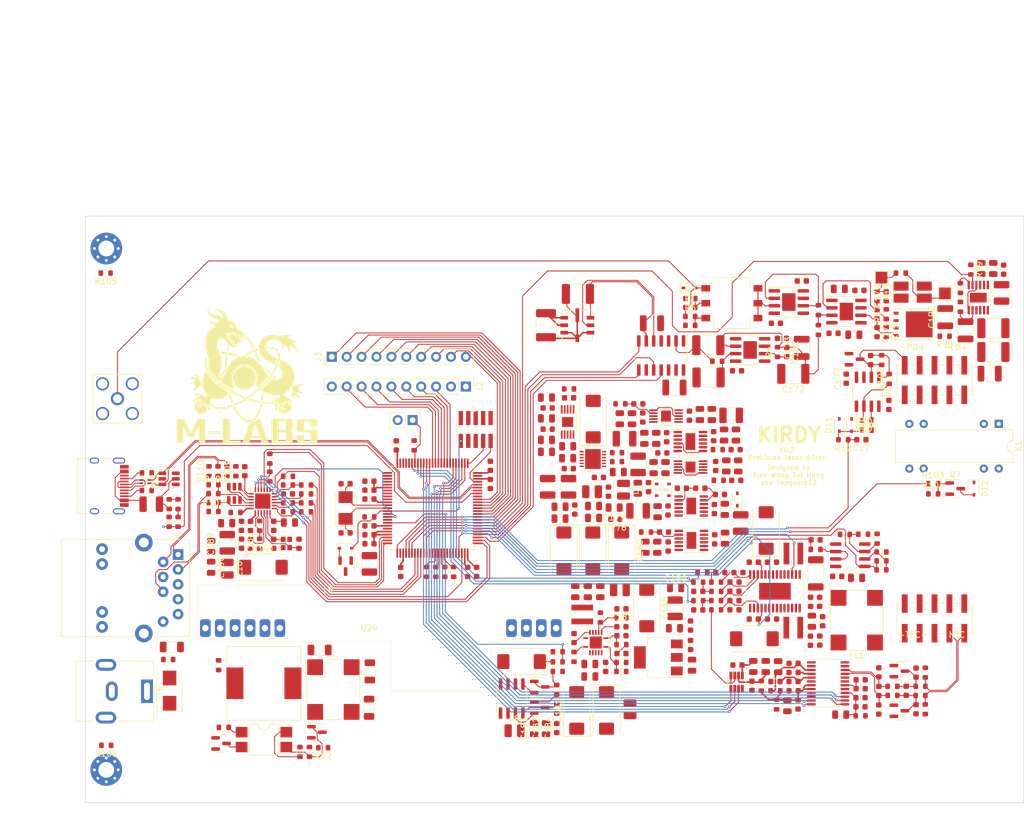
<source format=kicad_pcb>
(kicad_pcb (version 20211014) (generator pcbnew)
  (layers (0 "F.Cu" signal) (1 "In1.Cu" signal) (2 "In2.Cu" signal) (31 "B.Cu" signal) (34 "B.Paste" user) (35 "F.Paste" user) (36 "B.SilkS" user "B.Silkscreen") (37 "F.SilkS" user "F.Silkscreen") (38 "B.Mask" user) (39 "F.Mask" user) (44 "Edge.Cuts" user))
  (net 0 "")
  (net 1 "+5VA")
  (net 2 "GND")
  (net 3 "Net-(C2-Pad2)")
  (net 4 "Net-(C5-Pad1)")
  (net 5 "Net-(C14-Pad1)")
  (net 6 "Net-(C6-Pad1)")
  (net 7 "+9VA")
  (net 8 "-6V")
  (net 9 "+15V")
  (net 10 "Net-(C13-Pad1)")
  (net 11 "Net-(C13-Pad2)")
  (net 12 "/MCU/PD_MON")
  (net 13 "/driveStage/PD_A")
  (net 14 "Net-(C18-Pad1)")
  (net 15 "Net-(C19-Pad1)")
  (net 16 "+3V3")
  (net 17 "Net-(C21-Pad2)")
  (net 18 "Net-(C22-Pad1)")
  (net 19 "/MCU/VREF")
  (net 20 "+12V")
  (net 21 "Net-(C37-Pad2)")
  (net 22 "Net-(C38-Pad1)")
  (net 23 "Net-(C38-Pad2)")
  (net 24 "Net-(C40-Pad1)")
  (net 25 "Net-(C42-Pad2)")
  (net 26 "Net-(C43-Pad2)")
  (net 27 "-9V")
  (net 28 "IN")
  (net 29 "Net-(C50-Pad1)")
  (net 30 "Net-(C51-Pad1)")
  (net 31 "Net-(C52-Pad1)")
  (net 32 "Net-(C53-Pad1)")
  (net 33 "Net-(C54-Pad1)")
  (net 34 "Net-(C55-Pad1)")
  (net 35 "Net-(C69-Pad1)")
  (net 36 "Net-(C71-Pad1)")
  (net 37 "Net-(C72-Pad1)")
  (net 38 "Net-(C73-Pad1)")
  (net 39 "Net-(C74-Pad1)")
  (net 40 "+9V")
  (net 41 "+8V")
  (net 42 "+3.3VA")
  (net 43 "/thermostat/DAC_REF")
  (net 44 "/thermostat/ADC_REF")
  (net 45 "/thermostat/ADC_A3V3")
  (net 46 "/thermostat/ADC_D3V3")
  (net 47 "Net-(C102-Pad1)")
  (net 48 "Net-(C103-Pad1)")
  (net 49 "Net-(C104-Pad1)")
  (net 50 "/thermostat/MAXV")
  (net 51 "/thermostat/MAXIP")
  (net 52 "/thermostat/MAXIN")
  (net 53 "Net-(C110-Pad1)")
  (net 54 "Net-(C115-Pad1)")
  (net 55 "Net-(C117-Pad1)")
  (net 56 "/MCU/TEC_ISEN")
  (net 57 "Net-(C119-Pad1)")
  (net 58 "/MCU/TEC_VREF")
  (net 59 "Net-(C122-Pad2)")
  (net 60 "Net-(C123-Pad2)")
  (net 61 "Net-(C125-Pad1)")
  (net 62 "+5V")
  (net 63 "Net-(C132-Pad2)")
  (net 64 "Net-(C133-Pad2)")
  (net 65 "Net-(C135-Pad2)")
  (net 66 "Net-(C136-Pad2)")
  (net 67 "Net-(C141-Pad1)")
  (net 68 "Net-(C145-Pad1)")
  (net 69 "Net-(C145-Pad2)")
  (net 70 "Net-(C146-Pad1)")
  (net 71 "Net-(C147-Pad1)")
  (net 72 "Net-(C148-Pad1)")
  (net 73 "Net-(C149-Pad1)")
  (net 74 "Net-(C149-Pad2)")
  (net 75 "Net-(C150-Pad1)")
  (net 76 "Net-(C151-Pad1)")
  (net 77 "Net-(C152-Pad1)")
  (net 78 "Net-(C152-Pad2)")
  (net 79 "Net-(C158-Pad1)")
  (net 80 "Net-(C162-Pad2)")
  (net 81 "Net-(C163-Pad2)")
  (net 82 "Net-(C164-Pad1)")
  (net 83 "/Ehternet/AVDDT_PHY")
  (net 84 "/Ehternet/ETH_SHIELD")
  (net 85 "Net-(D1-Pad2)")
  (net 86 "/MCU/MCU_RSTn")
  (net 87 "/MCU/RST")
  (net 88 "Net-(FB12-Pad1)")
  (net 89 "Net-(FB12-Pad2)")
  (net 90 "/thermostat/TEC+")
  (net 91 "/thermostat/TEC-")
  (net 92 "Net-(C155-Pad1)")
  (net 93 "Net-(C174-Pad2)")
  (net 94 "/MCU/USB_DP")
  (net 95 "/MCU/USB_DN")
  (net 96 "Net-(C175-Pad1)")
  (net 97 "/MCU/SWDIO")
  (net 98 "/MCU/SWCLK")
  (net 103 "Net-(J6-Pad1)")
  (net 104 "Net-(J6-Pad2)")
  (net 105 "Net-(J6-Pad3)")
  (net 106 "Net-(J6-Pad6)")
  (net 107 "/Ehternet/POE_VC-")
  (net 108 "/Ehternet/POE_VC+")
  (net 109 "Net-(J6-Pad11)")
  (net 110 "Net-(J6-Pad13)")
  (net 111 "Net-(J7-PadA5)")
  (net 113 "Net-(J7-PadB5)")
  (net 115 "/driveStage/LD-")
  (net 116 "/thermostat/NTC+")
  (net 117 "/thermostat/NTC-")
  (net 118 "Net-(JP1-Pad1)")
  (net 119 "Net-(L2-Pad1)")
  (net 120 "Net-(L3-Pad1)")
  (net 121 "Net-(Q1-Pad1)")
  (net 122 "Net-(Q2-Pad3)")
  (net 123 "Net-(Q3-Pad1)")
  (net 124 "Net-(Q4-Pad1)")
  (net 125 "Net-(Q5-Pad4)")
  (net 126 "Net-(Q6-Pad1)")
  (net 127 "Net-(C175-Pad2)")
  (net 128 "Net-(R4-Pad2)")
  (net 129 "Net-(C178-Pad1)")
  (net 130 "Net-(R7-Pad2)")
  (net 131 "Net-(C185-Pad1)")
  (net 132 "Net-(C188-Pad1)")
  (net 133 "Net-(R14-Pad2)")
  (net 134 "Net-(R15-Pad2)")
  (net 135 "Net-(R16-Pad2)")
  (net 136 "Net-(R17-Pad2)")
  (net 137 "Net-(C192-Pad1)")
  (net 138 "Net-(D10-Pad2)")
  (net 139 "Net-(R24-Pad2)")
  (net 140 "Net-(R29-Pad2)")
  (net 141 "Net-(R30-Pad2)")
  (net 142 "/MCU/PWM_MAXV")
  (net 143 "/MCU/PWM_MAXIP")
  (net 144 "/MCU/PWM_MAXIN")
  (net 145 "Net-(R41-Pad1)")
  (net 146 "Net-(R42-Pad2)")
  (net 147 "Net-(R45-Pad1)")
  (net 148 "Net-(R46-Pad2)")
  (net 149 "/MCU/TEC_VSEN")
  (net 150 "Net-(R48-Pad2)")
  (net 151 "Net-(R56-Pad2)")
  (net 152 "Net-(R57-Pad2)")
  (net 153 "Net-(R60-Pad2)")
  (net 154 "Net-(R63-Pad1)")
  (net 155 "Net-(R65-Pad1)")
  (net 156 "Net-(D12-Pad2)")
  (net 157 "/MCU/POE_PWR_SRC")
  (net 158 "/Ehternet/RMII_RXD0")
  (net 159 "Net-(R73-Pad2)")
  (net 160 "/Ehternet/RMII_RXD1")
  (net 161 "Net-(R74-Pad2)")
  (net 162 "/Ehternet/RMII_CRS_DV")
  (net 163 "Net-(R75-Pad2)")
  (net 164 "/Ehternet/RMII_REF_CLK")
  (net 165 "Net-(R76-Pad2)")
  (net 166 "/Ehternet/RMII_MDIO")
  (net 167 "Net-(R82-Pad2)")
  (net 168 "/Ehternet/ETH_LED_1")
  (net 169 "Net-(R84-Pad1)")
  (net 170 "/Ehternet/PHY_TD_P")
  (net 171 "/Ehternet/PHY_TD_N")
  (net 172 "/Ehternet/PHY_RD_P")
  (net 173 "/Ehternet/PHY_RD_N")
  (net 174 "/Ehternet/ETH_LED_2")
  (net 175 "Net-(R94-Pad2)")
  (net 176 "Net-(R95-Pad1)")
  (net 177 "/MCU/USB_VBUS")
  (net 178 "/MCU/LDAC_LOAD")
  (net 179 "/MCU/LDAC_CLK")
  (net 180 "/MCU/LDAC_MOSI")
  (net 181 "/MCU/LDAC_CS")
  (net 182 "/MCU/TADC_SYNC")
  (net 183 "/MCU/TADC_MISO")
  (net 184 "/MCU/TDAC_MOSI")
  (net 185 "/MCU/TADC_CLK")
  (net 186 "/MCU/TDAC_CLK")
  (net 187 "/MCU/TADC_CS")
  (net 188 "/MCU/TDAC_SYNC")
  (net 189 "/MCU/TADC_MOSI")
  (net 190 "Net-(U1-Pad6)")
  (net 203 "/Ehternet/RMII_MDC")
  (net 204 "/Ehternet/PHY_NRST")
  (net 205 "/MCU/TEC_SHDN")
  (net 210 "/Ehternet/RMII_TX_EN")
  (net 211 "/Ehternet/RMII_TXD0")
  (net 212 "/Ehternet/RMII_TXD1")
  (net 213 "Net-(J2-Pad3)")
  (net 214 "Net-(J2-Pad4)")
  (net 215 "Net-(J2-Pad5)")
  (net 216 "Net-(J2-Pad6)")
  (net 217 "Net-(J2-Pad7)")
  (net 218 "Net-(J2-Pad8)")
  (net 219 "Net-(J2-Pad9)")
  (net 220 "Net-(J3-Pad2)")
  (net 221 "Net-(J3-Pad3)")
  (net 222 "Net-(J3-Pad4)")
  (net 225 "Net-(J3-Pad5)")
  (net 226 "Net-(J3-Pad6)")
  (net 227 "Net-(J3-Pad7)")
  (net 228 "Net-(J3-Pad8)")
  (net 229 "Net-(J3-Pad9)")
  (net 230 "Net-(J3-Pad10)")
  (net 242 "Net-(Q7-Pad1)")
  (net 252 "Net-(U19-Pad5)")
  (net 254 "Net-(R1-Pad2)")
  (net 255 "Net-(R7-Pad1)")
  (net 256 "Net-(R11-Pad2)")
  (net 257 "/MCU/LD_EN")
  (net 258 "Net-(R100-Pad2)")
  (net 261 "Net-(R101-Pad2)")
  (net 262 "Net-(J3-Pad1)")
  (net 263 "Net-(H1-Pad1)")
  (net 264 "Net-(H2-Pad1)")
  (net 265 "/MCU/~{LD_SHORT}")
  (net 266 "Net-(SW1-Pad4)")
  (net 274 "Net-(FL3-Pad1)")
  (net 275 "Net-(FL3-Pad4)")
  (net 276 "Net-(D9-Pad1)")
  (net 277 "Net-(C70-Pad1)")
  (net 278 "Net-(C35-Pad1)")
  (footprint "Connector_RJ:RJ45_Abracon_ARJP11A-MA_Horizontal" (layer "F.Cu") (at 15.7964 57.6926 -90)
    (fp_text reference "J6" hide)
    (fp_text value "RJ45_Abracon_ARJP11A-MASA-B-A-EMU2")
  )
  (footprint "Resistor_SMD:R_0603_1608Metric" (layer "F.Cu") (at 34.544 45.8338 180)
    (fp_text reference "R79" hide)
    (fp_text value "10k")
  )
  (footprint "Resistor_SMD:R_0603_1608Metric" (layer "F.Cu") (at 38.2016 91.3384 90)
    (fp_text reference "R59" hide)
    (fp_text value "82k")
  )
  (footprint "Resistor_SMD:R_0603_1608Metric" (layer "F.Cu") (at 80.5302 77.6224)
    (fp_text reference "R70" hide)
    (fp_text value "33k2")
  )
  (footprint "Capacitor_SMD:C_0603_1608Metric" (layer "F.Cu") (at 34.544 47.3578)
    (fp_text reference "C166" hide)
    (fp_text value "100n")
  )
  (footprint "Capacitor_SMD:C_0603_1608Metric" (layer "F.Cu") (at 135.2804 80.9498 90)
    (fp_text reference "C123" hide)
    (fp_text value "100n")
  )
  (footprint "Package_TO_SOT_SMD:SOT-23" (layer "F.Cu") (at 77.47 83.7692)
    (fp_text reference "Q6" hide)
    (fp_text value "BC857")
  )
  (footprint "Capacitor_SMD:C_0805_2012Metric" (layer "F.Cu") (at 103.4288 76.5556 -90)
    (fp_text reference "C161" hide)
    (fp_text value "10u")
  )
  (footprint "Inductor_SMD:L_1210_3225Metric" (layer "F.Cu") (at 48.428 59.2818 90)
    (fp_text reference "FB1" hide)
    (fp_text value "1K@100MHz")
  )
  (footprint "Capacitor_SMD:C_0603_1608Metric" (layer "F.Cu") (at 104.4956 63.9706 180)
    (fp_text reference "C103" hide)
    (fp_text value "100n")
  )
  (footprint "Capacitor_SMD:C_0603_1608Metric" (layer "F.Cu") (at 78.8126 36.3114 180)
    (fp_text reference "C64" hide)
    (fp_text value "100n")
  )
  (footprint "Package_QFP:LQFP-100_14x14mm_P0.5mm" (layer "F.Cu") (at 59.182 49.7798)
    (fp_text reference "U7" hide)
    (fp_text value "STM32F407VGTx")
  )
  (footprint "Capacitor_SMD:C_0603_1608Metric" (layer "F.Cu") (at 104.4956 67.1332 180)
    (fp_text reference "C104" hide)
    (fp_text value "100n")
  )
  (footprint "Resistor_SMD:R_0603_1608Metric" (layer "F.Cu") (at 37.6308 47.3578 180)
    (fp_text reference "R82" hide)
    (fp_text value "10k")
  )
  (footprint "Inductor_SMD:L_1008_2520Metric" (layer "F.Cu") (at 91.7448 46.6344 -90)
    (fp_text reference "L7")
    (fp_text value "1u")
  )
  (footprint "Capacitor_SMD:C_0603_1608Metric" (layer "F.Cu") (at 111.3446 60.7596)
    (fp_text reference "C107" hide)
    (fp_text value "100n")
  )
  (footprint "Capacitor_SMD:C_0805_2012Metric" (layer "F.Cu") (at 94.1832 46.3922 -90)
    (fp_text reference "C39" hide)
    (fp_text value "10u")
  )
  (footprint "Resistor_SMD:R_0603_1608Metric" (layer "F.Cu") (at 115.239 80.0856 -90)
    (fp_text reference "R31" hide)
    (fp_text value "33")
  )
  (footprint "Resistor_SMD:R_0603_1608Metric" (layer "F.Cu") (at 37.6308 45.8338 180)
    (fp_text reference "R75" hide)
    (fp_text value "33")
  )
  (footprint "Resistor_SMD:R_0603_1608Metric" (layer "F.Cu") (at 132.1684 85.191)
    (fp_text reference "R40" hide)
    (fp_text value "33")
  )
  (footprint "Resistor_SMD:R_0603_1608Metric" (layer "F.Cu") (at 104.4956 62.3984)
    (fp_text reference "R34" hide)
    (fp_text value "10k")
  )
  (footprint "Capacitor_SMD:C_0603_1608Metric" (layer "F.Cu") (at 134.9756 19.7734 -90)
    (fp_text reference "C174")
    (fp_text value "DNP")
  )
  (footprint "Capacitor_SMD:C_0603_1608Metric" (layer "F.Cu") (at 99.3394 50.1786 90)
    (fp_text reference "C41" hide)
    (fp_text value "100n")
  )
  (footprint "Diode_SMD:D_SMB" (layer "F.Cu") (at 14.351 80.899 90)
    (fp_text reference "D9" hide)
    (fp_text value "SMBJ13A-13-F")
  )
  (footprint "Capacitor_SMD:C_0603_1608Metric" (layer "F.Cu") (at 78.8126 32.7046 180)
    (fp_text reference "C76" hide)
    (fp_text value "100n")
  )
  (footprint "Resistor_SMD:R_0603_1608Metric" (layer "F.Cu") (at 21.844 50.355)
    (fp_text reference "R107")
    (fp_text value "100")
  )
  (footprint "Resistor_SMD:R_0603_1608Metric" (layer "F.Cu") (at 144.5514 45.6184)
    (fp_text reference "R103")
    (fp_text value "100")
  )
  (footprint "Inductor_SMD:L_Wuerth_WE-PD-Typ-LS" (layer "F.Cu") (at 30.4348 79.6428)
    (fp_text reference "L5" hide)
    (fp_text value "10u")
  )
  (footprint "Capacitor_SMD:C_0805_2012Metric" (layer "F.Cu") (at 82.2198 41.2662 180)
    (fp_text reference "C56" hide)
    (fp_text value "10u")
  )
  (footprint "Package_SO:SOIC-8-1EP_3.9x4.9mm_P1.27mm_EP2.29x3mm" (layer "F.Cu") (at 119.9378 14.6424)
    (fp_text reference "U3" hide)
    (fp_text value "ADA4898-1YRDZ")
  )
  (footprint "Capacitor_SMD:C_0805_2012Metric" (layer "F.Cu") (at 86.0044 76.3524 180)
    (fp_text reference "C143" hide)
    (fp_text value "10u")
  )
  (footprint "Package_TO_SOT_SMD:SOT-23-6" (layer "F.Cu") (at 25.4 47.2562 90)
    (fp_text reference "U27" hide)
    (fp_text value "USBLC6-4SC6")
  )
  (footprint "Connector_BarrelJack:BarrelJack_CUI_PJ-063AH_Horizontal" (layer "F.Cu") (at 10.5 81 -90)
    (fp_text reference "J5")
    (fp_text value "Barrel_Jack")
  )
  (footprint "Capacitor_SMD:C_1812_4532Metric" (layer "F.Cu") (at 154.813 23.1648)
    (fp_text reference "C84" hide)
    (fp_text value "10u PP")
  )
  (footprint "Resistor_SMD:R_0603_1608Metric" (layer "F.Cu") (at 105.1994 60.7596)
    (fp_text reference "R33" hide)
    (fp_text value "10k")
  )
  (footprint "Resistor_SMD:R_0603_1608Metric" (layer "F.Cu") (at 107.823 39.7994)
    (fp_text reference "R26" hide)
    (fp_text value "51k")
  )
  (footprint "Capacitor_SMD:C_0603_1608Metric" (layer "F.Cu") (at 117.6528 79.3496 180)
    (fp_text reference "C121" hide)
    (fp_text value "1u")
  )
  (footprint "Capacitor_SMD:C_0603_1608Metric" (layer "F.Cu") (at 99.1108 37.6936 -90)
    (fp_text reference "C66" hide)
    (fp_text value "100n")
  )
  (footprint "Capacitor_SMD:C_0603_1608Metric" (layer "F.Cu") (at 113.652 80.0602 -90)
    (fp_text reference "C98" hide)
    (fp_text value "100n")
  )
  (footprint "Capacitor_SMD:C_0603_1608Metric" (layer "F.Cu") (at 94.2718 32.004)
    (fp_text reference "C72" hide)
    (fp_text value "100n")
  )
  (footprint "Capacitor_SMD:C_0805_2012Metric" (layer "F.Cu") (at 154.7876 8.9154 90)
    (fp_text reference "C58" hide)
    (fp_text value "10u")
  )
  (footprint "Resistor_SMD:R_0603_1608Metric" (layer "F.Cu") (at 14.2748 52.1208 -90)
    (fp_text reference "R97" hide)
    (fp_text value "10k")
  )
  (footprint "Capacitor_SMD:C_1210_3225Metric" (layer "F.Cu") (at 146.6088 17.2212 90)
    (fp_text reference "C192")
    (fp_text value "100n PPS")
  )
  (footprint "Resistor_SMD:R_0603_1608Metric" (layer "F.Cu") (at 107.5514 65.5454)
    (fp_text reference "R38" hide)
    (fp_text value "10k")
  )
  (footprint "Resistor_SMD:R_0603_1608Metric" (layer "F.Cu") (at 90.6526 41.8474 180)
    (fp_text reference "R29" hide)
    (fp_text value "33k2")
  )
  (footprint "Capacitor_SMD:C_0603_1608Metric" (layer "F.Cu") (at 101.7016 46.3804)
    (fp_text reference "C38" hide)
    (fp_text value "1u")
  )
  (footprint "Connector_Coaxial:SMA_Amphenol_132203-12_Horizontal" (layer "F.Cu") (at 5.461 31.115 90)
    (fp_text reference "J1" hide)
    (fp_text value "MOD_IN")
  )
  (footprint "Inductor_SMD:L_1210_3225Metric" (layer "F.Cu") (at 82.3722 46.143 90)
    (fp_text reference "FB3" hide)
    (fp_text value "1K@100MHz")
  )
  (footprint "Resistor_SMD:R_0603_1608Metric" (layer "F.Cu") (at 87.8106 68.4254 -90)
    (fp_text reference "R60" hide)
    (fp_text value "82k")
  )
  (footprint "Capacitor_SMD:C_0805_2012Metric" (layer "F.Cu") (at 109.0168 49.9872 -90)
    (fp_text reference "C48" hide)
    (fp_text value "10u")
  )
  (footprint "Connector_USB:USB_C_Receptacle_HRO_TYPE-C-31-M-12" (layer "F.Cu") (at 2.5934 45.9926 -90)
    (fp_text reference "J7" hide)
    (fp_text value "USB_C_Receptacle_USB2.0")
  )
  (footprint "Inductor_SMD:L_1210_3225Metric" (layer "F.Cu") (at 110.1054 33.965 180)
    (fp_text reference "FB7" hide)
    (fp_text value "1K@100MHz")
  )
  (footprint "Capacitor_SMD:C_0805_2012Metric" (layer "F.Cu") (at 109.2708 42.5856 -90)
    (fp_text reference "C88" hide)
    (fp_text value "10u")
  )
  (footprint "Capacitor_SMD:C_0603_1608Metric" (layer "F.Cu") (at 108.204 47.4472)
    (fp_text reference "C43" hide)
    (fp_text value "1u")
  )
  (footprint "Capacitor_SMD:C_0805_2012Metric" (layer "F.Cu") (at 97.5106 56.444 90)
    (fp_text reference "C87" hide)
    (fp_text value "10u")
  )
  (footprint "Capacitor_SMD:C_0603_1608Metric" (layer "F.Cu") (at 88.6968 76.8604 -90)
    (fp_text reference "C144" hide)
    (fp_text value "100n")
  )
  (footprint "Resistor_SMD:R_0603_1608Metric" (layer "F.Cu") (at 90.6526 40.3234 180)
    (fp_text reference "R30" hide)
    (fp_text value "150k")
  )
  (footprint "Package_TO_SOT_SMD:SOT-23" (layer "F.Cu") (at 148.3106 46.448)
    (fp_text reference "Q7")
    (fp_text value "BSS138")
  )
  (footprint "Capacitor_SMD:C_0603_1608Metric" (layer "F.Cu") (at 136.9954 32.1706 -90)
    (fp_text reference "C176" hide)
    (fp_text value "100n")
  )
  (footprint "Package_SO:MSOP-12-1EP_3x4mm_P0.65mm_EP1.65x2.85mm" (layer "F.Cu") (at 103.1494 38.4278)
    (fp_text reference "U13" hide)
    (fp_text value "LT3045xMSE")
  )
  (footprint "Capacitor_SMD:C_0603_1608Metric" (layer "F.Cu") (at 107.2388 49.9364 -90)
    (fp_text reference "C47" hide)
    (fp_text value "100n")
  )
  (footprint "Resistor_SMD:R_0603_1608Metric" (layer "F.Cu") (at 31.4452 44.3992 -90)
    (fp_text reference "R81" hide)
    (fp_text value "10k")
  )
  (footprint "Capacitor_SMD:C_0805_2012Metric" (layer "F.Cu") (at 93.2016 34.5344 90)
    (fp_text reference "C86" hide)
    (fp_text value "10u")
  )
  (footprint "Connector_PinHeader_1.27mm:PinHeader_2x05_P1.27mm_Vertical_SMD" (layer "F.Cu") (at 66.548 36.3686 -90)
    (fp_text reference "J4" hide)
    (fp_text value "Conn_02x05_Odd_Even")
  )
  (footprint "Package_TO_SOT_SMD:SOT-223-3_TabPin2" (layer "F.Cu") (at 97.6884 75.2348 180)
    (fp_text reference "U25" hide)
    (fp_text value "AMS1117-3.3")
  )
  (footprint "Capacitor_SMD:C_0805_2012Metric" (layer "F.Cu") (at 97.3328 37.8838 -90)
    (fp_text reference "C52" hide)
    (fp_text value "10u")
  )
  (footprint "Resistor_SMD:R_0603_1608Metric" (layer "F.Cu") (at 104.4956 65.5584)
    (fp_text reference "R35" hide)
    (fp_text value "10k")
  )
  (footprint "Resistor_SMD:R_0603_1608Metric" (layer "F.Cu") (at 95.6056 53.861 180)
    (fp_text reference "R22" hide)
    (fp_text value "60k4")
  )
  (footprint "Capacitor_SMD:C_0603_1608Metric" (layer "F.Cu") (at 69.0372 45.665 -90)
    (fp_text reference "C19" hide)
    (fp_text value "2u2")
  )
  (footprint "Resistor_SMD:R_0603_1608Metric" (layer "F.Cu") (at 29.718 52.7934 90)
    (fp_text reference "R83" hide)
    (fp_text value "10k")
  )
  (footprint "Capacitor_SMD:C_0603_1608Metric" (layer "F.Cu") (at 110.6624 67.1202 180)
    (fp_text reference "C130" hide)
    (fp_text value "1u")
  )
  (footprint "Capacitor_SMD:C_0805_2012Metric" (layer "F.Cu") (at 119.6848 83.4644 -90)
    (fp_text reference "C100" hide)
    (fp_text value "10u")
  )
  (footprint "Capacitor_SMD:C_0805_2012Metric" (layer "F.Cu") (at 21.4376 59.8546 -90)
    (fp_text reference "C190")
    (fp_text value "10u")
  )
  (footprint "Package_SO:MSOP-12-1EP_3x4mm_P0.65mm_EP1.65x2.85mm" (layer "F.Cu") (at 103.3272 55.2834 180)
    (fp_text reference "U15" hide)
    (fp_text value "LT3094xMSE")
  )
  (footprint "Inductor_SMD:L_1008_2520Metric" (layer "F.Cu") (at 86.3854 46.9782 180)
    (fp_text reference "L1" hide)
    (fp_text value "1u")
  )
  (footprint "Package_SO:MSOP-12-1EP_3x4mm_P0.65mm_EP1.65x2.85mm" (layer "F.Cu") (at 103.3018 49.4166 180)
    (fp_text reference "U9" hide)
    (fp_text value "LTC3261")
  )
  (footprint "Crystal:Crystal_SMD_2016-4Pin_2.0x1.6mm" (layer "F.Cu") (at 34.277 55.8036 -90)
    (fp_text reference "Y2" hide)
    (fp_text value "25MHz")
  )
  (footprint "Resistor_SMD:R_0603_1608Metric" (layer "F.Cu") (at 124.9758 16.022 -90)
    (fp_text reference "R7" hide)
    (fp_text value "300")
  )
  (footprint "Capacitor_SMD:C_0603_1608Metric" (layer "F.Cu") (at 48.428 55.8498 180)
    (fp_text reference "C29" hide)
    (fp_text value "2u2")
  )
  (footprint "Capacitor_SMD:C_0603_1608Metric" (layer "F.Cu") (at 99.3648 56.3266 90)
    (fp_text reference "C80" hide)
    (fp_text value "100n")
  )
  (footprint "Capacitor_SMD:C_1206_3216Metric" (layer "F.Cu") (at 48.4912 77.6108 -90)
    (fp_text reference "C146" hide)
    (fp_text value "4n7")
  )
  (footprint "Inductor_SMD:L_Wuerth_MAPI-4020" (layer "F.Cu") (at 84.7118 67.9174 90)
    (fp_text reference "L6" hide)
    (fp_text value "3u3")
  )
  (footprint "Resistor_SMD:R_0603_1608Metric" (layer "F.Cu") (at 139.0396 9.7028)
    (fp_text reference "R11" hide)
    (fp_text value "0")
  )
  (footprint "Capacitor_SMD:C_0805_2012Metric" (layer "F.Cu") (at 110.9218 37.3102 -90)
    (fp_text reference "C85" hide)
    (fp_text value "10u")
  )
  (footprint "Capacitor_SMD:C_0805_2012Metric" (layer "F.Cu") (at 86.0044 78.486 180)
    (fp_text reference "C142" hide)
    (fp_text value "10u")
  )
  (footprint "Package_SO:SOIC-14_3.9x8.7mm_P1.27mm" (layer "F.Cu") (at 98.1692 23.749 -90)
    (fp_text reference "U2" hide)
    (fp_text value "MAX5719xSD")
  )
  (footprint "Capacitor_SMD:C_0603_1608Metric" (layer "F.Cu") (at 117.0632 58.9922 180)
    (fp_text reference "C129" hide)
    (fp_text value "1u")
  )
  (footprint "Capacitor_SMD:C_0603_1608Metric" (layer "F.Cu") (at 107.1118 37.5134 -90)
    (fp_text reference "C78" hide)
    (fp_text value "100n")
  )
  (footprint "Capacitor_SMD:C_0603_1608Metric" (layer "F.Cu") (at 111.0996 26.3652 180)
    (fp_text reference "C10" hide)
    (fp_text value "100n")
  )
  (footprint "Capacitor_Tantalum_SMD:CP_EIA-7343-15_Kemet-W" (layer "F.Cu") (at 83.7692 84.2772 90)
    (fp_text reference "C181")
    (fp_text value "220u")
  )
  (footprint "Resistor_SMD:R_0603_1608Metric" (layer "F.Cu") (at 29.718 55.8414 -90)
    (fp_text reference "R90" hide)
    (fp_text value "220")
  )
  (footprint "Capacitor_SMD:C_0603_1608Metric" (layer "F.Cu") (at 82.4702 30.9774 180)
    (fp_text reference "C69" hide)
    (fp_text value "100n")
  )
  (footprint "Inductor_SMD:L_1210_3225Metric" (layer "F.Cu") (at 100.5332 66.8528 -90)
    (fp_text reference "FB10" hide)
    (fp_text value "1K@100MHz")
  )
  (footprint "Diode_SMD:D_SOD-323" (layer "F.Cu") (at 103.0102 12.2428)
    (fp_text reference "D1" hide)
    (fp_text value "AQ4020-01FTG-C")
  )
  (footprint "Resistor_SMD:R_0603_1608Metric" (layer "F.Cu") (at 56.048 39.0858 -90)
    (fp_text reference "R20" hide)
    (fp_text value "10k")
  )
  (footprint "Resistor_SMD:R_0603_1608Metric" (layer "F.Cu") (at 143.2052 77.8256 90)
    (fp_text reference "R55" hide)
    (fp_text value "5k11 5ppm")
  )
  (footprint "Resistor_SMD:R_0603_1608Metric" (layer "F.Cu") (at 91.3922 73.0504)
    (fp_text reference "R64" hide)
    (fp_text value "4k12")
  )
  (footprint "Resistor_SMD:R_0603_1608Metric" (layer "F.Cu") (at 149.1948 12.2606 90)
    (fp_text reference "R24" hide)
    (fp_text value "470")
  )
  (footprint "Capacitor_SMD:C_0603_1608Metric" (layer "F.Cu") (at 122.1494 11.049 180)
    (fp_text reference "C7" hide)
    (fp_text value "100n")
  )
  (footprint "Capacitor_Tantalum_SMD:CP_EIA-7343-15_Kemet-W" (layer "F.Cu") (at 86.585 34.5991 90)
    (fp_text reference "C89" hide)
    (fp_text value "220u")
  )
  (footprint "Relay_THT:Relay_StandexMeder_DIP_LowProfile" (layer "F.Cu") (at 155.7328 35.4176 -90)
    (fp_text reference "K1")
    (fp_text value "DIP12-1C90-51L")
  )
  (footprint "Capacitor_SMD:C_0603_1608Metric" (layer "F.Cu") (at 125.6992 69.0636 -90)
    (fp_text reference "C139" hide)
    (fp_text value "100n")
  )
  (footprint "Capacitor_SMD:C_0603_1608Metric" (layer "F.Cu") (at 141.6304 84.074 90)
    (fp_text reference "C132" hide)
    (fp_text value "10n")
  )
  (footprint "Capacitor_SMD:C_1206_3216Metric" (layer "F.Cu") (at 39.9288 73.9648)
    (fp_text reference "C145" hide)
    (fp_text value "4n7")
  )
  (footprint "Resistor_SMD:R_0603_1608Metric" (layer "F.Cu") (at 129.223 38.1142 180)
    (fp_text reference "R12")
    (fp_text value "1k")
  )
  (footprint "Capacitor_SMD:C_0603_1608Metric" (layer "F.Cu") (at 98.6536 53.861)
    (fp_text reference "C73" hide)
    (fp_text value "100n")
  )
  (footprint "Package_SO:TSSOP-24_4.4x7.8mm_P0.65mm" (layer "F.Cu") (at 126.6444 79.6544)
    (fp_text reference "U18" hide)
    (fp_text value "AD7172-2")
  )
  (footprint "Capacitor_SMD:C_0603_1608Metric" (layer "F.Cu") (at 139.954 80.9244 90)
    (fp_text reference "C133" hide)
    (fp_text value "100n")
  )
  (footprint "Resistor_SMD:R_0603_1608Metric" (layer "F.Cu") (at 34.544 48.8818 180)
    (fp_text reference "R77" hide)
    (fp_text value "10k")
  )
  (footprint "Inductor_SMD:L_1210_3225Metric" (layer "F.Cu") (at 78.8162 46.143 90)
    (fp_text reference "FB4" hide)
    (fp_text value "1K@100MHz")
  )
  (footprint "Resistor_SMD:R_0603_1608Metric" (layer "F.Cu") (at 134.9878 54.991 -90)
    (fp_text reference "R46" hide)
    (fp_text value "10k")
  )
  (footprint "Inductor_SMD:L_1008_2520Metric" (layer "F.Cu") (at 91.1352 63.7032)
    (fp_text reference "L9")
    (fp_text value "1u")
  )
  (footprint "Resistor_SMD:R_0603_1608Metric" (layer "F.Cu") (at 31.4452 41.339 -90)
    (fp_text reference "R76" hide)
    (fp_text value "33")
  )
  (footprint "Capacitor_SMD:C_0603_1608Metric" (layer "F.Cu") (at 124.5054 55.1952)
    (fp_text reference "C118" hide)
    (fp_text value "100n")
  )
  (footprint "Resistor_SMD:R_0603_1608Metric" (layer "F.Cu") (at 21.844 48.831 180)
    (fp_text reference "R86" hide)
    (fp_text value "33")
  )
  (footprint "Capacitor_SMD:C_1210_3225Metric" (layer "F.Cu") (at 154.178 26.8478)
    (fp_text reference "C77" hide)
    (fp_text value "100n PPS")
  )
  (footprint "Inductor_SMD:L_1210_3225Metric" (layer "F.Cu") (at 111.7346 52.324 -90)
    (fp_text reference "FB9" hide)
    (fp_text value "1K@100MHz")
  )
  (footprint "Package_TO_SOT_SMD:SOT-23" (layer "F.Cu") (at 44.364 59.6598 -90)
    (fp_text reference "U8" hide)
    (fp_text value "STM809SWX6F")
  )
  (footprint "Resistor_SMD:R_0603_1608Metric" (layer "F.Cu") (at 118.0084 23.1648 90)
    (fp_text reference "R6")
    (fp_text value "100")
  )
  (footprint "Capacitor_SMD:C_0805_2012Metric" (layer "F.Cu") (at 96.8756 42.8752 -90)
    (fp_text reference "C54" hide)
    (fp_text value "10u")
  )
  (footprint "Diode_SMD:D_SOD-323" (layer "F.Cu") (at 128.5504 35.6108 90)
    (fp_text reference "D11")
    (fp_text value "B5819")
  )
  (footprint "kirdy:PM1202" (layer "F.Cu") (at 20.4467 70.2328)
    (fp_text reference "U24")
    (fp_text value "PM1202")
  )
  (footprint "Connector_PinHeader_2.54mm:PinHeader_2x05_P2.54mm_Vertical_SMD" (layer "F.Cu") (at 144.78 27.94 -90)
    (fp_text reference "J8" hide)
    (fp_text value "Conn_02x05_Odd_Even")
  )
  (footprint "Capacitor_SMD:C_0603_1608Metric" (layer "F.Cu") (at 110.6624 63.9706)
    (fp_text reference "C109" hide)
    (fp_text value "100n")
  )
  (footprint "Capacitor_SMD:C_0603_1608Metric" (layer "F.Cu") (at 98.3706 40.3658 180)
    (fp_text reference "C68" hide)
    (fp_text value "100n")
  )
  (footprint "Resistor_SMD:R_0603_1608Metric" (layer "F.Cu") (at 61.2648 60.6552 90)
    (fp_text reference "R16" hide)
    (fp_text value "10k")
  )
  (footprint "Capacitor_SMD:C_1210_3225Metric" (layer "F.Cu") (at 122.1232 22.4536 90)
    (fp_text reference "C173")
    (fp_text value "100n PPS")
  )
  (footprint "Capacitor_SMD:C_0603_1608Metric" (layer "F.Cu") (at 110.871 39.7994)
    (fp_text reference "C71" hide)
    (fp_text value "100n")
  )
  (footprint "Capacitor_SMD:C_0603_1608Metric" (layer "F.Cu") (at 104.8512 46.3804)
    (fp_text reference "C42" hide)
    (fp_text value "1u")
  )
  (footprint "Capacitor_SMD:C_0603_1608Metric" (layer "F.Cu") (at 156.5656 9.1186 90)
    (fp_text reference "C65" hide)
    (fp_text value "100n")
  )
  (footprint "Diode_SMD:D_SOD-323" (layer "F.Cu") (at 44.364 56.6118)
    (fp_text reference "D3" hide)
    (fp_text value "B5819")
  )
  (footprint "Package_SO:SOIC-8-1EP_3.9x4.9mm_P1.27mm_EP2.29x3mm" (layer "F.Cu") (at 129.7528 16.268)
    (fp_text reference "U6" hide)
    (fp_text value "ADA4898-1YRDZ")
  )
  (footprint "Capacitor_SMD:C_0805_2012Metric" (layer "F.Cu") (at 106.8034 33.8126 90)
    (fp_text reference "C53" hide)
    (fp_text value "10u")
  )
  (footprint "Capacitor_SMD:C_0805_2012Metric" (layer "F.Cu") (at 24.0792 52.3362 180)
    (fp_text reference "C168" hide)
    (fp_text value "10u")
  )
  (footprint "Resistor_SMD:R_0603_1608Metric" (layer "F.Cu") (at 135.7632 24.5384 -90)
    (fp_text reference "R9" hide)
    (fp_text value "1k")
  )
  (footprint "Capacitor_SMD:C_0805_2012Metric" (layer "F.Cu") (at 78.6094 40.1722 180)
    (fp_text reference "C50" hide)
    (fp_text value "10u")
  )
  (footprint "Capacitor_SMD:C_0603_1608Metric" (layer "F.Cu") (at 48.428 54.3258 180)
    (fp_text reference "C28" hide)
    (fp_text value "100n")
  )
  (footprint "Resistor_SMD:R_0603_1608Metric" (layer "F.Cu") (at 21.844 45.783)
    (fp_text reference "R108")
    (fp_text value "100")
  )
  (footprint "Capacitor_SMD:C_0603_1608Metric" (layer "F.Cu") (at 127.5588 19.9644 180)
    (fp_text reference "C12" hide)
    (fp_text value "100n")
  )
  (footprint "Capacitor_SMD:C_0603_1608Metric" (layer "F.Cu") (at 90.3602 51.6636 180)
    (fp_text reference "C178")
    (fp_text value "100n")
  )
  (footprint "Capacitor_SMD:C_0603_1608Metric" (layer "F.Cu") (at 48.428 48.2298 180)
    (fp_text reference "C30" hide)
    (fp_text value "100n")
  )
  (footprint "Resistor_SMD:R_2010_5025Metric" (layer "F.Cu") (at 124.5308 60.899 90)
    (fp_text reference "R45" hide)
    (fp_text value "50m")
  )
  (footprint "Capacitor_SMD:C_0603_1608Metric" (layer "F.Cu") (at 136.5504 13.6652 90)
    (fp_text reference "C175")
    (fp_text value "DNP")
  )
  (footprint "Resistor_SMD:R_0603_1608Metric" (layer "F.Cu") (at 14.2774 49.1036 90)
    (fp_text reference "R94" hide)
    (fp_text value "5k1")
  )
  (footprint "Connector_PinHeader_2.54mm:PinHeader_1x10_P2.54mm_Vertical" (layer "F.Cu") (at 42.0116 23.9734 90)
    (fp_text reference "J3")
    (fp_text value "Conn_01x10")
  )
  (footprint "Resistor_SMD:R_0603_1608Metric" (layer "F.Cu") (at 91.3922 68.4784)
    (fp_text reference "R61" hide)
    (fp_text value "33k2")
  )
  (footprint "Capacitor_SMD:C_0805_2012Metric" (layer "F.Cu") (at 21.4376 56.2986 90)
    (fp_text reference "C189")
    (fp_text value "10u")
  )
  (footprint "Resistor_SMD:R_0603_1608Metric" (layer "F.Cu") (at 80.5302 74.2696 180)
    (fp_text reference "R69" hide)
    (fp_text value "10k")
  )
  (footprint "Package_SO:SOIC-8_3.9x4.9mm_P1.27mm" (layer "F.Cu") (at 130.4158 57.8116 180)
    (fp_text reference "U19" hide)
    (fp_text value "RS8552")
  )
  (footprint "Resistor_SMD:R_0603_1608Metric" (layer "F.Cu") (at 107.5644 62.3958)
    (fp_text reference "R36" hide)
    (fp_text value "10k")
  )
  (footprint "kirdy:R_Shunt_VCS1625ZP" (layer "F.Cu") (at 141.054 12.954 90)
    (fp_text reference "R13")
    (fp_text value "10")
  )
  (footprint "Capacitor_SMD:C_1812_4532Metric" (layer "F.Cu") (at 83.9724 13.2588)
    (fp_text reference "C2" hide)
    (fp_text value "10u PP")
  )
  (footprint "Resistor_SMD:R_0603_1608Metric" (layer "F.Cu") (at 134.9756 13.6774 90)
    (fp_text reference "R10" hide)
    (fp_text value "100")
  )
  (footprint "Resistor_SMD:R_0603_1608Metric" (layer "F.Cu") (at 21.8318 47.307 180)
    (fp_text reference "R85" hide)
    (fp_text value "33")
  )
  (footprint "Capacitor_SMD:C_0603_1608Metric" (layer "F.Cu") (at 96.012 46.189 -90)
    (fp_text reference "C35" hide)
    (fp_text value "100n")
  )
  (footprint "Resistor_SMD:R_0603_1608Metric" (layer "F.Cu") (at 83.312 75.1332 -90)
    (fp_text reference "R63" hide)
    (fp_text value "82k")
  )
  (footprint "Resistor_SMD:R_0603_1608Metric" (layer "F.Cu") (at 137.6172 81.7118)
    (fp_text reference "R43" hide)
    (fp_text value "51")
  )
  (footprint "Capacitor_SMD:C_0603_1608Metric" (layer "F.Cu") (at 120.7516 80.9244 180)
    (fp_text reference "C116" hide)
    (fp_text value "100n")
  )
  (footprint "Capacitor_Tantalum_SMD:CP_EIA-7343-15_Kemet-W" (layer "F.Cu") (at 88.8492 84.2772 -90)
    (fp_text reference "C141" hide)
    (fp_text value "220u")
  )
  (footprint "Resistor_SMD:R_0603_1608Metric" (layer "F.Cu") (at 80.3656 83.9724 -90)
    (fp_text reference "R72" hide)
    (fp_text value "82k")
  )
  (footprint "Resistor_SMD:R_0603_1608Metric" (layer "F.Cu") (at 117.6528 80.9244)
    (fp_text reference "R32" hide)
    (fp_text value "33")
  )
  (footprint "Resistor_SMD:R_0603_1608Metric" (layer "F.Cu") (at 135.7376 57.2516)
    (fp_text reference "R53" hide)
    (fp_text value "20k")
  )
  (footprint "Capacitor_SMD:C_0603_1608Metric" (layer "F.Cu") (at 132.1816 80.5688)
    (fp_text reference "C111" hide)
    (fp_text value "100n")
  )
  (footprint "Inductor_SMD:L_CommonModeChoke_Wuerth_WE-SL5" (layer "F.Cu") (at 42.2824 80.7096)
    (fp_text reference "FL2" hide)
    (fp_text value "2x1m")
  )
  (footprint "Capacitor_SMD:C_0603_1608Metric" (layer "F.Cu") (at 89.1794 46.9782 90)
    (fp_text reference "C36" hide)
    (fp_text value "100n")
  )
  (footprint "Resistor_SMD:R_0603_1608Metric" (layer "F.Cu") (at 37.6308 50.4058 180)
    (fp_text reference "R74" hide)
    (fp_text value "33")
  )
  (footprint "TestPoint:TestPoint_Pad_2.0x2.0mm" (layer "F.Cu") (at 146.558 13.1572)
    (fp_text reference "TP10" hide)
    (fp_text value "TestPoint")
  )
  (footprint "Package_DFN_QFN:QFN-24-1EP_4x4mm_P0.5mm_EP2.6x2.6mm" (layer "F.Cu") (at 30.2364 48.5874 90)
    (fp_text reference "U26" hide)
    (fp_text value "LAN8742A")
  )
  (footprint "Capacitor_SMD:C_0805_2012Metric" (layer "F.Cu") (at 78.6094 38.1402 180)
    (fp_text reference "C57" hide)
    (fp_text value "10u")
  )
  (footprint "Resistor_SMD:R_0603_1608Metric" (layer "F.Cu") (at 36.576 91.3384 90)
    (fp_text reference "R58" hide)
    (fp_text value "20k")
  )
  (footprint "Resistor_SMD:R_0603_1608Metric" (layer "F.Cu") (at 150.9776 9.1186 -90)
    (fp_text reference "R99")
    (fp_text value "51k")
  )
  (footprint "Capacitor_SMD:C_0603_1608Metric" (layer "F.Cu") (at 87.5538 44.5398 180)
    (fp_text reference "C75" hide)
    (fp_text value "100n")
  )
  (footprint "Capacitor_SMD:C_0805_2012Metric" (layer "F.Cu") (at 91.1188 34.5344 90)
    (fp_text reference "C93" hide)
    (fp_text value "10u")
  )
  (footprint "Capacitor_Tantalum_SMD:CP_EIA-7343-15_Kemet-W" (layer "F.Cu") (at 116.078 53.594 90)
    (fp_text reference "C157" hide)
    (fp_text value "220u")
  )
  (footprint "Resistor_SMD:R_0603_1608Metric" (layer "F.Cu") (at 24.13 43.4848 90)
    (fp_text reference "R87" hide)
    (fp_text value "33")
  )
  (footprint "Inductor_SMD:L_Wuerth_MAPI-4030" (layer "F.Cu") (at 120.7208 57.5136)
    (fp_text reference "L2" hide)
    (fp_text value "6.8u")
  )
  (footprint "Capacitor_SMD:C_0805_2012Metric" (layer "F.Cu") (at 118.123 76.8096 90)
    (fp_text reference "C97" hide)
    (fp_text value "10u")
  )
  (footprint "Capacitor_SMD:C_0805_2012Metric" (layer "F.Cu") (at 113.8794 76.7836 -90)
    (fp_text reference "C113" hide)
    (fp_text value "10u")
  )
  (footprint "Capacitor_SMD:C_0603_1608Metric" (layer "F.Cu") (at 91.3922 71.5264)
    (fp_text reference "C151" hide)
    (fp_text value "39p")
  )
  (footprint "Inductor_SMD:L_Wuerth_MAPI-4030" (layer "F.Cu") (at 120.6954 70.1548)
    (fp_text reference "L3" hide)
    (fp_text value "6.8u")
  )
  (footprint "Resistor_SMD:R_0603_1608Metric" (layer "F.Cu") (at 21.082 43.4848 90)
    (fp_text reference "R110")
    (fp_text value "100")
  )
  (footprint "Capacitor_SMD:C_0603_1608Metric" (layer "F.Cu") (at 132.1562 82.104)
    (fp_text reference "C112" hide)
    (fp_text value "100n")
  )
  (footprint "Resistor_SMD:R_0603_1608Metric" (layer "F.Cu") (at 133.224 34.7614 180)
    (fp_text reference "R101")
    (fp_text value "1k")
  )
  (footprint "Capacitor_SMD:C_0603_1608Metric" (layer "F.Cu") (at 26.6192 55.8414 -90)
    (fp_text reference "C188")
    (fp_text value "100n")
  )
  (footprint "Capacitor_SMD:C_0603_1608Metric" (layer "F.Cu") (at 48.428 52.8018 180)
    (fp_text reference "C27" hide)
    (fp_text value "100n")
  )
  (footprint "Capacitor_Tantalum_SMD:CP_EIA-7343-15_Kemet-W" (layer "F.Cu") (at 81.5848 57.0484 -90)
    (fp_text reference "C40" hide)
    (fp_text value "220u")
  )
  (footprint "Resistor_SMD:R_0603_1608Metric" (layer "F.Cu") (at 142.3924 81.7372)
    (fp_text reference "R50" hide)
    (fp_text value "51")
  )
  (footprint "Package_SO:MSOP-12-1EP_3x4mm_P0.65mm_EP1.65x2.85mm" (layer "F.Cu") (at 152.2428 13.8862 -90)
    (fp_text reference "U12" hide)
    (fp_text value "LT3045xMSE")
  )
  (footprint "Capacitor_SMD:C_1210_3225Metric" (layer "F.Cu") (at 96.5944 18.2372 180)
    (fp_text reference "C3" hide)
    (fp_text value "100n PPS")
  )
  (footprint "Capacitor_SMD:C_0603_1608Metric" (layer "F.Cu") (at 123.6164 72.391 -90)
    (fp_text reference "C140" hide)
    (fp_text value "100n")
  )
  (footprint "Resistor_SMD:R_0603_1608Metric" (layer "F.Cu") (at 37.6308 48.8818 180)
    (fp_text reference "R73" hide)
    (fp_text value "33")
  )
  (footprint "Capacitor_SMD:C_0603_1608Metric" (layer "F.Cu") (at 69.0372 42.5662 90)
    (fp_text reference "C31" hide)
    (fp_text value "100n")
  )
  (footprint "Capacitor_SMD:C_1210_3225Metric" (layer "F.Cu") (at 100.4298 29.21 180)
    (fp_text reference "C4" hide)
    (fp_text value "100n PPS")
  )
  (footprint "Resistor_SMD:R_0603_1608Metric" (layer "F.Cu") (at 14.1224 75.5904)
    (fp_text reference "R91" hide)
    (fp_text value "0")
  )
  (footprint "Package_DFN_QFN:DFN-12-1EP_4x4mm_P0.5mm_EP2.66x3.38mm" (layer "F.Cu") (at 86.5332 41.4063 180)
    (fp_text reference "U10" hide)
    (fp_text value "LT3081xDF")
  )
  (footprint "Capacitor_SMD:C_0603_1608Metric" (layer "F.Cu") (at 119.5832 23.1648 -90)
    (fp_text reference "C152")
    (fp_text value "1n6")
  )
  (footprint "Capacitor_SMD:C_0603_1608Metric" (layer "F.Cu") (at 83.439 50.0262 -90)
    (fp_text reference "C46" hide)
    (fp_text value "100n")
  )
  (footprint "Diode_SMD:D_SOD-323" (layer "F.Cu") (at 151.511 46.448 -90)
    (fp_text reference "D12")
    (fp_text value "B5819")
  )
  (footprint "Capacitor_SMD:C_0603_1608Metric" (layer "F.Cu") (at 120.7386 77.8002 180)
    (fp_text reference "C117" hide)
    (fp_text value "100n")
  )
  (footprint "Resistor_SMD:R_0603_1608Metric" (layer "F.Cu") (at 91.377 76.0984)
    (fp_text reference "R65" hide)
    (fp_text value "52k3")
  )
  (footprint "Connector_PinHeader_2.54mm:PinHeader_1x02_P2.54mm_Vertical" (layer "F.Cu") (at 55.794 34.7678 -90)
    (fp_text reference "JP1" hide)
    (fp_text value "DNP")
  )
  (footprint "Capacitor_SMD:C_0805_2012Metric" (layer "F.Cu") (at 131.0132 20.2184 180)
    (fp_text reference "C16" hide)
    (fp_text value "10u")
  )
  (footprint "Capacitor_SMD:C_1206_3216Metric" (layer "F.Cu") (at 14.732 73.4568)
    (fp_text reference "C171" hide)
    (fp_text value "DNP")
  )
  (footprint "Capacitor_SMD:C_0603_1608Metric" (layer "F.Cu") (at 123.6418 65.7492 -90)
    (fp_text reference "C135" hide)
    (fp_text value "1u")
  )
  (footprint "Package_SO:HTSSOP-28-1EP_4.4x9.7mm_P0.65mm_EP2.85x5.4mm" (layer "F.Cu") (at 117.5712 63.9572 90)
    (fp_text reference "U20" hide)
    (fp_text value "MAX1968xUI")
  )
  (footprint "Capacitor_SMD:C_0603_1608Metric" (layer "F.Cu") (at 103.1748 73.1142 90)
    (fp_text reference "C160" hide)
    (fp_text value "100n")
  )
  (footprint "Capacitor_SMD:C_0603_1608Metric" (layer "F.Cu") (at 82.423 43.0442 180)
    (fp_text reference "C63" hide)
    (fp_text value "100n")
  )
  (footprint "Resistor_SMD:R_0603_1608Metric" (layer "F.Cu") (at 103.1346 15.5648)
    (fp_text reference "R1")
    (fp_text value "90")
  )
  (footprint "Inductor_SMD:L_CommonModeChoke_Coilcraft_0603USB" (layer "F.Cu") (at 10.2 45.2628 90)
    (fp_text reference "FL3")
    (fp_text value "90R@100MHz")
  )
  (footprint "Resistor_SMD:R_0603_1608Metric" (layer "F.Cu") (at 133.224 36.4886)
    (fp_text reference "R100")
    (fp_text value "1k")
  )
  (footprint "Capacitor_SMD:C_0805_2012Metric" (layer "F.Cu") (at 86.6394 49.4166 180)
    (fp_text reference "C33" hide)
    (fp_text value "10u")
  )
  (footprint "Capacitor_SMD:C_0805_2012Metric" (layer "F.Cu") (at 100.4316 70.2564 180)
    (fp_text reference "C158" hide)
    (fp_text value "10u")
  )
  (footprint "Capacitor_SMD:C_0805_2012Metric" (layer "F.Cu") (at 86.6394 51.4486 180)
    (fp_text reference "C34" hide)
    (fp_text value "10u")
  )
  (footprint "Capacitor_SMD:C_0603_1608Metric" (layer "F.Cu") (at 91.3922 70.0024)
    (fp_text reference "C147" hide)
    (fp_text value "1n6")
  )
  (footprint "Resistor_SMD:R_0603_1608Metric" (layer "F.Cu") (at 146.5072 20.4724 180)
    (fp_text reference "R98")
    (fp_text value "3.3")
  )
  (footprint "Capacitor_SMD:C_0805_2012Metric" (layer "F.Cu") (at 82.2316 39.2342 180)
    (fp_text reference "C49" hide)
    (fp_text value "10u")
  )
  (footprint "Capacitor_SMD:C_0805_2012Metric" (layer "F.Cu") (at 95.3008 37.8838 -90)
    (fp_text reference "C59" hide)
    (fp_text value "10u")
  )
  (footprint "Capacitor_SMD:C_0603_1608Metric" (layer "F.Cu") (at 110.969 45.0394)
    (fp_text reference "C74" hide)
    (fp_text value "100n")
  )
  (footprint "Resistor_SMD:R_0603_1608Metric" (layer "F.Cu") (at 129.4892 54.2544 180)
    (fp_text reference "R52" hide)
    (fp_text value "20k")
  )
  (footprint "Resistor_SMD:R_0603_1608Metric" (layer "F.Cu") (at 107.7346 24.7396)
    (fp_text reference "R3" hide)
    (fp_text value "2k")
  )
  (footprint "Capacitor_SMD:C_0805_2012Metric" (layer "F.Cu") (at 109.0676 54.9042 90)
    (fp_text reference "C55" hide)
    (fp_text value "10u")
  )
  (footprint "Capacitor_SMD:C_0603_1608Metric" (layer "F.Cu") (at 141.6304 77.8256 90)
    (fp_text reference "C134" hide)
    (fp_text value "10n")
  )
  (footprint "Resistor_SMD:R_0603_1608Metric" (layer "F.Cu") (at 137.0462 27.751 90)
    (fp_text reference "R102")
    (fp_text value "1k")
  )
  (footprint "Resistor_SMD:R_0603_1608Metric" (layer "F.Cu") (at 59.7436 60.6552 90)
    (fp_text reference "R15" hide)
    (fp_text value "10k")
  )
  (footprint "Inductor_SMD:L_1210_3225Metric" (layer "F.Cu") (at 156.21 13.081 90)
    (fp_text reference "FB5" hide)
    (fp_text value "1K@100MHz")
  )
  (footprint "Capacitor_SMD:C_0603_1608Metric" (layer "F.Cu") (at 132.3096 38.1142 180)
    (fp_text reference "C17")
    (fp_text value "100n")
  )
  (footprint "Capacitor_Tantalum_SMD:CP_EIA-7343-15_Kemet-W" (layer "F.Cu") (at 95.7072 66.802 -90)
    (fp_text reference "C185")
    (fp_text value "220u")
  )
  (footprint "Capacitor_SMD:C_0805_2012Metric" (layer "F.Cu") (at 116.001 76.7836 90)
    (fp_text reference "C96" hide)
    (fp_text value "10u")
  )
  (footprint "Capacitor_SMD:C_0603_1608Metric" (layer "F.Cu") (at 95.0304 34.3312 90)
    (fp_text reference "C79" hide)
    (fp_text value "100n")
  )
  (footprint "Resistor_SMD:R_0603_1608Metric" (layer "F.Cu") (at 25.6032 50.5074 180)
    (fp_text reference "R84" hide)
    (fp_text value "12k1")
  )
  (footprint "Capacitor_SMD:C_0603_1608Metric" (layer "F.Cu") (at 107.2896 55.1074 90)
    (fp_text reference "C62" hide)
    (fp_text value "100n")
  )
  (footprint "Capacitor_SMD:C_0603_1608Metric" (layer "F.Cu") (at 91.3922 66.9544 180)
    (fp_text reference "C187")
    (fp_text value "100n")
  )
  (footprint "Capacitor_Tantalum_SMD:CP_EIA-7343-15_Kemet-W" (layer "F.Cu") (at 114.066 72.0478 180)
    (fp_text reference "C131" hide)
    (fp_text value "220u")
  )
  (footprint "Capacitor_SMD:C_0805_2012Metric" (layer "F.Cu") (at 108.8898 37.3102 -90)
    (fp_text reference "C92" hide)
    (fp_text value "10u")
  )
  (footprint "Capacitor_SMD:C_0603_1608Metric" (layer "F.Cu") (at 53.762 60.6628 -90)
    (fp_text reference "C24" hide)
    (fp_text value "100n")
  )
  (footprint "Resistor_SMD:R_0603_1608Metric" (layer "F.Cu") (at 58.2196 60.6552 90)
    (fp_text reference "R14" hide)
    (fp_text value "10k")
  )
  (footprint "Capacitor_SMD:C_0603_1608Metric" (layer "F.Cu") (at 107.4638 42.601 -90)
    (fp_text reference "C81" hide)
    (fp_text value "100n")
  )
  (footprint "Resistor_SMD:R_0603_1608Metric" (layer "F.Cu") (at 117.856 83.2612 -90)
    (fp_text reference "R39" hide)
    (fp_text value "33")
  )
  (footprint "MountingHole:MountingHole_2.7mm_M2.5_Pad_Via" (layer "F.Cu") (at 3.566 5.512)
    (fp_text reference "H1" hide)
    (fp_text value "MountingHole_Pad")
  )
  (footprint "TestPoint:TestPoint_Pad_2.0x2.0mm" (layer "F.Cu") (at 135.7376 10.4648)
    (fp_text reference "TP9" hide)
    (fp_text value "TestPoint")
  )
  (footprint "Package_TO_SOT_SMD:SOT-23" (layer "F.Cu") (at 39.4716 87.9856)
    (fp_text reference "Q3" hide)
    (fp_text value "BSS138")
  )
  (footprint "Capacitor_SMD:C_0603_1608Metric" (layer "F.Cu") (at 32.1056 55.8544 90)
    (fp_text reference "C163" hide)
    (fp_text value "18p")
  )
  (footprint "Resistor_SMD:R_0603_1608Metric" (layer "F.Cu") (at 124.5054 56.8208)
    (fp_text reference "R42" hide)
    (fp_text value "1k6")
  )
  (footprint "MountingHole:MountingHole_2.7mm_M2.5_Pad_Via" (layer "F.Cu") (at 3.556 94.412)
    (fp_text reference "H2" hide)
    (fp_text value "MountingHole_Pad")
  )
  (footprint "Capacitor_SMD:C_0603_1608Metric" (layer "F.Cu") (at 48.428 46.7058 180)
    (fp_text reference "C25" hide)
    (fp_text value "100n")
  )
  (footprint "Capacitor_SMD:C_0805_2012Metric" (layer "F.Cu") (at 111.3028 42.5856 -90)
    (fp_text reference "C95" hide)
    (fp_text value "10u")
  )
  (footprint "Resistor_SMD:R_0603_1608Metric" (layer "F.Cu") (at 91.2238 32.004)
    (fp_text reference "R27" hide)
    (fp_text value "33k2")
  )
  (footprint "Capacitor_Tantalum_SMD:CP_EIA-7343-15_Kemet-W" (layer "F.Cu") (at 91.44 57.0484 -90)
    (fp_text reference "C180")
    (fp_text value "220u")
  )
  (footprint "Inductor_SMD:L_1210_3225Metric" (layer "F.Cu") (at 11.2294 49.1036)
    (fp_text reference "FB12" hide)
    (fp_text value "1K@100MHz")
  )
  (footprint "Package_TO_SOT_SMD:SOT-23-8" (layer "F.Cu") (at 111.0346 79.4512 -90)
    (fp_text reference "U17" hide)
    (fp_text value "AD5680")
  )
  (footprint "Package_SO:MSOP-10-1EP_3x3mm_P0.5mm_EP1.68x1.88mm" (layer "F.Cu") (at 98.9928 34.0868 180)
    (fp_text reference "U14" hide)
    (fp_text value "LT3042xMSE")
  )
  (footprint "Package_SO:SOIC-8_3.9x4.9mm_P1.27mm" (layer "F.Cu") (at 133.3754 29.9354 -90)
    (fp_text reference "U5")
    (fp_text value "LM358")
  )
  (footprint "Inductor_SMD:L_1210_3225Metric" (layer "F.Cu") (at 94.234 42.3164 90)
    (fp_text reference "FB8" hide)
    (fp_text value "1K@100MHz")
  )
  (footprint "Resistor_SMD:R_0603_1608Metric" (layer "F.Cu") (at 135.7376 58.7756)
    (fp_text reference "R48" hide)
    (fp_text value "10k")
  )
  (footprint "Resistor_SMD:R_0603_1608Metric" (layer "F.Cu") (at 137.6172 80.1624)
    (fp_text reference "R44" hide)
    (fp_text value "51")
  )
  (footprint "Inductor_SMD:L_1210_3225Metric" (layer "F.Cu") (at 24.1808 55.689 -90)
    (fp_text reference "FB11" hide)
    (fp_text value "1K@100MHz")
  )
  (footprint "Resistor_SMD:R_0603_1608Metric" (layer "F.Cu") (at 80.3656 80.772 -90)
    (fp_text reference "R71" hide)
    (fp_text value "1k3")
  )
  (footprint "Package_TO_SOT_SMD:SOT-23" (layer "F.Cu") (at 23.1308 89.9044)
    (fp_text reference "Q2" hide)
    (fp_text value "BSS138")
  )
  (footprint "Resistor_SMD:R_0603_1608Metric" (layer "F.Cu") (at 103.1346 14.0408)
    (fp_text reference "R2")
    (fp_text value "10")
  )
  (footprint "Capacitor_SMD:C_0805_2012Metric" (layer "F.Cu") (at 78.6094 30.9266 180)
    (fp_text reference "C90" hide)
    (fp_text value "10u")
  )
  (footprint "Resistor_SMD:R_0603_1608Metric" (layer "F.Cu") (at 48.428 51.2778)
    (fp_text reference "R21" hide)
    (fp_text value "10k")
  )
  (footprint "Capacitor_SMD:C_0805_2012Metric" (layer "F.Cu") (at 104.7714 33.8126 90)
    (fp_text reference "C60" hide)
    (fp_text value "10u")
  )
  (footprint "Capacitor_SMD:C_0603_1608Metric" (layer "F.Cu") (at 128.1806 61.4172 180)
    (fp_text reference "C127" hide)
    (fp_text value "100n")
  )
  (footprint "Capacitor_SMD:C_1812_4532Metric" (layer "F.Cu") (at 154.813 19.1008)
    (fp_text reference "C91" hide)
    (fp_text value "10u PP")
  )
  (footprint "Capacitor_SMD:C_0603_1608Metric" (layer "F.Cu") (at 125.2166 72.3656 -90)
    (fp_text reference "C137" hide)
    (fp_text value "1u")
  )
  (footprint "Package_DFN_QFN:Texas_S-PVQFN-N14" (layer "F.Cu") (at 87.0204 72.6948 90)
    (fp_text reference "U22" hide)
    (fp_text value "TPS54620")
  )
  (footprint "Capacitor_SMD:C_0805_2012Metric" (layer "F.Cu") (at 100.6348 63.3984)
    (fp_text reference "C186")
    (fp_text value "10u")
  )
  (footprint "Resistor_SMD:R_0603_1608Metric" (layer "F.Cu") (at 3.556 90.2208 180)
    (fp_text reference "R106")
    (fp_text value "0")
  )
  (footprint "Capacitor_SMD:C_0603_1608Metric" (layer "F.Cu") (at 110.6754 62.3958)
    (fp_text reference "C108" hide)
    (fp_text value "100n")
  )
  (footprint "Capacitor_SMD:C_1812_4532Metric" (layer "F.Cu") (at 78.5368 18.5928 -90)
    (fp_text reference "C1" hide)
    (fp_text value "2u PET")
  )
  (footprint "Capacitor_SMD:C_0603_1608Metric" (layer "F.Cu") (at 27.178 43.4848 90)
    (fp_text reference "C169" hide)
    (fp_text value "100n")
  )
  (footprint "Inductor_SMD:L_1008_2520Metric" (layer "F.Cu") (at 92.8624 84.074 90)
    (fp_text reference "L4" hide)
    (fp_text value "1u")
  )
  (footprint "Capacitor_SMD:C_0805_2012Metric" (layer "F.Cu") (at 98.9076 42.8752 -90)
    (fp_text reference "C61" hide)
    (fp_text value "10u")
  )
  (footprint "Capacitor_SMD:C_0603_1608Metric" (layer "F.Cu") (at 134.9756 16.7254 90)
    (fp_text reference "C13" hide)
    (fp_text value "10n")
  )
  (footprint "Capacitor_SMD:C_0603_1608Metric" (layer "F.Cu") (at 32.1056 52.7934 -90)
    (fp_text reference "C164" hide)
    (fp_text value "100n")
  )
  (footprint "Capacitor_SMD:C_0805_2012Metric" (layer "F.Cu") (at 80.9244 51.562 180)
    (fp_text reference "C45" hide)
    (fp_text value "10u")
  )
  (footprint "Package_SO:MSOP-10-1EP_3x3mm_P0.5mm_EP1.68x1.88mm" (layer "F.Cu") (at 82.2162 35.0922 90)
    (fp_text reference "U11" hide)
    (fp_text value "LT3042xMSE")
  )
  (footprint "Capacitor_SMD:C_0603_1608Metric" (layer "F.Cu") (at 36.4236 55.8544 -90)
    (fp_text reference "C162" hide)
    (fp_text value "18p")
  )
  (footprint "Connector_PinHeader_2.54mm:PinHeader_2x05_P2.54mm_Vertical_SMD" (layer "F.Cu") (at 144.78 68.58 90)
    (fp_text reference "J9" hide)
    (fp_text value "Conn_02x05_Odd_Even")
  )
  (footprint "Capacitor_SMD:C_0805_2012Metric" (layer "F.Cu") (at 90.157 49.6824 180)
    (fp_text reference "C179")
    (fp_text value "10u")
  )
  (footprint "Capacitor_SMD:C_0603_1608Metric" (layer "F.Cu") (at 131.9784 12.6492)
    (fp_text reference "C11" hide)
    (fp_text value "100n")
  )
  (footprint "Capacitor_SMD:C_0603_1608Metric" (layer "F.Cu") (at 132.1816 79.0448)
    (fp_text reference "C110" hide)
    (fp_text value "1u")
  )
  (footprint "Crystal:Crystal_SMD_5032-2Pin_5.0x3.2mm" (layer "F.Cu") (at 44.364 49.7538 90)
    (fp_text reference "Y1" hide)
    (fp_text value "8MHz")
  )
  (footprint "Capacitor_SMD:C_0603_1608Metric" (layer "F.Cu") (at 48.428 45.1818 180)
    (fp_text reference "C20" hide)
    (fp_text value "2u2")
  )
  (footprint "Capacitor_SMD:C_0603_1608Metric" (layer "F.Cu") (at 125.1912 65.7492 -90)
    (fp_text reference "C138" hide)
    (fp_text value "100n")
  )
  (footprint "Resistor_SMD:R_0603_1608Metric" (layer "F.Cu") (at 28.1432 55.8414 -90)
    (fp_text reference "R89" hide)
    (fp_text value "220")
  )
  (footprint "Resistor_SMD:R_0603_1608Metric" (layer "F.Cu") (at 132.6134 54.229 180)
    (fp_text reference "R47" hide)
    (fp_text value "10k")
  )
  (footprint "Diode_SMD:D_SOD-323" (layer "F.Cu") (at 98.4504 47.6504 180)
    (fp_text reference "D4" hide)
    (fp_text value "B5819")
  )
  (footprint "Capacitor_SMD:C_0603_1608Metric" (layer "F.Cu") (at 113.9644 68.695 180)
    (fp_text reference "C120" hide)
    (fp_text value "1u")
  )
  (footprint "Capacitor_SMD:C_0805_2012Metric" (layer "F.Cu") (at 128.778 84.9884 180)
    (fp_text reference "C101" hide)
    (fp_text value "10u")
  )
  (footprint "Capacitor_SMD:C_0603_1608Metric" (layer "F.Cu") (at 102.9934 34.0158 90)
    (fp_text reference "C67" hide)
    (fp_text value "100n")
  )
  (footprint "Resistor_SMD:R_0603_1608Metric" (layer "F.Cu") (at 124.9758 19.4056 90)
    (fp_text reference "R8" hide)
    (fp_text value "100")
  )
  (footprint "Capacitor_SMD:C_0603_1608Metric" (layer "F.Cu") (at 28.1552 52.8078 -90)
    (fp_text reference "C167" hide)
    (fp_text value "100n")
  )
  (footprint "Diode_SMD:D_SOD-323" (layer "F.Cu") (at 98.4504 45.6692)
    (fp_text reference "D5" hide)
    (fp_text value "B5819")
  )
  (footprint "Capacitor_SMD:C_0805_2012Metric" (layer "F.Cu") (at 90.8558 43.6254)
    (fp_text reference "C82" hide)
    (fp_text value "10u")
  )
  (footprint "Package_TO_SOT_SMD:TDSON-8-1" (layer "F.Cu") (at 141.1224 18.4404)
    (fp_text reference "Q1" hide)
    (fp_text value "SQJA70EP-T1")
  )
  (footprint "Resistor_SMD:R_0603_1608Metric" (layer "F.Cu") (at 15.8014 49.1036 90)
    (fp_text reference "R95" hide)
    (fp_text value "10k")
  )
  (footprint "Button_Switch_SMD:SW_DIP_SPSTx03_Slide_Omron_A6S-310x_W8.9mm_P2.54mm" (layer "F.Cu") (at 110.2238 14.8336)
    (fp_text reference "SW1" hide)
    (fp_text value "SW_DIP_x03")
  )
  (footprint "Resistor_SMD:R_0603_1608Metric" (layer "F.Cu") (at 3.4544 9.7028 180)
    (fp_text reference "R105")
    (fp_text value "0")
  )
  (footprint "Resistor_SMD:R_0603_1608Metric" (layer "F.Cu") (at 34.544 50.4058 180)
    (fp_text reference "R78" hide)
    (fp_text value "10k")
  )
  (footprint "Capacitor_SMD:C_0805_2012Metric" (layer "F.Cu") (at 95.4786 56.444 90)
    (fp_text reference "C94" hide)
    (fp_text value "10u")
  )
  (footprint "Capacitor_Tantalum_SMD:CP_EIA-7343-15_Kemet-W" (layer "F.Cu") (at 30.353 59.8546)
    (fp_text reference "C191")
    (fp_text value "220u")
  )
  (footprint "Resistor_SMD:R_0603_1608Metric" (layer "F.Cu") (at 107.5774 63.9706)
    (fp_text reference "R37" hide)
    (fp_text value "10k")
  )
  (footprint "Resistor_SMD:R_0603_1608Metric" (layer "F.Cu") (at 10.4648 46.7614)
    (fp_text reference "R93" hide)
    (fp_text value "5k1")
  )
  (footprint "Resistor_SMD:R_0603_1608Metric" (layer "F.Cu") (at 23.588 87.1612)
    (fp_text reference "R56" hide)
    (fp_text value "220")
  )
  (footprint "Capacitor_SMD:C_0805_2012Metric" (layer "F.Cu") (at 78.6094 34.4826 180)
    (fp_text reference "C83" hide)
    (fp_text value "10u")
  )
  (footprint "Capacitor_SMD:C_0603_1608Metric" (layer "F.Cu") (at 44.364 53.9998 180)
    (fp_text reference "C22" hide)
    (fp_text value "12p")
  )
  (footprint "Resistor_SMD:R_0603_1608Metric" (layer "F.Cu") (at 136.5504 16.7132 90)
    (fp_text reference "R67")
    (fp_text value "DNP")
  )
  (footprint "Package_SO:MSOP-10-1EP_3x3mm_P0.5mm_EP1.68x1.88mm" (layer "F.Cu") (at 103.1748 42.7736)
    (fp_text reference "U16" hide)
    (fp_text value "LT3042xMSE")
  )
  (footprint "Capacitor_SMD:C_0805_2012Metric" (layer "F.Cu") (at 128.5448 12.3952 180)
    (fp_text reference "C15" hide)
    (fp_text value "10u")
  )
  (footprint "Capacitor_SMD:C_0603_1608Metric" (layer "F.Cu") (at 117.7298 18.2626 180)
    (fp_text reference "C9" hide)
    (fp_text value "100n")
  )
  (footprint "Resistor_SMD:R_0603_1608Metric" (layer "F.Cu") (at 34.544 44.3484)
    (fp_text reference "R80" hide)
    (fp_text value "1k6")
  )
  (footprint "Resistor_SMD:R_0603_1608Metric" (layer "F.Cu") (at 22.606 43.4848 90)
    (fp_text reference "R88" hide)
    (fp_text value "33")
  )
  (footprint "Capacitor_SMD:C_0603_1608Metric" (layer "F.Cu") (at 66.7032 60.6552 -90)
    (fp_text reference "C26" hide)
    (fp_text value "100n")
  )
  (footprint "Capacitor_SMD:C_0805_2012Metric" (layer "F.Cu") (at 80.9244 49.53 180)
    (fp_text reference "C44" hide)
    (fp_text value "10u")
  )
  (footprint "Resistor_SMD:R_0603_1608Metric" (layer "F.Cu") (at 10.4674 43.7696)
    (fp_text reference "R92" hide)
    (fp_text value "5k1")
  )
  (footprint "Capacitor_SMD:C_0603_1608Metric" (layer "F.Cu") (at 44.364 45.6178)
    (fp_text reference "C21" hide)
    (fp_text value "12p")
  )
  (footprint "Resistor_SMD:R_0603_1608Metric" (layer "F.Cu") (at 142.3924 80.1624)
    (fp_text reference "R51" hide)
    (fp_text value "51")
  )
  (footprint "Capacitor_SMD:C_0603_1608Metric" (layer "F.Cu") (at 135.2804 77.7748 90)
    (fp_text reference "C124" hide)
    (fp_text value "10n")
  )
  (footprint "Capacitor_SMD:C_0805_2012Metric" (layer "F.Cu") (at 131.4826 61.6712)
    (fp_text reference "C126" hide)
    (fp_text value "10u")
  )
  (footprint "Package_SO:SOIC-8_3.9x4.9mm_P1.27mm" (layer "F.Cu") (at 72.6948 82.2452 90)
    (fp_text reference "Q5" hide)
    (fp_text value "AOSP21321")
  )
  (footprint "Capacitor_SMD:C_0603_1608Metric" (layer "F.Cu") (at 53 39.0858 90)
    (fp_text reference "C23" hide)
    (fp_text value "100n")
  )
  (footprint "Resistor_SMD:R_0603_1608Metric" (layer "F.Cu") (at 91.377 77.6224)
    (fp_text reference "R66" hide)
    (fp_text value "10k")
  )
  (footprint "Capacitor_SMD:C_0805_2012Metric" (layer "F.Cu") (at 97.5614 50.3818 90)
    (fp_text reference "C37" hide)
    (fp_text value "10u")
  )
  (footprint "Resistor_SMD:R_0603_1608Metric" (layer "F.Cu") (at 103.1346 17.0888)
    (fp_text reference "R5")
    (fp_text value "99")
  )
  (footprint "Capacitor_SMD:C_0603_1608Metric" (layer "F.Cu") (at 111.175 76.5302 180)
    (fp_text reference "C114" hide)
    (fp_text value "100n")
  )
  (footprint "Capacitor_Tantalum_SMD:CP_EIA-7343-15_Kemet-W" (layer "F.Cu") (at 74.3712 75.946 180)
    (fp_text reference "C155" hide)
    (fp_text value "220u")
  )
  (footprint "Capacitor_SMD:C_0805_2012Metric" (layer "F.Cu") (at 123.8704 69.0636 -90)
    (fp_text reference "C136" hide)
    (fp_text value "10u")
  )
  (footprint "Capacitor_SMD:C_0603_1608Metric" (layer "F.Cu") (at 80.3656 87.2744 90)
    (fp_text reference "C184")
    (fp_text value "100n")
  )
  (footprint "Resistor_SMD:R_0603_1608Metric" (layer "F.Cu") (at 62.7888 60.651 90)
    (fp_text reference "R17" hide)
    (fp_text value "10k")
  )
  (footprint "Resistor_SMD:R_0603_1608Metric" (layer "F.Cu") (at 149.1948 15.461 -90)
    (fp_text reference "R25" hide)
    (fp_text value "80k6")
  )
  (footprint "Capacitor_SMD:C_0805_2012Metric" (layer "F.Cu") (at 85.661 64.0096 90)
    (fp_text reference "C153" hide)
    (fp_text value "10u")
  )
  (footprint "Capacitor_SMD:C_0603_1608Metric" (layer "F.Cu") (at 108.2466 60.7596)
    (fp_text reference "C102" hide)
    (fp_text value "100n")
  )
  (footprint "Resistor_SMD:R_0603_1608Metric" (layer "F.Cu") (at 144.5636 47.3456)
    (fp_text reference "R104")
    (fp_text value "2k")
  )
  (footprint "Capacitor_SMD:C_0603_1608Metric" (layer "F.Cu") (at 65.1792 60.6628 -90)
    (fp_text reference "C18" hide)
    (fp_text value "2u2")
  )
  (footprint "Resistor_SMD:R_0603_1608Metric" (layer "F.Cu") (at 15.7988 52.1208 90)
    (fp_text reference "R96" hide)
    (fp_text value "10k")
  )
  (footprint "Capacitor_SMD:C_0805_2012Metric" (layer "F.Cu") (at 78.5368 87.376 90)
    (fp_text reference "C182")
    (fp_text value "10u")
  )
  (footprint "Capacitor_SMD:C_0603_1608Metric" (layer "F.Cu") (at 135.2804 84.1248 90)
    (fp_text reference "C122" hide)
    (fp_text value "10n")
  )
  (footprint "Capacitor_SMD:C_0603_1608Metric" (layer "F.Cu") (at 121.5136 83.2612 -90)
    (fp_text reference "C105" hide)
    (fp_text value "100n")
  )
  (footprint "Resistor_SMD:R_0603_1608Metric" (layer "F.Cu") (at 25.654 43.4848 90)
    (fp_text reference "R109")
    (fp_text value "100")
  )
  (footprint "Capacitor_SMD:C_0603_1608Metric" (layer "F.Cu") (at 133.8836 24.5384 -90)
    (fp_text reference "C14" hide)
    (fp_text value "100n")
  )
  (footprint "Capacitor_Tantalum_SMD:CP_EIA-7343-15_Kemet-W" (layer "F.Cu") (at 86.5124 57.0484 -90)
    (fp_text reference "C32" hide)
    (fp_text value "220u")
  )
  (footprint "Package_TO_SOT_SMD:SOT-23" (layer "F.Cu") (at 77.47 80.264)
    (fp_text reference "Q4" hide)
    (fp_text value "BC857")
  )
  (footprint "Capacitor_SMD:C_0603_1608Metric" (layer "F.Cu") (at 113.9644 58.9922 180)
    (fp_text reference "C125" hide)
    (fp_text value "10n")
  )
  (footprint "Capacitor_SMD:C_0603_1608Metric" (layer "F.Cu") (at 120.7386 79.3242 180)
    (fp_text reference "C119" hide)
    (fp_text value "100n")
  )
  (footprint "Resistor_SMD:R_0603_1608Metric" (layer "F.Cu") (at 143.2052 84.074 90)
    (fp_text reference "R54" hide)
    (fp_text value "5k11 5ppm")
  )
  (footprint "Capacitor_SMD:C_0603_1608Metric" (layer "F.Cu") (at 129.718 27.7002 90)
    (fp_text reference "C177")
    (fp_text value "100n")
  )
  (footprint "Capacitor_SMD:C_0805_2012Metric" (layer "F.Cu") (at 87.7946 64.008 90)
    (fp_text reference "C156" hide)
    (fp_text value "10u")
  )
  (footprint "Capacitor_SMD:C_0603_1608Metric" (layer "F.Cu") (at 83.312 71.9328 90)
    (fp_text reference "C149" hide)
    (fp_text value "100n")
  )
  (footprint "Capacitor_SMD:C_0805_2012Metric" (layer "F.Cu") (at 76.5048 87.376 90)
    (fp_text reference "C183")
    (fp_text value "10u")
  )
  (footprint "Resistor_SMD:R_0603_1608Metric" (layer "F.Cu") (at 107.9718 45.0394)
    (fp_text reference "R28" hide)
    (fp_text value "150k")
  )
  (footprint "Capacitor_SMD:C_0805_2012Metric" (layer "F.Cu") (at 34.7858 52.2346)
    (fp_text reference "C165" hide)
    (fp_text value "10u")
  )
  (footprint "Diode_SMD:D_SOD-323" (layer "F.Cu") (at 111.1504 48.3108 90)
    (fp_text reference "D6" hide)
    (fp_text value "B5819")
  )
  (footprint "Inductor_SMD:L_1008_2520Metric" (layer "F.Cu") (at 73.152 87.7316)
    (fp_text reference "L8")
    (fp_text value "1u")
  )
  (footprint "Resistor_SMD:R_0603_1608Metric" (layer "F.Cu") (at 136.5504 19.7612 -90)
    (fp_text reference "R19")
    (fp_text value "DNP")
  )
  (footprint "Capacitor_SMD:C_1210_3225Metric" (layer "F.Cu") (at 150.0632 19.4564 -90)
    (fp_text reference "C70" hide)
    (fp_text value "100n PPS")
  )
  (footprint "Capacitor_SMD:C_0805_2012Metric" (layer "F.Cu") (at 83.5274 64.0096 90)
    (fp_text reference "C154" hide)
    (fp_text value "10u")
  )
  (footprint "Capacitor_SMD:C_0603_1608Metric" (layer "F.Cu") (at 26.6192 52.7934 -90)
    (fp_text reference "C170" hide)
    (fp_text value "100n")
  )
  (footprint "Capacitor_SMD:C_1812_4532Metric" (layer "F.Cu") (at 106.2484 27.4948 180)
    (fp_text reference "C6" hide)
    (fp_text value "2u PET")
  )
  (footprint "Capacitor_SMD:C_0603_1608Metric" (layer "F.Cu") (at 91.3922 74.5744)
    (fp_text reference "C150" hide)
    (fp_text value "22n")
  )
  (footprint "Package_TO_SOT_SMD:SOT-23" (layer "F.Cu") (at 131.1404 24.386)
    (fp_text reference "D2" hide)
    (fp_text value "BAV199")
  )
  (footprint "Resistor_SMD:R_0603_1608Metric" (layer "F.Cu") (at 40.5384 90.6272 180)
    (fp_text reference "R62")
    (fp_text value "10")
  )
  (footprint "Inductor_SMD:L_1210_3225Metric" (layer "F.Cu") (at 94.234 50.2412 180)
    (fp_text reference "FB2" hide)
    (fp_text value "1K@100MHz")
  )
  (footprint "Capacitor_SMD:C_0603_1608Metric" (layer "F.Cu") (at 103.1748 69.7992 90)
    (fp_text reference "C159" hide)
    (fp_text value "100n")
  )
  (footprint "Capacitor_SMD:C_0603_1608Metric" (layer "F.Cu") (at 132.1562 83.667)
    (fp_text reference "C106" hide)
    (fp_text value "100n")
  )
  (footprint "Capacitor_SMD:C_0603_1608Metric" (layer "F.Cu") (at 117.0632 68.695 180)
    (fp_text reference "C128" hide)
    (fp_text value "1u")
  )
  (footprint "Capacitor_SMD:C_0603_1608Metric" (layer "F.Cu") (at 110.6624 65.5454)
    (fp_text reference "C115" hide)
    (fp_text value "100n")
  )
  (footprint "Package_DIP:SMDIP-4_W7.62mm" (layer "F.Cu") (at 30.446 89.244)
    (fp_text reference "U21" hide)
    (fp_text value "ACPL-217-500E")
  )
  (footprint "kirdy:LCC127P500X500X155-8N" (layer "F.Cu") (at 83.8708 18.5928)
    (fp_text reference "U1" hide)
    (fp_text value "LTC6655BHLS8-4.096")
  )
  (footprint "Connector_PinHeader_2.54mm:PinHeader_1x10_P2.54mm_Vertical" (layer "F.Cu") (at 64.8716 29.0534 -90)
    (fp_text reference "J2")
    (fp_text value "Conn_01x10")
  )
  (footprint "Capacitor_SMD:C_1206_3216Metric" (layer "F.Cu") (at 48.3616 83.82 90)
    (fp_text reference "C148" hide)
    (fp_text value "4n7")
  )
  (footprint "Resistor_SMD:R_0603_1608Metric" (layer "F.Cu") (at 80.5302 75.9968)
    (fp_text reference "R68" hide)
    (fp_text value "33k2")
  )
  (footprint "Inductor_SMD:L_1210_3225Metric" (layer "F.Cu") (at 91.9226 37.9358)
    (fp_text reference "FB6" hide)
    (fp_text value "1K@100MHz")
  )
  (footprint "Resistor_SMD:R_0603_1608Metric" (layer "F.Cu") (at 103.1346 18.6128)
    (fp_text reference "R4" hide)
    (fp_text value "1")
  )
  (footprint "Package_SO:SOIC-8-1EP_3.9x4.9mm_P1.27mm_EP2.29x3mm" (layer "F.Cu") (at 113.3348 22.8092)
    (fp_text reference "U4" hide)
    (fp_text value "ADA4898-1YRDZ")
  )
  (footprint "Package_TO_SOT_SMD:SOT-23-6" (layer "F.Cu") (at 14.2774 44.7856)
    (fp_text reference "U28" hide)
    (fp_text value "USBLC6-4SC6")
  )
  (footprint "Resistor_SMD:R_0603_1608Metric" (layer "F.Cu") (at 135.7376 60.2996)
    (fp_text reference "R49" hide)
    (fp_text value "10k")
  )
  (footprint "Resistor_SMD:R_0603_1608Metric" (layer "F.Cu") (at 22.7076 76.5556 90)
    (fp_text reference "R57" hide)
    (fp_text value "82k")
  )
  (footprint "Package_TO_SOT_SMD:SOT-23" (layer "F.Cu") (at 138.7856 84.328)
    (fp_text reference "D7" hide)
    (fp_text value "BAV199")
  )
  (footprint "Inductor_SMD:L_CommonModeChoke_Wuerth_WE-SL5" (layer "F.Cu") (at 131.5212 68.8848)
    (fp_text reference "FL1")
    (fp_text value "2x1m")
  )
  (footprint "Resistor_SMD:R_0603_1608Metric" (layer "F.Cu") (at 82.4702 29.4534)
    (fp_text reference "R23" hide)
    (fp_text value "9k09")
  )
  (footprint "Capacitor_SMD:C_0603_1608Metric" (layer "F.Cu") (at 118.7704 20.828)
    (fp_text reference "C8" hide)
    (fp_text value "100n")
  )
  (footprint "Package_TO_SOT_SMD:SOT-23" (layer "F.Cu") (at 138.7856 77.5716)
    (fp_text reference "D8" hide)
    (fp_text value "BAV199")
  )
  (footprint "Inductor_SMD:L_1008_2520Metric" (layer "F.Cu") (at 24.1808 60.1086 -90)
    (fp_text reference "L10")
    (fp_text value "1u")
  )
  (footprint "Capacitor_SMD:C_0603_1608Metric" (layer "F.Cu") (at 120.7516 76.2508 180)
    (fp_text reference "C99" hide)
    (fp_text value "100n")
  )
  (footprint "Capacitor_SMD:C_0805_2012Metric" (layer "F.Cu") (at 152.7556 8.9154 90)
    (fp_text reference "C51" hide)
    (fp_text value "10u")
  )
  (footprint "Capacitor_SMD:C_1812_4532Metric" (layer "F.Cu") (at 106.2106 21.9964)
    (fp_text reference "C5" hide)
    (fp_text value "2u PET")
  )
  (footprint "Diode_SMD:D_SOD-323" (layer "F.Cu") (at 130.6332 35.625 -90)
    (fp_text reference "D10")
    (fp_text value "B5819")
  )
  (footprint "Capacitor_SMD:C_1812_4532Metric" (layer "F.Cu") (at 120.7008 26.8732 180)
    (fp_text reference "C172")
    (fp_text value "10u PP")
  )
  (footprint "Resistor_SMD:R_0603_1608Metric" (layer "F.Cu") (at 107.5644 67.1202)
    (fp_text reference "R41" hide)
    (fp_text value "1k6")
  )
  (gr_line (start 25.310127 26.707844) (end 25.465297 26.433046) (layer "F.SilkS") (width 0.00575))
  (gr_line (start 25.732405 32.213423) (end 25.170485 32.446468) (layer "F.SilkS") (width 0.00575))
  (gr_line (start 26.644582 21.375572) (end 26.62975 21.023711) (layer "F.SilkS") (width 0.00575))
  (gr_line (start 20.352095 29.843434) (end 20.189339 29.513832) (layer "F.SilkS") (width 0.00575))
  (gr_line (start 33.729604 32.107295) (end 33.808003 31.940602) (layer "F.SilkS") (width 0.00575))
  (gr_line (start 36.850166 30.108955) (end 36.723616 30.134737) (layer "F.SilkS") (width 0.00575))
  (gr_line (start 34.146669 22.021934) (end 34.021687 21.857533) (layer "F.SilkS") (width 0.00575))
  (gr_line (start 21.451692 31.91194) (end 21.485329 31.954549) (layer "F.SilkS") (width 0.00575))
  (gr_line (start 34.478889 20.562492) (end 34.422951 20.586485) (layer "F.SilkS") (width 0.00575))
  (gr_line (start 37.977126 38.262837) (end 38.117708 38.257301) (layer "F.SilkS") (width 0.00575))
  (gr_poly (pts (xy 33.406276 34.583223) (xy 35.076979 34.591572) (xy 35.18116 34.65876) (xy 35.23423 34.696211) (xy 35.275917 34.737099) (xy 35.3076 34.78871) (xy 35.330623 34.858369) (xy 35.34637 34.953371) (xy 35.356197 35.081026) (xy 35.361458 35.24864) (xy 35.363521 35.463521) (xy 35.363802 35.637831) (xy 35.363557 35.864003) (xy 35.362434 36.038527) (xy 35.359853 36.169264) (xy 35.355232 36.264027) (xy 35.347993 36.330684) (xy 35.337556 36.377058) (xy 35.323341 36.411) (xy 35.304768 36.440352) (xy 35.304577 36.440623) (xy 35.304483 36.440756) (xy 35.30439 36.440889) (xy 35.234761 36.513649) (xy 35.155489 36.566664) (xy 35.066005 36.608461) (xy 35.155495 36.655891) (xy 35.238033 36.715718) (xy 35.304396 36.7873) (xy 35.323054 36.816646) (xy 35.337343 36.850441) (xy 35.347841 36.896535) (xy 35.355122 36.962758) (xy 35.359792 37.056966) (xy 35.362404 37.186995) (xy 35.363545 37.360689) (xy 35.363802 37.585878) (xy 35.363802 37.590364) (xy 35.363112 37.84106) (xy 35.360139 38.039577) (xy 35.353535 38.193239) (xy 35.341914 38.30934) (xy 35.323921 38.395186) (xy 35.298189 38.458101) (xy 35.263374 38.505379) (xy 35.218086 38.544325) (xy 35.18116 38.569435) (xy 35.076979 38.636623) (xy 31.735573 38.653328) (xy 31.735573 38.268172) (xy 32.940199 38.268172) (xy 33.543605 38.259065) (xy 33.750581 38.255299) (xy 33.907167 38.250655) (xy 34.020357 38.244563) (xy 34.097102 38.236421) (xy 34.144392 38.22563) (xy 34.169203 38.211598) (xy 34.174165 38.205348) (xy 34.184364 38.159322) (xy 34.192268 38.065736) (xy 34.197926 37.935261) (xy 34.201375 37.778548) (xy 34.202675 37.606288) (xy 34.201875 37.429134) (xy 34.199031 37.257765) (xy 34.194179 37.102852) (xy 34.187373 36.975056) (xy 34.178676 36.885048) (xy 34.168123 36.843507) (xy 34.167769 36.843117) (xy 34.134285 36.829774) (xy 34.060182 36.819771) (xy 33.941353 36.812868) (xy 33.773695 36.808827) (xy 33.553102 36.807429) (xy 33.536769 36.807423) (xy 32.940193 36.807423) (xy 32.940193 38.268172) (xy 31.735567 38.268172) (xy 31.735567 36.420772) (xy 32.940193 36.420772) (xy 33.515712 36.420772) (xy 33.7157 36.419221) (xy 33.886378 36.414815) (xy 34.020406 36.407924) (xy 34.110493 36.398878) (xy 34.146699 36.389979) (xy 34.164674 36.376875) (xy 34.178291 36.355116) (xy 34.188155 36.317128) (xy 34.194856 36.255336) (xy 34.199013 36.16216) (xy 34.20121 36.030031) (xy 34.202064 35.851369) (xy 34.20218 35.692067) (xy 34.201924 35.475758) (xy 34.200746 35.311354) (xy 34.19803 35.191292) (xy 34.193202 35.107991) (xy 34.185652 35.053877) (xy 34.174757 35.02137) (xy 34.159944 35.002901) (xy 34.146699 34.994154) (xy 34.098793 34.983601) (xy 34.000844 34.974892) (xy 33.860176 34.968385) (xy 33.684084 34.964436) (xy 33.5157 34.963362) (xy 32.940187 34.963362) (xy 32.940187 36.420772) (xy 31.735561 36.420772) (xy 31.735561 34.574867) (xy 33.406276 34.583223)) (layer "F.SilkS") (width 0.00575) (fill solid))
  (gr_line (start 30.222914 30.027626) (end 30.300661 30.080788) (layer "F.SilkS") (width 0.00575))
  (gr_line (start 33.458009 20.335335) (end 33.746651 20.282112) (layer "F.SilkS") (width 0.00575))
  (gr_line (start 33.538026 24.601747) (end 33.667024 24.657002) (layer "F.SilkS") (width 0.00575))
  (gr_line (start 29.011385 34.11028) (end 29.108583 33.971919) (layer "F.SilkS") (width 0.00575))
  (gr_line (start 34.593556 20.70323) (end 34.682185 20.739473) (layer "F.SilkS") (width 0.00575))
  (gr_line (start 31.735567 36.807423) (end 31.735567 34.963362) (layer "F.SilkS") (width 0.00575))
  (gr_line (start 35.34637 34.953371) (end 35.356197 35.081026) (layer "F.SilkS") (width 0.00575))
  (gr_line (start 23.35428 27.491597) (end 23.453548 27.403554) (layer "F.SilkS") (width 0.00575))
  (gr_line (start 28.327034 21.491762) (end 28.401112 21.604951) (layer "F.SilkS") (width 0.00575))
  (gr_line (start 27.22682 30.844166) (end 27.212636 30.863734) (layer "F.SilkS") (width 0.00575))
  (gr_line (start 18.277467 28.248561) (end 18.46299 28.208607) (layer "F.SilkS") (width 0.00575))
  (gr_line (start 26.008272 23.889528) (end 25.913997 23.913411) (layer "F.SilkS") (width 0.00575))
  (gr_line (start 20.755641 23.945534) (end 20.77494 24.021321) (layer "F.SilkS") (width 0.00575))
  (gr_line (start 17.857021 27.626247) (end 17.904616 27.586562) (layer "F.SilkS") (width 0.00575))
  (gr_line (start 25.410512 21.958839) (end 25.585567 21.994417) (layer "F.SilkS") (width 0.00575))
  (gr_line (start 25.25722 32.601124) (end 25.257375 32.600404) (layer "F.SilkS") (width 0.00575))
  (gr_poly (pts (xy 32.295155 20.267235) (xy 32.691127 20.34742) (xy 32.862556 20.401134) (xy 32.966518 20.436119) (xy 33.035945 20.452785) (xy 33.090602 20.452049) (xy 33.150233 20.434831) (xy 33.197285 20.416716) (xy 33.458009 20.335335) (xy 33.746651 20.282112) (xy 34.049757 20.257014) (xy 34.353889 20.260002) (xy 34.645607 20.291045) (xy 34.911464 20.350102) (xy 35.105666 20.421657) (xy 35.220393 20.474324) (xy 35.019624 20.477467) (xy 34.878938 20.485911) (xy 34.730312 20.505019) (xy 34.591158 20.531605) (xy 34.478896 20.562489) (xy 34.422951 20.586485) (xy 34.41133 20.60312) (xy 34.431783 20.6257) (xy 34.49048 20.65786) (xy 34.59355 20.70323) (xy 34.682179 20.739473) (xy 34.92845 20.849217) (xy 35.200502 20.988881) (xy 35.481117 21.148982) (xy 35.753102 21.320048) (xy 35.832588 21.373564) (xy 35.932173 21.443748) (xy 35.985756 21.48708) (xy 35.996761 21.506963) (xy 35.968593 21.506779) (xy 35.966109 21.506282) (xy 35.904738 21.498057) (xy 35.80041 21.48856) (xy 35.667494 21.478947) (xy 35.520345 21.470369) (xy 35.513734 21.470033) (xy 35.147408 21.451445) (xy 35.486885 21.805226) (xy 35.757558 22.111897) (xy 35.971828 22.409041) (xy 36.129872 22.696941) (xy 36.23185 22.975874) (xy 36.253261 23.06617) (xy 36.259828 23.106538) (xy 36.25508 23.123894) (xy 36.233345 23.114006) (xy 36.188918 23.072624) (xy 36.116109 22.995515) (xy 36.026064 22.896968) (xy 35.905714 22.770586) (xy 35.773427 22.641298) (xy 35.647133 22.526186) (xy 35.564149 22.457088) (xy 35.459242 22.38047) (xy 35.33672 22.299107) (xy 35.208168 22.21974) (xy 35.085188 22.149126) (xy 34.979341 22.094014) (xy 34.902235 22.06115) (xy 34.873744 22.054906) (xy 34.856606 22.072951) (xy 34.857039 22.132771) (xy 34.868892 22.211055) (xy 34.878419 22.298973) (xy 34.884071 22.424882) (xy 34.886134 22.576271) (xy 34.88492 22.740623) (xy 34.880708 22.905437) (xy 34.873793 23.058192) (xy 34.864485 23.186378) (xy 34.853084 23.277483) (xy 34.842793 23.314979) (xy 34.823225 23.338505) (xy 34.803316 23.323555) (xy 34.776186 23.262422) (xy 34.76227 23.224672) (xy 34.664137 22.976994) (xy 34.546388 22.719792) (xy 34.416145 22.466154) (xy 34.280525 22.229173) (xy 34.146663 22.021944) (xy 34.021675 21.857545) (xy 34.012416 21.846812) (xy 33.949922 21.778313) (xy 33.913405 21.750319) (xy 33.892561 21.757259) (xy 33.882869 21.776927) (xy 33.865755 21.849943) (xy 33.860017 21.910243) (xy 33.847719 21.989931) (xy 33.817268 22.107432) (xy 33.774019 22.246327) (xy 33.723366 22.390184) (xy 33.670668 22.522578) (xy 33.632692 22.605156) (xy 33.558052 22.753868) (xy 33.539711 22.456438) (xy 33.500258 22.108296) (xy 33.427821 21.807234) (xy 33.322639 21.553877) (xy 33.184926 21.348845) (xy 33.109084 21.269392) (xy 33.017012 21.193507) (xy 32.923323 21.13203) (xy 32.858998 21.102284) (xy 32.79153 21.089278) (xy 32.680879 21.076225) (xy 32.541212 21.064482) (xy 32.386702 21.055397) (xy 32.352205 21.053899) (xy 32.034908 21.053789) (xy 31.762166 21.082594) (xy 31.527357 21.142314) (xy 31.323878 21.234947) (xy 31.145125 21.362492) (xy 31.057503 21.445595) (xy 30.896901 21.648653) (xy 30.791542 21.867415) (xy 30.741481 22.101359) (xy 30.746791 22.349956) (xy 30.807521 22.612688) (xy 30.900697 22.842433) (xy 31.071205 23.133595) (xy 31.292262 23.40143) (xy 31.564638 23.646577) (xy 31.889064 23.869679) (xy 32.266304 24.071388) (xy 32.416743 24.139571) (xy 32.549763 24.199275) (xy 32.637099 24.244325) (xy 32.687093 24.28008) (xy 32.70807 24.311903) (xy 32.710292 24.328426) (xy 32.700887 24.405171) (xy 32.675893 24.521126) (xy 32.639021 24.664223) (xy 32.593983 24.82242) (xy 32.544478 24.983662) (xy 32.494197 25.135908) (xy 32.446877 25.267091) (xy 32.40619 25.365169) (xy 32.375862 25.418086) (xy 32.37544 25.418535) (xy 32.375228 25.418759) (xy 32.375014 25.418983) (xy 32.342903 25.414241) (xy 32.26974 25.385182) (xy 32.164857 25.336043) (xy 32.037532 25.271052) (xy 31.964735 25.231966) (xy 31.547896 24.995717) (xy 31.182954 24.769459) (xy 30.865987 24.549562) (xy 30.593062 24.332405) (xy 30.360243 24.114345) (xy 30.1636 23.891756) (xy 29.999196 23.661) (xy 29.8631 23.418458) (xy 29.768404 23.204555) (xy 29.65876 22.861635) (xy 29.599727 22.520879) (xy 29.590187 22.187547) (xy 29.62903 21.866926) (xy 29.715157 21.564284) (xy 29.847444 21.284898) (xy 30.024782 21.034035) (xy 30.246065 20.816975) (xy 30.27668 20.79254) (xy 30.578242 20.592604) (xy 30.913655 20.437233) (xy 31.28578 20.325239) (xy 31.491115 20.284355) (xy 31.894386 20.246153) (xy 32.295155 20.267235)) (layer "F.SilkS") (width 0.00575) (fill solid))
  (gr_line (start 36.173622 30.499019) (end 36.290651 30.619246) (layer "F.SilkS") (width 0.00575))
  (gr_line (start 36.026076 22.896962) (end 35.905714 22.770583) (layer "F.SilkS") (width 0.00575))
  (gr_line (start 22.546626 28.459065) (end 22.045973 28.003541) (layer "F.SilkS") (width 0.00575))
  (gr_line (start 21.977565 31.131868) (end 21.816054 31.110255) (layer "F.SilkS") (width 0.00575))
  (gr_line (start 25.36031 20.105122) (end 25.399861 20.129994) (layer "F.SilkS") (width 0.00575))
  (gr_line (start 30.157393 31.442537) (end 30.079683 31.430604) (layer "F.SilkS") (width 0.00575))
  (gr_line (start 26.796877 21.217039) (end 26.644582 21.375569) (layer "F.SilkS") (width 0.00575))
  (gr_line (start 36.607191 28.957088) (end 36.495436 29.080836) (layer "F.SilkS") (width 0.00575))
  (gr_line (start 37.664998 36.388515) (end 37.839119 36.391872) (layer "F.SilkS") (width 0.00575))
  (gr_line (start 29.951924 31.382362) (end 29.949525 31.349586) (layer "F.SilkS") (width 0.00575))
  (gr_line (start 19.981471 27.937984) (end 20.042854 27.623769) (layer "F.SilkS") (width 0.00575))
  (gr_line (start 19.962868 30.450624) (end 20.13708 30.600935) (layer "F.SilkS") (width 0.00575))
  (gr_line (start 35.8326 21.373561) (end 35.932173 21.443745) (layer "F.SilkS") (width 0.00575))
  (gr_line (start 30.079677 31.430611) (end 30.057692 31.427162) (layer "F.SilkS") (width 0.00575))
  (gr_line (start 24.663667 20.128041) (end 24.718721 20.093254) (layer "F.SilkS") (width 0.00575))
  (gr_line (start 30.9144 26.770637) (end 31.00937 26.909889) (layer "F.SilkS") (width 0.00575))
  (gr_line (start 29.949525 31.349586) (end 29.955897 31.293422) (layer "F.SilkS") (width 0.00575))
  (gr_line (start 30.840272 31.981959) (end 30.693959 31.977772) (layer "F.SilkS") (width 0.00575))
  (gr_line (start 20.709163 33.124293) (end 20.6485 33.266164) (layer "F.SilkS") (width 0.00575))
  (gr_line (start 34.174776 35.02137) (end 34.15995 35.002901) (layer "F.SilkS") (width 0.00575))
  (gr_line (start 30.055312 38.651491) (end 29.801656 37.84753) (layer "F.SilkS") (width 0.00575))
  (gr_line (start 27.080824 20.782197) (end 27.054964 20.837096) (layer "F.SilkS") (width 0.00575))
  (gr_line (start 33.243355 24.835176) (end 33.275545 24.711159) (layer "F.SilkS") (width 0.00575))
  (gr_line (start 27.751234 20.774547) (end 27.950661 20.995463) (layer "F.SilkS") (width 0.00575))
  (gr_line (start 20.468257 21.039516) (end 20.490102 20.858321) (layer "F.SilkS") (width 0.00575))
  (gr_line (start 25.201991 27.007729) (end 25.310127 26.707844) (layer "F.SilkS") (width 0.00575))
  (gr_line (start 19.231105 32.609071) (end 19.270326 32.677632) (layer "F.SilkS") (width 0.00575))
  (gr_line (start 21.508406 18.27158) (end 21.344997 18.057979) (layer "F.SilkS") (width 0.00575))
  (gr_line (start 33.42784 21.807231) (end 33.322652 21.553874) (layer "F.SilkS") (width 0.00575))
  (gr_line (start 35.513741 21.470024) (end 35.14742 21.451439) (layer "F.SilkS") (width 0.00575))
  (gr_poly (pts (xy 29.432149 22.596168) (xy 29.447536 22.636827) (xy 29.459749 22.69839) (xy 29.461836 22.709495) (xy 29.477022 22.799837) (xy 29.476143 22.849361) (xy 29.45616 22.875185) (xy 29.430196 22.887907) (xy 29.380202 22.907716) (xy 29.289308 22.9429) (xy 29.170552 22.988457) (xy 29.039497 23.038399) (xy 28.818794 23.127077) (xy 28.564961 23.237154) (xy 28.294868 23.360915) (xy 28.025404 23.490614) (xy 27.784535 23.612739) (xy 27.691243 23.659938) (xy 27.616145 23.690681) (xy 27.543916 23.7071) (xy 27.459273 23.711311) (xy 27.346883 23.705458) (xy 27.206593 23.693074) (xy 27.02289 23.675899) (xy 27.292635 23.522755) (xy 27.89529 23.198631) (xy 28.486659 22.917973) (xy 29.010817 22.700636) (xy 29.16927 22.639262) (xy 29.282155 22.597966) (xy 29.357942 22.576906) (xy 29.405116 22.576253) (xy 29.432149 22.596168)) (layer "F.SilkS") (width 0.00575) (fill solid))
  (gr_line (start 26.068178 24.03921) (end 26.447865 23.932735) (layer "F.SilkS") (width 0.00575))
  (gr_line (start 28.906911 22.506334) (end 28.916469 22.541643) (layer "F.SilkS") (width 0.00575))
  (gr_line (start 30.632393 31.635133) (end 30.987959 31.643928) (layer "F.SilkS") (width 0.00575))
  (gr_line (start 36.454469 30.901588) (end 36.352119 30.899019) (layer "F.SilkS") (width 0.00575))
  (gr_line (start 33.817281 22.107426) (end 33.774031 22.246321) (layer "F.SilkS") (width 0.00575))
  (gr_poly (pts (xy 23.202882 23.157811) (xy 23.202879 23.157962) (xy 23.202868 23.15811) (xy 23.20285 23.158257) (xy 23.202825 23.158401) (xy 23.202793 23.158543) (xy 23.202755 23.158682) (xy 23.20271 23.158818) (xy 23.20266 23.158951) (xy 23.202603 23.15908) (xy 23.202541 23.159206) (xy 23.202472 23.159329) (xy 23.202399 23.159448) (xy 23.20232 23.159562) (xy 23.202236 23.159673) (xy 23.202147 23.159779) (xy 23.202054 23.159881) (xy 23.201956 23.159978) (xy 23.201853 23.16007) (xy 23.201747 23.160156) (xy 23.201636 23.160238) (xy 23.201522 23.160314) (xy 23.201404 23.160385) (xy 23.201282 23.160449) (xy 23.201157 23.160508) (xy 23.201029 23.16056) (xy 23.200898 23.160606) (xy 23.200765 23.160645) (xy 23.200629 23.160678) (xy 23.20049 23.160704) (xy 23.20035 23.160722) (xy 23.200207 23.160734) (xy 23.200063 23.160738) (xy 23.199917 23.160734) (xy 23.199774 23.160722) (xy 23.199633 23.160704) (xy 23.199494 23.160678) (xy 23.199358 23.160645) (xy 23.199224 23.160606) (xy 23.199093 23.16056) (xy 23.198964 23.160508) (xy 23.198839 23.160449) (xy 23.198717 23.160385) (xy 23.198599 23.160314) (xy 23.198484 23.160238) (xy 23.198374 23.160156) (xy 23.198267 23.16007) (xy 23.198164 23.159978) (xy 23.198066 23.159881) (xy 23.197972 23.159779) (xy 23.197883 23.159673) (xy 23.197799 23.159562) (xy 23.19772 23.159448) (xy 23.197647 23.159329) (xy 23.197579 23.159206) (xy 23.197516 23.15908) (xy 23.197459 23.158951) (xy 23.197409 23.158818) (xy 23.197364 23.158682) (xy 23.197326 23.158543) (xy 23.197294 23.158401) (xy 23.197269 23.158257) (xy 23.197251 23.15811) (xy 23.19724 23.157962) (xy 23.197237 23.157811) (xy 23.19724 23.15766) (xy 23.197251 23.157511) (xy 23.197269 23.157365) (xy 23.197294 23.157221) (xy 23.197326 23.157079) (xy 23.197364 23.15694) (xy 23.197409 23.156804) (xy 23.197459 23.156671) (xy 23.197516 23.156542) (xy 23.197579 23.156415) (xy 23.197647 23.156293) (xy 23.19772 23.156174) (xy 23.197799 23.156059) (xy 23.197883 23.155949) (xy 23.197972 23.155843) (xy 23.198066 23.155741) (xy 23.198164 23.155644) (xy 23.198267 23.155552) (xy 23.198374 23.155465) (xy 23.198484 23.155384) (xy 23.198599 23.155308) (xy 23.198717 23.155237) (xy 23.198839 23.155173) (xy 23.198964 23.155114) (xy 23.199093 23.155062) (xy 23.199224 23.155016) (xy 23.199358 23.154976) (xy 23.199494 23.154944) (xy 23.199633 23.154918) (xy 23.199774 23.154899) (xy 23.199917 23.154888) (xy 23.200063 23.154884) (xy 23.200207 23.154888) (xy 23.20035 23.154899) (xy 23.20049 23.154918) (xy 23.200629 23.154944) (xy 23.200765 23.154976) (xy 23.200898 23.155016) (xy 23.201029 23.155062) (xy 23.201157 23.155114) (xy 23.201282 23.155173) (xy 23.201404 23.155237) (xy 23.201522 23.155308) (xy 23.201636 23.155384) (xy 23.201747 23.155465) (xy 23.201853 23.155552) (xy 23.201956 23.155644) (xy 23.202054 23.155741) (xy 23.202147 23.155843) (xy 23.202236 23.155949) (xy 23.20232 23.156059) (xy 23.202399 23.156174) (xy 23.202472 23.156293) (xy 23.202541 23.156415) (xy 23.202603 23.156542) (xy 23.20266 23.156671) (xy 23.20271 23.156804) (xy 23.202755 23.15694) (xy 23.202793 23.157079) (xy 23.202825 23.157221) (xy 23.20285 23.157365) (xy 23.202868 23.157511) (xy 23.202879 23.15766) (xy 23.202882 23.157811)) (layer "F.SilkS") (width 0) (fill solid))
  (gr_line (start 33.016249 25.524519) (end 33.053371 25.427034) (layer "F.SilkS") (width 0.00575))
  (gr_line (start 37.904182 36.791811) (end 37.706422 36.78614) (layer "F.SilkS") (width 0.00575))
  (gr_line (start 25.414027 26.229048) (end 25.241786 26.491945) (layer "F.SilkS") (width 0.00575))
  (gr_line (start 29.982838 31.409584) (end 29.951924 31.382368) (layer "F.SilkS") (width 0.00575))
  (gr_line (start 20.065285 29.151973) (end 19.99236 28.821437) (layer "F.SilkS") (width 0.00575))
  (gr_line (start 28.011934 31.119673) (end 28.44684 31.241615) (layer "F.SilkS") (width 0.00575))
  (gr_line (start 24.741737 25.008662) (end 25.050117 24.682057) (layer "F.SilkS") (width 0.00575))
  (gr_line (start 23.000172 27.210042) (end 22.994875 27.163631) (layer "F.SilkS") (width 0.00575))
  (gr_line (start 30.90071 22.842421) (end 31.071223 23.133583) (layer "F.SilkS") (width 0.00575))
  (gr_line (start 32.163435 31.775893) (end 32.086879 31.845607) (layer "F.SilkS") (width 0.00575))
  (gr_line (start 33.197285 20.416716) (end 33.458009 20.335335) (layer "F.SilkS") (width 0.00575))
  (gr_line (start 24.79839 31.515846) (end 24.725215 31.306929) (layer "F.SilkS") (width 0.00575))
  (gr_line (start 35.330623 34.858369) (end 35.34637 34.953371) (layer "F.SilkS") (width 0.00575))
  (gr_line (start 28.815511 22.319874) (end 28.871608 22.429268) (layer "F.SilkS") (width 0.00575))
  (gr_line (start 20.802547 25.767335) (end 20.917586 26.024141) (layer "F.SilkS") (width 0.00575))
  (gr_line (start 35.648573 31.089278) (end 35.610042 31.075447) (layer "F.SilkS") (width 0.00575))
  (gr_line (start 20.703615 30.797188) (end 20.767262 30.710585) (layer "F.SilkS") (width 0.00575))
  (gr_line (start 19.118257 30.245521) (end 19.356026 30.221657) (layer "F.SilkS") (width 0.00575))
  (gr_line (start 35.098756 31.584633) (end 35.116609 31.754286) (layer "F.SilkS") (width 0.00575))
  (gr_line (start 26.186 20.465303) (end 26.301912 20.508113) (layer "F.SilkS") (width 0.00575))
  (gr_line (start 37.243648 35.920521) (end 37.247475 36.09369) (layer "F.SilkS") (width 0.00575))
  (gr_line (start 20.332869 25.187422) (end 20.328725 24.871522) (layer "F.SilkS") (width 0.00575))
  (gr_line (start 28.207497 24.072694) (end 28.501002 24.204298) (layer "F.SilkS") (width 0.00575))
  (gr_line (start 35.363521 35.463521) (end 35.363795 35.637831) (layer "F.SilkS") (width 0.00575))
  (gr_line (start 18.640144 30.545058) (end 18.684908 30.492757) (layer "F.SilkS") (width 0.00575))
  (gr_line (start 22.54142 16.857783) (end 22.746407 16.917238) (layer "F.SilkS") (width 0.00575))
  (gr_line (start 28.916475 22.541643) (end 28.886995 22.566203) (layer "F.SilkS") (width 0.00575))
  (gr_line (start 23.5774 26.863972) (end 23.518849 26.948921) (layer "F.SilkS") (width 0.00575))
  (gr_line (start 32.416756 24.139552) (end 32.549776 24.199269) (layer "F.SilkS") (width 0.00575))
  (gr_line (start 32.627791 27.725716) (end 32.562703 27.732356) (layer "F.SilkS") (width 0.00575))
  (gr_line (start 33.320985 24.546516) (end 33.327003 24.529628) (layer "F.SilkS") (width 0.00575))
  (gr_line (start 34.320155 24.972102) (end 34.365321 24.99908) (layer "F.SilkS") (width 0.00575))
  (gr_line (start 21.007362 24.473671) (end 20.974519 24.252492) (layer "F.SilkS") (width 0.00575))
  (gr_line (start 30.086262 32.322774) (end 30.053023 32.461513) (layer "F.SilkS") (width 0.00575))
  (gr_line (start 28.501002 24.204298) (end 28.515584 24.211409) (layer "F.SilkS") (width 0.00575))
  (gr_line (start 21.500703 32.382533) (end 21.488502 32.275795) (layer "F.SilkS") (width 0.00575))
  (gr_line (start 32.780739 25.668019) (end 32.543544 26.144624) (layer "F.SilkS") (width 0.00575))
  (gr_line (start 36.094191 30.380928) (end 36.173622 30.499019) (layer "F.SilkS") (width 0.00575))
  (gr_line (start 35.75757 22.111894) (end 35.97184 22.409038) (layer "F.SilkS") (width 0.00575))
  (gr_line (start 23.675673 26.657594) (end 23.626424 26.772328) (layer "F.SilkS") (width 0.00575))
  (gr_line (start 17.863124 27.653474) (end 17.857021 27.626247) (layer "F.SilkS") (width 0.00575))
  (gr_poly (pts (xy 24.752168 30.35547) (xy 24.752165 30.355621) (xy 24.752154 30.35577) (xy 24.752136 30.355916) (xy 24.752111 30.35606) (xy 24.752079 30.356202) (xy 24.752041 30.356341) (xy 24.751997 30.356477) (xy 24.751947 30.356609) (xy 24.75189 30.356739) (xy 24.751828 30.356865) (xy 24.75176 30.356987) (xy 24.751686 30.357106) (xy 24.751608 30.357221) (xy 24.751524 30.357331) (xy 24.751435 30.357437) (xy 24.751342 30.357539) (xy 24.751244 30.357635) (xy 24.751142 30.357727) (xy 24.751035 30.357814) (xy 24.750925 30.357895) (xy 24.75081 30.357971) (xy 24.750692 30.358041) (xy 24.750571 30.358106) (xy 24.750446 30.358164) (xy 24.750318 30.358217) (xy 24.750187 30.358263) (xy 24.750053 30.358302) (xy 24.749916 30.358335) (xy 24.749778 30.35836) (xy 24.749637 30.358379) (xy 24.749493 30.35839) (xy 24.749348 30.358394) (xy 24.749203 30.35839) (xy 24.74906 30.358379) (xy 24.748919 30.35836) (xy 24.74878 30.358335) (xy 24.748644 30.358302) (xy 24.74851 30.358263) (xy 24.748379 30.358217) (xy 24.74825 30.358164) (xy 24.748125 30.358106) (xy 24.748003 30.358041) (xy 24.747885 30.357971) (xy 24.74777 30.357895) (xy 24.747659 30.357814) (xy 24.747553 30.357727) (xy 24.74745 30.357635) (xy 24.747352 30.357539) (xy 24.747258 30.357437) (xy 24.747169 30.357331) (xy 24.747085 30.357221) (xy 24.747006 30.357106) (xy 24.746933 30.356987) (xy 24.746864 30.356865) (xy 24.746802 30.356739) (xy 24.746745 30.356609) (xy 24.746694 30.356477) (xy 24.74665 30.356341) (xy 24.746612 30.356202) (xy 24.74658 30.35606) (xy 24.746555 30.355916) (xy 24.746537 30.35577) (xy 24.746526 30.355621) (xy 24.746522 30.35547) (xy 24.746526 30.355319) (xy 24.746537 30.355171) (xy 24.746555 30.355024) (xy 24.74658 30.35488) (xy 24.746612 30.354738) (xy 24.74665 30.354599) (xy 24.746694 30.354463) (xy 24.746745 30.35433) (xy 24.746802 30.3542) (xy 24.746864 30.354074) (xy 24.746933 30.353951) (xy 24.747006 30.353832) (xy 24.747085 30.353718) (xy 24.747169 30.353607) (xy 24.747258 30.353501) (xy 24.747352 30.353399) (xy 24.74745 30.353302) (xy 24.747553 30.35321) (xy 24.747659 30.353123) (xy 24.74777 30.353041) (xy 24.747885 30.352965) (xy 24.748003 30.352894) (xy 24.748125 30.35283) (xy 24.74825 30.352771) (xy 24.748379 30.352718) (xy 24.74851 30.352672) (xy 24.748644 30.352633) (xy 24.74878 30.3526) (xy 24.748919 30.352574) (xy 24.74906 30.352556) (xy 24.749203 30.352544) (xy 24.749348 30.352541) (xy 24.749493 30.352544) (xy 24.749637 30.352556) (xy 24.749778 30.352574) (xy 24.749916 30.3526) (xy 24.750053 30.352633) (xy 24.750187 30.352672) (xy 24.750318 30.352718) (xy 24.750446 30.352771) (xy 24.750571 30.35283) (xy 24.750692 30.352894) (xy 24.75081 30.352965) (xy 24.750925 30.353041) (xy 24.751035 30.353123) (xy 24.751142 30.35321) (xy 24.751244 30.353302) (xy 24.751342 30.353399) (xy 24.751435 30.353501) (xy 24.751524 30.353607) (xy 24.751608 30.353718) (xy 24.751686 30.353832) (xy 24.75176 30.353951) (xy 24.751828 30.354074) (xy 24.75189 30.3542) (xy 24.751947 30.35433) (xy 24.751997 30.354463) (xy 24.752041 30.354599) (xy 24.752079 30.354738) (xy 24.752111 30.35488) (xy 24.752136 30.355024) (xy 24.752154 30.355171) (xy 24.752165 30.355319) (xy 24.752168 30.35547)) (layer "F.SilkS") (width 0) (fill solid))
  (gr_line (start 21.680684 27.149397) (end 22.018526 27.52195) (layer "F.SilkS") (width 0.00575))
  (gr_line (start 24.036916 21.409163) (end 23.944374 21.278941) (layer "F.SilkS") (width 0.00575))
  (gr_line (start 32.805501 32.608687) (end 32.799409 32.481605) (layer "F.SilkS") (width 0.00575))
  (gr_line (start 21.431813 27.600099) (end 21.771565 27.959315) (layer "F.SilkS") (width 0.00575))
  (gr_line (start 29.849281 28.80146) (end 29.683192 28.959932) (layer "F.SilkS") (width 0.00575))
  (gr_line (start 22.441988 32.542427) (end 22.646828 32.570381) (layer "F.SilkS") (width 0.00575))
  (gr_line (start 26.093495 20.453099) (end 26.186 20.465303) (layer "F.SilkS") (width 0.00575))
  (gr_line (start 26.385805 30.833046) (end 25.673793 30.498427) (layer "F.SilkS") (width 0.00575))
  (gr_line (start 24.608913 30.115272) (end 24.647212 30.144221) (layer "F.SilkS") (width 0.00575))
  (gr_line (start 28.799348 28.584364) (end 28.614839 28.860329) (layer "F.SilkS") (width 0.00575))
  (gr_line (start 37.365205 36.372096) (end 37.433809 36.378957) (layer "F.SilkS") (width 0.00575))
  (gr_line (start 26.897652 30.700954) (end 27.030812 30.757936) (layer "F.SilkS") (width 0.00575))
  (gr_line (start 38.359962 37.878163) (end 38.360878 37.701533) (layer "F.SilkS") (width 0.00575))
  (gr_line (start 27.944807 38.651491) (end 27.35616 38.651491) (layer "F.SilkS") (width 0.00575))
  (gr_line (start 24.348073 19.914827) (end 24.23329 19.909291) (layer "F.SilkS") (width 0.00575))
  (gr_line (start 25.524599 32.494691) (end 25.554475 32.519612) (layer "F.SilkS") (width 0.00575))
  (gr_line (start 33.741981 33.051363) (end 33.814503 33.076356) (layer "F.SilkS") (width 0.00575))
  (gr_line (start 38.357692 38.008797) (end 38.359962 37.878163) (layer "F.SilkS") (width 0.00575))
  (gr_line (start 22.68744 17.881203) (end 22.69709 17.756996) (layer "F.SilkS") (width 0.00575))
  (gr_line (start 27.104134 23.869228) (end 27.403328 23.879884) (layer "F.SilkS") (width 0.00575))
  (gr_line (start 29.114113 28.250545) (end 29.153511 28.109309) (layer "F.SilkS") (width 0.00575))
  (gr_line (start 32.258809 26.632393) (end 31.928584 27.128047) (layer "F.SilkS") (width 0.00575))
  (gr_line (start 36.88387 29.999818) (end 36.93932 30.026637) (layer "F.SilkS") (width 0.00575))
  (gr_line (start 25.023347 17.985582) (end 25.194752 18.063841) (layer "F.SilkS") (width 0.00575))
  (gr_line (start 35.577193 26.835658) (end 35.584908 26.947542) (layer "F.SilkS") (width 0.00575))
  (gr_line (start 22.400105 21.81696) (end 22.402492 21.961916) (layer "F.SilkS") (width 0.00575))
  (gr_line (start 30.287105 28.581911) (end 30.387532 28.47848) (layer "F.SilkS") (width 0.00575))
  (gr_line (start 29.998842 30.903737) (end 30.012483 30.733839) (layer "F.SilkS") (width 0.00575))
  (gr_line (start 37.864192 38.64203) (end 37.57961 38.642586) (layer "F.SilkS") (width 0.00575))
  (gr_line (start 21.462288 32.028096) (end 21.451405 31.960365) (layer "F.SilkS") (width 0.00575))
  (gr_line (start 33.515712 34.963362) (end 32.940199 34.963362) (layer "F.SilkS") (width 0.00575))
  (gr_line (start 18.686903 28.010835) (end 18.610988 27.911616) (layer "F.SilkS") (width 0.00575))
  (gr_line (start 35.363533 37.360689) (end 35.363795 37.585878) (layer "F.SilkS") (width 0.00575))
  (gr_line (start 35.784859 31.12018) (end 35.740474 31.117622) (layer "F.SilkS") (width 0.00575))
  (gr_line (start 29.999208 23.660994) (end 29.863106 23.418452) (layer "F.SilkS") (width 0.00575))
  (gr_line (start 34.492628 33.575551) (end 34.274263 33.664772) (layer "F.SilkS") (width 0.00575))
  (gr_line (start 24.941792 30.968886) (end 25.009615 31.172499) (layer "F.SilkS") (width 0.00575))
  (gr_line (start 23.18885 31.124538) (end 22.853444 31.189265) (layer "F.SilkS") (width 0.00575))
  (gr_line (start 27.92375 35.519984) (end 27.97032 35.398952) (layer "F.SilkS") (width 0.00575))
  (gr_line (start 18.00602 27.530965) (end 18.041243 27.51346) (layer "F.SilkS") (width 0.00575))
  (gr_line (start 20.290449 32.051222) (end 20.342928 32.07577) (layer "F.SilkS") (width 0.00575))
  (gr_line (start 24.457454 32.342903) (end 25.028743 32.151009) (layer "F.SilkS") (width 0.00575))
  (gr_line (start 31.652126 31.733369) (end 31.635634 31.812739) (layer "F.SilkS") (width 0.00575))
  (gr_line (start 26.615498 20.81707) (end 26.590242 20.659062) (layer "F.SilkS") (width 0.00575))
  (gr_line (start 21.595283 16.71338) (end 21.69178 16.735265) (layer "F.SilkS") (width 0.00575))
  (gr_line (start 18.109993 28.322395) (end 18.277467 28.248561) (layer "F.SilkS") (width 0.00575))
  (gr_line (start 19.357732 30.221671) (end 19.359438 30.221681) (layer "F.SilkS") (width 0.00575))
  (gr_line (start 27.205904 37.460792) (end 27.309517 37.177913) (layer "F.SilkS") (width 0.00575))
  (gr_line (start 35.073445 32.83528) (end 34.98456 33.068581) (layer "F.SilkS") (width 0.00575))
  (gr_line (start 23.718581 23.518397) (end 23.546101 23.503267) (layer "F.SilkS") (width 0.00575))
  (gr_line (start 37.323482 34.991316) (end 37.301045 35.010542) (layer "F.SilkS") (width 0.00575))
  (gr_line (start 35.362398 37.186995) (end 35.363533 37.360689) (layer "F.SilkS") (width 0.00575))
  (gr_line (start 29.185573 29.60898) (end 29.7472 29.1084) (layer "F.SilkS") (width 0.00575))
  (gr_line (start 33.774031 22.246321) (end 33.723378 22.390178) (layer "F.SilkS") (width 0.00575))
  (gr_line (start 24.68575 30.369514) (end 24.730562 30.343355) (layer "F.SilkS") (width 0.00575))
  (gr_line (start 25.718111 26.124776) (end 25.973079 25.900325) (layer "F.SilkS") (width 0.00575))
  (gr_line (start 20.740224 32.973561) (end 20.709163 33.124293) (layer "F.SilkS") (width 0.00575))
  (gr_line (start 22.320821 15.698509) (end 22.442696 15.784605) (layer "F.SilkS") (width 0.00575))
  (gr_line (start 34.886147 22.576265) (end 34.88492 22.74062) (layer "F.SilkS") (width 0.00575))
  (gr_line (start 25.170485 32.446468) (end 24.622542 32.63614) (layer "F.SilkS") (width 0.00575))
  (gr_line (start 23.043495 27.020772) (end 23.095796 26.951503) (layer "F.SilkS") (width 0.00575))
  (gr_poly (pts (xy 28.44684 31.241615) (xy 28.874989 31.35677) (xy 29.262196 31.44969) (xy 29.620009 31.522188) (xy 29.95995 31.576057) (xy 30.293568 31.613112) (xy 30.632393 31.635133) (xy 30.987959 31.643928) (xy 31.025954 31.64416) (xy 31.248439 31.645955) (xy 31.418257 31.649318) (xy 31.540114 31.654536) (xy 31.618684 31.661885) (xy 31.658668 31.671645) (xy 31.66581 31.682082) (xy 31.652126 31.733369) (xy 31.635634 31.812739) (xy 31.633528 31.824165) (xy 31.607057 31.90334) (xy 31.567696 31.956428) (xy 31.562025 31.960121) (xy 31.517897 31.968855) (xy 31.427943 31.975679) (xy 31.303694 31.980507) (xy 31.15666 31.983229) (xy 30.998347 31.983748) (xy 30.840272 31.981959) (xy 30.693959 31.977772) (xy 30.570918 31.971083) (xy 30.545277 31.969014) (xy 30.071834 31.91468) (xy 29.5701 31.833644) (xy 29.060841 31.729976) (xy 28.564845 31.607722) (xy 28.273225 31.524409) (xy 28.116231 31.47718) (xy 27.97466 31.435084) (xy 27.859401 31.401338) (xy 27.781343 31.37914) (xy 27.755989 31.372475) (xy 27.706117 31.353822) (xy 27.692262 31.338686) (xy 27.715334 31.314827) (xy 27.774812 31.270869) (xy 27.852504 31.219759) (xy 28.011928 31.119673) (xy 28.44684 31.241615)) (layer "F.SilkS") (width 0.00575) (fill solid))
  (gr_line (start 33.941359 36.812868) (end 33.773695 36.808827) (layer "F.SilkS") (width 0.00575))
  (gr_line (start 20.231325 30.688484) (end 20.31656 30.762929) (layer "F.SilkS") (width 0.00575))
  (gr_line (start 29.153511 28.109309) (end 29.158345 28.089864) (layer "F.SilkS") (width 0.00575))
  (gr_line (start 38.361153 35.299629) (end 38.356557 35.169307) (layer "F.SilkS") (width 0.00575))
  (gr_line (start 20.690627 24.599629) (end 20.646278 24.846828) (layer "F.SilkS") (width 0.00575))
  (gr_line (start 33.128273 25.869783) (end 33.043947 25.805318) (layer "F.SilkS") (width 0.00575))
  (gr_line (start 33.715712 36.419221) (end 33.886391 36.414815) (layer "F.SilkS") (width 0.00575))
  (gr_line (start 35.363112 37.84106) (end 35.360139 38.039577) (layer "F.SilkS") (width 0.00575))
  (gr_line (start 34.159621 31.553438) (end 33.989314 31.596211) (layer "F.SilkS") (width 0.00575))
  (gr_line (start 32.494209 25.135902) (end 32.446883 25.267079) (layer "F.SilkS") (width 0.00575))
  (gr_line (start 28.549428 34.570479) (end 28.70876 34.438228) (layer "F.SilkS") (width 0.00575))
  (gr_line (start 27.834883 29.464632) (end 27.691457 29.520894) (layer "F.SilkS") (width 0.00575))
  (gr_line (start 28.823628 35.899745) (end 28.754652 36.105092) (layer "F.SilkS") (width 0.00575))
  (gr_line (start 35.238014 30.172957) (end 35.299709 29.978389) (layer "F.SilkS") (width 0.00575))
  (gr_line (start 39.313765 34.627492) (end 39.340199 34.638838) (layer "F.SilkS") (width 0.00575))
  (gr_line (start 28.602675 26.272279) (end 28.789918 26.553334) (layer "F.SilkS") (width 0.00575))
  (gr_line (start 29.76841 23.204542) (end 29.658766 22.861629) (layer "F.SilkS") (width 0.00575))
  (gr_line (start 24.653786 18.653279) (end 24.733089 18.753209) (layer "F.SilkS") (width 0.00575))
  (gr_line (start 24.497871 30.326527) (end 24.40284 30.420308) (layer "F.SilkS") (width 0.00575))
  (gr_line (start 37.501137 34.59164) (end 37.801735 34.591572) (layer "F.SilkS") (width 0.00575))
  (gr_line (start 35.204481 30.656941) (end 35.188252 30.526765) (layer "F.SilkS") (width 0.00575))
  (gr_line (start 21.612428 17.236418) (end 21.403804 17.135115) (layer "F.SilkS") (width 0.00575))
  (gr_line (start 28.07148 38.257399) (end 27.944814 38.651491) (layer "F.SilkS") (width 0.00575))
  (gr_line (start 20.420662 34.591572) (end 20.420662 38.636623) (layer "F.SilkS") (width 0.00575))
  (gr_line (start 21.140407 27.251094) (end 21.431819 27.600099) (layer "F.SilkS") (width 0.00575))
  (gr_line (start 24.279097 25.678334) (end 24.500557 25.322645) (layer "F.SilkS") (width 0.00575))
  (gr_line (start 29.289308 22.942903) (end 29.170552 22.988457) (layer "F.SilkS") (width 0.00575))
  (gr_line (start 27.459273 23.711311) (end 27.346883 23.705452) (layer "F.SilkS") (width 0.00575))
  (gr_line (start 18.715291 29.209773) (end 18.733668 29.040987) (layer "F.SilkS") (width 0.00575))
  (gr_line (start 21.856514 18.538255) (end 24.550819 18.538255) (layer "F.SilkS") (width 0.00575))
  (gr_line (start 24.842305 19.906309) (end 24.636867 19.913399) (layer "F.SilkS") (width 0.00575))
  (gr_line (start 39.340199 34.638838) (end 39.361641 34.651063) (layer "F.SilkS") (width 0.00575))
  (gr_line (start 30.913667 20.437227) (end 31.285799 20.325233) (layer "F.SilkS") (width 0.00575))
  (gr_line (start 39.579805 37.782466) (end 39.578896 37.971345) (layer "F.SilkS") (width 0.00575))
  (gr_line (start 32.576552 25.337025) (end 32.698274 25.024751) (layer "F.SilkS") (width 0.00575))
  (gr_line (start 30.134529 29.410512) (end 30.286928 29.263582) (layer "F.SilkS") (width 0.00575))
  (gr_line (start 33.543605 38.259065) (end 33.750575 38.255299) (layer "F.SilkS") (width 0.00575))
  (gr_line (start 19.383412 32.594777) (end 19.519185 32.376448) (layer "F.SilkS") (width 0.00575))
  (gr_line (start 26.486147 21.06085) (end 26.481288 21.177605) (layer "F.SilkS") (width 0.00575))
  (gr_line (start 32.528944 31.12256) (end 32.753572 31.065584) (layer "F.SilkS") (width 0.00575))
  (gr_line (start 29.50959 34.582899) (end 29.7605 34.591572) (layer "F.SilkS") (width 0.00575))
  (gr_line (start 30.276698 20.792531) (end 30.578255 20.592592) (layer "F.SilkS") (width 0.00575))
  (gr_line (start 19.359438 30.221681) (end 19.562471 30.246913) (layer "F.SilkS") (width 0.00575))
  (gr_line (start 22.890291 32.936781) (end 22.848604 32.932204) (layer "F.SilkS") (width 0.00575))
  (gr_line (start 24.224245 17.571092) (end 24.284908 17.655223) (layer "F.SilkS") (width 0.00575))
  (gr_line (start 32.342909 25.414235) (end 32.269746 25.385176) (layer "F.SilkS") (width 0.00575))
  (gr_line (start 30.578249 20.592595) (end 30.913667 20.437227) (layer "F.SilkS") (width 0.00575))
  (gr_line (start 35.263374 38.505379) (end 35.218086 38.544325) (layer "F.SilkS") (width 0.00575))
  (gr_line (start 29.211195 27.54568) (end 29.19145 27.256917) (layer "F.SilkS") (width 0.00575))
  (gr_line (start 23.090639 16.493254) (end 22.917531 16.378761) (layer "F.SilkS") (width 0.00575))
  (gr_line (start 30.033015 30.39781) (end 30.04109 30.250014) (layer "F.SilkS") (width 0.00575))
  (gr_line (start 35.200142 30.360591) (end 35.238014 30.172957) (layer "F.SilkS") (width 0.00575))
  (gr_line (start 22.255519 18.162929) (end 22.265401 18.163087) (layer "F.SilkS") (width 0.00575))
  (gr_line (start 36.216524 38.550764) (end 36.116072 38.427211) (layer "F.SilkS") (width 0.00575))
  (gr_line (start 30.505861 25.893831) (end 30.469966 25.83827) (layer "F.SilkS") (width 0.00575))
  (gr_line (start 34.873805 23.058186) (end 34.864503 23.186372) (layer "F.SilkS") (width 0.00575))
  (gr_line (start 23.096156 28.903584) (end 22.546626 28.459065) (layer "F.SilkS") (width 0.00575))
  (gr_line (start 30.305818 30.950825) (end 30.289729 31.109614) (layer "F.SilkS") (width 0.00575))
  (gr_line (start 36.567696 30.135738) (end 36.404366 30.113716) (layer "F.SilkS") (width 0.00575))
  (gr_line (start 28.661275 22.040333) (end 28.743709 22.187208) (layer "F.SilkS") (width 0.00575))
  (gr_line (start 23.584505 32.876118) (end 23.289845 32.909859) (layer "F.SilkS") (width 0.00575))
  (gr_line (start 32.625948 27.674538) (end 32.652559 27.710268) (layer "F.SilkS") (width 0.00575))
  (gr_line (start 21.856514 18.538255) (end 21.718813 18.455379) (layer "F.SilkS") (width 0.00575))
  (gr_line (start 27.631911 35.091579) (end 27.427278 35.044667) (layer "F.SilkS") (width 0.00575))
  (gr_line (start 24.894252 23.370113) (end 25.317714 23.465071) (layer "F.SilkS") (width 0.00575))
  (gr_line (start 33.442152 27.387178) (end 33.515468 27.217635) (layer "F.SilkS") (width 0.00575))
  (gr_line (start 26.801503 38.562721) (end 26.83365 38.475502) (layer "F.SilkS") (width 0.00575))
  (gr_line (start 23.096638 23.467696) (end 23.042177 23.31898) (layer "F.SilkS") (width 0.00575))
  (gr_line (start 20.841243 15.741228) (end 20.936067 15.985097) (layer "F.SilkS") (width 0.00575))
  (gr_line (start 21.320784 32.253078) (end 21.320375 32.432832) (layer "F.SilkS") (width 0.00575))
  (gr_line (start 33.075777 32.028493) (end 33.057552 31.905507) (layer "F.SilkS") (width 0.00575))
  (gr_line (start 39.520857 38.431837) (end 39.452559 38.511244) (layer "F.SilkS") (width 0.00575))
  (gr_line (start 21.482472 31.163093) (end 21.358571 31.26628) (layer "F.SilkS") (width 0.00575))
  (gr_line (start 34.814815 31.87961) (end 34.960762 32.037434) (layer "F.SilkS") (width 0.00575))
  (gr_line (start 25.221046 21.434428) (end 25.199275 21.33455) (layer "F.SilkS") (width 0.00575))
  (gr_line (start 25.372115 24.412514) (end 25.71053 24.198683) (layer "F.SilkS") (width 0.00575))
  (gr_line (start 23.885182 29.084389) (end 24.344466 29.38315) (layer "F.SilkS") (width 0.00575))
  (gr_line (start 18.209309 27.454756) (end 18.386256 27.433711) (layer "F.SilkS") (width 0.00575))
  (gr_line (start 24.800111 21.136406) (end 24.65865 20.996074) (layer "F.SilkS") (width 0.00575))
  (gr_line (start 30.706386 38.651466) (end 30.651649 38.651491) (layer "F.SilkS") (width 0.00575))
  (gr_line (start 17.8032 36.671535) (end 17.87245 36.823134) (layer "F.SilkS") (width 0.00575))
  (gr_line (start 29.262196 31.44969) (end 29.620009 31.522188) (layer "F.SilkS") (width 0.00575))
  (gr_line (start 29.02701 27.953731) (end 28.938307 28.280336) (layer "F.SilkS") (width 0.00575))
  (gr_line (start 34.682191 20.739479) (end 34.928462 20.849217) (layer "F.SilkS") (width 0.00575))
  (gr_poly (pts (xy 22.933131 37.075111) (xy 22.933128 37.075262) (xy 22.933117 37.075411) (xy 22.933099 37.075557) (xy 22.933074 37.075702) (xy 22.933043 37.075843) (xy 22.933004 37.075982) (xy 22.93296 37.076118) (xy 22.93291 37.076251) (xy 22.932853 37.076381) (xy 22.932791 37.076508) (xy 22.932723 37.07663) (xy 22.932649 37.076749) (xy 22.93257 37.076864) (xy 22.932487 37.076975) (xy 22.932398 37.077081) (xy 22.932304 37.077183) (xy 22.932206 37.07728) (xy 22.932104 37.077372) (xy 22.931997 37.077459) (xy 22.931886 37.07754) (xy 22.931772 37.077617) (xy 22.931653 37.077687) (xy 22.931531 37.077752) (xy 22.931406 37.077811) (xy 22.931278 37.077863) (xy 22.931146 37.077909) (xy 22.931012 37.077949) (xy 22.930875 37.077981) (xy 22.930736 37.078007) (xy 22.930595 37.078026) (xy 22.930451 37.078037) (xy 22.930305 37.078041) (xy 22.93016 37.078037) (xy 22.930016 37.078026) (xy 22.929875 37.078007) (xy 22.929736 37.077981) (xy 22.929599 37.077949) (xy 22.929465 37.077909) (xy 22.929334 37.077863) (xy 22.929206 37.077811) (xy 22.929081 37.077752) (xy 22.928959 37.077687) (xy 22.928841 37.077617) (xy 22.928727 37.07754) (xy 22.928616 37.077459) (xy 22.92851 37.077372) (xy 22.928407 37.07728) (xy 22.92831 37.077183) (xy 22.928216 37.077081) (xy 22.928128 37.076975) (xy 22.928044 37.076864) (xy 22.927966 37.076749) (xy 22.927893 37.07663) (xy 22.927825 37.076508) (xy 22.927763 37.076381) (xy 22.927707 37.076251) (xy 22.927656 37.076118) (xy 22.927612 37.075982) (xy 22.927574 37.075843) (xy 22.927543 37.075702) (xy 22.927518 37.075557) (xy 22.9275 37.075411) (xy 22.927489 37.075262) (xy 22.927486 37.075111) (xy 22.927489 37.074961) (xy 22.9275 37.074813) (xy 22.927518 37.074667) (xy 22.927543 37.074523) (xy 22.927574 37.074382) (xy 22.927612 37.074243) (xy 22.927656 37.074107) (xy 22.927707 37.073975) (xy 22.927763 37.073845) (xy 22.927825 37.073719) (xy 22.927893 37.073597) (xy 22.927966 37.073478) (xy 22.928044 37.073364) (xy 22.928128 37.073253) (xy 22.928216 37.073147) (xy 22.92831 37.073045) (xy 22.928407 37.072948) (xy 22.92851 37.072856) (xy 22.928616 37.07277) (xy 22.928727 37.072688) (xy 22.928841 37.072612) (xy 22.928959 37.072541) (xy 22.929081 37.072477) (xy 22.929206 37.072418) (xy 22.929334 37.072366) (xy 22.929465 37.072319) (xy 22.929599 37.07228) (xy 22.929736 37.072247) (xy 22.929875 37.072221) (xy 22.930016 37.072203) (xy 22.93016 37.072192) (xy 22.930305 37.072188) (xy 22.930451 37.072192) (xy 22.930595 37.072203) (xy 22.930736 37.072221) (xy 22.930875 37.072247) (xy 22.931012 37.07228) (xy 22.931146 37.072319) (xy 22.931278 37.072366) (xy 22.931406 37.072418) (xy 22.931531 37.072477) (xy 22.931653 37.072541) (xy 22.931772 37.072612) (xy 22.931886 37.072688) (xy 22.931997 37.07277) (xy 22.932104 37.072856) (xy 22.932206 37.072948) (xy 22.932304 37.073045) (xy 22.932398 37.073147) (xy 22.932487 37.073253) (xy 22.93257 37.073364) (xy 22.932649 37.073478) (xy 22.932723 37.073597) (xy 22.932791 37.073719) (xy 22.932853 37.073845) (xy 22.93291 37.073975) (xy 22.93296 37.074107) (xy 22.933004 37.074243) (xy 22.933043 37.074382) (xy 22.933074 37.074523) (xy 22.933099 37.074667) (xy 22.933117 37.074813) (xy 22.933128 37.074961) (xy 22.933131 37.075111)) (layer "F.SilkS") (width 0) (fill solid))
  (gr_line (start 33.22021 32.468715) (end 33.182899 32.403249) (layer "F.SilkS") (width 0.00575))
  (gr_line (start 18.75793 30.560463) (end 18.683125 30.574037) (layer "F.SilkS") (width 0.00575))
  (gr_line (start 31.320509 27.414467) (end 31.707466 26.893245) (layer "F.SilkS") (width 0.00575))
  (gr_line (start 20.894966 32.559944) (end 20.872194 32.473866) (layer "F.SilkS") (width 0.00575))
  (gr_line (start 30.905611 22.415837) (end 30.904195 22.330025) (layer "F.SilkS") (width 0.00575))
  (gr_poly (pts (xy 18.890425 27.015492) (xy 19.05439 27.077211) (xy 19.189424 27.17549) (xy 19.211232 27.198836) (xy 19.297591 27.326918) (xy 19.360377 27.489479) (xy 19.402351 27.695113) (xy 19.419215 27.84911) (xy 19.434193 27.974892) (xy 19.455861 28.090321) (xy 19.479683 28.171663) (xy 19.481258 28.175331) (xy 19.546016 28.278462) (xy 19.630135 28.354384) (xy 19.717506 28.389296) (xy 19.731941 28.390163) (xy 19.763539 28.394624) (xy 19.784077 28.415889) (xy 19.797542 28.465761) (xy 19.807875 28.55605) (xy 19.814314 28.635542) (xy 19.825215 28.758949) (xy 19.8373 28.866237) (xy 19.848341 28.938081) (xy 19.850569 28.947841) (xy 19.856642 28.983424) (xy 19.843715 29.003462) (xy 19.800221 29.012398) (xy 19.714589 29.014705) (xy 19.676857 29.014766) (xy 19.524355 29.024751) (xy 19.408504 29.06111) (xy 19.310915 29.133455) (xy 19.213197 29.251399) (xy 19.206606 29.260597) (xy 19.086531 29.411525) (xy 18.958473 29.542458) (xy 18.835103 29.641469) (xy 18.754878 29.686873) (xy 18.694032 29.704079) (xy 18.607655 29.718025) (xy 18.512477 29.727455) (xy 18.425233 29.731154) (xy 18.362654 29.72784) (xy 18.341237 29.717683) (xy 18.362898 29.696419) (xy 18.417909 29.654738) (xy 18.454378 29.629121) (xy 18.573354 29.516933) (xy 18.661085 29.372792) (xy 18.715285 29.209779) (xy 18.733662 29.040993) (xy 18.713924 28.879518) (xy 18.653798 28.738441) (xy 18.618318 28.691115) (xy 18.493068 28.589998) (xy 18.337691 28.530043) (xy 18.166072 28.514223) (xy 17.992061 28.545485) (xy 17.971577 28.552583) (xy 17.899428 28.577425) (xy 17.869905 28.580269) (xy 17.871992 28.560243) (xy 17.879457 28.545149) (xy 17.973128 28.423476) (xy 18.109987 28.322401) (xy 18.277461 28.248573) (xy 18.462984 28.208626) (xy 18.524855 28.204048) (xy 18.625777 28.198976) (xy 18.682271 28.189497) (xy 18.70724 28.169594) (xy 18.713612 28.13326) (xy 18.713832 28.116078) (xy 18.686903 28.010847) (xy 18.610976 27.911623) (xy 18.494423 27.823738) (xy 18.345619 27.752534) (xy 18.172914 27.703316) (xy 18.036024 27.684303) (xy 17.922829 27.671681) (xy 17.863118 27.65348) (xy 17.857014 27.626253) (xy 17.90461 27.586568) (xy 18.006013 27.530971) (xy 18.041243 27.513466) (xy 18.209303 27.454762) (xy 18.386256 27.433711) (xy 18.559566 27.448292) (xy 18.716725 27.496455) (xy 18.845222 27.576173) (xy 18.915486 27.655818) (xy 18.976912 27.750691) (xy 18.960707 27.6089) (xy 18.918929 27.424593) (xy 18.837019 27.278828) (xy 18.709547 27.163966) (xy 18.599379 27.102095) (xy 18.525099 27.065358) (xy 18.497591 27.044069) (xy 18.511024 27.029848) (xy 18.542006 27.019514) (xy 18.714088 26.994783) (xy 18.890425 27.015492)) (layer "F.SilkS") (width 0.00575) (fill solid))
  (gr_line (start 25.858137 33.063637) (end 25.964528 33.236806) (layer "F.SilkS") (width 0.00575))
  (gr_line (start 22.767555 16.288652) (end 22.646303 16.212376) (layer "F.SilkS") (width 0.00575))
  (gr_poly (pts (xy 29.196498 23.159679) (xy 29.219051 23.201359) (xy 29.256221 23.290666) (xy 29.304909 23.418666) (xy 29.362013 23.576411) (xy 29.424416 23.754958) (xy 29.489027 23.945363) (xy 29.552736 24.138686) (xy 29.612447 24.325984) (xy 29.665041 24.498311) (xy 29.685445 24.568184) (xy 29.725569 24.707631) (xy 29.760371 24.827852) (xy 29.786256 24.916487) (xy 29.799641 24.96122) (xy 29.799815 24.961748) (xy 29.799989 24.962282) (xy 29.807326 24.995515) (xy 29.805836 24.998085) (xy 29.783748 24.97845) (xy 29.728926 24.926448) (xy 29.650282 24.850618) (xy 29.580244 24.782442) (xy 29.479854 24.682307) (xy 29.411433 24.605067) (xy 29.364247 24.533882) (xy 29.327541 24.451936) (xy 29.29059 24.342403) (xy 29.282118 24.31537) (xy 29.240474 24.186696) (xy 29.185414 24.023482) (xy 29.124123 23.846724) (xy 29.064052 23.678163) (xy 29.013429 23.537025) (xy 28.971022 23.416109) (xy 28.940535 23.326173) (xy 28.925655 23.277934) (xy 28.924782 23.273244) (xy 28.948793 23.252605) (xy 29.007503 23.222398) (xy 29.080879 23.190996) (xy 29.148927 23.166749) (xy 29.191646 23.158028) (xy 29.196498 23.159679)) (layer "F.SilkS") (width 0.00575) (fill solid))
  (gr_line (start 28.93849 35.571706) (end 28.885622 35.719874) (layer "F.SilkS") (width 0.00575))
  (gr_line (start 24.827919 30.606679) (end 24.871883 30.748573) (layer "F.SilkS") (width 0.00575))
  (gr_line (start 38.765199 36.402248) (end 38.932802 36.40544) (layer "F.SilkS") (width 0.00575))
  (gr_line (start 31.234462 22.560533) (end 31.093172 22.559306) (layer "F.SilkS") (width 0.00575))
  (gr_line (start 30.098445 29.964802) (end 30.161732 29.990706) (layer "F.SilkS") (width 0.00575))
  (gr_line (start 17.992067 28.545479) (end 17.97159 28.552571) (layer "F.SilkS") (width 0.00575))
  (gr_line (start 31.964754 25.231959) (end 31.547908 24.995711) (layer "F.SilkS") (width 0.00575))
  (gr_line (start 26.812038 34.717085) (end 26.517512 34.467415) (layer "F.SilkS") (width 0.00575))
  (gr_line (start 21.199178 32.822999) (end 21.125264 32.914113) (layer "F.SilkS") (width 0.00575))
  (gr_line (start 17.97159 28.552577) (end 17.899434 28.577418) (layer "F.SilkS") (width 0.00575))
  (gr_line (start 19.163521 30.539595) (end 19.010408 30.533742) (layer "F.SilkS") (width 0.00575))
  (gr_line (start 36.776009 28.641939) (end 36.905763 28.687373) (layer "F.SilkS") (width 0.00575))
  (gr_line (start 25.400075 29.111305) (end 25.346608 29.193684) (layer "F.SilkS") (width 0.00575))
  (gr_line (start 19.146181 32.037721) (end 19.142213 32.240224) (layer "F.SilkS") (width 0.00575))
  (gr_line (start 23.79568 26.197957) (end 23.806111 25.500081) (layer "F.SilkS") (width 0.00575))
  (gr_line (start 22.806917 28.262361) (end 23.249361 28.621931) (layer "F.SilkS") (width 0.00575))
  (gr_line (start 29.178987 35.869264) (end 29.124824 35.698817) (layer "F.SilkS") (width 0.00575))
  (gr_line (start 26.211043 31.62469) (end 26.812917 31.295906) (layer "F.SilkS") (width 0.00575))
  (gr_line (start 29.278029 24.727766) (end 29.532484 24.968886) (layer "F.SilkS") (width 0.00575))
  (gr_line (start 22.208388 15.683382) (end 22.18586 15.623625) (layer "F.SilkS") (width 0.00575))
  (gr_line (start 33.726002 32.645467) (end 33.700087 32.536732) (layer "F.SilkS") (width 0.00575))
  (gr_line (start 29.456154 22.875188) (end 29.430196 22.887913) (layer "F.SilkS") (width 0.00575))
  (gr_line (start 30.570924 31.971083) (end 30.545283 31.969014) (layer "F.SilkS") (width 0.00575))
  (gr_line (start 24.832277 18.906077) (end 24.92516 19.03192) (layer "F.SilkS") (width 0.00575))
  (gr_line (start 31.059328 28.457222) (end 31.239272 28.258119) (layer "F.SilkS") (width 0.00575))
  (gr_line (start 36.078859 34.84258) (end 36.10555 34.776375) (layer "F.SilkS") (width 0.00575))
  (gr_line (start 32.940199 36.420772) (end 33.515712 36.420772) (layer "F.SilkS") (width 0.00575))
  (gr_line (start 23.921624 23.776075) (end 23.921718 23.775618) (layer "F.SilkS") (width 0.00575))
  (gr_line (start 38.632259 34.592824) (end 38.8175 34.594301) (layer "F.SilkS") (width 0.00575))
  (gr_line (start 29.188509 37.461031) (end 29.357179 37.458961) (layer "F.SilkS") (width 0.00575))
  (gr_line (start 34.168397 30.753834) (end 34.365602 30.876881) (layer "F.SilkS") (width 0.00575))
  (gr_line (start 24.654964 31.100661) (end 24.594496 30.916798) (layer "F.SilkS") (width 0.00575))
  (gr_line (start 35.353529 38.193239) (end 35.341908 38.30934) (layer "F.SilkS") (width 0.00575))
  (gr_line (start 24.12809 21.547185) (end 24.036916 21.409166) (layer "F.SilkS") (width 0.00575))
  (gr_line (start 39.562837 36.751198) (end 39.570137 36.819429) (layer "F.SilkS") (width 0.00575))
  (gr_line (start 37.246248 35.300014) (end 37.243422 35.452614) (layer "F.SilkS") (width 0.00575))
  (gr_line (start 26.105025 19.333974) (end 26.378011 19.453822) (layer "F.SilkS") (width 0.00575))
  (gr_line (start 22.93813 32.935591) (end 22.892384 32.936946) (layer "F.SilkS") (width 0.00575))
  (gr_line (start 25.661855 20.516746) (end 25.691383 20.521483) (layer "F.SilkS") (width 0.00575))
  (gr_line (start 38.129335 34.591652) (end 38.404518 34.592) (layer "F.SilkS") (width 0.00575))
  (gr_line (start 31.463655 22.568632) (end 31.234462 22.560533) (layer "F.SilkS") (width 0.00575))
  (gr_line (start 35.70143 28.879994) (end 35.812648 28.892244) (layer "F.SilkS") (width 0.00575))
  (gr_line (start 25.465297 26.433046) (end 25.672163 26.173579) (layer "F.SilkS") (width 0.00575))
  (gr_line (start 24.702736 18.552382) (end 24.550819 18.538255) (layer "F.SilkS") (width 0.00575))
  (gr_line (start 35.361446 35.24864) (end 35.363521 35.463521) (layer "F.SilkS") (width 0.00575))
  (gr_line (start 24.941994 31.900667) (end 24.926045 31.862654) (layer "F.SilkS") (width 0.00575))
  (gr_line (start 33.645607 33.008882) (end 33.741981 33.051363) (layer "F.SilkS") (width 0.00575))
  (gr_line (start 22.891338 32.936868) (end 22.890297 32.936781) (layer "F.SilkS") (width 0.00575))
  (gr_line (start 33.090602 20.452049) (end 33.150233 20.434831) (layer "F.SilkS") (width 0.00575))
  (gr_line (start 22.921553 16.995064) (end 23.075941 17.095772) (layer "F.SilkS") (width 0.00575))
  (gr_line (start 22.265401 18.163087) (end 22.416194 18.142128) (layer "F.SilkS") (width 0.00575))
  (gr_line (start 23.967036 23.70685) (end 24.030757 23.708125) (layer "F.SilkS") (width 0.00575))
  (gr_line (start 34.060182 36.819771) (end 33.941353 36.812868) (layer "F.SilkS") (width 0.00575))
  (gr_line (start 29.047353 27.308339) (end 29.063417 27.624898) (layer "F.SilkS") (width 0.00575))
  (gr_line (start 20.91382 32.979396) (end 20.908656 32.868635) (layer "F.SilkS") (width 0.00575))
  (gr_line (start 26.62975 21.023711) (end 26.615498 20.81707) (layer "F.SilkS") (width 0.00575))
  (gr_line (start 32.610359 33.189076) (end 32.521767 33.08426) (layer "F.SilkS") (width 0.00575))
  (gr_line (start 36.589815 30.819044) (end 36.63365 30.851198) (layer "F.SilkS") (width 0.00575))
  (gr_line (start 33.542812 32.792293) (end 33.430592 32.710426) (layer "F.SilkS") (width 0.00575))
  (gr_line (start 39.573 38.221669) (end 39.567055 38.297676) (layer "F.SilkS") (width 0.00575))
  (gr_line (start 21.48636 32.251253) (end 21.474818 32.132442) (layer "F.SilkS") (width 0.00575))
  (gr_line (start 29.364229 24.533882) (end 29.327528 24.451936) (layer "F.SilkS") (width 0.00575))
  (gr_line (start 24.565358 30.824129) (end 24.486403 30.566365) (layer "F.SilkS") (width 0.00575))
  (gr_line (start 24.062349 19.977199) (end 24.12895 20.243388) (layer "F.SilkS") (width 0.00575))
  (gr_line (start 20.907283 25.515535) (end 20.921077 25.41999) (layer "F.SilkS") (width 0.00575))
  (gr_line (start 31.323891 21.234941) (end 31.145143 21.362486) (layer "F.SilkS") (width 0.00575))
  (gr_line (start 19.383217 33.628242) (end 19.155 33.512257) (layer "F.SilkS") (width 0.00575))
  (gr_line (start 31.932497 22.31458) (end 32.113948 22.370051) (layer "F.SilkS") (width 0.00575))
  (gr_line (start 26.214351 23.712642) (end 26.386446 23.767958) (layer "F.SilkS") (width 0.00575))
  (gr_line (start 31.169954 27.354304) (end 31.021278 27.536568) (layer "F.SilkS") (width 0.00575))
  (gr_line (start 25.176466 31.640834) (end 25.216231 31.752785) (layer "F.SilkS") (width 0.00575))
  (gr_line (start 37.374886 38.245216) (end 37.469582 38.254475) (layer "F.SilkS") (width 0.00575))
  (gr_line (start 19.210469 31.270668) (end 19.054543 31.343709) (layer "F.SilkS") (width 0.00575))
  (gr_line (start 36.063899 30.012813) (end 36.042506 30.057313) (layer "F.SilkS") (width 0.00575))
  (gr_line (start 22.540871 18.082402) (end 22.633327 17.992552) (layer "F.SilkS") (width 0.00575))
  (gr_line (start 29.028413 28.495241) (end 29.069496 28.388289) (layer "F.SilkS") (width 0.00575))
  (gr_line (start 25.590034 22.327147) (end 25.515352 22.350954) (layer "F.SilkS") (width 0.00575))
  (gr_line (start 23.518068 31.015572) (end 23.18885 31.124538) (layer "F.SilkS") (width 0.00575))
  (gr_line (start 29.726826 32.45099) (end 29.764882 32.314821) (layer "F.SilkS") (width 0.00575))
  (gr_line (start 29.670491 37.443666) (end 29.661928 37.41288) (layer "F.SilkS") (width 0.00575))
  (gr_line (start 32.269746 25.385176) (end 32.164864 25.336031) (layer "F.SilkS") (width 0.00575))
  (gr_line (start 37.320259 36.363417) (end 37.365199 36.372096) (layer "F.SilkS") (width 0.00575))
  (gr_line (start 17.957198 37.004713) (end 17.967335 37.023958) (layer "F.SilkS") (width 0.00575))
  (gr_line (start 25.457307 21.799821) (end 25.409248 21.788264) (layer "F.SilkS") (width 0.00575))
  (gr_line (start 18.607314 32.49908) (end 18.627522 32.261006) (layer "F.SilkS") (width 0.00575))
  (gr_line (start 34.365095 31.547572) (end 34.159621 31.553438) (layer "F.SilkS") (width 0.00575))
  (gr_line (start 32.687099 24.280067) (end 32.708083 24.311891) (layer "F.SilkS") (width 0.00575))
  (gr_line (start 32.064186 27.821468) (end 32.290681 27.868587) (layer "F.SilkS") (width 0.00575))
  (gr_line (start 25.059334 18.868773) (end 25.055849 18.856114) (layer "F.SilkS") (width 0.00575))
  (gr_line (start 38.289009 36.810597) (end 38.20226 36.804298) (layer "F.SilkS") (width 0.00575))
  (gr_line (start 38.552803 36.399574) (end 38.765199 36.402248) (layer "F.SilkS") (width 0.00575))
  (gr_line (start 21.048952 32.992854) (end 20.982082 33.045558) (layer "F.SilkS") (width 0.00575))
  (gr_line (start 31.635634 31.812739) (end 31.633528 31.824165) (layer "F.SilkS") (width 0.00575))
  (gr_line (start 29.027027 27.953612) (end 29.027021 27.953652) (layer "F.SilkS") (width 0.00575))
  (gr_line (start 33.892567 21.757252) (end 33.882881 21.776921) (layer "F.SilkS") (width 0.00575))
  (gr_line (start 32.639033 24.664217) (end 32.594002 24.822414) (layer "F.SilkS") (width 0.00575))
  (gr_line (start 19.539449 31.547493) (end 19.562428 31.521626) (layer "F.SilkS") (width 0.00575))
  (gr_line (start 33.358412 24.533723) (end 33.431953 24.559212) (layer "F.SilkS") (width 0.00575))
  (gr_line (start 23.551759 27.273518) (end 23.65179 27.097609) (layer "F.SilkS") (width 0.00575))
  (gr_line (start 36.253273 23.066167) (end 36.259828 23.106532) (layer "F.SilkS") (width 0.00575))
  (gr_line (start 36.04753 37.994868) (end 36.042995 37.840993) (layer "F.SilkS") (width 0.00575))
  (gr_line (start 27.01169 30.987794) (end 26.942647 31.02148) (layer "F.SilkS") (width 0.00575))
  (gr_line (start 34.823231 23.338499) (end 34.803328 23.323552) (layer "F.SilkS") (width 0.00575))
  (gr_line (start 33.55757 32.345979) (end 33.559822 32.482423) (layer "F.SilkS") (width 0.00575))
  (gr_line (start 29.432545 29.177858) (end 28.958986 28.652504) (layer "F.SilkS") (width 0.00575))
  (gr_line (start 21.51089 31.14745) (end 21.482466 31.163093) (layer "F.SilkS") (width 0.00575))
  (gr_line (start 31.033229 38.054848) (end 31.107729 38.258327) (layer "F.SilkS") (width 0.00575))
  (gr_line (start 39.575026 36.914052) (end 39.577974 37.042525) (layer "F.SilkS") (width 0.00575))
  (gr_line (start 17.518147 36.039943) (end 17.623531 36.274409) (layer "F.SilkS") (width 0.00575))
  (gr_line (start 32.034932 21.053783) (end 31.762178 21.082588) (layer "F.SilkS") (width 0.00575))
  (gr_line (start 20.077809 33.645424) (end 19.883473 33.676753) (layer "F.SilkS") (width 0.00575))
  (gr_line (start 36.037813 35.670247) (end 36.038496 35.414522) (layer "F.SilkS") (width 0.00575))
  (gr_line (start 35.304768 36.440352) (end 35.304672 36.440488) (layer "F.SilkS") (width 0.00575))
  (gr_line (start 17.904616 27.586562) (end 18.00602 27.530965) (layer "F.SilkS") (width 0.00575))
  (gr_line (start 35.523128 28.029079) (end 35.436378 28.370991) (layer "F.SilkS") (width 0.00575))
  (gr_line (start 37.57961 38.642586) (end 37.310469 38.642128) (layer "F.SilkS") (width 0.00575))
  (gr_line (start 20.742824 23.910835) (end 20.755641 23.945534) (layer "F.SilkS") (width 0.00575))
  (gr_line (start 35.355226 36.264027) (end 35.347993 36.330684) (layer "F.SilkS") (width 0.00575))
  (gr_line (start 32.854292 32.240041) (end 32.919258 32.093159) (layer "F.SilkS") (width 0.00575))
  (gr_line (start 21.236409 17.008131) (end 21.182173 16.952162) (layer "F.SilkS") (width 0.00575))
  (gr_line (start 34.199025 37.257765) (end 34.194173 37.102852) (layer "F.SilkS") (width 0.00575))
  (gr_line (start 33.327003 24.529628) (end 33.358418 24.533723) (layer "F.SilkS") (width 0.00575))
  (gr_line (start 18.713832 28.116072) (end 18.686903 28.010835) (layer "F.SilkS") (width 0.00575))
  (gr_line (start 24.344466 29.38315) (end 24.844795 29.682649) (layer "F.SilkS") (width 0.00575))
  (gr_line (start 22.07975 18.139741) (end 22.255519 18.162929) (layer "F.SilkS") (width 0.00575))
  (gr_line (start 29.170552 22.988457) (end 29.039497 23.038399) (layer "F.SilkS") (width 0.00575))
  (gr_line (start 33.049831 30.477797) (end 32.998824 30.473592) (layer "F.SilkS") (width 0.00575))
  (gr_line (start 30.050313 30.122536) (end 30.059615 30.027803) (layer "F.SilkS") (width 0.00575))
  (gr_line (start 24.485231 20.692668) (end 24.483827 20.611433) (layer "F.SilkS") (width 0.00575))
  (gr_line (start 34.19322 35.107991) (end 34.185658 35.053877) (layer "F.SilkS") (width 0.00575))
  (gr_line (start 21.047304 25.929268) (end 20.979756 25.787318) (layer "F.SilkS") (width 0.00575))
  (gr_line (start 21.632832 19.078691) (end 21.964522 18.873997) (layer "F.SilkS") (width 0.00575))
  (gr_line (start 34.146712 34.994154) (end 34.098805 34.983601) (layer "F.SilkS") (width 0.00575))
  (gr_line (start 38.28932 36.396999) (end 38.552803 36.399574) (layer "F.SilkS") (width 0.00575))
  (gr_line (start 24.364394 23.056557) (end 24.355879 23.079158) (layer "F.SilkS") (width 0.00575))
  (gr_line (start 25.614803 31.910664) (end 26.211043 31.62469) (layer "F.SilkS") (width 0.00575))
  (gr_line (start 29.661928 37.41288) (end 29.637856 37.333321) (layer "F.SilkS") (width 0.00575))
  (gr_line (start 22.892384 32.936946) (end 22.891338 32.936868) (layer "F.SilkS") (width 0.00575))
  (gr_line (start 20.512398 30.856819) (end 20.630672 30.838887) (layer "F.SilkS") (width 0.00575))
  (gr_line (start 31.540114 31.654536) (end 31.618684 31.661885) (layer "F.SilkS") (width 0.00575))
  (gr_line (start 25.88802 19.216957) (end 25.981612 19.276536) (layer "F.SilkS") (width 0.00575))
  (gr_line (start 23.417897 34.576698) (end 24.622523 34.576698) (layer "F.SilkS") (width 0.00575))
  (gr_line (start 24.282881 21.778551) (end 24.138399 21.56339) (layer "F.SilkS") (width 0.00575))
  (gr_line (start 34.365321 24.99908) (end 34.686159 25.236647) (layer "F.SilkS") (width 0.00575))
  (gr_line (start 32.625868 32.760091) (end 32.610359 33.189076) (layer "F.SilkS") (width 0.00575))
  (gr_line (start 30.014186 32.613447) (end 29.972469 32.767647) (layer "F.SilkS") (width 0.00575))
  (gr_line (start 27.351796 20.426146) (end 27.382014 20.447441) (layer "F.SilkS") (width 0.00575))
  (gr_line (start 28.948781 23.252605) (end 29.007484 23.222398) (layer "F.SilkS") (width 0.00575))
  (gr_line (start 32.652559 27.710268) (end 32.653377 27.712916) (layer "F.SilkS") (width 0.00575))
  (gr_line (start 33.79319 33.69568) (end 33.657936 33.666475) (layer "F.SilkS") (width 0.00575))
  (gr_line (start 24.276472 22.163075) (end 24.30807 22.077916) (layer "F.SilkS") (width 0.00575))
  (gr_line (start 25.668599 33.373091) (end 25.426216 32.94676) (layer "F.SilkS") (width 0.00575))
  (gr_line (start 29.455373 33.268745) (end 29.611653 32.829945) (layer "F.SilkS") (width 0.00575))
  (gr_line (start 24.930006 29.55356) (end 24.825258 29.490883) (layer "F.SilkS") (width 0.00575))
  (gr_line (start 20.921077 25.41999) (end 20.951143 25.293819) (layer "F.SilkS") (width 0.00575))
  (gr_line (start 21.292433 32.658278) (end 21.258852 32.733168) (layer "F.SilkS") (width 0.00575))
  (gr_line (start 29.532484 24.968886) (end 29.792909 25.250496) (layer "F.SilkS") (width 0.00575))
  (gr_line (start 27.212636 30.863734) (end 27.161903 30.900087) (layer "F.SilkS") (width 0.00575))
  (gr_line (start 36.18893 23.072621) (end 36.116115 22.995509) (layer "F.SilkS") (width 0.00575))
  (gr_poly (pts (xy 24.429445 22.192815) (xy 24.550819 22.307722) (xy 24.4576 22.662462) (xy 24.421724 22.802052) (xy 24.392244 22.922533) (xy 24.372151 23.011345) (xy 24.3644 23.055907) (xy 24.364387 23.05656) (xy 24.355879 23.079161) (xy 24.32317 23.089091) (xy 24.255482 23.087208) (xy 24.14211 23.074397) (xy 24.078621 23.056081) (xy 24.049141 23.027577) (xy 24.049017 23.026159) (xy 24.048885 23.024739) (xy 24.056386 22.981383) (xy 24.076613 22.894005) (xy 24.106081 22.77567) (xy 24.141365 22.639439) (xy 24.179024 22.498369) (xy 24.215578 22.36552) (xy 24.247609 22.25395) (xy 24.271651 22.176726) (xy 24.276472 22.163081) (xy 24.308058 22.077922) (xy 24.429445 22.192815)) (layer "F.SilkS") (width 0.00575) (fill solid))
  (gr_line (start 35.740083 30.553633) (end 35.676552 30.39781) (layer "F.SilkS") (width 0.00575))
  (gr_line (start 34.546394 22.719786) (end 34.416158 22.466148) (layer "F.SilkS") (width 0.00575))
  (gr_line (start 33.033845 31.854683) (end 32.981776 31.871046) (layer "F.SilkS") (width 0.00575))
  (gr_line (start 29.679958 32.609975) (end 29.726833 32.45099) (layer "F.SilkS") (width 0.00575))
  (gr_line (start 35.200502 20.988881) (end 35.481123 21.148982) (layer "F.SilkS") (width 0.00575))
  (gr_line (start 23.025685 27.317097) (end 23.004292 27.233852) (layer "F.SilkS") (width 0.00575))
  (gr_line (start 20.786623 26.75226) (end 20.883742 26.894954) (layer "F.SilkS") (width 0.00575))
  (gr_line (start 20.778523 24.385652) (end 20.690627 24.599629) (layer "F.SilkS") (width 0.00575))
  (gr_line (start 32.305891 27.718031) (end 32.266176 27.706972) (layer "F.SilkS") (width 0.00575))
  (gr_line (start 33.558064 22.753865) (end 33.539729 22.456432) (layer "F.SilkS") (width 0.00575))
  (gr_line (start 29.600722 37.212733) (end 29.552937 37.058839) (layer "F.SilkS") (width 0.00575))
  (gr_line (start 22.58069 17.541072) (end 22.469441 17.468275) (layer "F.SilkS") (width 0.00575))
  (gr_line (start 33.746651 20.282112) (end 34.049757 20.257014) (layer "F.SilkS") (width 0.00575))
  (gr_line (start 20.453578 21.65208) (end 20.453194 21.504658) (layer "F.SilkS") (width 0.00575))
  (gr_line (start 31.021278 27.536562) (end 30.845711 27.741426) (layer "F.SilkS") (width 0.00575))
  (gr_line (start 38.059938 36.394722) (end 38.289326 36.396999) (layer "F.SilkS") (width 0.00575))
  (gr_line (start 22.175331 32.467683) (end 22.441988 32.542427) (layer "F.SilkS") (width 0.00575))
  (gr_poly (pts (xy 29.967104 32.066786) (xy 30.052498 32.079402) (xy 30.110658 32.090492) (xy 30.125093 32.095198) (xy 30.12502 32.128676) (xy 30.111171 32.20818) (xy 30.086262 32.322774) (xy 30.053035 32.461513) (xy 30.014198 32.613447) (xy 29.972475 32.767647) (xy 29.930598 32.913161) (xy 29.891304 33.039046) (xy 29.886336 33.053963) (xy 29.715285 33.505641) (xy 29.524147 33.902876) (xy 29.313179 34.245375) (xy 29.082625 34.532832) (xy 28.832716 34.764937) (xy 28.563722 34.941389) (xy 28.275868 35.061885) (xy 28.267061 35.064595) (xy 28.07469 35.10218) (xy 27.855348 35.110963) (xy 27.631917 35.091579) (xy 27.427284 35.044667) (xy 27.415645 35.04084) (xy 27.111574 34.908388) (xy 26.81205 34.717085) (xy 26.517525 34.467415) (xy 26.228468 34.159865) (xy 25.945345 33.794936) (xy 25.668611 33.373091) (xy 25.426228 32.94676) (xy 25.360011 32.820467) (xy 25.306483 32.71421) (xy 25.270552 32.63799) (xy 25.257075 32.601845) (xy 25.257387 32.600404) (xy 25.295558 32.578639) (xy 25.36512 32.548201) (xy 25.44272 32.518324) (xy 25.505043 32.498231) (xy 25.524605 32.494691) (xy 25.554488 32.519612) (xy 25.595845 32.584041) (xy 25.628664 32.650087) (xy 25.682204 32.757191) (xy 25.761372 32.899397) (xy 25.858156 33.063631) (xy 25.964534 33.236806) (xy 26.072517 33.405836) (xy 26.174068 33.557649) (xy 26.247621 33.661018) (xy 26.504988 33.9795) (xy 26.765785 34.246339) (xy 27.028084 34.460622) (xy 27.289937 34.621455) (xy 27.549403 34.727937) (xy 27.804561 34.77917) (xy 28.053456 34.774251) (xy 28.29416 34.71227) (xy 28.403114 34.663582) (xy 28.54944 34.570473) (xy 28.708772 34.438228) (xy 28.867335 34.280336) (xy 29.011397 34.110274) (xy 29.108595 33.971913) (xy 29.287709 33.649361) (xy 29.455373 33.268745) (xy 29.611665 32.829945) (xy 29.62787 32.779048) (xy 29.679964 32.609975) (xy 29.726839 32.45099) (xy 29.764882 32.314809) (xy 29.790517 32.214168) (xy 29.79875 32.174287) (xy 29.819167 32.047212) (xy 29.967104 32.066786)) (layer "F.SilkS") (width 0.00575) (fill solid))
  (gr_line (start 20.922591 36.688454) (end 22.930305 36.688454) (layer "F.SilkS") (width 0.00575))
  (gr_line (start 35.155495 36.655891) (end 35.23802 36.715718) (layer "F.SilkS") (width 0.00575))
  (gr_line (start 31.48 22.241673) (end 31.713167 22.267619) (layer "F.SilkS") (width 0.00575))
  (gr_line (start 25.270546 32.63799) (end 25.257069 32.601845) (layer "F.SilkS") (width 0.00575))
  (gr_line (start 37.015974 28.792732) (end 36.950325 28.809962) (layer "F.SilkS") (width 0.00575))
  (gr_line (start 34.960762 32.037434) (end 35.045723 32.179719) (layer "F.SilkS") (width 0.00575))
  (gr_line (start 33.566438 32.607484) (end 33.576222 32.701448) (layer "F.SilkS") (width 0.00575))
  (gr_line (start 33.943373 30.481435) (end 34.027614 30.621974) (layer "F.SilkS") (width 0.00575))
  (gr_line (start 37.22148 34.591957) (end 37.501137 34.59164) (layer "F.SilkS") (width 0.00575))
  (gr_line (start 25.267256 22.36693) (end 25.135811 22.364964) (layer "F.SilkS") (width 0.00575))
  (gr_line (start 23.099269 27.408113) (end 23.099203 27.408123) (layer "F.SilkS") (width 0.00575))
  (gr_line (start 31.618684 31.661885) (end 31.658668 31.671645) (layer "F.SilkS") (width 0.00575))
  (gr_line (start 22.401857 21.62903) (end 22.400111 21.766038) (layer "F.SilkS") (width 0.00575))
  (gr_line (start 33.043947 25.805318) (end 32.979921 25.755952) (layer "F.SilkS") (width 0.00575))
  (gr_line (start 22.42137 21.457631) (end 22.408131 21.531389) (layer "F.SilkS") (width 0.00575))
  (gr_line (start 19.398109 31.448158) (end 19.358943 31.514351) (layer "F.SilkS") (width 0.00575))
  (gr_line (start 24.40284 30.420308) (end 24.30107 30.515993) (layer "F.SilkS") (width 0.00575))
  (gr_line (start 38.177522 38.640797) (end 37.864192 38.64203) (layer "F.SilkS") (width 0.00575))
  (gr_line (start 27.135823 30.803303) (end 27.204036 30.833339) (layer "F.SilkS") (width 0.00575))
  (gr_line (start 20.672591 20.272899) (end 20.84568 19.930998) (layer "F.SilkS") (width 0.00575))
  (gr_line (start 25.033565 31.982185) (end 24.999159 31.989064) (layer "F.SilkS") (width 0.00575))
  (gr_line (start 31.418257 31.649318) (end 31.540114 31.654536) (layer "F.SilkS") (width 0.00575))
  (gr_line (start 19.76451 31.957417) (end 19.671114 32.016273) (layer "F.SilkS") (width 0.00575))
  (gr_line (start 25.548073 21.810023) (end 25.457307 21.799824) (layer "F.SilkS") (width 0.00575))
  (gr_line (start 25.152705 27.930916) (end 25.12126 27.610371) (layer "F.SilkS") (width 0.00575))
  (gr_line (start 32.995198 32.36266) (end 33.077321 32.527803) (layer "F.SilkS") (width 0.00575))
  (gr_line (start 22.568581 28.685103) (end 23.012056 29.040041) (layer "F.SilkS") (width 0.00575))
  (gr_line (start 31.791066 22.613945) (end 31.463655 22.568632) (layer "F.SilkS") (width 0.00575))
  (gr_line (start 23.505714 17.578584) (end 23.48821 17.370384) (layer "F.SilkS") (width 0.00575))
  (gr_line (start 21.474818 32.132442) (end 21.462288 32.028096) (layer "F.SilkS") (width 0.00575))
  (gr_line (start 26.882399 38.342897) (end 26.945869 38.170003) (layer "F.SilkS") (width 0.00575))
  (gr_line (start 36.415077 29.226662) (end 36.372487 29.383943) (layer "F.SilkS") (width 0.00575))
  (gr_line (start 27.089845 30.94438) (end 27.01169 30.987794) (layer "F.SilkS") (width 0.00575))
  (gr_line (start 28.680782 36.329671) (end 28.60414 36.567268) (layer "F.SilkS") (width 0.00575))
  (gr_line (start 27.752132 25.478798) (end 27.423146 25.397096) (layer "F.SilkS") (width 0.00575))
  (gr_line (start 38.45135 38.639455) (end 38.177522 38.640797) (layer "F.SilkS") (width 0.00575))
  (gr_line (start 18.845229 27.576167) (end 18.915492 27.655812) (layer "F.SilkS") (width 0.00575))
  (gr_line (start 31.567696 31.956428) (end 31.562025 31.960121) (layer "F.SilkS") (width 0.00575))
  (gr_line (start 37.358339 34.978169) (end 37.323482 34.991316) (layer "F.SilkS") (width 0.00575))
  (gr_line (start 31.979524 31.461476) (end 32.123421 31.321455) (layer "F.SilkS") (width 0.00575))
  (gr_line (start 30.125014 32.128676) (end 30.111165 32.20818) (layer "F.SilkS") (width 0.00575))
  (gr_line (start 23.938631 28.921541) (end 23.397823 28.531654) (layer "F.SilkS") (width 0.00575))
  (gr_line (start 31.248439 31.645955) (end 31.418257 31.649318) (layer "F.SilkS") (width 0.00575))
  (gr_line (start 36.547096 30.895637) (end 36.454469 30.901588) (layer "F.SilkS") (width 0.00575))
  (gr_poly (pts (xy 30.161732 29.990706) (xy 30.222914 30.027626) (xy 30.300661 30.080788) (xy 30.341127 30.124489) (xy 30.356477 30.179457) (xy 30.358852 30.259853) (xy 30.355922 30.341017) (xy 30.347945 30.463686) (xy 30.336128 30.614876) (xy 30.321687 30.781581) (xy 30.305812 30.950825) (xy 30.289729 31.109614) (xy 30.274629 31.244954) (xy 30.261726 31.343855) (xy 30.254115 31.386708) (xy 30.229427 31.437068) (xy 30.205159 31.44947) (xy 30.157387 31.442543) (xy 30.079671 31.430611) (xy 30.057692 31.427162) (xy 29.982832 31.409584) (xy 29.951918 31.382368) (xy 29.949519 31.349586) (xy 29.955891 31.293422) (xy 29.967079 31.196291) (xy 29.981007 31.076277) (xy 29.985536 31.037288) (xy 29.998836 30.903737) (xy 30.012477 30.733839) (xy 30.024745 30.550679) (xy 30.033015 30.39781) (xy 30.04109 30.250014) (xy 30.050307 30.122536) (xy 30.059608 30.027803) (xy 30.067921 29.978255) (xy 30.068456 29.976887) (xy 30.068996 29.97552) (xy 30.098445 29.964796) (xy 30.161732 29.990706)) (layer "F.SilkS") (width 0.00575) (fill solid))
  (gr_line (start 32.086873 31.845607) (end 32.024324 31.926002) (layer "F.SilkS") (width 0.00575))
  (gr_line (start 36.038069 35.852895) (end 36.037813 35.670247) (layer "F.SilkS") (width 0.00575))
  (gr_line (start 34.22043 24.918367) (end 34.320155 24.972102) (layer "F.SilkS") (width 0.00575))
  (gr_line (start 33.173482 30.877052) (end 33.207845 30.769026) (layer "F.SilkS") (width 0.00575))
  (gr_line (start 22.617964 32.908675) (end 22.350453 32.865004) (layer "F.SilkS") (width 0.00575))
  (gr_line (start 21.182173 16.952162) (end 21.05533 16.779201) (layer "F.SilkS") (width 0.00575))
  (gr_line (start 29.476143 22.849361) (end 29.45616 22.875185) (layer "F.SilkS") (width 0.00575))
  (gr_line (start 24.910963 20.064766) (end 25.069991 20.06248) (layer "F.SilkS") (width 0.00575))
  (gr_line (start 33.581197 32.727815) (end 33.594948 32.79286) (layer "F.SilkS") (width 0.00575))
  (gr_line (start 21.276686 17.932072) (end 21.230122 17.829295) (layer "F.SilkS") (width 0.00575))
  (gr_line (start 30.300661 30.080788) (end 30.341127 30.124489) (layer "F.SilkS") (width 0.00575))
  (gr_line (start 19.763539 28.394624) (end 19.784077 28.415889) (layer "F.SilkS") (width 0.00575))
  (gr_line (start 23.689088 29.333443) (end 23.096156 28.903584) (layer "F.SilkS") (width 0.00575))
  (gr_line (start 32.475673 27.733107) (end 32.384218 27.728249) (layer "F.SilkS") (width 0.00575))
  (gr_line (start 32.342043 31.841829) (end 32.426881 31.715889) (layer "F.SilkS") (width 0.00575))
  (gr_line (start 20.908662 32.868635) (end 20.90815 32.799562) (layer "F.SilkS") (width 0.00575))
  (gr_line (start 20.271584 26.915211) (end 20.339394 26.745491) (layer "F.SilkS") (width 0.00575))
  (gr_line (start 18.610988 27.911616) (end 18.494429 27.823738) (layer "F.SilkS") (width 0.00575))
  (gr_line (start 26.250539 21.563881) (end 26.074782 21.699977) (layer "F.SilkS") (width 0.00575))
  (gr_line (start 20.84568 19.930998) (end 21.067415 19.613673) (layer "F.SilkS") (width 0.00575))
  (gr_line (start 26.895113 31.036751) (end 26.853328 31.025313) (layer "F.SilkS") (width 0.00575))
  (gr_line (start 34.884071 22.424879) (end 34.886147 22.576265) (layer "F.SilkS") (width 0.00575))
  (gr_line (start 23.184157 27.326656) (end 23.126698 27.384883) (layer "F.SilkS") (width 0.00575))
  (gr_line (start 22.206837 31.175032) (end 22.184584 31.170656) (layer "F.SilkS") (width 0.00575))
  (gr_line (start 18.37997 37.744325) (end 17.585091 37.744325) (layer "F.SilkS") (width 0.00575))
  (gr_line (start 25.153419 28.472865) (end 25.28318 28.727937) (layer "F.SilkS") (width 0.00575))
  (gr_line (start 33.122267 23.399165) (end 33.158656 23.534614) (layer "F.SilkS") (width 0.00575))
  (gr_line (start 18.713936 28.879512) (end 18.653804 28.738435) (layer "F.SilkS") (width 0.00575))
  (gr_line (start 18.976912 27.750685) (end 18.960719 27.608894) (layer "F.SilkS") (width 0.00575))
  (gr_line (start 32.373579 31.653108) (end 32.268587 31.704616) (layer "F.SilkS") (width 0.00575))
  (gr_line (start 25.04059 29.603432) (end 25.031526 29.609389) (layer "F.SilkS") (width 0.00575))
  (gr_line (start 36.982246 28.728609) (end 37.031538 28.762776) (layer "F.SilkS") (width 0.00575))
  (gr_line (start 28.403102 34.663588) (end 28.549428 34.570479) (layer "F.SilkS") (width 0.00575))
  (gr_line (start 23.400087 20.861235) (end 23.190364 20.826454) (layer "F.SilkS") (width 0.00575))
  (gr_line (start 33.770741 32.788411) (end 33.726002 32.645467) (layer "F.SilkS") (width 0.00575))
  (gr_line (start 17.967335 37.023958) (end 17.983339 37.002772) (layer "F.SilkS") (width 0.00575))
  (gr_line (start 25.426228 22.362907) (end 25.303542 22.366783) (layer "F.SilkS") (width 0.00575))
  (gr_line (start 36.129878 22.696937) (end 36.231862 22.975868) (layer "F.SilkS") (width 0.00575))
  (gr_line (start 31.648256 26.701784) (end 31.557985 26.832136) (layer "F.SilkS") (width 0.00575))
  (gr_line (start 35.363795 37.590364) (end 35.363112 37.84106) (layer "F.SilkS") (width 0.00575))
  (gr_line (start 34.934016 31.256068) (end 35.035963 31.414101) (layer "F.SilkS") (width 0.00575))
  (gr_line (start 19.315651 31.959291) (end 19.399507 31.747414) (layer "F.SilkS") (width 0.00575))
  (gr_line (start 25.040169 22.355608) (end 24.958839 22.33419) (layer "F.SilkS") (width 0.00575))
  (gr_line (start 32.826918 32.307368) (end 32.854286 32.240041) (layer "F.SilkS") (width 0.00575))
  (gr_line (start 35.800417 21.48856) (end 35.6675 21.478947) (layer "F.SilkS") (width 0.00575))
  (gr_line (start 22.522536 31.207008) (end 22.206837 31.175032) (layer "F.SilkS") (width 0.00575))
  (gr_line (start 28.818794 23.127077) (end 28.564961 23.237154) (layer "F.SilkS") (width 0.00575))
  (gr_line (start 30.04109 30.250014) (end 30.050313 30.122536) (layer "F.SilkS") (width 0.00575))
  (gr_line (start 33.907161 38.250655) (end 34.020345 38.244563) (layer "F.SilkS") (width 0.00575))
  (gr_line (start 19.305189 32.345979) (end 19.295601 32.319081) (layer "F.SilkS") (width 0.00575))
  (gr_line (start 23.099136 27.408133) (end 23.099004 27.408157) (layer "F.SilkS") (width 0.00575))
  (gr_line (start 26.879018 25.550795) (end 27.189534 25.542659) (layer "F.SilkS") (width 0.00575))
  (gr_line (start 21.012001 25.041225) (end 21.03094 24.905318) (layer "F.SilkS") (width 0.00575))
  (gr_line (start 34.200752 35.311354) (end 34.198042 35.191292) (layer "F.SilkS") (width 0.00575))
  (gr_line (start 36.016756 30.801918) (end 35.855312 30.692342) (layer "F.SilkS") (width 0.00575))
  (gr_line (start 19.902931 31.906862) (end 19.76451 31.957417) (layer "F.SilkS") (width 0.00575))
  (gr_line (start 22.045973 28.003541) (end 21.810487 27.767409) (layer "F.SilkS") (width 0.00575))
  (gr_line (start 33.860023 21.91024) (end 33.847731 21.989921) (layer "F.SilkS") (width 0.00575))
  (gr_line (start 34.988948 29.261385) (end 34.796236 29.496278) (layer "F.SilkS") (width 0.00575))
  (gr_line (start 28.428627 35.185945) (end 28.675471 35.068361) (layer "F.SilkS") (width 0.00575))
  (gr_line (start 20.225374 31.874385) (end 20.065334 31.877943) (layer "F.SilkS") (width 0.00575))
  (gr_line (start 33.684096 34.964436) (end 33.515712 34.963362) (layer "F.SilkS") (width 0.00575))
  (gr_line (start 36.518227 30.778603) (end 36.589809 30.819044) (layer "F.SilkS") (width 0.00575))
  (gr_line (start 34.083418 31.734077) (end 34.238838 31.70088) (layer "F.SilkS") (width 0.00575))
  (gr_line (start 19.402351 27.695113) (end 19.419215 27.84911) (layer "F.SilkS") (width 0.00575))
  (gr_line (start 17.869905 28.580263) (end 17.871992 28.560237) (layer "F.SilkS") (width 0.00575))
  (gr_line (start 36.400771 38.62729) (end 36.346913 38.622371) (layer "F.SilkS") (width 0.00575))
  (gr_line (start 19.479689 28.171657) (end 19.481264 28.175331) (layer "F.SilkS") (width 0.00575))
  (gr_line (start 22.746407 16.917238) (end 22.921553 16.995061) (layer "F.SilkS") (width 0.00575))
  (gr_line (start 22.170241 17.369124) (end 21.866499 17.313829) (layer "F.SilkS") (width 0.00575))
  (gr_line (start 27.403328 23.879884) (end 27.675636 23.914607) (layer "F.SilkS") (width 0.00575))
  (gr_line (start 25.59687 18.594517) (end 25.64341 18.734892) (layer "F.SilkS") (width 0.00575))
  (gr_line (start 29.357179 37.458961) (end 29.497237 37.455775) (layer "F.SilkS") (width 0.00575))
  (gr_line (start 19.717506 28.389296) (end 19.731947 28.390156) (layer "F.SilkS") (width 0.00575))
  (gr_line (start 23.658565 23.187773) (end 23.819765 23.201518) (layer "F.SilkS") (width 0.00575))
  (gr_line (start 18.542018 27.019514) (end 18.714095 26.994771) (layer "F.SilkS") (width 0.00575))
  (gr_line (start 23.240633 25.168568) (end 23.231618 25.369624) (layer "F.SilkS") (width 0.00575))
  (gr_line (start 29.098897 34.734938) (end 29.258675 34.574226) (layer "F.SilkS") (width 0.00575))
  (gr_line (start 23.795705 21.096599) (end 23.789503 21.090617) (layer "F.SilkS") (width 0.00575))
  (gr_line (start 32.921767 27.824074) (end 33.139931 27.713954) (layer "F.SilkS") (width 0.00575))
  (gr_poly (pts (xy 32.387971 27.413014) (xy 32.387968 27.413165) (xy 32.387957 27.413314) (xy 32.387939 27.41346) (xy 32.387914 27.413604) (xy 32.387882 27.413746) (xy 32.387844 27.413885) (xy 32.387799 27.414021) (xy 32.387749 27.414154) (xy 32.387692 27.414284) (xy 32.387629 27.41441) (xy 32.387561 27.414533) (xy 32.387487 27.414652) (xy 32.387408 27.414767) (xy 32.387324 27.414877) (xy 32.387235 27.414984) (xy 32.387141 27.415086) (xy 32.387043 27.415183) (xy 32.38694 27.415275) (xy 32.386833 27.415362) (xy 32.386722 27.415443) (xy 32.386607 27.41552) (xy 32.386489 27.41559) (xy 32.386367 27.415655) (xy 32.386241 27.415714) (xy 32.386113 27.415766) (xy 32.385981 27.415812) (xy 32.385847 27.415852) (xy 32.38571 27.415884) (xy 32.38557 27.41591) (xy 32.385429 27.415929) (xy 32.385285 27.41594) (xy 32.385139 27.415944) (xy 32.384994 27.41594) (xy 32.384851 27.415929) (xy 32.38471 27.41591) (xy 32.384571 27.415884) (xy 32.384435 27.415852) (xy 32.384301 27.415812) (xy 32.38417 27.415766) (xy 32.384042 27.415714) (xy 32.383917 27.415655) (xy 32.383796 27.41559) (xy 32.383678 27.41552) (xy 32.383563 27.415443) (xy 32.383453 27.415362) (xy 32.383346 27.415275) (xy 32.383244 27.415183) (xy 32.383146 27.415086) (xy 32.383052 27.414984) (xy 32.382964 27.414877) (xy 32.38288 27.414767) (xy 32.382801 27.414652) (xy 32.382728 27.414533) (xy 32.38266 27.41441) (xy 32.382598 27.414284) (xy 32.382541 27.414154) (xy 32.382491 27.414021) (xy 32.382446 27.413885) (xy 32.382408 27.413746) (xy 32.382377 27.413604) (xy 32.382352 27.41346) (xy 32.382334 27.413314) (xy 32.382323 27.413165) (xy 32.38232 27.413014) (xy 32.382323 27.412864) (xy 32.382334 27.412716) (xy 32.382352 27.41257) (xy 32.382377 27.412426) (xy 32.382408 27.412285) (xy 32.382446 27.412146) (xy 32.382491 27.41201) (xy 32.382541 27.411878) (xy 32.382598 27.411748) (xy 32.38266 27.411622) (xy 32.382728 27.4115) (xy 32.382801 27.411381) (xy 32.38288 27.411266) (xy 32.382964 27.411156) (xy 32.383052 27.41105) (xy 32.383146 27.410948) (xy 32.383244 27.410851) (xy 32.383346 27.410759) (xy 32.383453 27.410672) (xy 32.383563 27.410591) (xy 32.383678 27.410515) (xy 32.383796 27.410444) (xy 32.383917 27.410379) (xy 32.384042 27.410321) (xy 32.38417 27.410268) (xy 32.384301 27.410222) (xy 32.384435 27.410183) (xy 32.384571 27.41015) (xy 32.38471 27.410124) (xy 32.384851 27.410106) (xy 32.384994 27.410094) (xy 32.385139 27.410091) (xy 32.385285 27.410094) (xy 32.385429 27.410106) (xy 32.38557 27.410124) (xy 32.38571 27.41015) (xy 32.385847 27.410183) (xy 32.385981 27.410222) (xy 32.386113 27.410268) (xy 32.386241 27.410321) (xy 32.386367 27.410379) (xy 32.386489 27.410444) (xy 32.386607 27.410515) (xy 32.386722 27.410591) (xy 32.386833 27.410672) (xy 32.38694 27.410759) (xy 32.387043 27.410851) (xy 32.387141 27.410948) (xy 32.387235 27.41105) (xy 32.387324 27.411156) (xy 32.387408 27.411266) (xy 32.387487 27.411381) (xy 32.387561 27.4115) (xy 32.387629 27.411622) (xy 32.387692 27.411748) (xy 32.387749 27.411878) (xy 32.387799 27.41201) (xy 32.387844 27.412146) (xy 32.387882 27.412285) (xy 32.387914 27.412426) (xy 32.387939 27.41257) (xy 32.387957 27.412716) (xy 32.387968 27.412864) (xy 32.387971 27.413014)) (layer "F.SilkS") (width 0) (fill solid))
  (gr_line (start 26.75959 25.400563) (end 26.438167 25.48152) (layer "F.SilkS") (width 0.00575))
  (gr_line (start 26.768654 30.993941) (end 26.650752 30.94651) (layer "F.SilkS") (width 0.00575))
  (gr_line (start 32.290681 27.868587) (end 32.520131 27.885591) (layer "F.SilkS") (width 0.00575))
  (gr_line (start 18.386256 27.433705) (end 18.559584 27.448292) (layer "F.SilkS") (width 0.00575))
  (gr_line (start 18.021291 36.932967) (end 18.0787 36.819734) (layer "F.SilkS") (width 0.00575))
  (gr_line (start 35.360139 38.039577) (end 35.353529 38.193239) (layer "F.SilkS") (width 0.00575))
  (gr_line (start 27.616145 23.690681) (end 27.543916 23.707094) (layer "F.SilkS") (width 0.00575))
  (gr_line (start 38.336897 38.199568) (end 38.346742 38.162007) (layer "F.SilkS") (width 0.00575))
  (gr_line (start 32.21722 27.673329) (end 32.145564 27.610017) (layer "F.SilkS") (width 0.00575))
  (gr_line (start 27.755995 31.372475) (end 27.706117 31.353822) (layer "F.SilkS") (width 0.00575))
  (gr_line (start 27.204036 30.833339) (end 27.22682 30.844166) (layer "F.SilkS") (width 0.00575))
  (gr_line (start 36.086128 36.536757) (end 36.066408 36.463173) (layer "F.SilkS") (width 0.00575))
  (gr_line (start 34.664149 22.976985) (end 34.546394 22.719786) (layer "F.SilkS") (width 0.00575))
  (gr_line (start 36.743971 28.866084) (end 36.607198 28.957088) (layer "F.SilkS") (width 0.00575))
  (gr_line (start 39.539046 36.663966) (end 39.552626 36.701863) (layer "F.SilkS") (width 0.00575))
  (gr_line (start 18.628865 30.571663) (end 18.640144 30.545058) (layer "F.SilkS") (width 0.00575))
  (gr_line (start 30.068457 29.976887) (end 30.069002 29.97552) (layer "F.SilkS") (width 0.00575))
  (gr_line (start 32.541237 21.064476) (end 32.386726 21.055394) (layer "F.SilkS") (width 0.00575))
  (gr_line (start 27.97032 35.398952) (end 28.000026 35.32447) (layer "F.SilkS") (width 0.00575))
  (gr_line (start 35.581813 28.835121) (end 35.70143 28.879994) (layer "F.SilkS") (width 0.00575))
  (gr_line (start 31.427956 31.975679) (end 31.3037 31.980507) (layer "F.SilkS") (width 0.00575))
  (gr_line (start 26.915285 19.758278) (end 27.01653 19.85702) (layer "F.SilkS") (width 0.00575))
  (gr_line (start 20.724123 23.921089) (end 20.742824 23.910835) (layer "F.SilkS") (width 0.00575))
  (gr_line (start 30.701338 26.456868) (end 30.809077 26.615761) (layer "F.SilkS") (width 0.00575))
  (gr_line (start 39.565657 35.386732) (end 39.565657 35.855647) (layer "F.SilkS") (width 0.00575))
  (gr_line (start 37.04167 28.776265) (end 37.015974 28.792732) (layer "F.SilkS") (width 0.00575))
  (gr_line (start 39.361641 34.651063) (end 39.432075 34.700996) (layer "F.SilkS") (width 0.00575))
  (gr_line (start 27.855336 35.110963) (end 27.631911 35.091579) (layer "F.SilkS") (width 0.00575))
  (gr_line (start 16.663368 35.732326) (end 16.648488 38.651491) (layer "F.SilkS") (width 0.00575))
  (gr_line (start 27.382014 20.447435) (end 27.444801 20.497557) (layer "F.SilkS") (width 0.00575))
  (gr_line (start 36.640132 30.860921) (end 36.614247 30.88185) (layer "F.SilkS") (width 0.00575))
  (gr_line (start 25.077412 31.368574) (end 25.128017 31.508675) (layer "F.SilkS") (width 0.00575))
  (gr_line (start 29.685432 24.56819) (end 29.725557 24.707637) (layer "F.SilkS") (width 0.00575))
  (gr_poly (pts (xy 36.778828 28.641939) (xy 36.778825 28.64209) (xy 36.778814 28.642239) (xy 36.778796 28.642386) (xy 36.778771 28.642531) (xy 36.77874 28.642673) (xy 36.778702 28.642813) (xy 36.778657 28.642949) (xy 36.778607 28.643082) (xy 36.77855 28.643212) (xy 36.778488 28.643339) (xy 36.77842 28.643462) (xy 36.778347 28.643581) (xy 36.778268 28.643696) (xy 36.778184 28.643807) (xy 36.778096 28.643914) (xy 36.778002 28.644015) (xy 36.777904 28.644113) (xy 36.777802 28.644205) (xy 36.777695 28.644292) (xy 36.777585 28.644374) (xy 36.77747 28.64445) (xy 36.777352 28.644521) (xy 36.777231 28.644585) (xy 36.777106 28.644644) (xy 36.776978 28.644697) (xy 36.776847 28.644743) (xy 36.776713 28.644782) (xy 36.776577 28.644815) (xy 36.776438 28.644841) (xy 36.776297 28.644859) (xy 36.776154 28.644871) (xy 36.776009 28.644874) (xy 36.775864 28.644871) (xy 36.77572 28.644859) (xy 36.775579 28.644841) (xy 36.77544 28.644815) (xy 36.775304 28.644782) (xy 36.77517 28.644743) (xy 36.775039 28.644697) (xy 36.77491 28.644644) (xy 36.774785 28.644585) (xy 36.774663 28.644521) (xy 36.774545 28.64445) (xy 36.77443 28.644374) (xy 36.77432 28.644292) (xy 36.774213 28.644205) (xy 36.77411 28.644113) (xy 36.774012 28.644015) (xy 36.773918 28.643914) (xy 36.773829 28.643807) (xy 36.773745 28.643696) (xy 36.773666 28.643581) (xy 36.773593 28.643462) (xy 36.773525 28.643339) (xy 36.773462 28.643212) (xy 36.773405 28.643082) (xy 36.773355 28.642949) (xy 36.77331 28.642813) (xy 36.773272 28.642673) (xy 36.77324 28.642531) (xy 36.773215 28.642386) (xy 36.773197 28.642239) (xy 36.773186 28.64209) (xy 36.773183 28.641939) (xy 36.773186 28.641789) (xy 36.773197 28.64164) (xy 36.773215 28.641494) (xy 36.77324 28.64135) (xy 36.773272 28.641209) (xy 36.77331 28.641071) (xy 36.773355 28.640935) (xy 36.773405 28.640802) (xy 36.773462 28.640673) (xy 36.773525 28.640547) (xy 36.773593 28.640424) (xy 36.773666 28.640306) (xy 36.773745 28.640191) (xy 36.773829 28.64008) (xy 36.773918 28.639974) (xy 36.774012 28.639873) (xy 36.77411 28.639776) (xy 36.774213 28.639684) (xy 36.77432 28.639597) (xy 36.77443 28.639515) (xy 36.774545 28.639439) (xy 36.774663 28.639369) (xy 36.774785 28.639304) (xy 36.77491 28.639245) (xy 36.775039 28.639193) (xy 36.77517 28.639147) (xy 36.775304 28.639107) (xy 36.77544 28.639075) (xy 36.775579 28.639049) (xy 36.77572 28.63903) (xy 36.775864 28.639019) (xy 36.776009 28.639015) (xy 36.776154 28.639019) (xy 36.776297 28.63903) (xy 36.776438 28.639049) (xy 36.776577 28.639075) (xy 36.776713 28.639107) (xy 36.776847 28.639147) (xy 36.776978 28.639193) (xy 36.777106 28.639245) (xy 36.777231 28.639304) (xy 36.777352 28.639369) (xy 36.77747 28.639439) (xy 36.777585 28.639515) (xy 36.777695 28.639597) (xy 36.777802 28.639684) (xy 36.777904 28.639776) (xy 36.778002 28.639873) (xy 36.778096 28.639974) (xy 36.778184 28.64008) (xy 36.778268 28.640191) (xy 36.778347 28.640306) (xy 36.77842 28.640424) (xy 36.778488 28.640547) (xy 36.77855 28.640673) (xy 36.778607 28.640802) (xy 36.778657 28.640935) (xy 36.778702 28.641071) (xy 36.77874 28.641209) (xy 36.778771 28.64135) (xy 36.778796 28.641494) (xy 36.778814 28.64164) (xy 36.778825 28.641789) (xy 36.778828 28.641939)) (layer "F.SilkS") (width 0) (fill solid))
  (gr_line (start 36.905763 28.687373) (end 36.982246 28.728609) (layer "F.SilkS") (width 0.00575))
  (gr_line (start 33.841646 31.679823) (end 33.781593 31.729646) (layer "F.SilkS") (width 0.00575))
  (gr_line (start 25.628651 32.650087) (end 25.682191 32.757191) (layer "F.SilkS") (width 0.00575))
  (gr_line (start 18.443678 31.76982) (end 18.436317 31.770393) (layer "F.SilkS") (width 0.00575))
  (gr_line (start 32.375454 25.418529) (end 32.375245 25.418753) (layer "F.SilkS") (width 0.00575))
  (gr_line (start 19.671107 32.016261) (end 19.564296 32.101021) (layer "F.SilkS") (width 0.00575))
  (gr_line (start 19.316951 32.710536) (end 19.344081 32.67206) (layer "F.SilkS") (width 0.00575))
  (gr_line (start 18.342397 36.271205) (end 18.452406 36.036031) (layer "F.SilkS") (width 0.00575))
  (gr_line (start 19.666426 31.279311) (end 19.58846 31.250252) (layer "F.SilkS") (width 0.00575))
  (gr_line (start 29.81916 32.047218) (end 29.967104 32.066786) (layer "F.SilkS") (width 0.00575))
  (gr_poly (pts (xy 19.385329 31.39883) (xy 19.405727 31.413106) (xy 19.398109 31.448158) (xy 19.358943 31.514351) (xy 19.332265 31.553871) (xy 19.265987 31.664992) (xy 19.207533 31.78755) (xy 19.18495 31.847853) (xy 19.146181 32.037721) (xy 19.14222 32.240224) (xy 19.171162 32.436848) (xy 19.231105 32.609071) (xy 19.270326 32.677626) (xy 19.295735 32.709932) (xy 19.316951 32.710536) (xy 19.344081 32.672053) (xy 19.383412 32.594777) (xy 19.519185 32.376448) (xy 19.687416 32.206923) (xy 19.837825 32.11006) (xy 20.005904 32.040993) (xy 20.153444 32.021602) (xy 20.290449 32.051216) (xy 20.342928 32.07577) (xy 20.468471 32.164455) (xy 20.586946 32.285182) (xy 20.679311 32.417018) (xy 20.708253 32.476814) (xy 20.743092 32.617006) (xy 20.753755 32.789735) (xy 20.740211 32.973561) (xy 20.709163 33.124293) (xy 20.6485 33.266157) (xy 20.548433 33.389619) (xy 20.40262 33.50099) (xy 20.242329 33.588753) (xy 20.077809 33.645424) (xy 19.883473 33.676753) (xy 19.68105 33.681734) (xy 19.492268 33.659395) (xy 19.383217 33.628242) (xy 19.155 33.512251) (xy 18.964241 33.357625) (xy 18.812502 33.171681) (xy 18.701381 32.961739) (xy 18.63246 32.735091) (xy 18.607314 32.49908) (xy 18.627522 32.261) (xy 18.694673 32.028181) (xy 18.810347 31.807924) (xy 18.951643 31.632259) (xy 19.05945 31.536586) (xy 19.17502 31.46028) (xy 19.283925 31.411104) (xy 19.371742 31.396846) (xy 19.385329 31.39883)) (layer "F.SilkS") (width 0.00575) (fill solid))
  (gr_line (start 23.236342 24.954842) (end 23.240633 25.168568) (layer "F.SilkS") (width 0.00575))
  (gr_line (start 38.001564 34.963289) (end 37.811909 34.963362) (layer "F.SilkS") (width 0.00575))
  (gr_line (start 24.500557 25.322645) (end 24.741737 25.008662) (layer "F.SilkS") (width 0.00575))
  (gr_line (start 25.515352 22.350954) (end 25.426228 22.36291) (layer "F.SilkS") (width 0.00575))
  (gr_line (start 26.458156 38.651491) (end 23.417897 38.651491) (layer "F.SilkS") (width 0.00575))
  (gr_line (start 20.506703 22.297304) (end 20.482191 22.139549) (layer "F.SilkS") (width 0.00575))
  (gr_line (start 23.338783 23.165263) (end 23.494929 23.175471) (layer "F.SilkS") (width 0.00575))
  (gr_line (start 25.691383 20.521489) (end 25.761092 20.511696) (layer "F.SilkS") (width 0.00575))
  (gr_line (start 33.158656 23.534614) (end 33.185774 23.7196) (layer "F.SilkS") (width 0.00575))
  (gr_line (start 24.552296 20.328606) (end 24.581056 20.260133) (layer "F.SilkS") (width 0.00575))
  (gr_line (start 34.146712 36.389979) (end 34.164687 36.376875) (layer "F.SilkS") (width 0.00575))
  (gr_line (start 18.436317 31.770393) (end 18.432314 31.729188) (layer "F.SilkS") (width 0.00575))
  (gr_line (start 25.325313 18.145091) (end 25.423146 18.233955) (layer "F.SilkS") (width 0.00575))
  (gr_line (start 31.857332 27.745479) (end 32.064186 27.821468) (layer "F.SilkS") (width 0.00575))
  (gr_line (start 33.442488 26.223781) (end 33.293953 26.02079) (layer "F.SilkS") (width 0.00575))
  (gr_line (start 38.360194 37.287379) (end 38.357521 37.106807) (layer "F.SilkS") (width 0.00575))
  (gr_line (start 23.921352 23.777443) (end 23.921532 23.77653) (layer "F.SilkS") (width 0.00575))
  (gr_line (start 27.33965 20.439976) (end 27.351796 20.426146) (layer "F.SilkS") (width 0.00575))
  (gr_line (start 35.116609 31.754286) (end 35.106648 31.835689) (layer "F.SilkS") (width 0.00575))
  (gr_line (start 23.082924 27.553273) (end 23.141249 27.557356) (layer "F.SilkS") (width 0.00575))
  (gr_line (start 21.699519 26.934865) (end 21.400679 26.535585) (layer "F.SilkS") (width 0.00575))
  (gr_line (start 24.271657 22.176723) (end 24.276472 22.163075) (layer "F.SilkS") (width 0.00575))
  (gr_line (start 27.302486 29.593404) (end 27.077217 29.602998) (layer "F.SilkS") (width 0.00575))
  (gr_line (start 25.069991 20.06248) (end 25.084352 20.062453) (layer "F.SilkS") (width 0.00575))
  (gr_line (start 26.841975 21.166737) (end 26.796877 21.217039) (layer "F.SilkS") (width 0.00575))
  (gr_line (start 21.68437 32.178383) (end 21.91064 32.343526) (layer "F.SilkS") (width 0.00575))
  (gr_poly (pts (xy 29.434975 22.596168) (xy 29.434971 22.596319) (xy 29.43496 22.596468) (xy 29.434942 22.596614) (xy 29.434917 22.596759) (xy 29.434885 22.5969) (xy 29.434847 22.597039) (xy 29.434803 22.597176) (xy 29.434752 22.597309) (xy 29.434695 22.597438) (xy 29.434633 22.597565) (xy 29.434565 22.597687) (xy 29.434491 22.597806) (xy 29.434412 22.597921) (xy 29.434328 22.598032) (xy 29.434239 22.598138) (xy 29.434145 22.59824) (xy 29.434047 22.598337) (xy 29.433944 22.598429) (xy 29.433838 22.598516) (xy 29.433727 22.598598) (xy 29.433612 22.598674) (xy 29.433494 22.598744) (xy 29.433372 22.598809) (xy 29.433247 22.598868) (xy 29.433119 22.59892) (xy 29.432987 22.598966) (xy 29.432854 22.599006) (xy 29.432717 22.599039) (xy 29.432578 22.599064) (xy 29.432437 22.599083) (xy 29.432294 22.599094) (xy 29.432149 22.599098) (xy 29.432004 22.599094) (xy 29.431861 22.599083) (xy 29.43172 22.599064) (xy 29.431581 22.599039) (xy 29.431444 22.599006) (xy 29.431311 22.598966) (xy 29.43118 22.59892) (xy 29.431052 22.598868) (xy 29.430927 22.598809) (xy 29.430805 22.598744) (xy 29.430687 22.598674) (xy 29.430573 22.598598) (xy 29.430462 22.598516) (xy 29.430355 22.598429) (xy 29.430253 22.598337) (xy 29.430155 22.59824) (xy 29.430062 22.598138) (xy 29.429973 22.598032) (xy 29.429889 22.597921) (xy 29.429811 22.597806) (xy 29.429737 22.597687) (xy 29.429669 22.597565) (xy 29.429607 22.597438) (xy 29.429551 22.597309) (xy 29.4295 22.597176) (xy 29.429456 22.597039) (xy 29.429418 22.5969) (xy 29.429386 22.596759) (xy 29.429361 22.596614) (xy 29.429343 22.596468) (xy 29.429333 22.596319) (xy 29.429329 22.596168) (xy 29.429333 22.596018) (xy 29.429343 22.59587) (xy 29.429361 22.595723) (xy 29.429386 22.595579) (xy 29.429418 22.595438) (xy 29.429456 22.595299) (xy 29.4295 22.595163) (xy 29.429551 22.595031) (xy 29.429607 22.594901) (xy 29.429669 22.594775) (xy 29.429737 22.594653) (xy 29.429811 22.594534) (xy 29.429889 22.594419) (xy 29.429973 22.594309) (xy 29.430062 22.594203) (xy 29.430155 22.594101) (xy 29.430253 22.594004) (xy 29.430355 22.593913) (xy 29.430462 22.593826) (xy 29.430573 22.593744) (xy 29.430687 22.593668) (xy 29.430805 22.593598) (xy 29.430927 22.593533) (xy 29.431052 22.593475) (xy 29.43118 22.593422) (xy 29.431311 22.593376) (xy 29.431444 22.593337) (xy 29.431581 22.593304) (xy 29.43172 22.593279) (xy 29.431861 22.59326) (xy 29.432004 22.593249) (xy 29.432149 22.593245) (xy 29.432294 22.593249) (xy 29.432437 22.59326) (xy 29.432578 22.593279) (xy 29.432717 22.593304) (xy 29.432854 22.593337) (xy 29.432987 22.593376) (xy 29.433119 22.593422) (xy 29.433247 22.593475) (xy 29.433372 22.593533) (xy 29.433494 22.593598) (xy 29.433612 22.593668) (xy 29.433727 22.593744) (xy 29.433838 22.593826) (xy 29.433944 22.593913) (xy 29.434047 22.594004) (xy 29.434145 22.594101) (xy 29.434239 22.594203) (xy 29.434328 22.594309) (xy 29.434412 22.594419) (xy 29.434491 22.594534) (xy 29.434565 22.594653) (xy 29.434633 22.594775) (xy 29.434695 22.594901) (xy 29.434752 22.595031) (xy 29.434803 22.595163) (xy 29.434847 22.595299) (xy 29.434885 22.595438) (xy 29.434917 22.595579) (xy 29.434942 22.595723) (xy 29.43496 22.59587) (xy 29.434971 22.596018) (xy 29.434975 22.596168)) (layer "F.SilkS") (width 0) (fill solid))
  (gr_line (start 18.855849 30.54352) (end 18.75793 30.560463) (layer "F.SilkS") (width 0.00575))
  (gr_line (start 25.28318 28.727937) (end 25.360066 28.847847) (layer "F.SilkS") (width 0.00575))
  (gr_line (start 25.279311 29.291511) (end 25.206618 29.39308) (layer "F.SilkS") (width 0.00575))
  (gr_line (start 29.357942 22.576906) (end 29.40511 22.576253) (layer "F.SilkS") (width 0.00575))
  (gr_poly (pts (xy 33.358412 24.533723) (xy 33.431953 24.559212) (xy 33.538026 24.601747) (xy 33.667024 24.657002) (xy 33.809358 24.720631) (xy 33.95544 24.788289) (xy 34.095662 24.855653) (xy 34.220436 24.918373) (xy 34.320168 24.972102) (xy 34.365327 24.99908) (xy 34.686171 25.236653) (xy 34.961903 25.510957) (xy 35.192299 25.821699) (xy 35.377144 26.168562) (xy 35.512105 26.537276) (xy 35.542378 26.645424) (xy 35.563545 26.739912) (xy 35.577205 26.835658) (xy 35.584926 26.947542) (xy 35.588277 27.090456) (xy 35.588893 27.259932) (xy 35.572853 27.663136) (xy 35.523134 28.029085) (xy 35.436385 28.370991) (xy 35.309273 28.702089) (xy 35.141341 29.030537) (xy 34.988954 29.261385) (xy 34.796236 29.496284) (xy 34.577248 29.720308) (xy 34.346034 29.91855) (xy 34.216542 30.012678) (xy 34.09192 30.097749) (xy 34.007643 30.159041) (xy 33.955806 30.204964) (xy 33.928487 30.243922) (xy 33.917787 30.284328) (xy 33.915816 30.332374) (xy 33.943373 30.481441) (xy 34.027614 30.621974) (xy 34.168397 30.753841) (xy 34.365602 30.876887) (xy 34.417299 30.903133) (xy 34.545161 30.969343) (xy 34.668422 31.039278) (xy 34.767506 31.101588) (xy 34.798714 31.123915) (xy 34.934016 31.256074) (xy 35.035963 31.414113) (xy 35.098756 31.584639) (xy 35.116609 31.754292) (xy 35.106648 31.835695) (xy 35.087581 31.925746) (xy 34.973085 31.810524) (xy 34.816298 31.679896) (xy 34.646901 31.596657) (xy 34.449843 31.554292) (xy 34.365095 31.547578) (xy 34.159621 31.553444) (xy 33.989314 31.596217) (xy 33.841646 31.679829) (xy 33.781593 31.729658) (xy 33.681599 31.836464) (xy 33.614711 31.951112) (xy 33.575624 32.088173) (xy 33.559065 32.262208) (xy 33.557564 32.345985) (xy 33.55981 32.482436) (xy 33.566438 32.607497) (xy 33.576222 32.70146) (xy 33.581197 32.727827) (xy 33.594948 32.792873) (xy 33.586678 32.811861) (xy 33.549666 32.796083) (xy 33.542805 32.792299) (xy 33.430586 32.710438) (xy 33.316365 32.595351) (xy 33.22021 32.468721) (xy 33.182899 32.403255) (xy 33.144527 32.303029) (xy 33.106795 32.169557) (xy 33.075777 32.028499) (xy 33.057552 31.905519) (xy 33.055147 31.863399) (xy 33.033845 31.854695) (xy 32.981776 31.871059) (xy 32.915968 31.904695) (xy 32.853481 31.947798) (xy 32.834956 31.964241) (xy 32.762837 32.052376) (xy 32.708266 32.163905) (xy 32.668977 32.307411) (xy 32.64272 32.491475) (xy 32.627254 32.724678) (xy 32.625887 32.760097) (xy 32.610365 33.189082) (xy 32.521773 33.084273) (xy 32.414772 32.926314) (xy 32.327126 32.736385) (xy 32.264784 32.533192) (xy 32.233681 32.335463) (xy 32.236391 32.184407) (xy 32.275777 32.004665) (xy 32.342043 31.841835) (xy 32.426894 31.715895) (xy 32.435127 31.707088) (xy 32.478352 31.657362) (xy 32.480568 31.636031) (xy 32.458485 31.632814) (xy 32.373585 31.65312) (xy 32.268593 31.704628) (xy 32.163448 31.775905) (xy 32.086891 31.845619) (xy 32.024336 31.926021) (xy 31.953371 32.035115) (xy 31.895357 32.138112) (xy 31.844661 32.234749) (xy 31.813667 32.284871) (xy 31.795522 32.294722) (xy 31.783382 32.270509) (xy 31.776942 32.245631) (xy 31.762752 32.105031) (xy 31.775655 31.939088) (xy 31.812013 31.772688) (xy 31.866475 31.633949) (xy 31.979536 31.461488) (xy 32.123433 31.321461) (xy 32.304475 31.20984) (xy 32.52895 31.122572) (xy 32.753578 31.065596) (xy 32.880183 31.035866) (xy 32.992043 31.003651) (xy 33.072493 30.973994) (xy 33.09604 30.961513) (xy 33.173494 30.877064) (xy 33.207851 30.769038) (xy 33.198061 30.654329) (xy 33.143074 30.549837) (xy 33.123042 30.528163) (xy 33.086311 30.495479) (xy 33.049843 30.477809) (xy 32.99883 30.473604) (xy 32.918483 30.481312) (xy 32.816139 30.496071) (xy 32.543489 30.523952) (xy 32.260493 30.529756) (xy 31.987959 30.51393) (xy 31.746675 30.476918) (xy 31.728975 30.472963) (xy 31.355 30.370283) (xy 30.988918 30.237416) (xy 30.643678 30.080116) (xy 30.332185 29.904134) (xy 30.120204 29.757027) (xy 29.924574 29.606843) (xy 30.134541 29.41053) (xy 30.28694 29.2636) (xy 30.466396 29.083375) (xy 30.662123 28.881288) (xy 30.863362 28.66877) (xy 31.05934 28.45724) (xy 31.239284 28.258131) (xy 31.392427 28.082881) (xy 31.447383 28.017671) (xy 31.544514 27.902058) (xy 31.628462 27.804707) (xy 31.692201 27.733565) (xy 31.728712 27.696559) (xy 31.734199 27.693104) (xy 31.76794 27.705513) (xy 31.833052 27.734212) (xy 31.857344 27.745491) (xy 32.064192 27.821486) (xy 32.290688 27.868599) (xy 32.520143 27.885603) (xy 32.735847 27.87126) (xy 32.921126 27.824348) (xy 32.921773 27.824092) (xy 33.139943 27.713972) (xy 33.312398 27.569368) (xy 33.442165 27.38719) (xy 33.515486 27.217647) (xy 33.57831 26.952016) (xy 33.586128 26.694459) (xy 33.54037 26.450032) (xy 33.4425 26.223799) (xy 33.293971 26.020808) (xy 33.128285 25.869801) (xy 33.043965 25.80533) (xy 32.979945 25.755971) (xy 32.948201 25.730958) (xy 32.947547 25.730382) (xy 32.946889 25.729805) (xy 32.953743 25.700905) (xy 32.978236 25.628596) (xy 33.016273 25.524531) (xy 33.053395 25.427052) (xy 33.113539 25.260567) (xy 33.175233 25.071614) (xy 33.228096 24.89261) (xy 33.243379 24.835194) (xy 33.275575 24.711177) (xy 33.302595 24.610799) (xy 33.321016 24.546529) (xy 33.327034 24.52964) (xy 33.358412 24.533723)) (layer "F.SilkS") (width 0.00575) (fill solid))
  (gr_line (start 20.31656 30.762929) (end 20.379549 30.812886) (layer "F.SilkS") (width 0.00575))
  (gr_line (start 30.59308 24.332399) (end 30.360255 24.114339) (layer "F.SilkS") (width 0.00575))
  (gr_line (start 20.782466 30.596828) (end 20.750026 30.459291) (layer "F.SilkS") (width 0.00575))
  (gr_line (start 25.409254 19.95179) (end 25.360133 19.929942) (layer "F.SilkS") (width 0.00575))
  (gr_line (start 20.936067 15.985097) (end 21.052486 16.2339) (layer "F.SilkS") (width 0.00575))
  (gr_line (start 23.821236 25.008858) (end 23.833986 24.752046) (layer "F.SilkS") (width 0.00575))
  (gr_line (start 31.557979 26.832136) (end 31.507271 26.904268) (layer "F.SilkS") (width 0.00575))
  (gr_line (start 25.268434 21.876005) (end 25.410512 21.958839) (layer "F.SilkS") (width 0.00575))
  (gr_line (start 25.659944 20.511412) (end 25.661861 20.516746) (layer "F.SilkS") (width 0.00575))
  (gr_line (start 21.846669 32.691518) (end 21.641512 32.572957) (layer "F.SilkS") (width 0.00575))
  (gr_line (start 25.460036 19.980965) (end 25.409254 19.95179) (layer "F.SilkS") (width 0.00575))
  (gr_line (start 25.431258 29.05605) (end 25.400075 29.111305) (layer "F.SilkS") (width 0.00575))
  (gr_line (start 31.00937 26.909889) (end 31.086055 27.02187) (layer "F.SilkS") (width 0.00575))
  (gr_line (start 20.456215 26.464784) (end 20.490089 26.389717) (layer "F.SilkS") (width 0.00575))
  (gr_line (start 21.03094 24.905318) (end 21.034254 24.766988) (layer "F.SilkS") (width 0.00575))
  (gr_line (start 35.512105 26.537276) (end 35.542378 26.645418) (layer "F.SilkS") (width 0.00575))
  (gr_line (start 26.600844 19.561363) (end 26.778328 19.66129) (layer "F.SilkS") (width 0.00575))
  (gr_line (start 18.362654 29.727833) (end 18.341243 29.717677) (layer "F.SilkS") (width 0.00575))
  (gr_line (start 20.541518 22.470091) (end 20.506703 22.297304) (layer "F.SilkS") (width 0.00575))
  (gr_line (start 25.595833 32.584041) (end 25.628651 32.650087) (layer "F.SilkS") (width 0.00575))
  (gr_line (start 22.259328 15.654051) (end 22.320821 15.698509) (layer "F.SilkS") (width 0.00575))
  (gr_line (start 34.857051 22.132771) (end 34.868904 22.211055) (layer "F.SilkS") (width 0.00575))
  (gr_line (start 21.155934 26.139961) (end 21.04731 25.929268) (layer "F.SilkS") (width 0.00575))
  (gr_line (start 22.188741 17.371889) (end 22.170241 17.369124) (layer "F.SilkS") (width 0.00575))
  (gr_line (start 25.757021 19.047063) (end 25.816042 19.144194) (layer "F.SilkS") (width 0.00575))
  (gr_line (start 25.877339 21.784694) (end 25.664369 21.814427) (layer "F.SilkS") (width 0.00575))
  (gr_line (start 25.959999 21.949165) (end 26.012904 21.946876) (layer "F.SilkS") (width 0.00575))
  (gr_line (start 26.414491 21.354359) (end 26.398457 21.38) (layer "F.SilkS") (width 0.00575))
  (gr_line (start 29.891292 33.039046) (end 29.88633 33.053963) (layer "F.SilkS") (width 0.00575))
  (gr_line (start 33.846925 33.04593) (end 33.827431 32.971107) (layer "F.SilkS") (width 0.00575))
  (gr_line (start 35.341908 38.30934) (end 35.323921 38.395186) (layer "F.SilkS") (width 0.00575))
  (gr_line (start 31.239278 28.258119) (end 31.392427 28.082863) (layer "F.SilkS") (width 0.00575))
  (gr_line (start 19.484187 30.67242) (end 19.3972 30.611427) (layer "F.SilkS") (width 0.00575))
  (gr_line (start 19.850575 28.947841) (end 19.856642 28.983424) (layer "F.SilkS") (width 0.00575))
  (gr_line (start 28.486659 22.91797) (end 29.010817 22.700633) (layer "F.SilkS") (width 0.00575))
  (gr_line (start 35.363795 35.637831) (end 35.363551 35.864003) (layer "F.SilkS") (width 0.00575))
  (gr_line (start 35.20818 22.219734) (end 35.085194 22.149123) (layer "F.SilkS") (width 0.00575))
  (gr_line (start 32.678725 23.182268) (end 32.521461 22.983317) (layer "F.SilkS") (width 0.00575))
  (gr_line (start 32.791542 21.089271) (end 32.680897 21.076222) (layer "F.SilkS") (width 0.00575))
  (gr_line (start 34.446614 31.707033) (end 34.641011 31.76805) (layer "F.SilkS") (width 0.00575))
  (gr_line (start 33.594948 32.79286) (end 33.586678 32.811848) (layer "F.SilkS") (width 0.00575))
  (gr_line (start 23.249361 28.621931) (end 23.718568 28.968874) (layer "F.SilkS") (width 0.00575))
  (gr_line (start 25.257375 32.600404) (end 25.295552 32.578639) (layer "F.SilkS") (width 0.00575))
  (gr_line (start 19.825221 28.758949) (end 19.837306 28.866237) (layer "F.SilkS") (width 0.00575))
  (gr_line (start 30.773506 26.278999) (end 30.688448 26.154939) (layer "F.SilkS") (width 0.00575))
  (gr_line (start 33.096028 30.9615) (end 33.173482 30.877052) (layer "F.SilkS") (width 0.00575))
  (gr_poly (pts (xy 38.129335 34.591652) (xy 38.404518 34.592) (xy 38.632259 34.592824) (xy 38.8175 34.594301) (xy 38.965181 34.596614) (xy 39.080269 34.599971) (xy 39.16772 34.604549) (xy 39.232491 34.61053) (xy 39.279518 34.618111) (xy 39.313771 34.627492) (xy 39.340199 34.638838) (xy 39.361647 34.651063) (xy 39.432082 34.700996) (xy 39.484486 34.758589) (xy 39.521425 34.833052) (xy 39.545424 34.933589) (xy 39.559053 35.069411) (xy 39.564864 35.249721) (xy 39.565663 35.386732) (xy 39.565663 35.855647) (xy 38.361037 35.855647) (xy 38.361037 35.475612) (xy 38.361165 35.299629) (xy 38.356569 35.169307) (xy 38.33979 35.077809) (xy 38.303358 35.018288) (xy 38.239827 34.983919) (xy 38.141725 34.967866) (xy 38.001576 34.963289) (xy 37.811916 34.963362) (xy 37.801741 34.963362) (xy 37.627315 34.96371) (xy 37.501271 34.965523) (xy 37.414607 34.96996) (xy 37.358339 34.978169) (xy 37.323482 34.991316) (xy 37.301045 35.010542) (xy 37.287093 35.029469) (xy 37.27137 35.062245) (xy 37.259676 35.112892) (xy 37.251485 35.189461) (xy 37.246248 35.300014) (xy 37.243422 35.452614) (xy 37.242458 35.655342) (xy 37.242445 35.693001) (xy 37.243648 35.920521) (xy 37.247475 36.09369) (xy 37.254195 36.217616) (xy 37.264088 36.297365) (xy 37.277449 36.338051) (xy 37.277663 36.338353) (xy 37.277875 36.338656) (xy 37.278297 36.339265) (xy 37.293208 36.352583) (xy 37.320265 36.363417) (xy 37.365211 36.372096) (xy 37.433809 36.378957) (xy 37.531819 36.384322) (xy 37.665004 36.388515) (xy 37.839131 36.391872) (xy 38.059944 36.394722) (xy 38.289333 36.396999) (xy 38.552815 36.399574) (xy 38.765211 36.402248) (xy 38.932814 36.40544) (xy 39.061909 36.409541) (xy 39.158766 36.414973) (xy 39.229677 36.422133) (xy 39.280922 36.431416) (xy 39.3188 36.443251) (xy 39.349562 36.458034) (xy 39.363887 36.466432) (xy 39.447102 36.535237) (xy 39.516774 36.621797) (xy 39.521638 36.630025) (xy 39.53907 36.663966) (xy 39.55265 36.701863) (xy 39.562856 36.751198) (xy 39.570149 36.819429) (xy 39.575038 36.914052) (xy 39.577986 37.042525) (xy 39.579469 37.212331) (xy 39.579976 37.43094) (xy 39.580006 37.541383) (xy 39.579817 37.782466) (xy 39.578908 37.971345) (xy 39.576808 38.115321) (xy 39.573018 38.221669) (xy 39.567067 38.297676) (xy 39.558467 38.35063) (xy 39.546742 38.387825) (xy 39.531392 38.41653) (xy 39.520882 38.431837) (xy 39.452577 38.511244) (xy 39.38257 38.575294) (xy 39.363228 38.589119) (xy 39.340663 38.600716) (xy 39.30992 38.61031) (xy 39.26609 38.618111) (xy 39.204201 38.624342) (xy 39.11935 38.629207) (xy 39.006581 38.632936) (xy 38.860939 38.635744) (xy 38.677522 38.637843) (xy 38.451369 38.639455) (xy 38.177553 38.640797) (xy 37.864217 38.64203) (xy 37.579628 38.642586) (xy 37.310493 38.642128) (xy 37.06263 38.640724) (xy 36.84189 38.63846) (xy 36.654115 38.635414) (xy 36.505135 38.63166) (xy 36.400795 38.62729) (xy 36.346938 38.622371) (xy 36.343086 38.621443) (xy 36.216554 38.550764) (xy 36.116096 38.427211) (xy 36.100459 38.398744) (xy 36.080946 38.34576) (xy 36.066237 38.266713) (xy 36.055409 38.152718) (xy 36.047554 37.994868) (xy 36.043031 37.840993) (xy 36.031831 37.372548) (xy 37.271156 37.372548) (xy 37.271156 37.787898) (xy 37.271761 37.953865) (xy 37.274416 38.070192) (xy 37.280324 38.146699) (xy 37.29073 38.193257) (xy 37.306831 38.219673) (xy 37.326631 38.234041) (xy 37.374916 38.245216) (xy 37.469612 38.254475) (xy 37.599794 38.261153) (xy 37.754512 38.264546) (xy 37.816103 38.264833) (xy 37.977168 38.262837) (xy 38.117751 38.257301) (xy 38.226912 38.248915) (xy 38.293733 38.238374) (xy 38.305574 38.234041) (xy 38.323396 38.221083) (xy 38.336922 38.199568) (xy 38.346773 38.162007) (xy 38.353511 38.100911) (xy 38.357722 38.008797) (xy 38.359999 37.878163) (xy 38.360908 37.701533) (xy 38.361061 37.521968) (xy 38.360231 37.287379) (xy 38.357558 37.106807) (xy 38.352766 36.974782) (xy 38.345576 36.885854) (xy 38.335707 36.83456) (xy 38.325209 36.816615) (xy 38.28904 36.810597) (xy 38.20229 36.804298) (xy 38.071761 36.797945) (xy 37.904219 36.791811) (xy 37.706453 36.78614) (xy 37.485249 36.781184) (xy 37.280592 36.777687) (xy 36.271815 36.762813) (xy 36.19416 36.688454) (xy 36.148866 36.641859) (xy 36.113252 36.593806) (xy 36.086159 36.536757) (xy 36.066444 36.463173) (xy 36.052931 36.365535) (xy 36.044484 36.236293) (xy 36.039918 36.067934) (xy 36.038106 35.852895) (xy 36.037849 35.670247) (xy 36.038527 35.414522) (xy 36.041536 35.211085) (xy 36.048305 35.052742) (xy 36.060274 34.932301) (xy 36.078889 34.84258) (xy 36.105574 34.776375) (xy 36.141798 34.726503) (xy 36.188972 34.685768) (xy 36.241859 34.651063) (xy 36.265468 34.637739) (xy 36.29239 34.626576) (xy 36.327577 34.617366) (xy 36.37599 34.609932) (xy 36.442574 34.604079) (xy 36.532289 34.599623) (xy 36.650087 34.59637) (xy 36.800911 34.59413) (xy 36.989735 34.592726) (xy 37.221498 34.591957) (xy 37.501161 34.59164) (xy 37.801753 34.591572) (xy 38.129335 34.591652)) (layer "F.SilkS") (width 0.00575) (fill solid))
  (gr_line (start 34.021687 21.857533) (end 34.012428 21.8468) (layer "F.SilkS") (width 0.00575))
  (gr_line (start 32.327119 32.736372) (end 32.264778 32.533186) (layer "F.SilkS") (width 0.00575))
  (gr_line (start 33.915816 30.332368) (end 33.943373 30.481435) (layer "F.SilkS") (width 0.00575))
  (gr_line (start 25.658583 23.887215) (end 25.583363 23.865938) (layer "F.SilkS") (width 0.00575))
  (gr_line (start 20.379549 30.812886) (end 20.397267 30.82444) (layer "F.SilkS") (width 0.00575))
  (gr_line (start 32.521461 22.983317) (end 32.32065 22.821883) (layer "F.SilkS") (width 0.00575))
  (gr_line (start 20.753761 32.789735) (end 20.74023 32.973561) (layer "F.SilkS") (width 0.00575))
  (gr_line (start 36.374049 29.542012) (end 36.404164 29.645894) (layer "F.SilkS") (width 0.00575))
  (gr_line (start 22.99742 27.120698) (end 23.012166 27.075124) (layer "F.SilkS") (width 0.00575))
  (gr_line (start 31.212123 22.233586) (end 31.48 22.241673) (layer "F.SilkS") (width 0.00575))
  (gr_line (start 19.054543 31.343709) (end 18.886696 31.442549) (layer "F.SilkS") (width 0.00575))
  (gr_line (start 35.481123 21.148982) (end 35.753102 21.320048) (layer "F.SilkS") (width 0.00575))
  (gr_line (start 22.442696 15.784605) (end 22.561024 15.852959) (layer "F.SilkS") (width 0.00575))
  (gr_line (start 24.522139 29.304011) (end 23.938631 28.921541) (layer "F.SilkS") (width 0.00575))
  (gr_line (start 25.009615 31.172499) (end 25.077412 31.368574) (layer "F.SilkS") (width 0.00575))
  (gr_line (start 31.953358 32.035109) (end 31.895351 32.138106) (layer "F.SilkS") (width 0.00575))
  (gr_line (start 35.105666 20.421657) (end 35.220393 20.474324) (layer "F.SilkS") (width 0.00575))
  (gr_line (start 21.185207 17.702107) (end 21.186159 17.69688) (layer "F.SilkS") (width 0.00575))
  (gr_poly (pts (xy 24.033577 23.708125) (xy 24.033573 23.708276) (xy 24.033562 23.708425) (xy 24.033544 23.708571) (xy 24.033519 23.708715) (xy 24.033488 23.708857) (xy 24.03345 23.708996) (xy 24.033405 23.709132) (xy 24.033354 23.709265) (xy 24.033298 23.709395) (xy 24.033235 23.709521) (xy 24.033167 23.709644) (xy 24.033093 23.709763) (xy 24.033015 23.709878) (xy 24.032931 23.709989) (xy 24.032842 23.710095) (xy 24.032748 23.710197) (xy 24.03265 23.710294) (xy 24.032548 23.710386) (xy 24.032441 23.710473) (xy 24.032331 23.710554) (xy 24.032216 23.710631) (xy 24.032098 23.710701) (xy 24.031977 23.710766) (xy 24.031852 23.710825) (xy 24.031724 23.710877) (xy 24.031593 23.710923) (xy 24.031459 23.710963) (xy 24.031323 23.710995) (xy 24.031185 23.711021) (xy 24.031044 23.71104) (xy 24.030902 23.711051) (xy 24.030757 23.711055) (xy 24.030612 23.711051) (xy 24.030469 23.71104) (xy 24.030328 23.711021) (xy 24.030189 23.710995) (xy 24.030052 23.710963) (xy 24.029918 23.710923) (xy 24.029787 23.710877) (xy 24.029659 23.710825) (xy 24.029534 23.710766) (xy 24.029412 23.710701) (xy 24.029294 23.710631) (xy 24.029179 23.710554) (xy 24.029068 23.710473) (xy 24.028961 23.710386) (xy 24.028859 23.710294) (xy 24.028761 23.710197) (xy 24.028667 23.710095) (xy 24.028578 23.709989) (xy 24.028494 23.709878) (xy 24.028415 23.709763) (xy 24.028341 23.709644) (xy 24.028273 23.709521) (xy 24.028211 23.709395) (xy 24.028154 23.709265) (xy 24.028103 23.709132) (xy 24.028059 23.708996) (xy 24.02802 23.708857) (xy 24.027989 23.708715) (xy 24.027964 23.708571) (xy 24.027946 23.708425) (xy 24.027935 23.708276) (xy 24.027931 23.708125) (xy 24.027935 23.707975) (xy 24.027946 23.707826) (xy 24.027964 23.707679) (xy 24.027989 23.707535) (xy 24.02802 23.707393) (xy 24.028059 23.707254) (xy 24.028103 23.707118) (xy 24.028154 23.706985) (xy 24.028211 23.706855) (xy 24.028273 23.706729) (xy 24.028341 23.706606) (xy 24.028415 23.706487) (xy 24.028494 23.706373) (xy 24.028578 23.706262) (xy 24.028667 23.706156) (xy 24.028761 23.706054) (xy 24.028859 23.705957) (xy 24.028961 23.705865) (xy 24.029068 23.705778) (xy 24.029179 23.705696) (xy 24.029294 23.70562) (xy 24.029412 23.705549) (xy 24.029534 23.705485) (xy 24.029659 23.705426) (xy 24.029787 23.705373) (xy 24.029918 23.705327) (xy 24.030052 23.705288) (xy 24.030189 23.705255) (xy 24.030328 23.705229) (xy 24.030469 23.705211) (xy 24.030612 23.705199) (xy 24.030757 23.705196) (xy 24.030902 23.705199) (xy 24.031044 23.705211) (xy 24.031185 23.705229) (xy 24.031323 23.705255) (xy 24.031459 23.705288) (xy 24.031593 23.705327) (xy 24.031724 23.705373) (xy 24.031852 23.705426) (xy 24.031977 23.705485) (xy 24.032098 23.705549) (xy 24.032216 23.70562) (xy 24.032331 23.705696) (xy 24.032441 23.705778) (xy 24.032548 23.705865) (xy 24.03265 23.705957) (xy 24.032748 23.706054) (xy 24.032842 23.706156) (xy 24.032931 23.706262) (xy 24.033015 23.706373) (xy 24.033093 23.706487) (xy 24.033167 23.706606) (xy 24.033235 23.706729) (xy 24.033298 23.706855) (xy 24.033354 23.706985) (xy 24.033405 23.707118) (xy 24.03345 23.707254) (xy 24.033488 23.707393) (xy 24.033519 23.707535) (xy 24.033544 23.707679) (xy 24.033562 23.707826) (xy 24.033573 23.707975) (xy 24.033577 23.708125)) (layer "F.SilkS") (width 0) (fill solid))
  (gr_line (start 25.995422 29.264475) (end 25.994807 29.264046) (layer "F.SilkS") (width 0.00575))
  (gr_line (start 29.142055 26.987538) (end 29.113478 26.888136) (layer "F.SilkS") (width 0.00575))
  (gr_line (start 38.35273 36.974782) (end 38.34554 36.885854) (layer "F.SilkS") (width 0.00575))
  (gr_line (start 37.485219 36.781184) (end 37.28055 36.777687) (layer "F.SilkS") (width 0.00575))
  (gr_line (start 36.989711 34.592726) (end 37.22148 34.591957) (layer "F.SilkS") (width 0.00575))
  (gr_line (start 35.065999 36.608461) (end 35.155495 36.655891) (layer "F.SilkS") (width 0.00575))
  (gr_line (start 32.921436 27.824204) (end 32.921599 27.82414) (layer "F.SilkS") (width 0.00575))
  (gr_line (start 33.104366 24.761519) (end 32.968361 25.205885) (layer "F.SilkS") (width 0.00575))
  (gr_line (start 25.461714 18.281853) (end 25.498885 18.349455) (layer "F.SilkS") (width 0.00575))
  (gr_line (start 19.358943 31.514351) (end 19.332265 31.553871) (layer "F.SilkS") (width 0.00575))
  (gr_line (start 32.352223 21.053892) (end 32.034932 21.053783) (layer "F.SilkS") (width 0.00575))
  (gr_line (start 39.521407 34.833052) (end 39.545412 34.933589) (layer "F.SilkS") (width 0.00575))
  (gr_poly (pts (xy 27.521333 25.586732) (xy 27.52133 25.586884) (xy 27.521319 25.587033) (xy 27.521301 25.58718) (xy 27.521276 25.587324) (xy 27.521244 25.587466) (xy 27.521206 25.587606) (xy 27.521161 25.587742) (xy 27.521111 25.587875) (xy 27.521054 25.588005) (xy 27.520992 25.588131) (xy 27.520923 25.588254) (xy 27.52085 25.588373) (xy 27.520771 25.588488) (xy 27.520687 25.588598) (xy 27.520598 25.588704) (xy 27.520505 25.588806) (xy 27.520407 25.588903) (xy 27.520304 25.588995) (xy 27.520198 25.589082) (xy 27.520087 25.589163) (xy 27.519973 25.589239) (xy 27.519854 25.58931) (xy 27.519733 25.589374) (xy 27.519608 25.589433) (xy 27.51948 25.589485) (xy 27.519349 25.589531) (xy 27.519216 25.58957) (xy 27.51908 25.589603) (xy 27.518941 25.589628) (xy 27.518801 25.589647) (xy 27.518658 25.589658) (xy 27.518513 25.589662) (xy 27.518368 25.589658) (xy 27.518225 25.589647) (xy 27.518084 25.589628) (xy 27.517945 25.589603) (xy 27.517809 25.58957) (xy 27.517675 25.589531) (xy 27.517544 25.589485) (xy 27.517415 25.589433) (xy 27.51729 25.589374) (xy 27.517168 25.58931) (xy 27.51705 25.589239) (xy 27.516935 25.589163) (xy 27.516825 25.589082) (xy 27.516718 25.588995) (xy 27.516615 25.588903) (xy 27.516517 25.588806) (xy 27.516423 25.588704) (xy 27.516334 25.588598) (xy 27.51625 25.588488) (xy 27.516171 25.588373) (xy 27.516098 25.588254) (xy 27.516029 25.588131) (xy 27.515967 25.588005) (xy 27.51591 25.587875) (xy 27.515859 25.587742) (xy 27.515815 25.587606) (xy 27.515777 25.587466) (xy 27.515745 25.587324) (xy 27.51572 25.58718) (xy 27.515702 25.587033) (xy 27.515691 25.586884) (xy 27.515688 25.586732) (xy 27.515691 25.586582) (xy 27.515702 25.586434) (xy 27.51572 25.586288) (xy 27.515745 25.586144) (xy 27.515777 25.586003) (xy 27.515815 25.585864) (xy 27.515859 25.585729) (xy 27.51591 25.585596) (xy 27.515967 25.585466) (xy 27.516029 25.58534) (xy 27.516098 25.585218) (xy 27.516171 25.585099) (xy 27.51625 25.584985) (xy 27.516334 25.584874) (xy 27.516423 25.584768) (xy 27.516517 25.584666) (xy 27.516615 25.584569) (xy 27.516718 25.584477) (xy 27.516825 25.584391) (xy 27.516935 25.584309) (xy 27.51705 25.584233) (xy 27.517168 25.584162) (xy 27.51729 25.584098) (xy 27.517415 25.584039) (xy 27.517544 25.583987) (xy 27.517675 25.583941) (xy 27.517809 25.583901) (xy 27.517945 25.583868) (xy 27.518084 25.583843) (xy 27.518225 25.583824) (xy 27.518368 25.583813) (xy 27.518513 25.583809) (xy 27.518658 25.583813) (xy 27.518801 25.583824) (xy 27.518941 25.583843) (xy 27.51908 25.583868) (xy 27.519216 25.583901) (xy 27.519349 25.583941) (xy 27.51948 25.583987) (xy 27.519608 25.584039) (xy 27.519733 25.584098) (xy 27.519854 25.584162) (xy 27.519973 25.584233) (xy 27.520087 25.584309) (xy 27.520198 25.584391) (xy 27.520304 25.584477) (xy 27.520407 25.584569) (xy 27.520505 25.584666) (xy 27.520598 25.584768) (xy 27.520687 25.584874) (xy 27.520771 25.584985) (xy 27.52085 25.585099) (xy 27.520923 25.585218) (xy 27.520992 25.58534) (xy 27.521054 25.585466) (xy 27.521111 25.585596) (xy 27.521161 25.585729) (xy 27.521206 25.585864) (xy 27.521244 25.586003) (xy 27.521276 25.586144) (xy 27.521301 25.586288) (xy 27.521319 25.586434) (xy 27.52133 25.586582) (xy 27.521333 25.586732)) (layer "F.SilkS") (width 0) (fill solid))
  (gr_line (start 23.441029 27.043568) (end 23.356886 27.138905) (layer "F.SilkS") (width 0.00575))
  (gr_line (start 17.924623 36.936043) (end 17.957198 37.004713) (layer "F.SilkS") (width 0.00575))
  (gr_line (start 39.559041 35.069411) (end 39.564851 35.249721) (layer "F.SilkS") (width 0.00575))
  (gr_line (start 38.361024 35.475612) (end 38.361153 35.299629) (layer "F.SilkS") (width 0.00575))
  (gr_line (start 29.370058 36.47469) (end 29.304036 36.264937) (layer "F.SilkS") (width 0.00575))
  (gr_line (start 21.344997 18.057979) (end 21.276686 17.932072) (layer "F.SilkS") (width 0.00575))
  (gr_line (start 21.312556 17.774589) (end 21.480257 17.892992) (layer "F.SilkS") (width 0.00575))
  (gr_line (start 19.340089 31.231496) (end 19.210469 31.270668) (layer "F.SilkS") (width 0.00575))
  (gr_line (start 28.885622 35.719874) (end 28.82364 35.899745) (layer "F.SilkS") (width 0.00575))
  (gr_line (start 39.28091 36.431416) (end 39.318788 36.443251) (layer "F.SilkS") (width 0.00575))
  (gr_line (start 27.161903 30.900087) (end 27.089845 30.94438) (layer "F.SilkS") (width 0.00575))
  (gr_line (start 23.921532 23.77653) (end 23.921624 23.776075) (layer "F.SilkS") (width 0.00575))
  (gr_line (start 24.048891 23.024736) (end 24.056398 22.98138) (layer "F.SilkS") (width 0.00575))
  (gr_line (start 23.015169 26.326833) (end 22.926045 26.641572) (layer "F.SilkS") (width 0.00575))
  (gr_line (start 32.384218 27.728249) (end 32.305891 27.718031) (layer "F.SilkS") (width 0.00575))
  (gr_line (start 37.243422 35.452614) (end 37.242458 35.655342) (layer "F.SilkS") (width 0.00575))
  (gr_line (start 29.027064 27.953419) (end 29.027035 27.953573) (layer "F.SilkS") (width 0.00575))
  (gr_line (start 30.94615 37.817299) (end 31.033229 38.054848) (layer "F.SilkS") (width 0.00575))
  (gr_line (start 27.774812 31.270869) (end 27.85251 31.219759) (layer "F.SilkS") (width 0.00575))
  (gr_line (start 31.735567 36.807423) (end 32.940199 36.807423) (layer "F.SilkS") (width 0.00575))
  (gr_line (start 36.63365 30.851198) (end 36.640132 30.860921) (layer "F.SilkS") (width 0.00575))
  (gr_line (start 34.645607 20.291045) (end 34.911464 20.350102) (layer "F.SilkS") (width 0.00575))
  (gr_line (start 27.444801 20.497557) (end 27.52867 20.567256) (layer "F.SilkS") (width 0.00575))
  (gr_line (start 16.864143 34.577107) (end 17.405751 35.788936) (layer "F.SilkS") (width 0.00575))
  (gr_line (start 22.402492 21.961916) (end 22.41122 22.089384) (layer "F.SilkS") (width 0.00575))
  (gr_line (start 29.082613 34.532832) (end 28.83271 34.764937) (layer "F.SilkS") (width 0.00575))
  (gr_line (start 28.275856 35.061885) (end 28.267055 35.064595) (layer "F.SilkS") (width 0.00575))
  (gr_line (start 33.275148 32.790584) (end 33.340138 32.839778) (layer "F.SilkS") (width 0.00575))
  (gr_line (start 25.099733 31.957832) (end 25.033565 31.982191) (layer "F.SilkS") (width 0.00575))
  (gr_line (start 32.543477 30.523939) (end 32.260481 30.529744) (layer "F.SilkS") (width 0.00575))
  (gr_line (start 20.45685 21.249962) (end 20.468257 21.039516) (layer "F.SilkS") (width 0.00575))
  (gr_line (start 19.705965 31.320027) (end 19.705519 31.314247) (layer "F.SilkS") (width 0.00575))
  (gr_line (start 20.68105 23.968593) (end 20.724123 23.921089) (layer "F.SilkS") (width 0.00575))
  (gr_line (start 24.134431 24.980727) (end 24.132668 25.014333) (layer "F.SilkS") (width 0.00575))
  (gr_line (start 35.323921 38.395186) (end 35.298189 38.458101) (layer "F.SilkS") (width 0.00575))
  (gr_line (start 24.392244 22.92253) (end 24.372151 23.011342) (layer "F.SilkS") (width 0.00575))
  (gr_line (start 29.683192 28.959932) (end 29.564778 29.065492) (layer "F.SilkS") (width 0.00575))
  (gr_line (start 27.691243 23.659938) (end 27.616145 23.690681) (layer "F.SilkS") (width 0.00575))
  (gr_line (start 29.715279 33.505641) (end 29.524141 33.902876) (layer "F.SilkS") (width 0.00575))
  (gr_line (start 39.26606 38.618111) (end 39.204189 38.624342) (layer "F.SilkS") (width 0.00575))
  (gr_line (start 24.532722 30.064674) (end 24.608913 30.115272) (layer "F.SilkS") (width 0.00575))
  (gr_line (start 18.714095 26.994771) (end 18.890425 27.015492) (layer "F.SilkS") (width 0.00575))
  (gr_line (start 37.531813 36.384322) (end 37.664998 36.388515) (layer "F.SilkS") (width 0.00575))
  (gr_line (start 25.664369 21.814427) (end 25.655061 21.814421) (layer "F.SilkS") (width 0.00575))
  (gr_line (start 35.347993 36.330684) (end 35.337556 36.377058) (layer "F.SilkS") (width 0.00575))
  (gr_line (start 20.696962 26.61692) (end 20.786623 26.75226) (layer "F.SilkS") (width 0.00575))
  (gr_line (start 25.253516 31.869639) (end 25.253516 31.869671) (layer "F.SilkS") (width 0.00575))
  (gr_line (start 23.025887 16.014531) (end 23.168391 16.055287) (layer "F.SilkS") (width 0.00575))
  (gr_line (start 34.194173 37.102852) (end 34.187373 36.975056) (layer "F.SilkS") (width 0.00575))
  (gr_line (start 34.201869 37.429134) (end 34.199025 37.257765) (layer "F.SilkS") (width 0.00575))
  (gr_line (start 32.164864 25.336031) (end 32.037544 25.27104) (layer "F.SilkS") (width 0.00575))
  (gr_line (start 27.606721 36.368697) (end 27.70182 36.111909) (layer "F.SilkS") (width 0.00575))
  (gr_line (start 27.396175 36.941267) (end 27.504207 36.646834) (layer "F.SilkS") (width 0.00575))
  (gr_line (start 18.241762 36.483668) (end 18.342397 36.271205) (layer "F.SilkS") (width 0.00575))
  (gr_line (start 25.293819 20.07856) (end 25.36031 20.105122) (layer "F.SilkS") (width 0.00575))
  (gr_line (start 25.194752 18.063841) (end 25.325319 18.145091) (layer "F.SilkS") (width 0.00575))
  (gr_line (start 31.707466 26.893245) (end 32.043996 26.375661) (layer "F.SilkS") (width 0.00575))
  (gr_line (start 19.206606 29.260591) (end 19.086537 29.411519) (layer "F.SilkS") (width 0.00575))
  (gr_line (start 22.994875 27.163631) (end 22.99742 27.120698) (layer "F.SilkS") (width 0.00575))
  (gr_line (start 36.044441 36.236293) (end 36.039888 36.067934) (layer "F.SilkS") (width 0.00575))
  (gr_line (start 22.846236 27.127962) (end 22.855733 27.301393) (layer "F.SilkS") (width 0.00575))
  (gr_line (start 27.514046 29.565834) (end 27.302486 29.593404) (layer "F.SilkS") (width 0.00575))
  (gr_line (start 33.275545 24.711159) (end 33.302559 24.61078) (layer "F.SilkS") (width 0.00575))
  (gr_line (start 24.092561 32.780128) (end 23.584505 32.876118) (layer "F.SilkS") (width 0.00575))
  (gr_line (start 20.420662 38.636623) (end 19.868819 38.644697) (layer "F.SilkS") (width 0.00575))
  (gr_line (start 19.086537 29.411519) (end 18.958479 29.542451) (layer "F.SilkS") (width 0.00575))
  (gr_line (start 32.145564 27.610017) (end 32.072353 27.53658) (layer "F.SilkS") (width 0.00575))
  (gr_line (start 35.370473 30.908906) (end 35.271834 30.790675) (layer "F.SilkS") (width 0.00575))
  (gr_line (start 18.166078 28.51421) (end 17.992067 28.545479) (layer "F.SilkS") (width 0.00575))
  (gr_line (start 29.599733 22.520866) (end 29.590199 22.187541) (layer "F.SilkS") (width 0.00575))
  (gr_line (start 33.917787 30.284322) (end 33.915816 30.332368) (layer "F.SilkS") (width 0.00575))
  (gr_line (start 31.544502 27.90204) (end 31.62845 27.804695) (layer "F.SilkS") (width 0.00575))
  (gr_line (start 37.254195 36.217616) (end 37.264088 36.297365) (layer "F.SilkS") (width 0.00575))
  (gr_line (start 32.627254 32.724666) (end 32.625887 32.760091) (layer "F.SilkS") (width 0.00575))
  (gr_line (start 39.31877 36.443251) (end 39.349544 36.458034) (layer "F.SilkS") (width 0.00575))
  (gr_line (start 19.837825 32.110066) (end 20.005904 32.040993) (layer "F.SilkS") (width 0.00575))
  (gr_line (start 37.259676 35.112892) (end 37.251485 35.189461) (layer "F.SilkS") (width 0.00575))
  (gr_line (start 26.417934 20.376112) (end 26.373518 20.347697) (layer "F.SilkS") (width 0.00575))
  (gr_line (start 32.543544 26.144624) (end 32.258809 26.632393) (layer "F.SilkS") (width 0.00575))
  (gr_line (start 25.257069 32.601845) (end 25.25722 32.601124) (layer "F.SilkS") (width 0.00575))
  (gr_line (start 32.406203 25.365163) (end 32.375874 25.41808) (layer "F.SilkS") (width 0.00575))
  (gr_line (start 19.473622 32.186873) (end 19.398897 32.263344) (layer "F.SilkS") (width 0.00575))
  (gr_line (start 20.005904 32.040993) (end 20.153444 32.021602) (layer "F.SilkS") (width 0.00575))
  (gr_line (start 35.271834 30.790675) (end 35.209175 30.671718) (layer "F.SilkS") (width 0.00575))
  (gr_line (start 25.64341 18.734892) (end 25.702351 18.91436) (layer "F.SilkS") (width 0.00575))
  (gr_line (start 27.950661 20.995463) (end 28.153127 21.249153) (layer "F.SilkS") (width 0.00575))
  (gr_line (start 22.901601 28.136201) (end 22.451881 27.737019) (layer "F.SilkS") (width 0.00575))
  (gr_line (start 30.289729 31.109614) (end 30.274629 31.244954) (layer "F.SilkS") (width 0.00575))
  (gr_line (start 34.198042 35.191292) (end 34.19322 35.107991) (layer "F.SilkS") (width 0.00575))
  (gr_line (start 35.298189 38.458101) (end 35.263362 38.505379) (layer "F.SilkS") (width 0.00575))
  (gr_line (start 28.000026 35.32447) (end 28.01042 35.301729) (layer "F.SilkS") (width 0.00575))
  (gr_line (start 22.855733 27.301393) (end 22.898286 27.429494) (layer "F.SilkS") (width 0.00575))
  (gr_line (start 22.982698 20.847996) (end 22.813417 20.919173) (layer "F.SilkS") (width 0.00575))
  (gr_line (start 31.027742 38.649818) (end 30.878902 38.650923) (layer "F.SilkS") (width 0.00575))
  (gr_line (start 18.556367 35.811385) (end 19.125417 34.575612) (layer "F.SilkS") (width 0.00575))
  (gr_line (start 20.242329 33.588753) (end 20.077809 33.645424) (layer "F.SilkS") (width 0.00575))
  (gr_line (start 38.965181 34.596614) (end 39.080269 34.599971) (layer "F.SilkS") (width 0.00575))
  (gr_line (start 34.762282 23.224666) (end 34.664149 22.976985) (layer "F.SilkS") (width 0.00575))
  (gr_line (start 24.815657 22.268745) (end 24.672621 22.184328) (layer "F.SilkS") (width 0.00575))
  (gr_line (start 35.236073 29.188362) (end 35.283675 29.100276) (layer "F.SilkS") (width 0.00575))
  (gr_line (start 20.548433 33.389619) (end 20.40262 33.50099) (layer "F.SilkS") (width 0.00575))
  (gr_line (start 30.924831 26.482478) (end 30.796748 26.312721) (layer "F.SilkS") (width 0.00575))
  (gr_line (start 25.243263 31.832899) (end 25.253511 31.869545) (layer "F.SilkS") (width 0.00575))
  (gr_line (start 20.525044 20.691374) (end 20.575771 20.523671) (layer "F.SilkS") (width 0.00575))
  (gr_line (start 33.575624 32.088167) (end 33.559065 32.262202) (layer "F.SilkS") (width 0.00575))
  (gr_line (start 25.945332 33.794936) (end 25.668593 33.373091) (layer "F.SilkS") (width 0.00575))
  (gr_line (start 32.116902 27.136006) (end 32.385139 27.413014) (layer "F.SilkS") (width 0.00575))
  (gr_line (start 25.442714 32.518324) (end 25.505037 32.498238) (layer "F.SilkS") (width 0.00575))
  (gr_line (start 20.47939 24.291005) (end 20.624702 24.043074) (layer "F.SilkS") (width 0.00575))
  (gr_line (start 32.233675 32.335451) (end 32.236385 32.184395) (layer "F.SilkS") (width 0.00575))
  (gr_line (start 25.856081 20.489497) (end 25.859206 20.488649) (layer "F.SilkS") (width 0.00575))
  (gr_line (start 35.118886 32.436018) (end 35.115773 32.553029) (layer "F.SilkS") (width 0.00575))
  (gr_line (start 19.68105 33.68174) (end 19.492268 33.659395) (layer "F.SilkS") (width 0.00575))
  (gr_line (start 25.363252 28.541969) (end 25.234566 28.244099) (layer "F.SilkS") (width 0.00575))
  (gr_line (start 36.255574 30.070442) (end 36.228828 30.05909) (layer "F.SilkS") (width 0.00575))
  (gr_line (start 36.801051 29.973109) (end 36.883876 29.999818) (layer "F.SilkS") (width 0.00575))
  (gr_line (start 28.153127 21.24915) (end 28.327034 21.491762) (layer "F.SilkS") (width 0.00575))
  (gr_line (start 30.253688 29.066536) (end 29.723134 29.562923) (layer "F.SilkS") (width 0.00575))
  (gr_line (start 33.42408 33.572114) (end 33.219136 33.431093) (layer "F.SilkS") (width 0.00575))
  (gr_line (start 23.603145 20.950737) (end 23.400087 20.861235) (layer "F.SilkS") (width 0.00575))
  (gr_line (start 35.299709 29.978389) (end 35.308076 29.95663) (layer "F.SilkS") (width 0.00575))
  (gr_line (start 34.88492 22.74062) (end 34.880714 22.905431) (layer "F.SilkS") (width 0.00575))
  (gr_line (start 25.964528 33.236806) (end 26.072499 33.405836) (layer "F.SilkS") (width 0.00575))
  (gr_line (start 26.785756 38.621474) (end 26.785744 38.605421) (layer "F.SilkS") (width 0.00575))
  (gr_line (start 33.549666 32.796077) (end 33.542805 32.792293) (layer "F.SilkS") (width 0.00575))
  (gr_line (start 18.337697 28.530037) (end 18.166078 28.51421) (layer "F.SilkS") (width 0.00575))
  (gr_line (start 34.730305 20.505022) (end 34.591151 20.531605) (layer "F.SilkS") (width 0.00575))
  (gr_line (start 32.940199 38.268172) (end 33.543605 38.259065) (layer "F.SilkS") (width 0.00575))
  (gr_poly (pts (xy 34.449434 31.707033) (xy 34.44943 31.707184) (xy 34.449419 31.707333) (xy 34.449401 31.70748) (xy 34.449377 31.707625) (xy 34.449345 31.707767) (xy 34.449307 31.707907) (xy 34.449263 31.708043) (xy 34.449212 31.708176) (xy 34.449156 31.708306) (xy 34.449093 31.708433) (xy 34.449025 31.708556) (xy 34.448952 31.708675) (xy 34.448873 31.70879) (xy 34.44879 31.708901) (xy 34.448701 31.709008) (xy 34.448608 31.709109) (xy 34.44851 31.709207) (xy 34.448407 31.709299) (xy 34.448301 31.709386) (xy 34.44819 31.709468) (xy 34.448076 31.709544) (xy 34.447958 31.709615) (xy 34.447836 31.709679) (xy 34.447711 31.709738) (xy 34.447583 31.709791) (xy 34.447452 31.709837) (xy 34.447318 31.709876) (xy 34.447182 31.709909) (xy 34.447043 31.709935) (xy 34.446902 31.709953) (xy 34.446759 31.709965) (xy 34.446614 31.709968) (xy 34.446469 31.709965) (xy 34.446326 31.709953) (xy 34.446185 31.709935) (xy 34.446046 31.709909) (xy 34.445909 31.709876) (xy 34.445775 31.709837) (xy 34.445644 31.709791) (xy 34.445516 31.709738) (xy 34.445391 31.709679) (xy 34.445269 31.709615) (xy 34.445151 31.709544) (xy 34.445036 31.709468) (xy 34.444925 31.709386) (xy 34.444818 31.709299) (xy 34.444716 31.709207) (xy 34.444617 31.709109) (xy 34.444524 31.709008) (xy 34.444435 31.708901) (xy 34.444351 31.70879) (xy 34.444272 31.708675) (xy 34.444198 31.708556) (xy 34.44413 31.708433) (xy 34.444068 31.708306) (xy 34.444011 31.708176) (xy 34.44396 31.708043) (xy 34.443916 31.707907) (xy 34.443877 31.707767) (xy 34.443846 31.707625) (xy 34.443821 31.70748) (xy 34.443803 31.707333) (xy 34.443792 31.707184) (xy 34.443788 31.707033) (xy 34.443792 31.706883) (xy 34.443803 31.706734) (xy 34.443821 31.706588) (xy 34.443846 31.706444) (xy 34.443877 31.706303) (xy 34.443916 31.706165) (xy 34.44396 31.706029) (xy 34.444011 31.705896) (xy 34.444068 31.705767) (xy 34.44413 31.705641) (xy 34.444198 31.705518) (xy 34.444272 31.7054) (xy 34.444351 31.705285) (xy 34.444435 31.705174) (xy 34.444524 31.705068) (xy 34.444617 31.704967) (xy 34.444716 31.70487) (xy 34.444818 31.704778) (xy 34.444925 31.704691) (xy 34.445036 31.704609) (xy 34.445151 31.704533) (xy 34.445269 31.704463) (xy 34.445391 31.704398) (xy 34.445516 31.704339) (xy 34.445644 31.704287) (xy 34.445775 31.704241) (xy 34.445909 31.704201) (xy 34.446046 31.704169) (xy 34.446185 31.704143) (xy 34.446326 31.704124) (xy 34.446469 31.704113) (xy 34.446614 31.704109) (xy 34.446759 31.704113) (xy 34.446902 31.704124) (xy 34.447043 31.704143) (xy 34.447182 31.704169) (xy 34.447318 31.704201) (xy 34.447452 31.704241) (xy 34.447583 31.704287) (xy 34.447711 31.704339) (xy 34.447836 31.704398) (xy 34.447958 31.704463) (xy 34.448076 31.704533) (xy 34.44819 31.704609) (xy 34.448301 31.704691) (xy 34.448407 31.704778) (xy 34.44851 31.70487) (xy 34.448608 31.704967) (xy 34.448701 31.705068) (xy 34.44879 31.705174) (xy 34.448873 31.705285) (xy 34.448952 31.7054) (xy 34.449025 31.705518) (xy 34.449093 31.705641) (xy 34.449156 31.705767) (xy 34.449212 31.705896) (xy 34.449263 31.706029) (xy 34.449307 31.706165) (xy 34.449345 31.706303) (xy 34.449377 31.706444) (xy 34.449401 31.706588) (xy 34.449419 31.706734) (xy 34.44943 31.706883) (xy 34.449434 31.707033)) (layer "F.SilkS") (width 0) (fill solid))
  (gr_line (start 27.784535 23.612739) (end 27.691243 23.659938) (layer "F.SilkS") (width 0.00575))
  (gr_line (start 32.375245 25.418753) (end 32.375038 25.418977) (layer "F.SilkS") (width 0.00575))
  (gr_line (start 29.985548 31.037288) (end 29.998842 30.903737) (layer "F.SilkS") (width 0.00575))
  (gr_line (start 30.651649 38.651491) (end 30.055312 38.651491) (layer "F.SilkS") (width 0.00575))
  (gr_line (start 33.198048 30.654317) (end 33.143062 30.549818) (layer "F.SilkS") (width 0.00575))
  (gr_line (start 20.535609 26.344148) (end 20.540242 26.355641) (layer "F.SilkS") (width 0.00575))
  (gr_line (start 36.145894 28.773164) (end 36.374403 28.673134) (layer "F.SilkS") (width 0.00575))
  (gr_line (start 39.578896 37.971345) (end 39.57679 38.115321) (layer "F.SilkS") (width 0.00575))
  (gr_line (start 32.236385 32.184395) (end 32.275764 32.004652) (layer "F.SilkS") (width 0.00575))
  (gr_line (start 21.771577 27.959315) (end 22.152791 28.322926) (layer "F.SilkS") (width 0.00575))
  (gr_line (start 30.945729 26.14991) (end 31.096278 26.263045) (layer "F.SilkS") (width 0.00575))
  (gr_line (start 25.253513 31.869577) (end 25.253515 31.869608) (layer "F.SilkS") (width 0.00575))
  (gr_line (start 27.205718 37.461284) (end 27.205809 37.461039) (layer "F.SilkS") (width 0.00575))
  (gr_line (start 21.69178 16.735265) (end 21.818459 16.754512) (layer "F.SilkS") (width 0.00575))
  (gr_line (start 23.301094 16.09749) (end 23.407936 16.135786) (layer "F.SilkS") (width 0.00575))
  (gr_line (start 22.567378 22.633629) (end 22.651192 22.830595) (layer "F.SilkS") (width 0.00575))
  (gr_line (start 31.086055 27.02187) (end 31.130727 27.086623) (layer "F.SilkS") (width 0.00575))
  (gr_line (start 23.434303 16.976497) (end 23.387648 16.83231) (layer "F.SilkS") (width 0.00575))
  (gr_line (start 21.385823 26.780806) (end 21.680684 27.149397) (layer "F.SilkS") (width 0.00575))
  (gr_line (start 27.111568 34.908388) (end 26.812038 34.717085) (layer "F.SilkS") (width 0.00575))
  (gr_line (start 27.054958 20.837096) (end 26.957967 21.008818) (layer "F.SilkS") (width 0.00575))
  (gr_line (start 31.239741 38.620546) (end 31.247975 38.644057) (layer "F.SilkS") (width 0.00575))
  (gr_line (start 18.153029 36.668239) (end 18.241762 36.483668) (layer "F.SilkS") (width 0.00575))
  (gr_line (start 23.012062 29.040041) (end 23.476332 29.381905) (layer "F.SilkS") (width 0.00575))
  (gr_line (start 22.184584 15.614) (end 22.20536 15.61996) (layer "F.SilkS") (width 0.00575))
  (gr_line (start 18.622066 31.258723) (end 18.776411 31.051277) (layer "F.SilkS") (width 0.00575))
  (gr_line (start 39.558455 38.35063) (end 39.546724 38.387825) (layer "F.SilkS") (width 0.00575))
  (gr_line (start 31.547908 24.995711) (end 31.182967 24.769453) (layer "F.SilkS") (width 0.00575))
  (gr_line (start 30.662105 28.88127) (end 30.86335 28.668751) (layer "F.SilkS") (width 0.00575))
  (gr_line (start 32.668977 32.307399) (end 32.64272 32.491463) (layer "F.SilkS") (width 0.00575))
  (gr_line (start 23.905489 32.483522) (end 24.457454 32.342903) (layer "F.SilkS") (width 0.00575))
  (gr_line (start 21.988295 16.774016) (end 22.005415 16.775807) (layer "F.SilkS") (width 0.00575))
  (gr_line (start 31.895351 32.138106) (end 31.844655 32.234737) (layer "F.SilkS") (width 0.00575))
  (gr_line (start 30.746803 22.34995) (end 30.807527 22.612675) (layer "F.SilkS") (width 0.00575))
  (gr_line (start 24.949599 21.222545) (end 24.800111 21.136406) (layer "F.SilkS") (width 0.00575))
  (gr_line (start 37.264088 36.297365) (end 37.277449 36.338051) (layer "F.SilkS") (width 0.00575))
  (gr_line (start 34.178676 36.885048) (end 34.168123 36.843507) (layer "F.SilkS") (width 0.00575))
  (gr_line (start 18.585731 31.321992) (end 18.622066 31.258723) (layer "F.SilkS") (width 0.00575))
  (gr_line (start 25.005189 28.008546) (end 25.029378 28.115163) (layer "F.SilkS") (width 0.00575))
  (gr_line (start 33.228072 24.892598) (end 33.243355 24.835176) (layer "F.SilkS") (width 0.00575))
  (gr_line (start 28.975581 26.553041) (end 28.792085 26.251082) (layer "F.SilkS") (width 0.00575))
  (gr_line (start 24.508376 20.765333) (end 24.485231 20.692668) (layer "F.SilkS") (width 0.00575))
  (gr_line (start 34.911464 20.350102) (end 35.105653 20.421657) (layer "F.SilkS") (width 0.00575))
  (gr_line (start 18.432314 31.729188) (end 18.450362 31.649672) (layer "F.SilkS") (width 0.00575))
  (gr_line (start 23.756471 26.871913) (end 23.86866 26.592531) (layer "F.SilkS") (width 0.00575))
  (gr_line (start 21.073463 27.162221) (end 21.140407 27.251094) (layer "F.SilkS") (width 0.00575))
  (gr_line (start 32.266176 27.706972) (end 32.21722 27.673323) (layer "F.SilkS") (width 0.00575))
  (gr_line (start 31.212587 38.545558) (end 31.239741 38.620546) (layer "F.SilkS") (width 0.00575))
  (gr_line (start 25.973585 22.036674) (end 25.905818 22.105778) (layer "F.SilkS") (width 0.00575))
  (gr_line (start 28.424861 37.142036) (end 28.327797 37.461775) (layer "F.SilkS") (width 0.00575))
  (gr_line (start 29.124104 23.846724) (end 29.064033 23.678163) (layer "F.SilkS") (width 0.00575))
  (gr_line (start 20.407149 26.581111) (end 20.456209 26.464784) (layer "F.SilkS") (width 0.00575))
  (gr_line (start 29.981013 31.076277) (end 29.985548 31.037288) (layer "F.SilkS") (width 0.00575))
  (gr_line (start 30.987965 31.643928) (end 31.02596 31.64416) (layer "F.SilkS") (width 0.00575))
  (gr_line (start 29.5701 31.833644) (end 29.060841 31.729976) (layer "F.SilkS") (width 0.00575))
  (gr_line (start 30.286928 29.263582) (end 30.466371 29.083357) (layer "F.SilkS") (width 0.00575))
  (gr_line (start 31.507271 26.904268) (end 31.472523 26.951601) (layer "F.SilkS") (width 0.00575))
  (gr_line (start 25.399861 20.129994) (end 25.466524 20.194365) (layer "F.SilkS") (width 0.00575))
  (gr_line (start 23.724452 32.517152) (end 23.905489 32.483522) (layer "F.SilkS") (width 0.00575))
  (gr_line (start 39.232491 34.61053) (end 39.279512 34.618111) (layer "F.SilkS") (width 0.00575))
  (gr_line (start 24.984157 23.715987) (end 24.355666 23.598909) (layer "F.SilkS") (width 0.00575))
  (gr_line (start 24.594496 30.916798) (end 24.565358 30.824129) (layer "F.SilkS") (width 0.00575))
  (gr_line (start 34.687935 33.443355) (end 34.492628 33.575551) (layer "F.SilkS") (width 0.00575))
  (gr_line (start 20.870558 26.594478) (end 20.658723 26.223561) (layer "F.SilkS") (width 0.00575))
  (gr_line (start 39.57997 37.43094) (end 39.58 37.541383) (layer "F.SilkS") (width 0.00575))
  (gr_line (start 20.872957 23.757936) (end 20.799452 23.462697) (layer "F.SilkS") (width 0.00575))
  (gr_line (start 29.600734 37.45168) (end 29.659731 37.446895) (layer "F.SilkS") (width 0.00575))
  (gr_line (start 25.084352 20.062453) (end 25.208156 20.065687) (layer "F.SilkS") (width 0.00575))
  (gr_line (start 29.659731 37.446895) (end 29.670491 37.443666) (layer "F.SilkS") (width 0.00575))
  (gr_poly (pts (xy 20.758461 23.945534) (xy 20.758457 23.945684) (xy 20.758446 23.945833) (xy 20.758428 23.94598) (xy 20.758404 23.946124) (xy 20.758372 23.946266) (xy 20.758334 23.946405) (xy 20.75829 23.946541) (xy 20.758239 23.946674) (xy 20.758183 23.946804) (xy 20.75812 23.94693) (xy 20.758053 23.947053) (xy 20.757979 23.947171) (xy 20.7579 23.947286) (xy 20.757817 23.947397) (xy 20.757728 23.947503) (xy 20.757635 23.947605) (xy 20.757537 23.947702) (xy 20.757434 23.947794) (xy 20.757328 23.947881) (xy 20.757217 23.947963) (xy 20.757103 23.948039) (xy 20.756985 23.94811) (xy 20.756863 23.948174) (xy 20.756738 23.948233) (xy 20.75661 23.948286) (xy 20.756479 23.948332) (xy 20.756346 23.948371) (xy 20.756209 23.948404) (xy 20.75607 23.94843) (xy 20.755929 23.948448) (xy 20.755786 23.94846) (xy 20.755641 23.948463) (xy 20.755496 23.94846) (xy 20.755352 23.948448) (xy 20.75521 23.94843) (xy 20.755071 23.948404) (xy 20.754934 23.948371) (xy 20.7548 23.948332) (xy 20.754669 23.948286) (xy 20.75454 23.948233) (xy 20.754415 23.948174) (xy 20.754293 23.94811) (xy 20.754175 23.948039) (xy 20.75406 23.947963) (xy 20.75395 23.947881) (xy 20.753843 23.947794) (xy 20.75374 23.947702) (xy 20.753642 23.947605) (xy 20.753549 23.947503) (xy 20.75346 23.947397) (xy 20.753376 23.947286) (xy 20.753297 23.947171) (xy 20.753224 23.947053) (xy 20.753156 23.94693) (xy 20.753094 23.946804) (xy 20.753037 23.946674) (xy 20.752986 23.946541) (xy 20.752942 23.946405) (xy 20.752904 23.946266) (xy 20.752873 23.946124) (xy 20.752848 23.94598) (xy 20.75283 23.945833) (xy 20.752819 23.945684) (xy 20.752815 23.945534) (xy 20.752819 23.945383) (xy 20.75283 23.945234) (xy 20.752848 23.945088) (xy 20.752873 23.944944) (xy 20.752904 23.944802) (xy 20.752942 23.944663) (xy 20.752986 23.944527) (xy 20.753037 23.944395) (xy 20.753094 23.944265) (xy 20.753156 23.944139) (xy 20.753224 23.944016) (xy 20.753297 23.943898) (xy 20.753376 23.943783) (xy 20.75346 23.943673) (xy 20.753549 23.943567) (xy 20.753642 23.943465) (xy 20.75374 23.943369) (xy 20.753843 23.943277) (xy 20.75395 23.94319) (xy 20.75406 23.943109) (xy 20.754175 23.943033) (xy 20.754293 23.942962) (xy 20.754415 23.942898) (xy 20.75454 23.942839) (xy 20.754669 23.942787) (xy 20.7548 23.942741) (xy 20.754934 23.942702) (xy 20.755071 23.942669) (xy 20.75521 23.942644) (xy 20.755352 23.942625) (xy 20.755496 23.942614) (xy 20.755641 23.94261) (xy 20.755786 23.942614) (xy 20.755929 23.942625) (xy 20.75607 23.942644) (xy 20.756209 23.942669) (xy 20.756346 23.942702) (xy 20.756479 23.942741) (xy 20.75661 23.942787) (xy 20.756738 23.942839) (xy 20.756863 23.942898) (xy 20.756985 23.942962) (xy 20.757103 23.943033) (xy 20.757217 23.943109) (xy 20.757328 23.94319) (xy 20.757434 23.943277) (xy 20.757537 23.943369) (xy 20.757635 23.943465) (xy 20.757728 23.943567) (xy 20.757817 23.943673) (xy 20.7579 23.943783) (xy 20.757979 23.943898) (xy 20.758053 23.944016) (xy 20.75812 23.944139) (xy 20.758183 23.944265) (xy 20.758239 23.944395) (xy 20.75829 23.944527) (xy 20.758334 23.944663) (xy 20.758372 23.944802) (xy 20.758404 23.944944) (xy 20.758428 23.945088) (xy 20.758446 23.945234) (xy 20.758457 23.945383) (xy 20.758461 23.945534)) (layer "F.SilkS") (width 0) (fill solid))
  (gr_line (start 20.724696 23.183061) (end 20.64883 22.902531) (layer "F.SilkS") (width 0.00575))
  (gr_line (start 31.66581 31.682082) (end 31.652126 31.733369) (layer "F.SilkS") (width 0.00575))
  (gr_line (start 29.524135 33.902876) (end 29.313167 34.245375) (layer "F.SilkS") (width 0.00575))
  (gr_line (start 27.675636 23.914607) (end 27.938039 23.977498) (layer "F.SilkS") (width 0.00575))
  (gr_line (start 26.438167 25.48152) (end 26.132387 25.612483) (layer "F.SilkS") (width 0.00575))
  (gr_line (start 36.060237 34.932301) (end 36.078859 34.84258) (layer "F.SilkS") (width 0.00575))
  (gr_line (start 20.6485 33.266164) (end 20.548433 33.389619) (layer "F.SilkS") (width 0.00575))
  (gr_line (start 21.067415 19.613673) (end 21.331807 19.327412) (layer "F.SilkS") (width 0.00575))
  (gr_line (start 32.691127 20.34742) (end 32.862556 20.401134) (layer "F.SilkS") (width 0.00575))
  (gr_line (start 25.135811 22.364964) (end 25.040169 22.355608) (layer "F.SilkS") (width 0.00575))
  (gr_line (start 24.372151 23.011342) (end 24.3644 23.0559) (layer "F.SilkS") (width 0.00575))
  (gr_line (start 19.630135 28.354384) (end 19.717506 28.389296) (layer "F.SilkS") (width 0.00575))
  (gr_line (start 26.787825 38.599446) (end 26.801503 38.562721) (layer "F.SilkS") (width 0.00575))
  (gr_line (start 26.897951 31.036604) (end 26.895113 31.036751) (layer "F.SilkS") (width 0.00575))
  (gr_line (start 37.251485 35.189461) (end 37.246248 35.300014) (layer "F.SilkS") (width 0.00575))
  (gr_line (start 31.096278 26.263045) (end 31.238033 26.372005) (layer "F.SilkS") (width 0.00575))
  (gr_line (start 24.179024 22.498366) (end 24.21559 22.365517) (layer "F.SilkS") (width 0.00575))
  (gr_line (start 32.520131 27.885591) (end 32.735841 27.871248) (layer "F.SilkS") (width 0.00575))
  (gr_line (start 25.583363 23.865938) (end 24.984157 23.715987) (layer "F.SilkS") (width 0.00575))
  (gr_line (start 24.991322 27.333418) (end 24.981673 27.587099) (layer "F.SilkS") (width 0.00575))
  (gr_line (start 27.549391 34.727943) (end 27.804549 34.77917) (layer "F.SilkS") (width 0.00575))
  (gr_line (start 32.915968 31.904689) (end 32.853481 31.947786) (layer "F.SilkS") (width 0.00575))
  (gr_line (start 23.453542 27.403554) (end 23.551759 27.273518) (layer "F.SilkS") (width 0.00575))
  (gr_line (start 22.848604 32.932204) (end 22.765395 32.923579) (layer "F.SilkS") (width 0.00575))
  (gr_line (start 29.063429 27.624898) (end 29.027064 27.953419) (layer "F.SilkS") (width 0.00575))
  (gr_line (start 31.447365 28.017653) (end 31.544502 27.90204) (layer "F.SilkS") (width 0.00575))
  (gr_line (start 24.30807 22.077916) (end 24.429445 22.192815) (layer "F.SilkS") (width 0.00575))
  (gr_line (start 27.862221 35.682509) (end 27.92375 35.519984) (layer "F.SilkS") (width 0.00575))
  (gr_line (start 19.434199 27.974892) (end 19.455861 28.090315) (layer "F.SilkS") (width 0.00575))
  (gr_line (start 25.757954 23.911659) (end 25.658577 23.887215) (layer "F.SilkS") (width 0.00575))
  (gr_line (start 23.231618 25.369624) (end 23.207185 25.571217) (layer "F.SilkS") (width 0.00575))
  (gr_line (start 19.344081 32.67206) (end 19.383412 32.594777) (layer "F.SilkS") (width 0.00575))
  (gr_line (start 30.069002 29.97552) (end 30.098445 29.964796) (layer "F.SilkS") (width 0.00575))
  (gr_line (start 28.97101 23.416109) (end 28.940523 23.326173) (layer "F.SilkS") (width 0.00575))
  (gr_line (start 20.466286 21.986388) (end 20.457314 21.827376) (layer "F.SilkS") (width 0.00575))
  (gr_line (start 24.284908 17.655229) (end 24.371303 17.725743) (layer "F.SilkS") (width 0.00575))
  (gr_line (start 28.127907 29.305971) (end 27.834883 29.464632) (layer "F.SilkS") (width 0.00575))
  (gr_line (start 31.813661 32.284859) (end 31.795515 32.29471) (layer "F.SilkS") (width 0.00575))
  (gr_line (start 20.397176 31.914162) (end 20.359474 31.898524) (layer "F.SilkS") (width 0.00575))
  (gr_line (start 25.440016 28.99612) (end 25.436562 29.042732) (layer "F.SilkS") (width 0.00575))
  (gr_line (start 18.417915 29.654726) (end 18.45439 29.629115) (layer "F.SilkS") (width 0.00575))
  (gr_line (start 25.253517 31.869801) (end 25.22975 31.892238) (layer "F.SilkS") (width 0.00575))
  (gr_line (start 32.266316 24.071382) (end 32.416756 24.139552) (layer "F.SilkS") (width 0.00575))
  (gr_line (start 35.651009 30.908437) (end 35.745296 31.044716) (layer "F.SilkS") (width 0.00575))
  (gr_line (start 25.346608 29.193684) (end 25.279311 29.291511) (layer "F.SilkS") (width 0.00575))
  (gr_line (start 21.442763 31.914284) (end 21.451686 31.91194) (layer "F.SilkS") (width 0.00575))
  (gr_line (start 20.930513 24.017555) (end 20.872957 23.757936) (layer "F.SilkS") (width 0.00575))
  (gr_line (start 22.251949 15.770528) (end 22.208388 15.683382) (layer "F.SilkS") (width 0.00575))
  (gr_line (start 32.853481 31.947786) (end 32.834956 31.964229) (layer "F.SilkS") (width 0.00575))
  (gr_line (start 33.182906 32.403249) (end 33.144533 32.303023) (layer "F.SilkS") (width 0.00575))
  (gr_line (start 36.050063 30.238454) (end 36.075874 30.336891) (layer "F.SilkS") (width 0.00575))
  (gr_line (start 19.142213 32.240224) (end 19.171156 32.436854) (layer "F.SilkS") (width 0.00575))
  (gr_line (start 39.080269 34.599971) (end 39.16772 34.604549) (layer "F.SilkS") (width 0.00575))
  (gr_line (start 24.730562 30.343355) (end 24.749348 30.35547) (layer "F.SilkS") (width 0.00575))
  (gr_line (start 24.106258 23.232188) (end 24.483925 23.291005) (layer "F.SilkS") (width 0.00575))
  (gr_line (start 18.450362 31.649672) (end 18.485353 31.545912) (layer "F.SilkS") (width 0.00575))
  (gr_line (start 22.184584 31.170656) (end 21.977565 31.131868) (layer "F.SilkS") (width 0.00575))
  (gr_line (start 36.038417 30.138893) (end 36.050056 30.238454) (layer "F.SilkS") (width 0.00575))
  (gr_line (start 33.006081 23.119179) (end 33.122267 23.399165) (layer "F.SilkS") (width 0.00575))
  (gr_line (start 24.130012 17.250624) (end 24.147664 17.333617) (layer "F.SilkS") (width 0.00575))
  (gr_line (start 24.923463 21.388377) (end 24.98351 21.400279) (layer "F.SilkS") (width 0.00575))
  (gr_line (start 19.360377 27.489479) (end 19.402351 27.695113) (layer "F.SilkS") (width 0.00575))
  (gr_line (start 33.048811 33.250471) (end 32.918794 33.037324) (layer "F.SilkS") (width 0.00575))
  (gr_line (start 31.812007 31.772682) (end 31.866469 31.633937) (layer "F.SilkS") (width 0.00575))
  (gr_line (start 31.296675 26.830312) (end 31.212239 26.761732) (layer "F.SilkS") (width 0.00575))
  (gr_line (start 33.809358 24.720631) (end 33.955434 24.788289) (layer "F.SilkS") (width 0.00575))
  (gr_line (start 19.288228 30.561049) (end 19.163521 30.539595) (layer "F.SilkS") (width 0.00575))
  (gr_line (start 35.6675 21.478947) (end 35.520351 21.470366) (layer "F.SilkS") (width 0.00575))
  (gr_line (start 25.816042 19.1442) (end 25.88802 19.216957) (layer "F.SilkS") (width 0.00575))
  (gr_line (start 33.144533 32.303023) (end 33.106801 32.169551) (layer "F.SilkS") (width 0.00575))
  (gr_line (start 25.58979 20.088472) (end 25.487544 19.999156) (layer "F.SilkS") (width 0.00575))
  (gr_line (start 23.48821 17.370384) (end 23.465639 17.152589) (layer "F.SilkS") (width 0.00575))
  (gr_line (start 36.031801 37.372548) (end 37.271126 37.372548) (layer "F.SilkS") (width 0.00575))
  (gr_line (start 27.309517 37.177913) (end 27.396175 36.941267) (layer "F.SilkS") (width 0.00575))
  (gr_line (start 19.356026 30.221657) (end 19.357732 30.221671) (layer "F.SilkS") (width 0.00575))
  (gr_line (start 24.803011 17.905681) (end 25.023347 17.985582) (layer "F.SilkS") (width 0.00575))
  (gr_line (start 21.279732 31.400758) (end 21.245369 31.568794) (layer "F.SilkS") (width 0.00575))
  (gr_line (start 25.989339 20.459425) (end 26.093495 20.453099) (layer "F.SilkS") (width 0.00575))
  (gr_line (start 29.658766 22.861629) (end 29.599733 22.520866) (layer "F.SilkS") (width 0.00575))
  (gr_line (start 22.408131 21.531389) (end 22.401857 21.62903) (layer "F.SilkS") (width 0.00575))
  (gr_line (start 22.53376 21.219804) (end 22.478517 21.319862) (layer "F.SilkS") (width 0.00575))
  (gr_line (start 29.013411 23.537025) (end 28.97101 23.416115) (layer "F.SilkS") (width 0.00575))
  (gr_line (start 35.904744 21.498054) (end 35.800417 21.48856) (layer "F.SilkS") (width 0.00575))
  (gr_line (start 28.01042 35.301729) (end 28.052211 35.278908) (layer "F.SilkS") (width 0.00575))
  (gr_line (start 24.23329 19.909291) (end 24.167848 19.901619) (layer "F.SilkS") (width 0.00575))
  (gr_line (start 35.378139 29.646132) (end 35.371089 29.556099) (layer "F.SilkS") (width 0.00575))
  (gr_line (start 28.977693 26.995296) (end 29.047353 27.308345) (layer "F.SilkS") (width 0.00575))
  (gr_line (start 22.656233 32.912508) (end 22.617964 32.908675) (layer "F.SilkS") (width 0.00575))
  (gr_line (start 30.293568 31.613112) (end 30.632393 31.635133) (layer "F.SilkS") (width 0.00575))
  (gr_line (start 38.356557 35.169307) (end 38.339778 35.077809) (layer "F.SilkS") (width 0.00575))
  (gr_line (start 25.906099 30.249922) (end 26.435835 30.500746) (layer "F.SilkS") (width 0.00575))
  (gr_line (start 25.232887 19.905458) (end 25.137807 19.90143) (layer "F.SilkS") (width 0.00575))
  (gr_line (start 29.564778 29.065492) (end 29.432545 29.177858) (layer "F.SilkS") (width 0.00575))
  (gr_line (start 20.457314 21.827376) (end 20.453578 21.65208) (layer "F.SilkS") (width 0.00575))
  (gr_poly (pts (xy 29.969936 32.066786) (xy 29.969932 32.066937) (xy 29.969921 32.067085) (xy 29.969903 32.067232) (xy 29.969878 32.067376) (xy 29.969846 32.067518) (xy 29.969808 32.067657) (xy 29.969764 32.067792) (xy 29.969713 32.067925) (xy 29.969656 32.068055) (xy 29.969593 32.068181) (xy 29.969525 32.068303) (xy 29.969451 32.068422) (xy 29.969372 32.068537) (xy 29.969288 32.068647) (xy 29.969199 32.068753) (xy 29.969106 32.068854) (xy 29.969007 32.068951) (xy 29.968904 32.069043) (xy 29.968797 32.06913) (xy 29.968686 32.069211) (xy 29.968571 32.069287) (xy 29.968453 32.069357) (xy 29.968331 32.069422) (xy 29.968205 32.06948) (xy 29.968077 32.069533) (xy 29.967945 32.069579) (xy 29.967811 32.069618) (xy 29.967674 32.06965) (xy 29.967534 32.069676) (xy 29.967393 32.069695) (xy 29.967249 32.069706) (xy 29.967104 32.06971) (xy 29.966959 32.069706) (xy 29.966816 32.069695) (xy 29.966676 32.069676) (xy 29.966538 32.06965) (xy 29.966402 32.069618) (xy 29.966268 32.069579) (xy 29.966138 32.069533) (xy 29.96601 32.06948) (xy 29.965885 32.069422) (xy 29.965764 32.069357) (xy 29.965646 32.069287) (xy 29.965532 32.069211) (xy 29.965422 32.06913) (xy 29.965315 32.069043) (xy 29.965213 32.068951) (xy 29.965115 32.068854) (xy 29.965022 32.068753) (xy 29.964934 32.068647) (xy 29.96485 32.068537) (xy 29.964771 32.068422) (xy 29.964698 32.068303) (xy 29.96463 32.068181) (xy 29.964568 32.068055) (xy 29.964511 32.067925) (xy 29.964461 32.067792) (xy 29.964417 32.067657) (xy 29.964379 32.067518) (xy 29.964347 32.067376) (xy 29.964322 32.067232) (xy 29.964304 32.067085) (xy 29.964294 32.066937) (xy 29.96429 32.066786) (xy 29.964294 32.066635) (xy 29.964304 32.066487) (xy 29.964322 32.06634) (xy 29.964347 32.066196) (xy 29.964379 32.066054) (xy 29.964417 32.065915) (xy 29.964461 32.065779) (xy 29.964511 32.065646) (xy 29.964568 32.065516) (xy 29.96463 32.06539) (xy 29.964698 32.065267) (xy 29.964771 32.065148) (xy 29.96485 32.065033) (xy 29.964934 32.064923) (xy 29.965022 32.064816) (xy 29.965115 32.064715) (xy 29.965213 32.064618) (xy 29.965315 32.064526) (xy 29.965422 32.064439) (xy 29.965532 32.064357) (xy 29.965646 32.064281) (xy 29.965764 32.06421) (xy 29.965885 32.064145) (xy 29.96601 32.064087) (xy 29.966138 32.064034) (xy 29.966268 32.063988) (xy 29.966402 32.063949) (xy 29.966538 32.063916) (xy 29.966676 32.06389) (xy 29.966816 32.063872) (xy 29.966959 32.06386) (xy 29.967104 32.063856) (xy 29.967249 32.06386) (xy 29.967393 32.063872) (xy 29.967534 32.06389) (xy 29.967674 32.063916) (xy 29.967811 32.063949) (xy 29.967945 32.063988) (xy 29.968077 32.064034) (xy 29.968205 32.064087) (xy 29.968331 32.064145) (xy 29.968453 32.06421) (xy 29.968571 32.064281) (xy 29.968686 32.064357) (xy 29.968797 32.064439) (xy 29.968904 32.064526) (xy 29.969007 32.064618) (xy 29.969106 32.064715) (xy 29.969199 32.064816) (xy 29.969288 32.064923) (xy 29.969372 32.065033) (xy 29.969451 32.065148) (xy 29.969525 32.065267) (xy 29.969593 32.06539) (xy 29.969656 32.065516) (xy 29.969713 32.065646) (xy 29.969764 32.065779) (xy 29.969808 32.065915) (xy 29.969846 32.066054) (xy 29.969878 32.066196) (xy 29.969903 32.06634) (xy 29.969921 32.066487) (xy 29.969932 32.066635) (xy 29.969936 32.066786)) (layer "F.SilkS") (width 0) (fill solid))
  (gr_line (start 27.518513 25.586732) (end 27.829494 25.685268) (layer "F.SilkS") (width 0.00575))
  (gr_line (start 18.915492 27.655812) (end 18.976912 27.750685) (layer "F.SilkS") (width 0.00575))
  (gr_line (start 21.488502 32.275795) (end 21.48636 32.251253) (layer "F.SilkS") (width 0.00575))
  (gr_line (start 23.789503 21.090617) (end 23.603151 20.950737) (layer "F.SilkS") (width 0.00575))
  (gr_line (start 36.0662 38.266713) (end 36.055373 38.152718) (layer "F.SilkS") (width 0.00575))
  (gr_line (start 36.372493 29.383943) (end 36.374049 29.542012) (layer "F.SilkS") (width 0.00575))
  (gr_line (start 28.564851 31.607722) (end 28.273225 31.524409) (layer "F.SilkS") (width 0.00575))
  (gr_line (start 22.451881 27.737019) (end 22.050551 27.335957) (layer "F.SilkS") (width 0.00575))
  (gr_line (start 30.545283 31.969014) (end 30.071846 31.914693) (layer "F.SilkS") (width 0.00575))
  (gr_line (start 32.947856 25.730657) (end 32.947525 25.730366) (layer "F.SilkS") (width 0.00575))
  (gr_line (start 23.263588 27.241853) (end 23.184163 27.326656) (layer "F.SilkS") (width 0.00575))
  (gr_line (start 29.158339 28.089864) (end 29.200453 27.830952) (layer "F.SilkS") (width 0.00575))
  (gr_line (start 22.65088 17.619014) (end 22.58069 17.541072) (layer "F.SilkS") (width 0.00575))
  (gr_line (start 29.06404 23.678163) (end 29.013417 23.537025) (layer "F.SilkS") (width 0.00575))
  (gr_line (start 24.147664 17.333617) (end 24.181203 17.466252) (layer "F.SilkS") (width 0.00575))
  (gr_line (start 27.010921 38.649855) (end 26.906923 38.646864) (layer "F.SilkS") (width 0.00575))
  (gr_line (start 35.18116 38.569435) (end 35.076979 38.636623) (layer "F.SilkS") (width 0.00575))
  (gr_line (start 35.647145 22.526182) (end 35.564162 22.457085) (layer "F.SilkS") (width 0.00575))
  (gr_line (start 33.865761 21.849934) (end 33.860023 21.91024) (layer "F.SilkS") (width 0.00575))
  (gr_line (start 20.944093 33.05981) (end 20.925313 33.04084) (layer "F.SilkS") (width 0.00575))
  (gr_line (start 29.461836 22.709495) (end 29.477022 22.799837) (layer "F.SilkS") (width 0.00575))
  (gr_line (start 27.289925 34.621461) (end 27.549391 34.727943) (layer "F.SilkS") (width 0.00575))
  (gr_line (start 25.670058 20.18936) (end 25.589784 20.088472) (layer "F.SilkS") (width 0.00575))
  (gr_line (start 29.459749 22.69839) (end 29.461836 22.709495) (layer "F.SilkS") (width 0.00575))
  (gr_line (start 23.819765 23.201518) (end 23.968617 23.21606) (layer "F.SilkS") (width 0.00575))
  (gr_line (start 23.921718 23.775618) (end 23.936696 23.726503) (layer "F.SilkS") (width 0.00575))
  (gr_line (start 25.137807 19.90143) (end 25.010439 19.901942) (layer "F.SilkS") (width 0.00575))
  (gr_line (start 18.733668 29.040987) (end 18.713936 28.879512) (layer "F.SilkS") (width 0.00575))
  (gr_line (start 25.001363 29.594618) (end 24.930006 29.55356) (layer "F.SilkS") (width 0.00575))
  (gr_line (start 18.713618 28.133247) (end 18.713832 28.116072) (layer "F.SilkS") (width 0.00575))
  (gr_line (start 15.559126 38.651491) (end 15.559126 34.576698) (layer "F.SilkS") (width 0.00575))
  (gr_line (start 29.362001 23.576411) (end 29.424409 23.754958) (layer "F.SilkS") (width 0.00575))
  (gr_line (start 24.077986 26.077504) (end 24.279097 25.678334) (layer "F.SilkS") (width 0.00575))
  (gr_line (start 36.08398 30.011177) (end 36.063899 30.012813) (layer "F.SilkS") (width 0.00575))
  (gr_line (start 32.918477 30.481294) (end 32.816127 30.496059) (layer "F.SilkS") (width 0.00575))
  (gr_line (start 29.55273 24.138686) (end 29.61244 24.325984) (layer "F.SilkS") (width 0.00575))
  (gr_line (start 21.331801 19.327412) (end 21.632832 19.078691) (layer "F.SilkS") (width 0.00575))
  (gr_line (start 19.302083 35.75442) (end 18.841029 36.749379) (layer "F.SilkS") (width 0.00575))
  (gr_line (start 34.167769 36.843117) (end 34.134285 36.829774) (layer "F.SilkS") (width 0.00575))
  (gr_line (start 34.280537 22.229167) (end 34.146675 22.021934) (layer "F.SilkS") (width 0.00575))
  (gr_line (start 29.80732 24.995515) (end 29.805824 24.998085) (layer "F.SilkS") (width 0.00575))
  (gr_line (start 32.981764 31.871046) (end 32.915968 31.904689) (layer "F.SilkS") (width 0.00575))
  (gr_line (start 20.515895 31.990712) (end 20.397176 31.914162) (layer "F.SilkS") (width 0.00575))
  (gr_line (start 28.92477 23.273244) (end 28.948781 23.252605) (layer "F.SilkS") (width 0.00575))
  (gr_line (start 35.18116 34.65876) (end 35.234224 34.696211) (layer "F.SilkS") (width 0.00575))
  (gr_line (start 29.955904 31.293422) (end 29.967091 31.196291) (layer "F.SilkS") (width 0.00575))
  (gr_line (start 31.7287 27.696547) (end 31.734187 27.693086) (layer "F.SilkS") (width 0.00575))
  (gr_line (start 35.087935 32.272981) (end 35.110963 32.350545) (layer "F.SilkS") (width 0.00575))
  (gr_line (start 29.801656 37.84753) (end 28.999898 37.855415) (layer "F.SilkS") (width 0.00575))
  (gr_line (start 27.706117 31.353822) (end 27.692268 31.338686) (layer "F.SilkS") (width 0.00575))
  (gr_line (start 24.319991 29.744966) (end 23.689088 29.333443) (layer "F.SilkS") (width 0.00575))
  (gr_line (start 33.515712 36.420772) (end 33.715712 36.419221) (layer "F.SilkS") (width 0.00575))
  (gr_line (start 36.100429 38.398744) (end 36.08091 38.34576) (layer "F.SilkS") (width 0.00575))
  (gr_line (start 33.177241 32.680263) (end 33.275148 32.790584) (layer "F.SilkS") (width 0.00575))
  (gr_line (start 35.363551 35.864003) (end 35.362428 36.038527) (layer "F.SilkS") (width 0.00575))
  (gr_line (start 34.577248 29.720302) (end 34.346034 29.918544) (layer "F.SilkS") (width 0.00575))
  (gr_line (start 34.09192 30.097743) (end 34.007643 30.159035) (layer "F.SilkS") (width 0.00575))
  (gr_line (start 19.316969 38.652772) (end 19.309523 37.203596) (layer "F.SilkS") (width 0.00575))
  (gr_line (start 39.363869 36.466432) (end 39.447084 36.535237) (layer "F.SilkS") (width 0.00575))
  (gr_line (start 18.036031 27.684297) (end 17.922835 27.671675) (layer "F.SilkS") (width 0.00575))
  (gr_line (start 19.398897 32.263344) (end 19.339693 32.31971) (layer "F.SilkS") (width 0.00575))
  (gr_line (start 18.912288 30.318623) (end 19.118263 30.245521) (layer "F.SilkS") (width 0.00575))
  (gr_line (start 27.206593 23.693074) (end 27.02289 23.675899) (layer "F.SilkS") (width 0.00575))
  (gr_line (start 38.860927 38.635744) (end 38.677504 38.637843) (layer "F.SilkS") (width 0.00575))
  (gr_line (start 31.554897 27.628279) (end 31.13979 28.129799) (layer "F.SilkS") (width 0.00575))
  (gr_line (start 23.01653 23.737471) (end 23.111519 24.066768) (layer "F.SilkS") (width 0.00575))
  (gr_line (start 32.940199 36.807423) (end 31.735567 36.807423) (layer "F.SilkS") (width 0.00575))
  (gr_poly (pts (xy 31.212123 22.233586) (xy 31.48 22.241673) (xy 31.713167 22.267619) (xy 31.932497 22.31458) (xy 32.113948 22.370051) (xy 32.394972 22.49489) (xy 32.639381 22.663631) (xy 32.844106 22.872859) (xy 33.006087 23.119179) (xy 33.122273 23.399171) (xy 33.158656 23.534621) (xy 33.18578 23.7196) (xy 33.195174 23.943404) (xy 33.187617 24.188527) (xy 33.163887 24.437483) (xy 33.124751 24.67278) (xy 33.104366 24.761519) (xy 32.968361 25.205891) (xy 32.780739 25.668019) (xy 32.54355 26.144624) (xy 32.258815 26.632393) (xy 31.92859 27.128047) (xy 31.554897 27.628285) (xy 31.13979 28.129805) (xy 30.762428 28.547694) (xy 30.253694 29.066542) (xy 29.72314 29.562923) (xy 29.174733 30.034511) (xy 28.612471 30.478993) (xy 28.040321 30.894032) (xy 27.462263 31.277321) (xy 26.882277 31.626527) (xy 26.304335 31.939345) (xy 25.732405 32.213429) (xy 25.170485 32.446474) (xy 24.622542 32.636146) (xy 24.092561 32.780135) (xy 23.584505 32.876118) (xy 23.289845 32.909865) (xy 23.148775 32.921242) (xy 23.027559 32.930086) (xy 22.93813 32.935591) (xy 22.89239 32.936958) (xy 22.890297 32.936787) (xy 22.848604 32.932216) (xy 22.765401 32.923585) (xy 22.656245 32.912514) (xy 22.617964 32.908675) (xy 22.350453 32.86501) (xy 22.088179 32.790755) (xy 21.846681 32.691524) (xy 21.641524 32.572963) (xy 21.593813 32.537929) (xy 21.54687 32.496291) (xy 21.518001 32.45027) (xy 21.500716 32.382545) (xy 21.488515 32.275801) (xy 21.486366 32.251259) (xy 21.474831 32.132448) (xy 21.462294 32.028102) (xy 21.451424 31.960371) (xy 21.451305 31.959849) (xy 21.451248 31.959589) (xy 21.451192 31.959328) (xy 21.442769 31.914296) (xy 21.451692 31.911946) (xy 21.485341 31.954555) (xy 21.499721 31.974196) (xy 21.684383 32.178389) (xy 21.910646 32.343532) (xy 22.175337 32.467689) (xy 22.441994 32.542433) (xy 22.64684 32.570387) (xy 22.891969 32.581258) (xy 23.162947 32.575624) (xy 23.445265 32.55406) (xy 23.724458 32.517158) (xy 23.905489 32.483528) (xy 24.45746 32.342909) (xy 25.028749 32.151015) (xy 25.614809 31.91067) (xy 26.211049 31.624702) (xy 26.812929 31.295912) (xy 27.415889 30.927125) (xy 28.015352 30.521168) (xy 28.606776 30.080849) (xy 29.185579 29.60898) (xy 29.747212 29.1084) (xy 30.287117 28.581917) (xy 30.387544 28.478487) (xy 30.881184 27.941994) (xy 31.320515 27.414473) (xy 31.707472 26.893251) (xy 32.044002 26.375661) (xy 32.332039 25.859041) (xy 32.419069 25.683552) (xy 32.576564 25.337031) (xy 32.69828 25.024757) (xy 32.786934 24.736854) (xy 32.845222 24.463466) (xy 32.875874 24.194728) (xy 32.882344 23.998286) (xy 32.859853 23.690352) (xy 32.79175 23.418147) (xy 32.678737 23.182274) (xy 32.521474 22.983324) (xy 32.320656 22.821892) (xy 32.076961 22.698567) (xy 31.791066 22.613948) (xy 31.463667 22.568635) (xy 31.234474 22.560539) (xy 31.093172 22.559312) (xy 30.999452 22.55107) (xy 30.943483 22.528969) (xy 30.915474 22.486174) (xy 30.905623 22.415843) (xy 30.904207 22.330031) (xy 30.903816 22.233366) (xy 31.212123 22.233586)) (layer "F.SilkS") (width 0.00575) (fill solid))
  (gr_line (start 26.174055 33.557649) (end 26.247615 33.661024) (layer "F.SilkS") (width 0.00575))
  (gr_line (start 32.47834 31.65735) (end 32.48055 31.636012) (layer "F.SilkS") (width 0.00575))
  (gr_line (start 22.890132 23.388234) (end 23.01653 23.737471) (layer "F.SilkS") (width 0.00575))
  (gr_line (start 25.178755 21.279805) (end 25.150813 21.256728) (layer "F.SilkS") (width 0.00575))
  (gr_line (start 29.045381 35.451375) (end 29.024971 35.389839) (layer "F.SilkS") (width 0.00575))
  (gr_line (start 23.027559 32.93008) (end 22.93813 32.935591) (layer "F.SilkS") (width 0.00575))
  (gr_line (start 18.497597 27.044063) (end 18.511031 27.029842) (layer "F.SilkS") (width 0.00575))
  (gr_line (start 24.221053 23.762862) (end 24.222316 23.83874) (layer "F.SilkS") (width 0.00575))
  (gr_line (start 33.95544 24.788289) (end 34.095662 24.855653) (layer "F.SilkS") (width 0.00575))
  (gr_line (start 29.967104 32.066786) (end 30.052498 32.079402) (layer "F.SilkS") (width 0.00575))
  (gr_line (start 20.588338 22.668355) (end 20.541518 22.470091) (layer "F.SilkS") (width 0.00575))
  (gr_line (start 22.926045 26.641572) (end 22.86971 26.908314) (layer "F.SilkS") (width 0.00575))
  (gr_line (start 35.450496 28.783729) (end 35.476991 28.790181) (layer "F.SilkS") (width 0.00575))
  (gr_line (start 25.416322 28.936409) (end 25.440016 28.99612) (layer "F.SilkS") (width 0.00575))
  (gr_line (start 29.327528 24.451936) (end 29.290578 24.342403) (layer "F.SilkS") (width 0.00575))
  (gr_line (start 36.042995 37.840993) (end 36.031801 37.372548) (layer "F.SilkS") (width 0.00575))
  (gr_line (start 37.414601 34.96996) (end 37.358339 34.978169) (layer "F.SilkS") (width 0.00575))
  (gr_line (start 20.644942 20.340218) (end 20.672591 20.272899) (layer "F.SilkS") (width 0.00575))
  (gr_line (start 30.791554 21.867409) (end 30.741493 22.101353) (layer "F.SilkS") (width 0.00575))
  (gr_line (start 39.531374 38.41653) (end 39.520857 38.431837) (layer "F.SilkS") (width 0.00575))
  (gr_line (start 30.341133 30.124489) (end 30.356483 30.179457) (layer "F.SilkS") (width 0.00575))
  (gr_line (start 38.323354 38.221083) (end 38.336897 38.199568) (layer "F.SilkS") (width 0.00575))
  (gr_line (start 36.113216 36.593806) (end 36.086128 36.536757) (layer "F.SilkS") (width 0.00575))
  (gr_line (start 32.653377 27.712916) (end 32.627791 27.725716) (layer "F.SilkS") (width 0.00575))
  (gr_line (start 30.661836 25.943227) (end 30.797273 26.040639) (layer "F.SilkS") (width 0.00575))
  (gr_line (start 38.677504 38.637843) (end 38.451356 38.639455) (layer "F.SilkS") (width 0.00575))
  (gr_line (start 32.708083 24.311891) (end 32.710298 24.328419) (layer "F.SilkS") (width 0.00575))
  (gr_line (start 32.85901 21.102281) (end 32.791542 21.089271) (layer "F.SilkS") (width 0.00575))
  (gr_line (start 25.12126 27.610371) (end 25.136238 27.342445) (layer "F.SilkS") (width 0.00575))
  (gr_line (start 31.16805 38.423354) (end 31.212587 38.545558) (layer "F.SilkS") (width 0.00575))
  (gr_line (start 20.982082 33.045558) (end 20.944093 33.05981) (layer "F.SilkS") (width 0.00575))
  (gr_line (start 28.294868 23.360915) (end 28.025404 23.490614) (layer "F.SilkS") (width 0.00575))
  (gr_line (start 35.304576 36.440623) (end 35.304384 36.440889) (layer "F.SilkS") (width 0.00575))
  (gr_line (start 29.930592 32.913161) (end 29.891292 33.039046) (layer "F.SilkS") (width 0.00575))
  (gr_line (start 24.622542 32.63614) (end 24.092561 32.780128) (layer "F.SilkS") (width 0.00575))
  (gr_line (start 26.398451 21.38) (end 26.250539 21.563881) (layer "F.SilkS") (width 0.00575))
  (gr_line (start 36.50511 38.63166) (end 36.400771 38.62729) (layer "F.SilkS") (width 0.00575))
  (gr_line (start 34.776204 23.262413) (end 34.762282 23.224666) (layer "F.SilkS") (width 0.00575))
  (gr_line (start 25.994807 29.264052) (end 25.746931 29.059914) (layer "F.SilkS") (width 0.00575))
  (gr_line (start 35.342024 29.487099) (end 35.279127 29.411793) (layer "F.SilkS") (width 0.00575))
  (gr_line (start 22.813417 20.919173) (end 22.664967 21.042262) (layer "F.SilkS") (width 0.00575))
  (gr_line (start 25.360005 32.820467) (end 25.306471 32.71421) (layer "F.SilkS") (width 0.00575))
  (gr_line (start 35.304672 36.440488) (end 35.304576 36.440623) (layer "F.SilkS") (width 0.00575))
  (gr_line (start 22.891969 32.581251) (end 23.162935 32.575618) (layer "F.SilkS") (width 0.00575))
  (gr_line (start 31.844649 32.234737) (end 31.813661 32.284859) (layer "F.SilkS") (width 0.00575))
  (gr_line (start 31.381636 26.898769) (end 31.296675 26.830312) (layer "F.SilkS") (width 0.00575))
  (gr_line (start 24.138399 21.56339) (end 24.12809 21.547185) (layer "F.SilkS") (width 0.00575))
  (gr_line (start 33.578297 26.952003) (end 33.586116 26.694441) (layer "F.SilkS") (width 0.00575))
  (gr_line (start 25.436562 29.042732) (end 25.431258 29.056056) (layer "F.SilkS") (width 0.00575))
  (gr_line (start 16.648488 38.651491) (end 15.559126 38.651491) (layer "F.SilkS") (width 0.00575))
  (gr_line (start 30.111159 32.20818) (end 30.086256 32.322774) (layer "F.SilkS") (width 0.00575))
  (gr_line (start 34.346028 29.918544) (end 34.216524 30.012672) (layer "F.SilkS") (width 0.00575))
  (gr_line (start 19.524355 29.024751) (end 19.408504 29.061104) (layer "F.SilkS") (width 0.00575))
  (gr_line (start 25.710524 24.198683) (end 26.068178 24.03921) (layer "F.SilkS") (width 0.00575))
  (gr_line (start 23.86866 26.592531) (end 23.893135 26.527486) (layer "F.SilkS") (width 0.00575))
  (gr_line (start 31.889076 23.869673) (end 32.266316 24.071382) (layer "F.SilkS") (width 0.00575))
  (gr_line (start 27.715334 31.314821) (end 27.774812 31.270869) (layer "F.SilkS") (width 0.00575))
  (gr_line (start 36.116072 38.427211) (end 36.100435 38.398744) (layer "F.SilkS") (width 0.00575))
  (gr_line (start 24.30107 30.515993) (end 24.201826 30.604451) (layer "F.SilkS") (width 0.00575))
  (gr_line (start 24.095174 23.230736) (end 24.106258 23.232188) (layer "F.SilkS") (width 0.00575))
  (gr_line (start 21.05533 16.779198) (end 20.949855 16.576201) (layer "F.SilkS") (width 0.00575))
  (gr_line (start 30.651399 27.960225) (end 30.446468 28.184303) (layer "F.SilkS") (width 0.00575))
  (gr_poly (pts (xy 32.297987 20.267235) (xy 32.297984 20.267385) (xy 32.297973 20.267534) (xy 32.297955 20.267681) (xy 32.29793 20.267825) (xy 32.297898 20.267967) (xy 32.29786 20.268106) (xy 32.297815 20.268242) (xy 32.297765 20.268375) (xy 32.297708 20.268505) (xy 32.297645 20.268631) (xy 32.297577 20.268754) (xy 32.297503 20.268872) (xy 32.297424 20.268987) (xy 32.29734 20.269098) (xy 32.297251 20.269204) (xy 32.297157 20.269306) (xy 32.297059 20.269403) (xy 32.296956 20.269495) (xy 32.296849 20.269582) (xy 32.296738 20.269664) (xy 32.296623 20.26974) (xy 32.296505 20.269811) (xy 32.296382 20.269875) (xy 32.296257 20.269934) (xy 32.296128 20.269987) (xy 32.295997 20.270033) (xy 32.295863 20.270072) (xy 32.295726 20.270105) (xy 32.295586 20.270131) (xy 32.295445 20.270149) (xy 32.295301 20.270161) (xy 32.295155 20.270164) (xy 32.29501 20.270161) (xy 32.294867 20.270149) (xy 32.294726 20.270131) (xy 32.294588 20.270105) (xy 32.294451 20.270072) (xy 32.294318 20.270033) (xy 32.294187 20.269987) (xy 32.294059 20.269934) (xy 32.293934 20.269875) (xy 32.293813 20.269811) (xy 32.293695 20.26974) (xy 32.293581 20.269664) (xy 32.293471 20.269582) (xy 32.293365 20.269495) (xy 32.293262 20.269403) (xy 32.293165 20.269306) (xy 32.293072 20.269204) (xy 32.292983 20.269098) (xy 32.2929 20.268987) (xy 32.292821 20.268872) (xy 32.292748 20.268754) (xy 32.292681 20.268631) (xy 32.292619 20.268505) (xy 32.292562 20.268375) (xy 32.292512 20.268242) (xy 32.292468 20.268106) (xy 32.29243 20.267967) (xy 32.292399 20.267825) (xy 32.292374 20.267681) (xy 32.292356 20.267534) (xy 32.292345 20.267385) (xy 32.292342 20.267235) (xy 32.292345 20.267084) (xy 32.292356 20.266936) (xy 32.292374 20.266789) (xy 32.292399 20.266645) (xy 32.29243 20.266504) (xy 32.292468 20.266365) (xy 32.292512 20.266229) (xy 32.292562 20.266096) (xy 32.292619 20.265967) (xy 32.292681 20.265841) (xy 32.292748 20.265718) (xy 32.292821 20.265599) (xy 32.2929 20.265485) (xy 32.292983 20.265374) (xy 32.293072 20.265268) (xy 32.293165 20.265166) (xy 32.293262 20.265069) (xy 32.293365 20.264977) (xy 32.293471 20.26489) (xy 32.293581 20.264808) (xy 32.293695 20.264732) (xy 32.293813 20.264662) (xy 32.293934 20.264597) (xy 32.294059 20.264538) (xy 32.294187 20.264486) (xy 32.294318 20.26444) (xy 32.294451 20.2644) (xy 32.294588 20.264368) (xy 32.294726 20.264342) (xy 32.294867 20.264323) (xy 32.29501 20.264312) (xy 32.295155 20.264308) (xy 32.295301 20.264312) (xy 32.295445 20.264323) (xy 32.295586 20.264342) (xy 32.295726 20.264368) (xy 32.295863 20.2644) (xy 32.295997 20.26444) (xy 32.296128 20.264486) (xy 32.296257 20.264538) (xy 32.296382 20.264597) (xy 32.296505 20.264662) (xy 32.296623 20.264732) (xy 32.296738 20.264808) (xy 32.296849 20.26489) (xy 32.296956 20.264977) (xy 32.297059 20.265069) (xy 32.297157 20.265166) (xy 32.297251 20.265268) (xy 32.29734 20.265374) (xy 32.297424 20.265485) (xy 32.297503 20.265599) (xy 32.297577 20.265718) (xy 32.297645 20.265841) (xy 32.297708 20.265967) (xy 32.297765 20.266096) (xy 32.297815 20.266229) (xy 32.29786 20.266365) (xy 32.297898 20.266504) (xy 32.29793 20.266645) (xy 32.297955 20.266789) (xy 32.297973 20.266936) (xy 32.297984 20.267084) (xy 32.297987 20.267235)) (layer "F.SilkS") (width 0) (fill solid))
  (gr_line (start 36.952101 30.039729) (end 36.932838 30.066469) (layer "F.SilkS") (width 0.00575))
  (gr_line (start 36.041499 35.211085) (end 36.048268 35.052742) (layer "F.SilkS") (width 0.00575))
  (gr_line (start 29.256221 23.290666) (end 29.304897 23.418666) (layer "F.SilkS") (width 0.00575))
  (gr_line (start 18.890425 27.015492) (end 19.05439 27.077211) (layer "F.SilkS") (width 0.00575))
  (gr_line (start 39.382545 38.575294) (end 39.363203 38.589119) (layer "F.SilkS") (width 0.00575))
  (gr_line (start 26.147865 29.36313) (end 25.99604 29.2649) (layer "F.SilkS") (width 0.00575))
  (gr_line (start 29.027035 27.953573) (end 29.027027 27.953612) (layer "F.SilkS") (width 0.00575))
  (gr_line (start 33.614711 31.951106) (end 33.575624 32.088167) (layer "F.SilkS") (width 0.00575))
  (gr_line (start 38.404518 34.592) (end 38.632259 34.592824) (layer "F.SilkS") (width 0.00575))
  (gr_line (start 30.057692 31.427162) (end 29.982838 31.409584) (layer "F.SilkS") (width 0.00575))
  (gr_line (start 32.834785 32.79872) (end 32.805501 32.608687) (layer "F.SilkS") (width 0.00575))
  (gr_line (start 21.320375 32.432832) (end 21.306215 32.589741) (layer "F.SilkS") (width 0.00575))
  (gr_line (start 32.024324 31.926002) (end 31.953358 32.035097) (layer "F.SilkS") (width 0.00575))
  (gr_line (start 34.641017 31.76805) (end 34.814815 31.87961) (layer "F.SilkS") (width 0.00575))
  (gr_line (start 28.614839 28.860329) (end 28.389455 29.102705) (layer "F.SilkS") (width 0.00575))
  (gr_line (start 30.387532 28.47848) (end 30.881178 27.941988) (layer "F.SilkS") (width 0.00575))
  (gr_line (start 33.340138 32.839778) (end 33.43199 32.896779) (layer "F.SilkS") (width 0.00575))
  (gr_line (start 33.077321 32.527803) (end 33.177241 32.680263) (layer "F.SilkS") (width 0.00575))
  (gr_line (start 35.035963 31.414101) (end 35.098756 31.584633) (layer "F.SilkS") (width 0.00575))
  (gr_line (start 33.293953 26.02079) (end 33.128273 25.869783) (layer "F.SilkS") (width 0.00575))
  (gr_line (start 26.28614 29.436592) (end 26.147865 29.36313) (layer "F.SilkS") (width 0.00575))
  (gr_line (start 24.672621 22.184328) (end 24.541695 22.080299) (layer "F.SilkS") (width 0.00575))
  (gr_line (start 34.144386 38.22563) (end 34.169203 38.211598) (layer "F.SilkS") (width 0.00575))
  (gr_line (start 20.153444 32.021602) (end 20.290449 32.051222) (layer "F.SilkS") (width 0.00575))
  (gr_line (start 23.148775 32.921242) (end 23.027559 32.93008) (layer "F.SilkS") (width 0.00575))
  (gr_line (start 27.85251 31.219759) (end 28.011934 31.119673) (layer "F.SilkS") (width 0.00575))
  (gr_line (start 36.292366 34.626576) (end 36.327553 34.617366) (layer "F.SilkS") (width 0.00575))
  (gr_line (start 32.968361 25.205885) (end 32.780739 25.668019) (layer "F.SilkS") (width 0.00575))
  (gr_line (start 32.923341 21.132024) (end 32.85901 21.102281) (layer "F.SilkS") (width 0.00575))
  (gr_line (start 26.882271 31.626527) (end 26.304323 31.939339) (layer "F.SilkS") (width 0.00575))
  (gr_line (start 25.101814 18.976829) (end 25.059334 18.868773) (layer "F.SilkS") (width 0.00575))
  (gr_line (start 33.926442 31.815633) (end 34.083418 31.734077) (layer "F.SilkS") (width 0.00575))
  (gr_line (start 30.988905 30.237398) (end 30.64366 30.080098) (layer "F.SilkS") (width 0.00575))
  (gr_line (start 19.30619 32.345696) (end 19.305189 32.345979) (layer "F.SilkS") (width 0.00575))
  (gr_line (start 30.607594 26.038112) (end 30.541249 25.943367) (layer "F.SilkS") (width 0.00575))
  (gr_line (start 35.337331 36.850441) (end 35.347835 36.896535) (layer "F.SilkS") (width 0.00575))
  (gr_line (start 33.106801 32.169551) (end 33.075783 32.028493) (layer "F.SilkS") (width 0.00575))
  (gr_line (start 26.667293 29.565822) (end 26.615901 29.55287) (layer "F.SilkS") (width 0.00575))
  (gr_line (start 28.184004 35.248048) (end 28.428627 35.185945) (layer "F.SilkS") (width 0.00575))
  (gr_line (start 23.319179 16.710234) (end 23.222353 16.600481) (layer "F.SilkS") (width 0.00575))
  (gr_line (start 18.684908 30.492757) (end 18.737361 30.441249) (layer "F.SilkS") (width 0.00575))
  (gr_poly (pts (xy 36.776009 28.641939) (xy 36.905763 28.687373) (xy 36.982246 28.728609) (xy 37.031551 28.762776) (xy 37.041676 28.776265) (xy 37.015987 28.792732) (xy 36.950325 28.809962) (xy 36.899391 28.818471) (xy 36.743971 28.86609) (xy 36.607198 28.957088) (xy 36.495436 29.080836) (xy 36.415077 29.226674) (xy 36.372493 29.383943) (xy 36.374049 29.542012) (xy 36.404164 29.645894) (xy 36.497847 29.79449) (xy 36.634547 29.905354) (xy 36.801051 29.973115) (xy 36.883876 29.999824) (xy 36.939326 30.026643) (xy 36.952101 30.039729) (xy 36.932838 30.066469) (xy 36.875331 30.098775) (xy 36.850166 30.108961) (xy 36.723622 30.134743) (xy 36.567708 30.135738) (xy 36.404366 30.113716) (xy 36.25558 30.070442) (xy 36.228828 30.05909) (xy 36.14604 30.026521) (xy 36.08398 30.011177) (xy 36.063911 30.012813) (xy 36.042512 30.057313) (xy 36.038423 30.138893) (xy 36.050063 30.238454) (xy 36.07588 30.336897) (xy 36.094197 30.380928) (xy 36.173622 30.499019) (xy 36.290663 30.619252) (xy 36.428285 30.725667) (xy 36.518233 30.778609) (xy 36.589815 30.819044) (xy 36.63365 30.851198) (xy 36.640132 30.860921) (xy 36.614247 30.88185) (xy 36.547108 30.895637) (xy 36.454475 30.901588) (xy 36.352132 30.899019) (xy 36.255824 30.887221) (xy 36.221083 30.879384) (xy 36.016762 30.801918) (xy 35.855312 30.692342) (xy 35.740095 30.553633) (xy 35.676558 30.39781) (xy 35.655 30.308583) (xy 35.618257 30.39781) (xy 35.579097 30.565169) (xy 35.590913 30.739918) (xy 35.651021 30.908437) (xy 35.745308 31.044716) (xy 35.785292 31.09615) (xy 35.784871 31.12018) (xy 35.74048 31.117622) (xy 35.648579 31.089278) (xy 35.610048 31.075447) (xy 35.488692 31.009474) (xy 35.370485 30.908906) (xy 35.271846 30.790675) (xy 35.209181 30.671718) (xy 35.204494 30.656941) (xy 35.188264 30.526765) (xy 35.200154 30.360591) (xy 35.23802 30.172957) (xy 35.299715 29.978389) (xy 35.308083 29.95663) (xy 35.346205 29.83802) (xy 35.371651 29.717964) (xy 35.378145 29.646132) (xy 35.371089 29.556099) (xy 35.34203 29.487099) (xy 35.279134 29.411787) (xy 35.274611 29.407082) (xy 35.214387 29.339687) (xy 35.191145 29.294697) (xy 35.19814 29.255995) (xy 35.205653 29.242317) (xy 35.236079 29.188362) (xy 35.283681 29.100276) (xy 35.338576 28.996382) (xy 35.342787 28.988301) (xy 35.392616 28.893013) (xy 35.430605 28.820808) (xy 35.449654 28.785176) (xy 35.450075 28.78445) (xy 35.450496 28.783729) (xy 35.476997 28.790175) (xy 35.538771 28.815486) (xy 35.581813 28.835121) (xy 35.70143 28.879988) (xy 35.812648 28.892244) (xy 35.930568 28.870222) (xy 36.070302 28.812263) (xy 36.145894 28.773164) (xy 36.374403 28.673134) (xy 36.584425 28.62939) (xy 36.776009 28.641939)) (layer "F.SilkS") (width 0.00575) (fill solid))
  (gr_line (start 32.680897 21.076222) (end 32.541231 21.064476) (layer "F.SilkS") (width 0.00575))
  (gr_line (start 22.930305 36.688454) (end 22.930305 37.075111) (layer "F.SilkS") (width 0.00575))
  (gr_line (start 23.218678 17.223921) (end 23.358888 17.384022) (layer "F.SilkS") (width 0.00575))
  (gr_line (start 35.450075 28.784454) (end 35.450496 28.783729) (layer "F.SilkS") (width 0.00575))
  (gr_line (start 26.765779 34.246339) (end 27.028072 34.460622) (layer "F.SilkS") (width 0.00575))
  (gr_line (start 20.065334 31.877943) (end 19.902931 31.906862) (layer "F.SilkS") (width 0.00575))
  (gr_line (start 29.026064 24.523543) (end 29.278029 24.727766) (layer "F.SilkS") (width 0.00575))
  (gr_line (start 21.358571 31.26628) (end 21.279732 31.400758) (layer "F.SilkS") (width 0.00575))
  (gr_line (start 24.622523 38.264833) (end 26.458156 38.264833) (layer "F.SilkS") (width 0.00575))
  (gr_line (start 24.550819 18.538255) (end 24.653786 18.653279) (layer "F.SilkS") (width 0.00575))
  (gr_line (start 31.62845 27.804695) (end 31.692189 27.733546) (layer "F.SilkS") (width 0.00575))
  (gr_line (start 39.552632 36.701863) (end 39.562837 36.751198) (layer "F.SilkS") (width 0.00575))
  (gr_line (start 21.485329 31.954549) (end 21.499715 31.97419) (layer "F.SilkS") (width 0.00575))
  (gr_line (start 35.198134 29.255995) (end 35.205647 29.242317) (layer "F.SilkS") (width 0.00575))
  (gr_line (start 35.076979 34.591572) (end 35.18116 34.65876) (layer "F.SilkS") (width 0.00575))
  (gr_line (start 37.754481 38.264546) (end 37.816078 38.264833) (layer "F.SilkS") (width 0.00575))
  (gr_line (start 34.928462 20.849217) (end 35.200514 20.988881) (layer "F.SilkS") (width 0.00575))
  (gr_line (start 33.302559 24.61078) (end 33.320985 24.546516) (layer "F.SilkS") (width 0.00575))
  (gr_line (start 21.818459 16.754512) (end 21.988295 16.774019) (layer "F.SilkS") (width 0.00575))
  (gr_line (start 28.007375 25.584663) (end 27.752132 25.478798) (layer "F.SilkS") (width 0.00575))
  (gr_line (start 28.273225 31.524409) (end 28.116237 31.47718) (layer "F.SilkS") (width 0.00575))
  (gr_line (start 31.735567 38.653328) (end 31.735567 36.807423) (layer "F.SilkS") (width 0.00575))
  (gr_line (start 39.545412 34.933589) (end 39.559041 35.069411) (layer "F.SilkS") (width 0.00575))
  (gr_line (start 29.40511 22.57625) (end 29.432149 22.596168) (layer "F.SilkS") (width 0.00575))
  (gr_line (start 33.431953 24.559212) (end 33.538026 24.601747) (layer "F.SilkS") (width 0.00575))
  (gr_line (start 35.812648 28.892244) (end 35.930562 28.870229) (layer "F.SilkS") (width 0.00575))
  (gr_line (start 37.271364 35.062245) (end 37.259676 35.112892) (layer "F.SilkS") (width 0.00575))
  (gr_line (start 36.221083 30.879384) (end 36.016756 30.801918) (layer "F.SilkS") (width 0.00575))
  (gr_poly (pts (xy 38.132161 34.591652) (xy 38.132157 34.591802) (xy 38.132146 34.59195) (xy 38.132128 34.592096) (xy 38.132103 34.59224) (xy 38.132072 34.592381) (xy 38.132034 34.59252) (xy 38.131989 34.592656) (xy 38.131938 34.592788) (xy 38.131882 34.592918) (xy 38.131819 34.593044) (xy 38.131751 34.593166) (xy 38.131677 34.593285) (xy 38.131598 34.5934) (xy 38.131514 34.59351) (xy 38.131425 34.593616) (xy 38.131332 34.593718) (xy 38.131233 34.593815) (xy 38.131131 34.593907) (xy 38.131024 34.593994) (xy 38.130913 34.594075) (xy 38.130798 34.594151) (xy 38.13068 34.594222) (xy 38.130558 34.594287) (xy 38.130433 34.594345) (xy 38.130305 34.594398) (xy 38.130174 34.594444) (xy 38.13004 34.594483) (xy 38.129903 34.594516) (xy 38.129764 34.594542) (xy 38.129623 34.59456) (xy 38.12948 34.594572) (xy 38.129335 34.594575) (xy 38.129189 34.594572) (xy 38.129046 34.59456) (xy 38.128904 34.594542) (xy 38.128765 34.594516) (xy 38.128628 34.594483) (xy 38.128494 34.594444) (xy 38.128363 34.594398) (xy 38.128234 34.594345) (xy 38.128109 34.594287) (xy 38.127987 34.594222) (xy 38.127869 34.594151) (xy 38.127754 34.594075) (xy 38.127643 34.593994) (xy 38.127537 34.593907) (xy 38.127434 34.593815) (xy 38.127336 34.593718) (xy 38.127243 34.593616) (xy 38.127154 34.59351) (xy 38.12707 34.5934) (xy 38.126991 34.593285) (xy 38.126918 34.593166) (xy 38.12685 34.593044) (xy 38.126787 34.592918) (xy 38.126731 34.592788) (xy 38.12668 34.592656) (xy 38.126636 34.59252) (xy 38.126598 34.592381) (xy 38.126566 34.59224) (xy 38.126542 34.592096) (xy 38.126524 34.59195) (xy 38.126513 34.591802) (xy 38.126509 34.591652) (xy 38.126513 34.591501) (xy 38.126524 34.591351) (xy 38.126542 34.591204) (xy 38.126566 34.59106) (xy 38.126598 34.590917) (xy 38.126636 34.590778) (xy 38.12668 34.590642) (xy 38.126731 34.590508) (xy 38.126787 34.590378) (xy 38.12685 34.590252) (xy 38.126918 34.590129) (xy 38.126991 34.590009) (xy 38.12707 34.589894) (xy 38.127154 34.589784) (xy 38.127243 34.589677) (xy 38.127336 34.589575) (xy 38.127434 34.589478) (xy 38.127537 34.589386) (xy 38.127643 34.589299) (xy 38.127754 34.589217) (xy 38.127869 34.589141) (xy 38.127987 34.58907) (xy 38.128109 34.589005) (xy 38.128234 34.588946) (xy 38.128363 34.588894) (xy 38.128494 34.588848) (xy 38.128628 34.588808) (xy 38.128765 34.588776) (xy 38.128904 34.58875) (xy 38.129046 34.588731) (xy 38.129189 34.58872) (xy 38.129335 34.588716) (xy 38.12948 34.58872) (xy 38.129623 34.588731) (xy 38.129764 34.58875) (xy 38.129903 34.588776) (xy 38.13004 34.588808) (xy 38.130174 34.588848) (xy 38.130305 34.588894) (xy 38.130433 34.588946) (xy 38.130558 34.589005) (xy 38.13068 34.58907) (xy 38.130798 34.589141) (xy 38.130913 34.589217) (xy 38.131024 34.589299) (xy 38.131131 34.589386) (xy 38.131233 34.589478) (xy 38.131332 34.589575) (xy 38.131425 34.589677) (xy 38.131514 34.589784) (xy 38.131598 34.589894) (xy 38.131677 34.590009) (xy 38.131751 34.590129) (xy 38.131819 34.590252) (xy 38.131882 34.590378) (xy 38.131938 34.590508) (xy 38.131989 34.590642) (xy 38.132034 34.590778) (xy 38.132072 34.590917) (xy 38.132103 34.59106) (xy 38.132128 34.591204) (xy 38.132146 34.591351) (xy 38.132157 34.591501) (xy 38.132161 34.591652)) (layer "F.SilkS") (width 0) (fill solid))
  (gr_line (start 35.996761 21.506963) (end 35.968605 21.506779) (layer "F.SilkS") (width 0.00575))
  (gr_line (start 24.647212 30.144221) (end 24.650002 30.148018) (layer "F.SilkS") (width 0.00575))
  (gr_line (start 33.219136 33.431093) (end 33.048811 33.250471) (layer "F.SilkS") (width 0.00575))
  (gr_line (start 25.823604 22.178444) (end 25.737715 22.24438) (layer "F.SilkS") (width 0.00575))
  (gr_line (start 24.870302 22.296043) (end 24.815657 22.268745) (layer "F.SilkS") (width 0.00575))
  (gr_line (start 22.333388 17.409065) (end 22.188734 17.371883) (layer "F.SilkS") (width 0.00575))
  (gr_line (start 24.483827 20.611436) (end 24.488118 20.567689) (layer "F.SilkS") (width 0.00575))
  (gr_line (start 23.866335 24.268709) (end 23.884511 24.063246) (layer "F.SilkS") (width 0.00575))
  (gr_line (start 29.627858 32.779054) (end 29.679951 32.609975) (layer "F.SilkS") (width 0.00575))
  (gr_line (start 31.728963 30.472951) (end 31.354982 30.370265) (layer "F.SilkS") (width 0.00575))
  (gr_line (start 32.875868 24.194722) (end 32.882338 23.99828) (layer "F.SilkS") (width 0.00575))
  (gr_line (start 20.389503 25.518849) (end 20.332869 25.187422) (layer "F.SilkS") (width 0.00575))
  (gr_line (start 18.42524 29.731142) (end 18.362654 29.727833) (layer "F.SilkS") (width 0.00575))
  (gr_line (start 36.932838 30.066469) (end 36.875331 30.098775) (layer "F.SilkS") (width 0.00575))
  (gr_line (start 29.027015 27.953692) (end 29.02701 27.953731) (layer "F.SilkS") (width 0.00575))
  (gr_line (start 24.338936 20.773802) (end 24.466206 20.998994) (layer "F.SilkS") (width 0.00575))
  (gr_line (start 23.289845 32.909859) (end 23.148775 32.921242) (layer "F.SilkS") (width 0.00575))
  (gr_line (start 21.125264 32.914113) (end 21.048952 32.992854) (layer "F.SilkS") (width 0.00575))
  (gr_line (start 30.740706 37.257539) (end 30.848109 37.550075) (layer "F.SilkS") (width 0.00575))
  (gr_line (start 21.230122 17.829295) (end 21.197908 17.748176) (layer "F.SilkS") (width 0.00575))
  (gr_line (start 35.563545 26.739912) (end 35.577205 26.835658) (layer "F.SilkS") (width 0.00575))
  (gr_line (start 37.062605 38.640724) (end 36.841872 38.63846) (layer "F.SilkS") (width 0.00575))
  (gr_line (start 24.707869 21.262266) (end 24.820686 21.339397) (layer "F.SilkS") (width 0.00575))
  (gr_line (start 35.966109 21.506279) (end 35.904744 21.498054) (layer "F.SilkS") (width 0.00575))
  (gr_line (start 27.158455 20.493758) (end 27.148073 20.591612) (layer "F.SilkS") (width 0.00575))
  (gr_line (start 36.141768 34.726503) (end 36.188942 34.685768) (layer "F.SilkS") (width 0.00575))
  (gr_line (start 32.295155 20.267235) (end 32.691127 20.34742) (layer "F.SilkS") (width 0.00575))
  (gr_line (start 29.863106 23.418452) (end 29.76841 23.204542) (layer "F.SilkS") (width 0.00575))
  (gr_line (start 21.446815 27.367586) (end 21.133382 26.976216) (layer "F.SilkS") (width 0.00575))
  (gr_line (start 25.021187 21.411671) (end 25.050856 21.453654) (layer "F.SilkS") (width 0.00575))
  (gr_line (start 18.362904 29.696406) (end 18.417915 29.654726) (layer "F.SilkS") (width 0.00575))
  (gr_line (start 18.559584 27.448292) (end 18.716737 27.496455) (layer "F.SilkS") (width 0.00575))
  (gr_line (start 20.658723 26.223561) (end 20.498244 25.864625) (layer "F.SilkS") (width 0.00575))
  (gr_line (start 33.553102 36.807429) (end 33.536775 36.807423) (layer "F.SilkS") (width 0.00575))
  (gr_line (start 24.999159 31.989064) (end 24.975233 31.964027) (layer "F.SilkS") (width 0.00575))
  (gr_poly (pts (xy 24.622523 38.264833) (xy 26.458156 38.264833) (xy 26.458156 38.651491) (xy 23.417897 38.651491) (xy 23.417897 34.576698) (xy 24.622523 34.576698) (xy 24.622523 38.264833)) (layer "F.SilkS") (width 0.00575) (fill solid))
  (gr_line (start 25.360066 28.847847) (end 25.416322 28.936409) (layer "F.SilkS") (width 0.00575))
  (gr_line (start 34.197914 37.935261) (end 34.201369 37.778548) (layer "F.SilkS") (width 0.00575))
  (gr_line (start 36.634547 29.905348) (end 36.801051 29.973109) (layer "F.SilkS") (width 0.00575))
  (gr_line (start 25.748354 20.317699) (end 25.670058 20.18936) (layer "F.SilkS") (width 0.00575))
  (gr_line (start 17.87245 36.823134) (end 17.924623 36.936043) (layer "F.SilkS") (width 0.00575))
  (gr_poly (pts (xy 30.164552 29.990706) (xy 30.164549 29.990857) (xy 30.164538 29.991005) (xy 30.16452 29.991152) (xy 30.164495 29.991296) (xy 30.164463 29.991438) (xy 30.164425 29.991577) (xy 30.164381 29.991713) (xy 30.164331 29.991846) (xy 30.164274 29.991976) (xy 30.164212 29.992102) (xy 30.164144 29.992225) (xy 30.16407 29.992344) (xy 30.163992 29.992458) (xy 30.163908 29.992569) (xy 30.163819 29.992675) (xy 30.163726 29.992777) (xy 30.163628 29.992874) (xy 30.163526 29.992966) (xy 30.163419 29.993053) (xy 30.163309 29.993135) (xy 30.163194 29.993211) (xy 30.163076 29.993282) (xy 30.162955 29.993346) (xy 30.16283 29.993405) (xy 30.162702 29.993458) (xy 30.162571 29.993504) (xy 30.162437 29.993543) (xy 30.1623 29.993576) (xy 30.162162 29.993602) (xy 30.162021 29.99362) (xy 30.161877 29.993632) (xy 30.161732 29.993635) (xy 30.161587 29.993632) (xy 30.161443 29.99362) (xy 30.161302 29.993602) (xy 30.161162 29.993576) (xy 30.161025 29.993543) (xy 30.160891 29.993504) (xy 30.160759 29.993458) (xy 30.160631 29.993405) (xy 30.160505 29.993346) (xy 30.160383 29.993282) (xy 30.160265 29.993211) (xy 30.16015 29.993135) (xy 30.160039 29.993053) (xy 30.159932 29.992966) (xy 30.159829 29.992874) (xy 30.159731 29.992777) (xy 30.159637 29.992675) (xy 30.159548 29.992569) (xy 30.159464 29.992458) (xy 30.159385 29.992344) (xy 30.159311 29.992225) (xy 30.159243 29.992102) (xy 30.15918 29.991976) (xy 30.159123 29.991846) (xy 30.159072 29.991713) (xy 30.159028 29.991577) (xy 30.15899 29.991438) (xy 30.158958 29.991296) (xy 30.158933 29.991152) (xy 30.158915 29.991005) (xy 30.158904 29.990857) (xy 30.1589 29.990706) (xy 30.158904 29.990555) (xy 30.158915 29.990405) (xy 30.158933 29.990258) (xy 30.158958 29.990114) (xy 30.15899 29.989972) (xy 30.159028 29.989833) (xy 30.159072 29.989696) (xy 30.159123 29.989563) (xy 30.15918 29.989433) (xy 30.159243 29.989307) (xy 30.159311 29.989184) (xy 30.159385 29.989065) (xy 30.159464 29.988951) (xy 30.159548 29.98884) (xy 30.159637 29.988734) (xy 30.159731 29.988632) (xy 30.159829 29.988535) (xy 30.159932 29.988443) (xy 30.160039 29.988357) (xy 30.16015 29.988275) (xy 30.160265 29.988199) (xy 30.160383 29.988129) (xy 30.160505 29.988064) (xy 30.160631 29.988006) (xy 30.160759 29.987953) (xy 30.160891 29.987907) (xy 30.161025 29.987868) (xy 30.161162 29.987835) (xy 30.161302 29.98781) (xy 30.161443 29.987791) (xy 30.161587 29.98778) (xy 30.161732 29.987776) (xy 30.161877 29.98778) (xy 30.162021 29.987791) (xy 30.162162 29.98781) (xy 30.1623 29.987835) (xy 30.162437 29.987868) (xy 30.162571 29.987907) (xy 30.162702 29.987953) (xy 30.16283 29.988006) (xy 30.162955 29.988064) (xy 30.163076 29.988129) (xy 30.163194 29.988199) (xy 30.163309 29.988275) (xy 30.163419 29.988357) (xy 30.163526 29.988443) (xy 30.163628 29.988535) (xy 30.163726 29.988632) (xy 30.163819 29.988734) (xy 30.163908 29.98884) (xy 30.163992 29.988951) (xy 30.16407 29.989065) (xy 30.164144 29.989184) (xy 30.164212 29.989307) (xy 30.164274 29.989433) (xy 30.164331 29.989563) (xy 30.164381 29.989696) (xy 30.164425 29.989833) (xy 30.164463 29.989972) (xy 30.164495 29.990114) (xy 30.16452 29.990258) (xy 30.164538 29.990405) (xy 30.164549 29.990555) (xy 30.164552 29.990706)) (layer "F.SilkS") (width 0) (fill solid))
  (gr_line (start 29.611653 32.829945) (end 29.627858 32.779054) (layer "F.SilkS") (width 0.00575))
  (gr_line (start 29.760365 24.827852) (end 29.786256 24.916493) (layer "F.SilkS") (width 0.00575))
  (gr_line (start 33.723372 22.390178) (end 33.670674 22.522575) (layer "F.SilkS") (width 0.00575))
  (gr_line (start 25.234566 28.244099) (end 25.152705 27.930916) (layer "F.SilkS") (width 0.00575))
  (gr_line (start 24.466206 20.998994) (end 24.511775 21.065858) (layer "F.SilkS") (width 0.00575))
  (gr_poly (pts (xy 27.382014 20.447435) (xy 27.444801 20.497557) (xy 27.52867 20.567256) (xy 27.564314 20.597499) (xy 27.751234 20.774547) (xy 27.950661 20.995463) (xy 28.153127 21.249153) (xy 28.327034 21.491765) (xy 28.401112 21.604954) (xy 28.484901 21.74015) (xy 28.573317 21.888295) (xy 28.661281 22.040337) (xy 28.743709 22.187215) (xy 28.815517 22.319878) (xy 28.871608 22.429271) (xy 28.906911 22.50634) (xy 28.916481 22.541649) (xy 28.887001 22.566212) (xy 28.820955 22.600328) (xy 28.773994 22.620213) (xy 28.639748 22.673057) (xy 28.492866 22.386293) (xy 28.260664 21.971394) (xy 28.00439 21.583617) (xy 27.732008 21.234114) (xy 27.480196 20.962071) (xy 27.271352 20.756349) (xy 27.301198 20.58737) (xy 27.320418 20.498161) (xy 27.33965 20.439983) (xy 27.351796 20.426155) (xy 27.382014 20.447435)) (layer "F.SilkS") (width 0.00575) (fill solid))
  (gr_line (start 24.030757 23.708125) (end 24.057692 23.711146) (layer "F.SilkS") (width 0.00575))
  (gr_line (start 28.980147 35.461482) (end 28.93849 35.571706) (layer "F.SilkS") (width 0.00575))
  (gr_line (start 32.99203 31.003639) (end 33.072481 30.973982) (layer "F.SilkS") (width 0.00575))
  (gr_line (start 18.485353 31.545912) (end 18.532185 31.431996) (layer "F.SilkS") (width 0.00575))
  (gr_line (start 32.521767 33.08426) (end 32.41476 32.926301) (layer "F.SilkS") (width 0.00575))
  (gr_line (start 29.191615 23.158028) (end 29.196498 23.159679) (layer "F.SilkS") (width 0.00575))
  (gr_line (start 32.708266 32.163899) (end 32.668977 32.307399) (layer "F.SilkS") (width 0.00575))
  (gr_line (start 22.018526 27.52195) (end 22.395283 27.894319) (layer "F.SilkS") (width 0.00575))
  (gr_line (start 35.655 30.308583) (end 35.618257 30.39781) (layer "F.SilkS") (width 0.00575))
  (gr_line (start 33.538051 32.955244) (end 33.645607 33.008882) (layer "F.SilkS") (width 0.00575))
  (gr_line (start 34.431783 20.6257) (end 34.49048 20.65786) (layer "F.SilkS") (width 0.00575))
  (gr_line (start 25.859206 20.488649) (end 25.989339 20.459425) (layer "F.SilkS") (width 0.00575))
  (gr_line (start 36.343062 38.621443) (end 36.216524 38.550764) (layer "F.SilkS") (width 0.00575))
  (gr_line (start 23.422279 26.59283) (end 23.497426 26.513301) (layer "F.SilkS") (width 0.00575))
  (gr_line (start 21.188905 16.435698) (end 21.342049 16.58615) (layer "F.SilkS") (width 0.00575))
  (gr_line (start 21.022847 24.60547) (end 21.007362 24.473671) (layer "F.SilkS") (width 0.00575))
  (gr_poly (pts (xy 20.538435 26.344148) (xy 20.538432 26.344299) (xy 20.538421 26.344449) (xy 20.538403 26.344596) (xy 20.538378 26.34474) (xy 20.538346 26.344882) (xy 20.538308 26.345021) (xy 20.538263 26.345158) (xy 20.538213 26.345291) (xy 20.538156 26.345421) (xy 20.538093 26.345547) (xy 20.538025 26.34567) (xy 20.537952 26.345789) (xy 20.537873 26.345903) (xy 20.537789 26.346014) (xy 20.5377 26.34612) (xy 20.537606 26.346222) (xy 20.537508 26.346319) (xy 20.537405 26.346411) (xy 20.537298 26.346497) (xy 20.537188 26.346579) (xy 20.537073 26.346655) (xy 20.536955 26.346725) (xy 20.536833 26.34679) (xy 20.536708 26.346848) (xy 20.536579 26.346901) (xy 20.536448 26.346947) (xy 20.536314 26.346986) (xy 20.536178 26.347019) (xy 20.536039 26.347044) (xy 20.535898 26.347063) (xy 20.535754 26.347074) (xy 20.535609 26.347078) (xy 20.535464 26.347074) (xy 20.53532 26.347063) (xy 20.535179 26.347044) (xy 20.535039 26.347019) (xy 20.534903 26.346986) (xy 20.534768 26.346947) (xy 20.534637 26.346901) (xy 20.534509 26.346848) (xy 20.534383 26.34679) (xy 20.534262 26.346725) (xy 20.534143 26.346655) (xy 20.534029 26.346579) (xy 20.533918 26.346497) (xy 20.533811 26.346411) (xy 20.533709 26.346319) (xy 20.533611 26.346222) (xy 20.533517 26.34612) (xy 20.533428 26.346014) (xy 20.533344 26.345903) (xy 20.533266 26.345789) (xy 20.533192 26.34567) (xy 20.533124 26.345547) (xy 20.533062 26.345421) (xy 20.533005 26.345291) (xy 20.532955 26.345158) (xy 20.53291 26.345021) (xy 20.532872 26.344882) (xy 20.532841 26.34474) (xy 20.532816 26.344596) (xy 20.532798 26.344449) (xy 20.532787 26.344299) (xy 20.532783 26.344148) (xy 20.532787 26.343997) (xy 20.532798 26.343849) (xy 20.532816 26.343702) (xy 20.532841 26.343558) (xy 20.532872 26.343416) (xy 20.53291 26.343277) (xy 20.532955 26.343141) (xy 20.533005 26.343008) (xy 20.533062 26.342878) (xy 20.533124 26.342752) (xy 20.533192 26.342629) (xy 20.533266 26.34251) (xy 20.533344 26.342396) (xy 20.533428 26.342285) (xy 20.533517 26.342179) (xy 20.533611 26.342077) (xy 20.533709 26.34198) (xy 20.533811 26.341888) (xy 20.533918 26.341801) (xy 20.534029 26.341719) (xy 20.534143 26.341643) (xy 20.534262 26.341572) (xy 20.534383 26.341507) (xy 20.534509 26.341449) (xy 20.534637 26.341396) (xy 20.534768 26.34135) (xy 20.534903 26.341311) (xy 20.535039 26.341278) (xy 20.535179 26.341252) (xy 20.53532 26.341234) (xy 20.535464 26.341222) (xy 20.535609 26.341218) (xy 20.535754 26.341222) (xy 20.535898 26.341234) (xy 20.536039 26.341252) (xy 20.536178 26.341278) (xy 20.536314 26.341311) (xy 20.536448 26.34135) (xy 20.536579 26.341396) (xy 20.536708 26.341449) (xy 20.536833 26.341507) (xy 20.536955 26.341572) (xy 20.537073 26.341643) (xy 20.537188 26.341719) (xy 20.537298 26.341801) (xy 20.537405 26.341888) (xy 20.537508 26.34198) (xy 20.537606 26.342077) (xy 20.5377 26.342179) (xy 20.537789 26.342285) (xy 20.537873 26.342396) (xy 20.537952 26.34251) (xy 20.538025 26.342629) (xy 20.538093 26.342752) (xy 20.538156 26.342878) (xy 20.538213 26.343008) (xy 20.538263 26.343141) (xy 20.538308 26.343277) (xy 20.538346 26.343416) (xy 20.538378 26.343558) (xy 20.538403 26.343702) (xy 20.538421 26.343849) (xy 20.538432 26.343997) (xy 20.538435 26.344148)) (layer "F.SilkS") (width 0) (fill solid))
  (gr_line (start 32.64272 32.491463) (end 32.627254 32.724666) (layer "F.SilkS") (width 0.00575))
  (gr_line (start 24.181203 17.466249) (end 24.224245 17.571092) (layer "F.SilkS") (width 0.00575))
  (gr_line (start 26.517512 34.467415) (end 26.228456 34.159865) (layer "F.SilkS") (width 0.00575))
  (gr_line (start 29.7472 29.1084) (end 30.287105 28.581911) (layer "F.SilkS") (width 0.00575))
  (gr_poly (pts (xy 30.476399 25.816115) (xy 30.476396 25.816265) (xy 30.476385 25.816414) (xy 30.476367 25.816561) (xy 30.476342 25.816705) (xy 30.47631 25.816847) (xy 30.476272 25.816986) (xy 30.476228 25.817122) (xy 30.476177 25.817255) (xy 30.476121 25.817385) (xy 30.476059 25.817511) (xy 30.475991 25.817634) (xy 30.475917 25.817752) (xy 30.475839 25.817867) (xy 30.475755 25.817978) (xy 30.475666 25.818084) (xy 30.475573 25.818186) (xy 30.475475 25.818283) (xy 30.475373 25.818375) (xy 30.475266 25.818462) (xy 30.475156 25.818544) (xy 30.475041 25.81862) (xy 30.474923 25.818691) (xy 30.474801 25.818755) (xy 30.474677 25.818814) (xy 30.474549 25.818867) (xy 30.474418 25.818913) (xy 30.474284 25.818952) (xy 30.474147 25.818985) (xy 30.474009 25.819011) (xy 30.473868 25.819029) (xy 30.473724 25.819041) (xy 30.473579 25.819044) (xy 30.473434 25.819041) (xy 30.47329 25.819029) (xy 30.473149 25.819011) (xy 30.473009 25.818985) (xy 30.472873 25.818952) (xy 30.472738 25.818913) (xy 30.472607 25.818867) (xy 30.472479 25.818814) (xy 30.472353 25.818755) (xy 30.472232 25.818691) (xy 30.472113 25.81862) (xy 30.471999 25.818544) (xy 30.471888 25.818462) (xy 30.471781 25.818375) (xy 30.471679 25.818283) (xy 30.47158 25.818186) (xy 30.471487 25.818084) (xy 30.471398 25.817978) (xy 30.471314 25.817867) (xy 30.471236 25.817752) (xy 30.471162 25.817634) (xy 30.471094 25.817511) (xy 30.471032 25.817385) (xy 30.470975 25.817255) (xy 30.470925 25.817122) (xy 30.47088 25.816986) (xy 30.470842 25.816847) (xy 30.470811 25.816705) (xy 30.470786 25.816561) (xy 30.470768 25.816414) (xy 30.470757 25.816265) (xy 30.470753 25.816115) (xy 30.470757 25.815964) (xy 30.470768 25.815815) (xy 30.470786 25.815669) (xy 30.470811 25.815524) (xy 30.470842 25.815383) (xy 30.47088 25.815244) (xy 30.470925 25.815108) (xy 30.470975 25.814975) (xy 30.471032 25.814845) (xy 30.471094 25.814719) (xy 30.471162 25.814596) (xy 30.471236 25.814477) (xy 30.471314 25.814362) (xy 30.471398 25.814251) (xy 30.471487 25.814145) (xy 30.47158 25.814043) (xy 30.471679 25.813946) (xy 30.471781 25.813854) (xy 30.471888 25.813767) (xy 30.471999 25.813686) (xy 30.472113 25.813609) (xy 30.472232 25.813539) (xy 30.472353 25.813474) (xy 30.472479 25.813415) (xy 30.472607 25.813363) (xy 30.472738 25.813317) (xy 30.472873 25.813277) (xy 30.473009 25.813245) (xy 30.473149 25.813219) (xy 30.47329 25.8132) (xy 30.473434 25.813189) (xy 30.473579 25.813185) (xy 30.473724 25.813189) (xy 30.473868 25.8132) (xy 30.474009 25.813219) (xy 30.474147 25.813245) (xy 30.474284 25.813277) (xy 30.474418 25.813317) (xy 30.474549 25.813363) (xy 30.474677 25.813415) (xy 30.474801 25.813474) (xy 30.474923 25.813539) (xy 30.475041 25.813609) (xy 30.475156 25.813686) (xy 30.475266 25.813767) (xy 30.475373 25.813854) (xy 30.475475 25.813946) (xy 30.475573 25.814043) (xy 30.475666 25.814145) (xy 30.475755 25.814251) (xy 30.475839 25.814362) (xy 30.475917 25.814477) (xy 30.475991 25.814596) (xy 30.476059 25.814719) (xy 30.476121 25.814845) (xy 30.476177 25.814975) (xy 30.476228 25.815108) (xy 30.476272 25.815244) (xy 30.47631 25.815383) (xy 30.476342 25.815524) (xy 30.476367 25.815669) (xy 30.476385 25.815815) (xy 30.476396 25.815964) (xy 30.476399 25.816115)) (layer "F.SilkS") (width 0) (fill solid))
  (gr_line (start 29.728914 24.926454) (end 29.65027 24.850618) (layer "F.SilkS") (width 0.00575))
  (gr_line (start 30.469966 25.83827) (end 30.46371 25.813466) (layer "F.SilkS") (width 0.00575))
  (gr_line (start 33.01703 21.193501) (end 32.923341 21.132024) (layer "F.SilkS") (width 0.00575))
  (gr_line (start 27.160658 20.361208) (end 27.158455 20.493758) (layer "F.SilkS") (width 0.00575))
  (gr_line (start 25.498885 18.349455) (end 25.545985 18.458794) (layer "F.SilkS") (width 0.00575))
  (gr_line (start 26.650752 30.94651) (end 26.509315 30.886885) (layer "F.SilkS") (width 0.00575))
  (gr_line (start 18.041243 27.51346) (end 18.209309 27.454756) (layer "F.SilkS") (width 0.00575))
  (gr_line (start 22.20536 15.619963) (end 22.259328 15.654051) (layer "F.SilkS") (width 0.00575))
  (gr_line (start 32.862556 20.401134) (end 32.966518 20.436119) (layer "F.SilkS") (width 0.00575))
  (gr_line (start 25.737715 22.24438) (end 25.669405 22.287709) (layer "F.SilkS") (width 0.00575))
  (gr_line (start 28.675471 35.068361) (end 28.918489 34.898659) (layer "F.SilkS") (width 0.00575))
  (gr_line (start 34.049757 20.257014) (end 34.353889 20.260002) (layer "F.SilkS") (width 0.00575))
  (gr_line (start 20.637111 32.102052) (end 20.515895 31.990712) (layer "F.SilkS") (width 0.00575))
  (gr_line (start 27.938039 23.977498) (end 28.207497 24.072694) (layer "F.SilkS") (width 0.00575))
  (gr_line (start 22.646303 16.212376) (end 22.534712 16.133183) (layer "F.SilkS") (width 0.00575))
  (gr_line (start 18.837032 27.278822) (end 18.70956 27.16396) (layer "F.SilkS") (width 0.00575))
  (gr_line (start 25.981612 19.276536) (end 26.105019 19.333974) (layer "F.SilkS") (width 0.00575))
  (gr_line (start 35.304384 36.440889) (end 35.234755 36.513649) (layer "F.SilkS") (width 0.00575))
  (gr_line (start 34.668422 31.039271) (end 34.767506 31.101582) (layer "F.SilkS") (width 0.00575))
  (gr_line (start 27.859407 31.401338) (end 27.781343 31.37914) (layer "F.SilkS") (width 0.00575))
  (gr_line (start 22.395283 27.894319) (end 22.806917 28.262361) (layer "F.SilkS") (width 0.00575))
  (gr_line (start 18.345625 27.752522) (end 18.17292 27.70331) (layer "F.SilkS") (width 0.00575))
  (gr_line (start 19.385329 31.39883) (end 19.405727 31.413106) (layer "F.SilkS") (width 0.00575))
  (gr_line (start 34.365602 30.876881) (end 34.417299 30.903126) (layer "F.SilkS") (width 0.00575))
  (gr_line (start 22.18586 15.623625) (end 22.184584 15.614) (layer "F.SilkS") (width 0.00575))
  (gr_line (start 27.086867 19.962199) (end 27.131123 20.078493) (layer "F.SilkS") (width 0.00575))
  (gr_line (start 18.661098 29.372786) (end 18.715291 29.209773) (layer "F.SilkS") (width 0.00575))
  (gr_line (start 25.15724 19.073167) (end 25.101814 18.976829) (layer "F.SilkS") (width 0.00575))
  (gr_line (start 34.027614 30.621974) (end 34.168397 30.753834) (layer "F.SilkS") (width 0.00575))
  (gr_line (start 22.691267 15.910487) (end 22.848872 15.964125) (layer "F.SilkS") (width 0.00575))
  (gr_line (start 30.125081 32.095198) (end 30.125008 32.128676) (layer "F.SilkS") (width 0.00575))
  (gr_line (start 18.886702 31.442549) (end 18.721339 31.559151) (layer "F.SilkS") (width 0.00575))
  (gr_line (start 33.667024 24.657002) (end 33.809358 24.720631) (layer "F.SilkS") (width 0.00575))
  (gr_line (start 30.024794 21.034029) (end 30.246071 20.816969) (layer "F.SilkS") (width 0.00575))
  (gr_line (start 26.615901 29.55287) (end 26.434334 29.496199) (layer "F.SilkS") (width 0.00575))
  (gr_line (start 24.871883 30.748573) (end 24.882985 30.784468) (layer "F.SilkS") (width 0.00575))
  (gr_line (start 24.541689 22.080299) (end 24.414546 21.947948) (layer "F.SilkS") (width 0.00575))
  (gr_line (start 34.591151 20.531605) (end 34.478889 20.562492) (layer "F.SilkS") (width 0.00575))
  (gr_line (start 24.653816 17.854277) (end 24.803011 17.905681) (layer "F.SilkS") (width 0.00575))
  (gr_line (start 35.085188 22.149123) (end 34.979341 22.094011) (layer "F.SilkS") (width 0.00575))
  (gr_line (start 24.302614 29.921919) (end 24.42762 29.998268) (layer "F.SilkS") (width 0.00575))
  (gr_line (start 19.455861 28.090315) (end 19.479683 28.171657) (layer "F.SilkS") (width 0.00575))
  (gr_line (start 28.198146 37.863301) (end 28.07148 38.257399) (layer "F.SilkS") (width 0.00575))
  (gr_line (start 29.590199 22.187541) (end 29.629048 21.86692) (layer "F.SilkS") (width 0.00575))
  (gr_line (start 19.848347 28.938075) (end 19.850575 28.947841) (layer "F.SilkS") (width 0.00575))
  (gr_line (start 24.364394 23.05623) (end 24.364394 23.056557) (layer "F.SilkS") (width 0.00575))
  (gr_line (start 20.646278 24.846834) (end 20.644447 25.087703) (layer "F.SilkS") (width 0.00575))
  (gr_line (start 32.799409 32.481605) (end 32.805482 32.389198) (layer "F.SilkS") (width 0.00575))
  (gr_line (start 30.355928 30.341017) (end 30.347951 30.463686) (layer "F.SilkS") (width 0.00575))
  (gr_line (start 20.743092 32.617012) (end 20.753761 32.789735) (layer "F.SilkS") (width 0.00575))
  (gr_line (start 25.702351 18.914363) (end 25.757021 19.047066) (layer "F.SilkS") (width 0.00575))
  (gr_line (start 23.014595 23.153776) (end 23.088686 23.153764) (layer "F.SilkS") (width 0.00575))
  (gr_line (start 31.182967 24.769453) (end 30.865999 24.549556) (layer "F.SilkS") (width 0.00575))
  (gr_line (start 19.289265 32.249751) (end 19.28774 32.18351) (layer "F.SilkS") (width 0.00575))
  (gr_line (start 25.655061 21.814421) (end 25.548073 21.810023) (layer "F.SilkS") (width 0.00575))
  (gr_line (start 21.451405 31.960365) (end 21.451179 31.959315) (layer "F.SilkS") (width 0.00575))
  (gr_line (start 32.435115 31.707082) (end 32.47834 31.65735) (layer "F.SilkS") (width 0.00575))
  (gr_line (start 29.799977 24.962282) (end 29.80732 24.995515) (layer "F.SilkS") (width 0.00575))
  (gr_line (start 39.570137 36.819429) (end 39.575026 36.914052) (layer "F.SilkS") (width 0.00575))
  (gr_line (start 30.024757 30.550679) (end 30.033015 30.39781) (layer "F.SilkS") (width 0.00575))
  (gr_line (start 27.52867 20.567256) (end 27.564314 20.597499) (layer "F.SilkS") (width 0.00575))
  (gr_line (start 34.134285 36.829774) (end 34.060182 36.819771) (layer "F.SilkS") (width 0.00575))
  (gr_line (start 28.327797 37.461775) (end 28.999147 37.461775) (layer "F.SilkS") (width 0.00575))
  (gr_line (start 20.512288 26.349123) (end 20.526289 26.336195) (layer "F.SilkS") (width 0.00575))
  (gr_line (start 24.132668 25.014333) (end 24.098872 25.668672) (layer "F.SilkS") (width 0.00575))
  (gr_line (start 39.521614 36.630025) (end 39.539046 36.663966) (layer "F.SilkS") (width 0.00575))
  (gr_line (start 26.435835 30.500746) (end 26.74496 30.636098) (layer "F.SilkS") (width 0.00575))
  (gr_line (start 21.271584 17.742467) (end 21.312556 17.774589) (layer "F.SilkS") (width 0.00575))
  (gr_line (start 19.868819 38.644697) (end 19.316969 38.652772) (layer "F.SilkS") (width 0.00575))
  (gr_line (start 38.325172 36.816615) (end 38.288997 36.810597) (layer "F.SilkS") (width 0.00575))
  (gr_line (start 23.996699 16.735023) (end 24.025526 16.816896) (layer "F.SilkS") (width 0.00575))
  (gr_line (start 23.626424 26.772328) (end 23.5774 26.863972) (layer "F.SilkS") (width 0.00575))
  (gr_line (start 24.488118 20.567689) (end 24.511287 20.455556) (layer "F.SilkS") (width 0.00575))
  (gr_line (start 23.884511 24.063246) (end 23.903084 23.895985) (layer "F.SilkS") (width 0.00575))
  (gr_line (start 31.607057 31.90334) (end 31.567696 31.956428) (layer "F.SilkS") (width 0.00575))
  (gr_line (start 27.895283 23.198628) (end 28.486653 22.91797) (layer "F.SilkS") (width 0.00575))
  (gr_line (start 35.076979 38.636623) (end 31.735567 38.653328) (layer "F.SilkS") (width 0.00575))
  (gr_line (start 28.130061 35.257411) (end 28.184004 35.248048) (layer "F.SilkS") (width 0.00575))
  (gr_line (start 32.921599 27.82414) (end 32.92168 27.824108) (layer "F.SilkS") (width 0.00575))
  (gr_line (start 29.060841 31.729976) (end 28.564845 31.607722) (layer "F.SilkS") (width 0.00575))
  (gr_line (start 19.58846 31.250252) (end 19.490065 31.231251) (layer "F.SilkS") (width 0.00575))
  (gr_line (start 30.848109 37.550075) (end 30.94615 37.817299) (layer "F.SilkS") (width 0.00575))
  (gr_line (start 39.061891 36.409541) (end 39.158748 36.414973) (layer "F.SilkS") (width 0.00575))
  (gr_line (start 33.515468 27.217635) (end 33.578297 26.952003) (layer "F.SilkS") (width 0.00575))
  (gr_line (start 37.839119 36.391872) (end 38.059938 36.394722) (layer "F.SilkS") (width 0.00575))
  (gr_line (start 26.853328 31.025313) (end 26.768654 30.993941) (layer "F.SilkS") (width 0.00575))
  (gr_line (start 35.33755 36.377058) (end 35.323341 36.411) (layer "F.SilkS") (width 0.00575))
  (gr_line (start 24.049147 23.027574) (end 24.049021 23.026154) (layer "F.SilkS") (width 0.00575))
  (gr_line (start 23.176424 20.826186) (end 22.982698 20.847996) (layer "F.SilkS") (width 0.00575))
  (gr_line (start 23.860585 21.170195) (end 23.795705 21.096599) (layer "F.SilkS") (width 0.00575))
  (gr_line (start 27.564314 20.597499) (end 27.751234 20.774547) (layer "F.SilkS") (width 0.00575))
  (gr_line (start 25.22975 31.892238) (end 25.171809 31.924715) (layer "F.SilkS") (width 0.00575))
  (gr_line (start 30.762428 28.547688) (end 30.253694 29.066536) (layer "F.SilkS") (width 0.00575))
  (gr_line (start 37.28055 36.777687) (end 36.271785 36.762813) (layer "F.SilkS") (width 0.00575))
  (gr_line (start 24.581056 20.260133) (end 24.621419 20.182237) (layer "F.SilkS") (width 0.00575))
  (gr_line (start 20.490102 20.858321) (end 20.525044 20.691377) (layer "F.SilkS") (width 0.00575))
  (gr_line (start 36.532265 34.599623) (end 36.650056 34.59637) (layer "F.SilkS") (width 0.00575))
  (gr_line (start 20.941237 26.072127) (end 21.13799 26.420332) (layer "F.SilkS") (width 0.00575))
  (gr_line (start 21.718813 18.455379) (end 21.508406 18.27158) (layer "F.SilkS") (width 0.00575))
  (gr_line (start 39.516762 36.621797) (end 39.521614 36.630025) (layer "F.SilkS") (width 0.00575))
  (gr_line (start 36.048268 35.052742) (end 36.060237 34.932301) (layer "F.SilkS") (width 0.00575))
  (gr_line (start 29.637856 37.333321) (end 29.600722 37.212733) (layer "F.SilkS") (width 0.00575))
  (gr_line (start 19.17502 31.46028) (end 19.283925 31.411104) (layer "F.SilkS") (width 0.00575))
  (gr_line (start 24.511287 20.455556) (end 24.552296 20.328606) (layer "F.SilkS") (width 0.00575))
  (gr_line (start 25.206612 29.39308) (end 25.13697 29.486714) (layer "F.SilkS") (width 0.00575))
  (gr_line (start 19.211232 27.198836) (end 19.297591 27.326918) (layer "F.SilkS") (width 0.00575))
  (gr_line (start 27.271352 20.756343) (end 27.301198 20.587364) (layer "F.SilkS") (width 0.00575))
  (gr_line (start 33.850648 33.077357) (end 33.846919 33.04593) (layer "F.SilkS") (width 0.00575))
  (gr_line (start 23.407936 16.135786) (end 23.467201 16.161668) (layer "F.SilkS") (width 0.00575))
  (gr_line (start 21.254854 31.772694) (end 21.281685 31.914705) (layer "F.SilkS") (width 0.00575))
  (gr_line (start 37.277663 36.338353) (end 37.277875 36.338656) (layer "F.SilkS") (width 0.00575))
  (gr_line (start 30.797273 26.040633) (end 30.945729 26.14991) (layer "F.SilkS") (width 0.00575))
  (gr_line (start 36.233351 23.114) (end 36.188924 23.072621) (layer "F.SilkS") (width 0.00575))
  (gr_line (start 32.921107 27.82433) (end 32.921436 27.824204) (layer "F.SilkS") (width 0.00575))
  (gr_line (start 24.983516 21.400279) (end 25.021187 21.411671) (layer "F.SilkS") (width 0.00575))
  (gr_line (start 24.19883 23.732368) (end 24.208461 23.734767) (layer "F.SilkS") (width 0.00575))
  (gr_line (start 29.61244 24.325984) (end 29.665028 24.498311) (layer "F.SilkS") (width 0.00575))
  (gr_line (start 32.32065 22.821883) (end 32.076955 22.698564) (layer "F.SilkS") (width 0.00575))
  (gr_line (start 31.238033 26.372005) (end 31.354909 26.464583) (layer "F.SilkS") (width 0.00575))
  (gr_line (start 30.881178 27.941988) (end 31.320509 27.414467) (layer "F.SilkS") (width 0.00575))
  (gr_line (start 28.792085 26.251082) (end 28.566939 25.986317) (layer "F.SilkS") (width 0.00575))
  (gr_line (start 29.174733 30.034511) (end 28.612471 30.478987) (layer "F.SilkS") (width 0.00575))
  (gr_line (start 24.146883 24.764418) (end 24.134431 24.980727) (layer "F.SilkS") (width 0.00575))
  (gr_line (start 28.773988 22.620207) (end 28.639741 22.673051) (layer "F.SilkS") (width 0.00575))
  (gr_line (start 19.408504 29.061104) (end 19.310915 29.133449) (layer "F.SilkS") (width 0.00575))
  (gr_line (start 33.689589 32.441579) (end 33.691127 32.339357) (layer "F.SilkS") (width 0.00575))
  (gr_line (start 18.511031 27.029842) (end 18.542018 27.019514) (layer "F.SilkS") (width 0.00575))
  (gr_line (start 35.356184 35.081026) (end 35.361446 35.24864) (layer "F.SilkS") (width 0.00575))
  (gr_line (start 24.550819 18.538255) (end 21.856514 18.538255) (layer "F.SilkS") (width 0.00575))
  (gr_line (start 30.012483 30.733839) (end 30.024757 30.550679) (layer "F.SilkS") (width 0.00575))
  (gr_line (start 36.116115 22.995509) (end 36.026076 22.896962) (layer "F.SilkS") (width 0.00575))
  (gr_line (start 19.304341 30.566304) (end 19.288228 30.561049) (layer "F.SilkS") (width 0.00575))
  (gr_line (start 29.447536 22.636827) (end 29.459749 22.69839) (layer "F.SilkS") (width 0.00575))
  (gr_line (start 19.332265 31.553871) (end 19.265987 31.664992) (layer "F.SilkS") (width 0.00575))
  (gr_line (start 31.107729 38.258327) (end 31.16805 38.423354) (layer "F.SilkS") (width 0.00575))
  (gr_line (start 30.796748 26.312721) (end 30.773506 26.278999) (layer "F.SilkS") (width 0.00575))
  (gr_line (start 27.189534 25.542659) (end 27.518513 25.586732) (layer "F.SilkS") (width 0.00575))
  (gr_line (start 20.911372 25.597346) (end 20.907283 25.515535) (layer "F.SilkS") (width 0.00575))
  (gr_line (start 34.686159 25.236647) (end 34.961897 25.510951) (layer "F.SilkS") (width 0.00575))
  (gr_line (start 37.271126 37.787898) (end 37.27173 37.953865) (layer "F.SilkS") (width 0.00575))
  (gr_line (start 35.234755 36.513649) (end 35.155482 36.566664) (layer "F.SilkS") (width 0.00575))
  (gr_line (start 20.812752 24.214296) (end 20.816035 24.283479) (layer "F.SilkS") (width 0.00575))
  (gr_line (start 24.098872 25.668672) (end 23.985805 25.902711) (layer "F.SilkS") (width 0.00575))
  (gr_line (start 25.055849 18.856114) (end 24.993684 18.713319) (layer "F.SilkS") (width 0.00575))
  (gr_line (start 29.764882 32.314821) (end 29.790517 32.214174) (layer "F.SilkS") (width 0.00575))
  (gr_line (start 18.70956 27.16396) (end 18.599379 27.102089) (layer "F.SilkS") (width 0.00575))
  (gr_line (start 33.540352 26.45002) (end 33.442488 26.223781) (layer "F.SilkS") (width 0.00575))
  (gr_line (start 33.185774 23.7196) (end 33.195168 23.943404) (layer "F.SilkS") (width 0.00575))
  (gr_line (start 32.549776 24.199269) (end 32.637111 24.244319) (layer "F.SilkS") (width 0.00575))
  (gr_line (start 34.174159 38.205348) (end 34.184358 38.159322) (layer "F.SilkS") (width 0.00575))
  (gr_line (start 32.791743 23.418141) (end 32.678725 23.182268) (layer "F.SilkS") (width 0.00575))
  (gr_line (start 22.765395 32.923579) (end 22.656233 32.912508) (layer "F.SilkS") (width 0.00575))
  (gr_line (start 22.664967 21.042262) (end 22.53376 21.219804) (layer "F.SilkS") (width 0.00575))
  (gr_line (start 34.796236 29.496278) (end 34.577241 29.720302) (layer "F.SilkS") (width 0.00575))
  (gr_line (start 33.850471 33.077541) (end 33.850648 33.077357) (layer "F.SilkS") (width 0.00575))
  (gr_line (start 29.007484 23.222398) (end 29.080867 23.190996) (layer "F.SilkS") (width 0.00575))
  (gr_line (start 26.386446 23.767958) (end 26.138454 23.848335) (layer "F.SilkS") (width 0.00575))
  (gr_line (start 36.146034 30.026515) (end 36.08398 30.011177) (layer "F.SilkS") (width 0.00575))
  (gr_line (start 25.669405 22.287709) (end 25.590034 22.327138) (layer "F.SilkS") (width 0.00575))
  (gr_line (start 33.316365 32.595344) (end 33.22021 32.468715) (layer "F.SilkS") (width 0.00575))
  (gr_line (start 27.70182 36.111909) (end 27.787617 35.881502) (layer "F.SilkS") (width 0.00575))
  (gr_line (start 39.432075 34.700996) (end 39.48448 34.758589) (layer "F.SilkS") (width 0.00575))
  (gr_line (start 30.321693 30.781581) (end 30.305818 30.950825) (layer "F.SilkS") (width 0.00575))
  (gr_line (start 32.426881 31.715889) (end 32.435115 31.707082) (layer "F.SilkS") (width 0.00575))
  (gr_line (start 39.57679 38.115321) (end 39.573006 38.221669) (layer "F.SilkS") (width 0.00575))
  (gr_line (start 35.308076 29.95663) (end 35.346193 29.838026) (layer "F.SilkS") (width 0.00575))
  (gr_line (start 31.139778 28.129799) (end 30.762422 28.547688) (layer "F.SilkS") (width 0.00575))
  (gr_line (start 32.419063 25.683546) (end 32.576552 25.337025) (layer "F.SilkS") (width 0.00575))
  (gr_line (start 23.358888 17.384022) (end 23.440297 17.490141) (layer "F.SilkS") (width 0.00575))
  (gr_line (start 24.975233 31.964027) (end 24.941994 31.900667) (layer "F.SilkS") (width 0.00575))
  (gr_line (start 20.621535 26.499007) (end 20.696962 26.616926) (layer "F.SilkS") (width 0.00575))
  (gr_line (start 34.41133 20.60312) (end 34.431783 20.6257) (layer "F.SilkS") (width 0.00575))
  (gr_line (start 22.448671 16.062785) (end 22.416158 16.029903) (layer "F.SilkS") (width 0.00575))
  (gr_line (start 27.480183 20.962065) (end 27.271352 20.756343) (layer "F.SilkS") (width 0.00575))
  (gr_line (start 23.968611 23.21606) (end 24.095174 23.230736) (layer "F.SilkS") (width 0.00575))
  (gr_line (start 36.038496 35.414522) (end 36.041499 35.211085) (layer "F.SilkS") (width 0.00575))
  (gr_line (start 29.790511 32.214174) (end 29.798744 32.174293) (layer "F.SilkS") (width 0.00575))
  (gr_line (start 34.20193 35.475758) (end 34.200752 35.311354) (layer "F.SilkS") (width 0.00575))
  (gr_line (start 33.035945 20.452785) (end 33.090602 20.452049) (layer "F.SilkS") (width 0.00575))
  (gr_line (start 29.313173 34.245375) (end 29.082613 34.532832) (layer "F.SilkS") (width 0.00575))
  (gr_line (start 17.405751 35.788936) (end 17.518147 36.039943) (layer "F.SilkS") (width 0.00575))
  (gr_line (start 23.965901 16.667873) (end 23.996693 16.735023) (layer "F.SilkS") (width 0.00575))
  (gr_line (start 25.05085 21.453654) (end 25.080128 21.538563) (layer "F.SilkS") (width 0.00575))
  (gr_line (start 29.304897 23.418666) (end 29.362001 23.576411) (layer "F.SilkS") (width 0.00575))
  (gr_line (start 33.430586 32.710426) (end 33.316365 32.595344) (layer "F.SilkS") (width 0.00575))
  (gr_line (start 20.833144 32.380769) (end 20.827931 32.369697) (layer "F.SilkS") (width 0.00575))
  (gr_line (start 32.567451 27.607417) (end 32.625948 27.674538) (layer "F.SilkS") (width 0.00575))
  (gr_line (start 25.306471 32.71421) (end 25.270546 32.63799) (layer "F.SilkS") (width 0.00575))
  (gr_line (start 26.373518 20.347697) (end 26.320308 20.329713) (layer "F.SilkS") (width 0.00575))
  (gr_line (start 31.220699 38.646272) (end 31.14449 38.648231) (layer "F.SilkS") (width 0.00575))
  (gr_line (start 20.746053 32.233333) (end 20.637111 32.102052) (layer "F.SilkS") (width 0.00575))
  (gr_line (start 39.363203 38.589119) (end 39.340633 38.600716) (layer "F.SilkS") (width 0.00575))
  (gr_line (start 23.178304 24.388496) (end 23.220119 24.715034) (layer "F.SilkS") (width 0.00575))
  (gr_line (start 18.494429 27.823738) (end 18.345619 27.752522) (layer "F.SilkS") (width 0.00575))
  (gr_line (start 28.376747 26.031569) (end 28.602675 26.272279) (layer "F.SilkS") (width 0.00575))
  (gr_line (start 26.138454 23.848335) (end 26.008272 23.889528) (layer "F.SilkS") (width 0.00575))
  (gr_line (start 21.816054 31.110255) (end 21.690694 31.105708) (layer "F.SilkS") (width 0.00575))
  (gr_line (start 35.520351 21.470366) (end 35.513741 21.470024) (layer "F.SilkS") (width 0.00575))
  (gr_line (start 20.77494 24.021321) (end 20.79388 24.108925) (layer "F.SilkS") (width 0.00575))
  (gr_line (start 19.562471 30.246913) (end 19.761708 30.322298) (layer "F.SilkS") (width 0.00575))
  (gr_line (start 18.573366 29.516926) (end 18.661098 29.372786) (layer "F.SilkS") (width 0.00575))
  (gr_line (start 25.365108 32.548207) (end 25.442714 32.518324) (layer "F.SilkS") (width 0.00575))
  (gr_line (start 27.543916 23.707094) (end 27.459273 23.711311) (layer "F.SilkS") (width 0.00575))
  (gr_line (start 38.141713 34.967866) (end 38.001564 34.963289) (layer "F.SilkS") (width 0.00575))
  (gr_line (start 18.682283 28.189485) (end 18.707252 28.169582) (layer "F.SilkS") (width 0.00575))
  (gr_line (start 31.935884 27.391255) (end 32.116902 27.136006) (layer "F.SilkS") (width 0.00575))
  (gr_line (start 38.361024 37.521968) (end 38.360194 37.287379) (layer "F.SilkS") (width 0.00575))
  (gr_line (start 20.468471 32.164455) (end 20.586946 32.285188) (layer "F.SilkS") (width 0.00575))
  (gr_line (start 29.380196 22.907716) (end 29.289308 22.9429) (layer "F.SilkS") (width 0.00575))
  (gr_line (start 35.309267 28.702083) (end 35.141341 29.030537) (layer "F.SilkS") (width 0.00575))
  (gr_line (start 26.016133 21.981422) (end 25.973585 22.036674) (layer "F.SilkS") (width 0.00575))
  (gr_line (start 25.409248 21.788264) (end 25.332698 21.728465) (layer "F.SilkS") (width 0.00575))
  (gr_line (start 22.633321 17.992552) (end 22.68744 17.881203) (layer "F.SilkS") (width 0.00575))
  (gr_line (start 33.928487 30.243916) (end 33.917787 30.284322) (layer "F.SilkS") (width 0.00575))
  (gr_line (start 24.043013 19.877406) (end 24.062349 19.977199) (layer "F.SilkS") (width 0.00575))
  (gr_line (start 24.636867 19.913393) (end 24.488295 19.916338) (layer "F.SilkS") (width 0.00575))
  (gr_line (start 27.35616 38.651491) (end 27.158345 38.651186) (layer "F.SilkS") (width 0.00575))
  (gr_line (start 34.188161 36.317128) (end 34.194868 36.255336) (layer "F.SilkS") (width 0.00575))
  (gr_line (start 26.550606 20.539369) (end 26.49322 20.447664) (layer "F.SilkS") (width 0.00575))
  (gr_line (start 30.845711 27.741426) (end 30.651399 27.960225) (layer "F.SilkS") (width 0.00575))
  (gr_line (start 29.148909 23.166749) (end 29.191615 23.158028) (layer "F.SilkS") (width 0.00575))
  (gr_line (start 32.948189 25.730946) (end 32.947856 25.730657) (layer "F.SilkS") (width 0.00575))
  (gr_line (start 36.495436 29.080836) (end 36.415077 29.226662) (layer "F.SilkS") (width 0.00575))
  (gr_line (start 30.998347 31.983748) (end 30.840272 31.981959) (layer "F.SilkS") (width 0.00575))
  (gr_line (start 28.999898 37.855415) (end 28.19814 37.863301) (layer "F.SilkS") (width 0.00575))
  (gr_line (start 35.572847 27.66313) (end 35.523128 28.029079) (layer "F.SilkS") (width 0.00575))
  (gr_line (start 30.071846 31.91468) (end 29.5701 31.833644) (layer "F.SilkS") (width 0.00575))
  (gr_line (start 25.199275 21.33455) (end 25.178755 21.279805) (layer "F.SilkS") (width 0.00575))
  (gr_line (start 31.767928 27.705495) (end 31.833046 27.734199) (layer "F.SilkS") (width 0.00575))
  (gr_line (start 34.816298 31.67989) (end 34.646901 31.596651) (layer "F.SilkS") (width 0.00575))
  (gr_line (start 30.332173 29.904121) (end 30.120192 29.757008) (layer "F.SilkS") (width 0.00575))
  (gr_line (start 24.202718 24.052058) (end 24.189992 24.177791) (layer "F.SilkS") (width 0.00575))
  (gr_line (start 26.778328 19.66129) (end 26.915285 19.758281) (layer "F.SilkS") (width 0.00575))
  (gr_line (start 28.389455 29.102705) (end 28.127907 29.305971) (layer "F.SilkS") (width 0.00575))
  (gr_line (start 24.560146 20.857078) (end 24.508376 20.765333) (layer "F.SilkS") (width 0.00575))
  (gr_line (start 37.278297 36.339265) (end 37.293208 36.352583) (layer "F.SilkS") (width 0.00575))
  (gr_line (start 20.189339 29.513832) (end 20.065285 29.151973) (layer "F.SilkS") (width 0.00575))
  (gr_line (start 37.801735 34.591572) (end 38.129335 34.591652) (layer "F.SilkS") (width 0.00575))
  (gr_line (start 34.216524 30.012672) (end 34.09192 30.097743) (layer "F.SilkS") (width 0.00575))
  (gr_line (start 35.753102 21.320048) (end 35.8326 21.373564) (layer "F.SilkS") (width 0.00575))
  (gr_line (start 30.360255 24.114339) (end 30.163612 23.891749) (layer "F.SilkS") (width 0.00575))
  (gr_line (start 25.881129 21.963917) (end 25.959999 21.949168) (layer "F.SilkS") (width 0.00575))
  (gr_line (start 35.338564 28.996388) (end 35.342781 28.988301) (layer "F.SilkS") (width 0.00575))
  (gr_line (start 21.281685 31.914705) (end 21.307777 32.072896) (layer "F.SilkS") (width 0.00575))
  (gr_line (start 29.430196 22.887907) (end 29.380196 22.907716) (layer "F.SilkS") (width 0.00575))
  (gr_line (start 34.169203 38.211598) (end 34.174159 38.205348) (layer "F.SilkS") (width 0.00575))
  (gr_line (start 26.378011 19.453822) (end 26.600844 19.561363) (layer "F.SilkS") (width 0.00575))
  (gr_line (start 29.240462 24.186696) (end 29.185396 24.023488) (layer "F.SilkS") (width 0.00575))
  (gr_line (start 25.028749 32.151009) (end 25.614803 31.910664) (layer "F.SilkS") (width 0.00575))
  (gr_line (start 18.625783 28.19897) (end 18.682283 28.189485) (layer "F.SilkS") (width 0.00575))
  (gr_line (start 27.292635 23.522749) (end 27.89529 23.198628) (layer "F.SilkS") (width 0.00575))
  (gr_line (start 33.657936 33.666475) (end 33.42408 33.572114) (layer "F.SilkS") (width 0.00575))
  (gr_line (start 35.590913 30.739925) (end 35.651015 30.908437) (layer "F.SilkS") (width 0.00575))
  (gr_line (start 37.627309 34.96371) (end 37.501265 34.965523) (layer "F.SilkS") (width 0.00575))
  (gr_line (start 21.258852 32.733168) (end 21.199178 32.822999) (layer "F.SilkS") (width 0.00575))
  (gr_line (start 25.610487 20.40562) (end 25.659944 20.511412) (layer "F.SilkS") (width 0.00575))
  (gr_line (start 25.423146 18.233955) (end 25.461714 18.281853) (layer "F.SilkS") (width 0.00575))
  (gr_line (start 33.691127 32.339357) (end 33.692726 32.314052) (layer "F.SilkS") (width 0.00575))
  (gr_line (start 34.853987 33.272816) (end 34.687935 33.443355) (layer "F.SilkS") (width 0.00575))
  (gr_line (start 39.564851 35.249721) (end 39.565657 35.386732) (layer "F.SilkS") (width 0.00575))
  (gr_line (start 22.987691 23.158507) (end 23.014589 23.153776) (layer "F.SilkS") (width 0.00575))
  (gr_line (start 32.394972 22.49489) (end 32.639381 22.663628) (layer "F.SilkS") (width 0.00575))
  (gr_line (start 23.936696 23.726503) (end 23.967036 23.70685) (layer "F.SilkS") (width 0.00575))
  (gr_line (start 23.718568 28.968874) (end 23.885182 29.084389) (layer "F.SilkS") (width 0.00575))
  (gr_line (start 34.1105 36.398878) (end 34.146712 36.389979) (layer "F.SilkS") (width 0.00575))
  (gr_line (start 37.433809 36.378957) (end 37.531813 36.384322) (layer "F.SilkS") (width 0.00575))
  (gr_line (start 25.171803 31.924715) (end 25.099727 31.957832) (layer "F.SilkS") (width 0.00575))
  (gr_line (start 19.265987 31.664992) (end 19.207533 31.78755) (layer "F.SilkS") (width 0.00575))
  (gr_line (start 27.691457 29.520894) (end 27.514046 29.565834) (layer "F.SilkS") (width 0.00575))
  (gr_line (start 31.517903 31.968855) (end 31.427956 31.975679) (layer "F.SilkS") (width 0.00575))
  (gr_line (start 23.004292 27.233852) (end 23.00016 27.210042) (layer "F.SilkS") (width 0.00575))
  (gr_line (start 24.75489 18.559889) (end 24.702736 18.552382) (layer "F.SilkS") (width 0.00575))
  (gr_line (start 33.406276 34.583223) (end 35.076979 34.591572) (layer "F.SilkS") (width 0.00575))
  (gr_line (start 24.621419 20.182237) (end 24.663661 20.128041) (layer "F.SilkS") (width 0.00575))
  (gr_line (start 28.853304 26.677296) (end 28.977693 26.995296) (layer "F.SilkS") (width 0.00575))
  (gr_line (start 31.928584 27.128047) (end 31.554897 27.628279) (layer "F.SilkS") (width 0.00575))
  (gr_line (start 17.922835 27.671675) (end 17.863136 27.653474) (layer "F.SilkS") (width 0.00575))
  (gr_line (start 20.949855 16.576201) (end 20.871034 16.358836) (layer "F.SilkS") (width 0.00575))
  (gr_line (start 36.066402 36.463173) (end 36.052888 36.365535) (layer "F.SilkS") (width 0.00575))
  (gr_line (start 30.261726 31.343855) (end 30.254115 31.386708) (layer "F.SilkS") (width 0.00575))
  (gr_line (start 32.753572 31.065584) (end 32.880177 31.035854) (layer "F.SilkS") (width 0.00575))
  (gr_line (start 35.283675 29.100276) (end 35.338564 28.996388) (layer "F.SilkS") (width 0.00575))
  (gr_line (start 31.713167 22.267619) (end 31.932497 22.31458) (layer "F.SilkS") (width 0.00575))
  (gr_line (start 30.466377 29.083357) (end 30.662105 28.88127) (layer "F.SilkS") (width 0.00575))
  (gr_line (start 24.958839 22.33419) (end 24.870302 22.296043) (layer "F.SilkS") (width 0.00575))
  (gr_line (start 28.886995 22.566203) (end 28.820955 22.600325) (layer "F.SilkS") (width 0.00575))
  (gr_line (start 35.39261 28.893013) (end 35.430598 28.820814) (layer "F.SilkS") (width 0.00575))
  (gr_line (start 38.353474 38.100911) (end 38.357692 38.008797) (layer "F.SilkS") (width 0.00575))
  (gr_line (start 38.932802 36.40544) (end 39.061891 36.409541) (layer "F.SilkS") (width 0.00575))
  (gr_line (start 20.679311 32.417018) (end 20.708253 32.476814) (layer "F.SilkS") (width 0.00575))
  (gr_line (start 24.993684 18.713319) (end 24.892659 18.613969) (layer "F.SilkS") (width 0.00575))
  (gr_line (start 35.449654 28.785182) (end 35.450075 28.784454) (layer "F.SilkS") (width 0.00575))
  (gr_line (start 36.723616 30.134737) (end 36.567696 30.135738) (layer "F.SilkS") (width 0.00575))
  (gr_line (start 18.812508 33.171681) (end 18.701393 32.961739) (layer "F.SilkS") (width 0.00575))
  (gr_line (start 34.868904 22.211055) (end 34.878426 22.29897) (layer "F.SilkS") (width 0.00575))
  (gr_line (start 25.426216 32.94676) (end 25.360005 32.820467) (layer "F.SilkS") (width 0.00575))
  (gr_line (start 22.973982 27.513161) (end 23.082918 27.553273) (layer "F.SilkS") (width 0.00575))
  (gr_line (start 20.872194 32.473866) (end 20.833144 32.380769) (layer "F.SilkS") (width 0.00575))
  (gr_line (start 23.098744 27.408205) (end 23.067165 27.388759) (layer "F.SilkS") (width 0.00575))
  (gr_line (start 38.117714 38.257301) (end 38.226887 38.248915) (layer "F.SilkS") (width 0.00575))
  (gr_line (start 30.541249 25.943367) (end 30.505843 25.893831) (layer "F.SilkS") (width 0.00575))
  (gr_line (start 18.599379 27.102089) (end 18.525111 27.065352) (layer "F.SilkS") (width 0.00575))
  (gr_line (start 29.432149 22.596168) (end 29.447536 22.636827) (layer "F.SilkS") (width 0.00575))
  (gr_line (start 23.944374 21.278941) (end 23.860585 21.170192) (layer "F.SilkS") (width 0.00575))
  (gr_line (start 36.241829 34.651063) (end 36.265437 34.637739) (layer "F.SilkS") (width 0.00575))
  (gr_line (start 27.427278 35.044667) (end 27.415639 35.04084) (layer "F.SilkS") (width 0.00575))
  (gr_line (start 30.943465 22.528963) (end 30.915456 22.486168) (layer "F.SilkS") (width 0.00575))
  (gr_line (start 25.973079 25.900325) (end 26.252663 25.729396) (layer "F.SilkS") (width 0.00575))
  (gr_line (start 25.07881 29.560725) (end 25.04059 29.603432) (layer "F.SilkS") (width 0.00575))
  (gr_line (start 28.871608 22.429268) (end 28.906911 22.506334) (layer "F.SilkS") (width 0.00575))
  (gr_line (start 30.356483 30.179457) (end 30.358852 30.259853) (layer "F.SilkS") (width 0.00575))
  (gr_line (start 33.053371 25.427034) (end 33.113515 25.260554) (layer "F.SilkS") (width 0.00575))
  (gr_line (start 38.071724 36.797945) (end 37.904182 36.791811) (layer "F.SilkS") (width 0.00575))
  (gr_line (start 28.040321 30.894032) (end 27.462263 31.277321) (layer "F.SilkS") (width 0.00575))
  (gr_line (start 26.957967 21.008815) (end 26.841975 21.166737) (layer "F.SilkS") (width 0.00575))
  (gr_line (start 37.301045 35.010542) (end 37.287093 35.029469) (layer "F.SilkS") (width 0.00575))
  (gr_line (start 37.469582 38.254475) (end 37.599757 38.261153) (layer "F.SilkS") (width 0.00575))
  (gr_line (start 29.79875 32.174293) (end 29.81916 32.047218) (layer "F.SilkS") (width 0.00575))
  (gr_line (start 32.966518 20.436119) (end 33.035945 20.452785) (layer "F.SilkS") (width 0.00575))
  (gr_line (start 35.476991 28.790181) (end 35.538765 28.815492) (layer "F.SilkS") (width 0.00575))
  (gr_line (start 30.741493 22.10135) (end 30.746803 22.34995) (layer "F.SilkS") (width 0.00575))
  (gr_line (start 39.204182 38.624342) (end 39.119325 38.629207) (layer "F.SilkS") (width 0.00575))
  (gr_line (start 25.150813 21.256724) (end 25.106776 21.251851) (layer "F.SilkS") (width 0.00575))
  (gr_line (start 36.271785 36.762813) (end 36.194124 36.688454) (layer "F.SilkS") (width 0.00575))
  (gr_line (start 27.301198 20.587367) (end 27.320412 20.498152) (layer "F.SilkS") (width 0.00575))
  (gr_line (start 33.124751 24.672774) (end 33.104359 24.761519) (layer "F.SilkS") (width 0.00575))
  (gr_line (start 34.878426 22.29897) (end 34.884071 22.424879) (layer "F.SilkS") (width 0.00575))
  (gr_line (start 35.192299 25.821693) (end 35.377132 26.168562) (layer "F.SilkS") (width 0.00575))
  (gr_line (start 21.866499 17.313829) (end 21.612428 17.236418) (layer "F.SilkS") (width 0.00575))
  (gr_line (start 22.991994 23.174794) (end 22.987691 23.158507) (layer "F.SilkS") (width 0.00575))
  (gr_line (start 32.385139 27.413014) (end 32.484651 27.517421) (layer "F.SilkS") (width 0.00575))
  (gr_line (start 23.099203 27.408123) (end 23.099136 27.408133) (layer "F.SilkS") (width 0.00575))
  (gr_line (start 18.721339 31.559151) (end 18.646913 31.619197) (layer "F.SilkS") (width 0.00575))
  (gr_line (start 24.610817 30.439748) (end 24.68575 30.369514) (layer "F.SilkS") (width 0.00575))
  (gr_line (start 23.608961 16.256563) (end 23.753065 16.386281) (layer "F.SilkS") (width 0.00575))
  (gr_line (start 20.139088 27.28564) (end 20.271584 26.915211) (layer "F.SilkS") (width 0.00575))
  (gr_poly (pts (xy 33.409102 34.583223) (xy 33.409098 34.583374) (xy 33.409087 34.583522) (xy 33.409069 34.583669) (xy 33.409045 34.583813) (xy 33.409013 34.583954) (xy 33.408975 34.584093) (xy 33.408931 34.584229) (xy 33.40888 34.584362) (xy 33.408823 34.584492) (xy 33.408761 34.584618) (xy 33.408693 34.58474) (xy 33.40862 34.584859) (xy 33.408541 34.584973) (xy 33.408457 34.585084) (xy 33.408368 34.58519) (xy 33.408275 34.585291) (xy 33.408177 34.585388) (xy 33.408074 34.58548) (xy 33.407967 34.585566) (xy 33.407857 34.585648) (xy 33.407742 34.585724) (xy 33.407624 34.585794) (xy 33.407502 34.585859) (xy 33.407377 34.585917) (xy 33.407248 34.585969) (xy 33.407117 34.586015) (xy 33.406983 34.586055) (xy 33.406846 34.586087) (xy 33.406707 34.586113) (xy 33.406565 34.586131) (xy 33.406421 34.586143) (xy 33.406276 34.586146) (xy 33.406131 34.586143) (xy 33.405988 34.586131) (xy 33.405847 34.586113) (xy 33.405708 34.586087) (xy 33.405572 34.586055) (xy 33.405438 34.586015) (xy 33.405307 34.585969) (xy 33.405179 34.585917) (xy 33.405054 34.585859) (xy 33.404932 34.585794) (xy 33.404814 34.585724) (xy 33.4047 34.585648) (xy 33.404589 34.585566) (xy 33.404483 34.58548) (xy 33.40438 34.585388) (xy 33.404282 34.585291) (xy 33.404189 34.58519) (xy 33.4041 34.585084) (xy 33.404017 34.584973) (xy 33.403938 34.584859) (xy 33.403865 34.58474) (xy 33.403797 34.584618) (xy 33.403734 34.584492) (xy 33.403678 34.584362) (xy 33.403627 34.584229) (xy 33.403583 34.584093) (xy 33.403545 34.583954) (xy 33.403513 34.583813) (xy 33.403489 34.583669) (xy 33.403471 34.583522) (xy 33.40346 34.583374) (xy 33.403456 34.583223) (xy 33.40346 34.583072) (xy 33.403471 34.582922) (xy 33.403489 34.582775) (xy 33.403513 34.582631) (xy 33.403545 34.582489) (xy 33.403583 34.58235) (xy 33.403627 34.582213) (xy 33.403678 34.58208) (xy 33.403734 34.58195) (xy 33.403797 34.581824) (xy 33.403865 34.581701) (xy 33.403938 34.581582) (xy 33.404017 34.581468) (xy 33.4041 34.581357) (xy 33.404189 34.581251) (xy 33.404282 34.581149) (xy 33.40438 34.581052) (xy 33.404483 34.58096) (xy 33.404589 34.580874) (xy 33.4047 34.580792) (xy 33.404814 34.580716) (xy 33.404932 34.580646) (xy 33.405054 34.580581) (xy 33.405179 34.580523) (xy 33.405307 34.58047) (xy 33.405438 34.580424) (xy 33.405572 34.580385) (xy 33.405708 34.580352) (xy 33.405847 34.580327) (xy 33.405988 34.580308) (xy 33.406131 34.580297) (xy 33.406276 34.580293) (xy 33.406421 34.580297) (xy 33.406565 34.580308) (xy 33.406707 34.580327) (xy 33.406846 34.580352) (xy 33.406983 34.580385) (xy 33.407117 34.580424) (xy 33.407248 34.58047) (xy 33.407377 34.580523) (xy 33.407502 34.580581) (xy 33.407624 34.580646) (xy 33.407742 34.580716) (xy 33.407857 34.580792) (xy 33.407967 34.580874) (xy 33.408074 34.58096) (xy 33.408177 34.581052) (xy 33.408275 34.581149) (xy 33.408368 34.581251) (xy 33.408457 34.581357) (xy 33.408541 34.581468) (xy 33.40862 34.581582) (xy 33.408693 34.581701) (xy 33.408761 34.581824) (xy 33.408823 34.58195) (xy 33.40888 34.58208) (xy 33.408931 34.582213) (xy 33.408975 34.58235) (xy 33.409013 34.582489) (xy 33.409045 34.582631) (xy 33.409069 34.582775) (xy 33.409087 34.582922) (xy 33.409098 34.583072) (xy 33.409102 34.583223)) (layer "F.SilkS") (width 0) (fill solid))
  (gr_line (start 29.725563 24.707637) (end 29.760365 24.827852) (layer "F.SilkS") (width 0.00575))
  (gr_line (start 24.718721 20.093257) (end 24.797517 20.073595) (layer "F.SilkS") (width 0.00575))
  (gr_line (start 20.377437 24.572322) (end 20.47939 24.291005) (layer "F.SilkS") (width 0.00575))
  (gr_line (start 36.255824 30.887221) (end 36.221083 30.879384) (layer "F.SilkS") (width 0.00575))
  (gr_line (start 21.342049 16.58615) (end 21.440913 16.650148) (layer "F.SilkS") (width 0.00575))
  (gr_line (start 23.87895 16.531111) (end 23.930153 16.605455) (layer "F.SilkS") (width 0.00575))
  (gr_line (start 24.820686 21.339397) (end 24.923463 21.388377) (layer "F.SilkS") (width 0.00575))
  (gr_line (start 38.339778 35.077809) (end 38.303358 35.018288) (layer "F.SilkS") (width 0.00575))
  (gr_line (start 35.323341 36.411) (end 35.304768 36.440352) (layer "F.SilkS") (width 0.00575))
  (gr_line (start 18.964241 33.357625) (end 18.812508 33.171681) (layer "F.SilkS") (width 0.00575))
  (gr_line (start 34.202077 35.851369) (end 34.202193 35.692067) (layer "F.SilkS") (width 0.00575))
  (gr_line (start 24.421724 22.802052) (end 24.392244 22.92253) (layer "F.SilkS") (width 0.00575))
  (gr_line (start 34.979341 22.094011) (end 34.902235 22.061146) (layer "F.SilkS") (width 0.00575))
  (gr_line (start 32.947525 25.730366) (end 32.94687 25.729787) (layer "F.SilkS") (width 0.00575))
  (gr_line (start 26.785744 38.605421) (end 26.787825 38.599446) (layer "F.SilkS") (width 0.00575))
  (gr_line (start 20.721724 25.53578) (end 20.802553 25.767335) (layer "F.SilkS") (width 0.00575))
  (gr_line (start 24.990535 27.897121) (end 25.005189 28.008546) (layer "F.SilkS") (width 0.00575))
  (gr_line (start 29.665028 24.498311) (end 29.685432 24.56819) (layer "F.SilkS") (width 0.00575))
  (gr_line (start 27.02289 23.675899) (end 27.292635 23.522749) (layer "F.SilkS") (width 0.00575))
  (gr_line (start 29.489027 23.945363) (end 29.55273 24.138686) (layer "F.SilkS") (width 0.00575))
  (gr_line (start 20.79388 24.108925) (end 20.812752 24.214296) (layer "F.SilkS") (width 0.00575))
  (gr_line (start 34.417299 30.903126) (end 34.545161 30.969337) (layer "F.SilkS") (width 0.00575))
  (gr_line (start 35.359785 37.056966) (end 35.362398 37.186995) (layer "F.SilkS") (width 0.00575))
  (gr_line (start 29.650276 24.850618) (end 29.580238 24.782442) (layer "F.SilkS") (width 0.00575))
  (gr_line (start 21.593806 32.537923) (end 21.546864 32.496291) (layer "F.SilkS") (width 0.00575))
  (gr_line (start 27.787617 35.881502) (end 27.862221 35.682509) (layer "F.SilkS") (width 0.00575))
  (gr_line (start 22.416158 16.029903) (end 22.365089 15.960426) (layer "F.SilkS") (width 0.00575))
  (gr_line (start 26.852418 23.877901) (end 27.104134 23.869228) (layer "F.SilkS") (width 0.00575))
  (gr_line (start 39.48448 34.758589) (end 39.521407 34.833052) (layer "F.SilkS") (width 0.00575))
  (gr_poly (pts (xy 19.773048 34.583589) (xy 20.420662 34.591572) (xy 20.420662 38.636623) (xy 19.868819 38.644697) (xy 19.316969 38.652772) (xy 19.309523 37.203596) (xy 19.302083 35.75442) (xy 18.841029 36.749379) (xy 18.37997 37.744325) (xy 17.585091 37.744325) (xy 16.663368 35.732326) (xy 16.648488 38.651491) (xy 15.559126 38.651491) (xy 15.559126 34.576698) (xy 16.864143 34.577107) (xy 17.405751 35.788936) (xy 17.518147 36.039943) (xy 17.623531 36.274409) (xy 17.719386 36.486781) (xy 17.803206 36.671535) (xy 17.87245 36.823134) (xy 17.924623 36.936043) (xy 17.95721 37.004713) (xy 17.967335 37.023958) (xy 17.983339 37.002772) (xy 18.021297 36.932967) (xy 18.0787 36.819734) (xy 18.153029 36.668239) (xy 18.241768 36.483668) (xy 18.342403 36.271205) (xy 18.452406 36.036031) (xy 18.556367 35.811385) (xy 19.125423 34.575612) (xy 19.773048 34.583589)) (layer "F.SilkS") (width 0.00575) (fill solid))
  (gr_line (start 35.676552 30.39781) (end 35.655 30.308583) (layer "F.SilkS") (width 0.00575))
  (gr_line (start 25.535231 28.81656) (end 25.363252 28.541969) (layer "F.SilkS") (width 0.00575))
  (gr_line (start 29.715175 21.564278) (end 29.847456 21.284886) (layer "F.SilkS") (width 0.00575))
  (gr_line (start 27.346883 23.705452) (end 27.206593 23.693068) (layer "F.SilkS") (width 0.00575))
  (gr_line (start 29.799641 24.96122) (end 29.799977 24.962282) (layer "F.SilkS") (width 0.00575))
  (gr_line (start 35.23423 34.696211) (end 35.275917 34.737099) (layer "F.SilkS") (width 0.00575))
  (gr_line (start 24.762965 30.398305) (end 24.790376 30.485982) (layer "F.SilkS") (width 0.00575))
  (gr_line (start 30.254115 31.386708) (end 30.229427 31.437068) (layer "F.SilkS") (width 0.00575))
  (gr_line (start 33.860188 34.968385) (end 33.684096 34.964436) (layer "F.SilkS") (width 0.00575))
  (gr_line (start 23.9545 29.704884) (end 24.302614 29.921919) (layer "F.SilkS") (width 0.00575))
  (gr_line (start 23.020021 26.311214) (end 23.015169 26.326833) (layer "F.SilkS") (width 0.00575))
  (gr_line (start 26.074782 21.699977) (end 25.877339 21.784694) (layer "F.SilkS") (width 0.00575))
  (gr_line (start 36.055379 38.152718) (end 36.04753 37.994868) (layer "F.SilkS") (width 0.00575))
  (gr_line (start 30.896913 21.648643) (end 30.791554 21.867409) (layer "F.SilkS") (width 0.00575))
  (gr_line (start 34.856612 22.072948) (end 34.857051 22.132768) (layer "F.SilkS") (width 0.00575))
  (gr_line (start 17.585091 37.744325) (end 16.663368 35.732326) (layer "F.SilkS") (width 0.00575))
  (gr_line (start 17.879463 28.545143) (end 17.973134 28.423469) (layer "F.SilkS") (width 0.00575))
  (gr_line (start 20.498244 25.864625) (end 20.389503 25.518849) (layer "F.SilkS") (width 0.00575))
  (gr_line (start 37.816078 38.264833) (end 37.977126 38.262837) (layer "F.SilkS") (width 0.00575))
  (gr_line (start 26.942647 31.02148) (end 26.897951 31.036604) (layer "F.SilkS") (width 0.00575))
  (gr_line (start 18.701387 32.961739) (end 18.632466 32.735097) (layer "F.SilkS") (width 0.00575))
  (gr_line (start 29.304036 36.264937) (end 29.239528 36.060548) (layer "F.SilkS") (width 0.00575))
  (gr_line (start 33.539729 22.456432) (end 33.50027 22.10829) (layer "F.SilkS") (width 0.00575))
  (gr_line (start 21.515993 16.685973) (end 21.595296 16.71338) (layer "F.SilkS") (width 0.00575))
  (gr_line (start 26.301912 20.508119) (end 26.387239 20.586134) (layer "F.SilkS") (width 0.00575))
  (gr_line (start 34.039046 33.706361) (end 33.793196 33.69568) (layer "F.SilkS") (width 0.00575))
  (gr_line (start 25.734792 23.571431) (end 26.125978 23.684743) (layer "F.SilkS") (width 0.00575))
  (gr_line (start 31.776936 32.245619) (end 31.76274 32.105019) (layer "F.SilkS") (width 0.00575))
  (gr_line (start 19.883473 33.676753) (end 19.68105 33.68174) (layer "F.SilkS") (width 0.00575))
  (gr_line (start 34.902235 22.061146) (end 34.873744 22.054903) (layer "F.SilkS") (width 0.00575))
  (gr_line (start 22.651192 22.830595) (end 22.729091 23.006679) (layer "F.SilkS") (width 0.00575))
  (gr_line (start 27.030812 30.757936) (end 27.135823 30.803303) (layer "F.SilkS") (width 0.00575))
  (gr_line (start 33.773695 36.808827) (end 33.553102 36.807429) (layer "F.SilkS") (width 0.00575))
  (gr_line (start 35.218086 38.544325) (end 35.18116 38.569435) (layer "F.SilkS") (width 0.00575))
  (gr_line (start 32.953719 25.700886) (end 32.978218 25.628584) (layer "F.SilkS") (width 0.00575))
  (gr_line (start 35.538765 28.815492) (end 35.581813 28.835127) (layer "F.SilkS") (width 0.00575))
  (gr_line (start 25.128017 31.508675) (end 25.176466 31.640834) (layer "F.SilkS") (width 0.00575))
  (gr_line (start 32.072353 27.53658) (end 31.93589 27.391255) (layer "F.SilkS") (width 0.00575))
  (gr_line (start 24.189992 24.177791) (end 24.175734 24.348238) (layer "F.SilkS") (width 0.00575))
  (gr_line (start 21.133382 26.976222) (end 20.870558 26.594478) (layer "F.SilkS") (width 0.00575))
  (gr_line (start 36.231862 22.975868) (end 36.253273 23.066167) (layer "F.SilkS") (width 0.00575))
  (gr_line (start 31.145143 21.362486) (end 31.057527 21.445592) (layer "F.SilkS") (width 0.00575))
  (gr_line (start 39.279512 34.618111) (end 39.313765 34.627492) (layer "F.SilkS") (width 0.00575))
  (gr_line (start 34.853096 23.277473) (end 34.842805 23.314976) (layer "F.SilkS") (width 0.00575))
  (gr_line (start 36.650063 34.59637) (end 36.800893 34.59413) (layer "F.SilkS") (width 0.00575))
  (gr_line (start 35.930562 28.870222) (end 36.070283 28.81227) (layer "F.SilkS") (width 0.00575))
  (gr_line (start 30.807533 22.612675) (end 30.90071 22.842421) (layer "F.SilkS") (width 0.00575))
  (gr_line (start 28.260658 21.971388) (end 28.00439 21.583607) (layer "F.SilkS") (width 0.00575))
  (gr_line (start 22.365089 15.960426) (end 22.307265 15.868419) (layer "F.SilkS") (width 0.00575))
  (gr_line (start 29.282155 22.597966) (end 29.357942 22.576906) (layer "F.SilkS") (width 0.00575))
  (gr_line (start 17.71938 36.486781) (end 17.8032 36.671535) (layer "F.SilkS") (width 0.00575))
  (gr_line (start 25.673793 30.498427) (end 24.983376 30.134517) (layer "F.SilkS") (width 0.00575))
  (gr_line (start 27.974666 31.435084) (end 27.859407 31.401338) (layer "F.SilkS") (width 0.00575))
  (gr_line (start 24.550819 22.307722) (end 24.4576 22.662462) (layer "F.SilkS") (width 0.00575))
  (gr_line (start 18.607661 29.718013) (end 18.512489 29.727449) (layer "F.SilkS") (width 0.00575))
  (gr_line (start 19.99236 28.821437) (end 19.957631 28.528407) (layer "F.SilkS") (width 0.00575))
  (gr_line (start 23.103505 26.02881) (end 23.020015 26.311214) (layer "F.SilkS") (width 0.00575))
  (gr_line (start 20.922591 37.075111) (end 20.922591 36.688454) (layer "F.SilkS") (width 0.00575))
  (gr_line (start 31.3037 31.980507) (end 31.15666 31.983229) (layer "F.SilkS") (width 0.00575))
  (gr_line (start 24.141377 22.639433) (end 24.179024 22.498366) (layer "F.SilkS") (width 0.00575))
  (gr_line (start 19.481264 28.175331) (end 19.546016 28.278462) (layer "F.SilkS") (width 0.00575))
  (gr_line (start 29.010817 22.700636) (end 29.16927 22.639262) (layer "F.SilkS") (width 0.00575))
  (gr_line (start 29.080861 23.190999) (end 29.148909 23.166749) (layer "F.SilkS") (width 0.00575))
  (gr_line (start 25.199495 19.146257) (end 25.169356 19.090251) (layer "F.SilkS") (width 0.00575))
  (gr_line (start 32.698274 25.024751) (end 32.786928 24.736848) (layer "F.SilkS") (width 0.00575))
  (gr_line (start 29.021364 35.379762) (end 29.008473 35.395418) (layer "F.SilkS") (width 0.00575))
  (gr_line (start 39.577974 37.042525) (end 39.579457 37.212331) (layer "F.SilkS") (width 0.00575))
  (gr_line (start 23.012166 27.075124) (end 23.043495 27.020772) (layer "F.SilkS") (width 0.00575))
  (gr_line (start 25.541377 20.293089) (end 25.610487 20.40562) (layer "F.SilkS") (width 0.00575))
  (gr_line (start 35.188252 30.526765) (end 35.200142 30.360591) (layer "F.SilkS") (width 0.00575))
  (gr_line (start 22.050551 27.335957) (end 21.699519 26.934865) (layer "F.SilkS") (width 0.00575))
  (gr_line (start 22.400111 21.766038) (end 22.400105 21.81696) (layer "F.SilkS") (width 0.00575))
  (gr_line (start 26.132387 25.612483) (end 25.848824 25.791353) (layer "F.SilkS") (width 0.00575))
  (gr_line (start 21.690694 31.105708) (end 21.592091 31.118147) (layer "F.SilkS") (width 0.00575))
  (gr_line (start 30.059615 30.027803) (end 30.067921 29.978255) (layer "F.SilkS") (width 0.00575))
  (gr_line (start 20.974519 24.252492) (end 20.930513 24.017555) (layer "F.SilkS") (width 0.00575))
  (gr_line (start 22.429189 22.209828) (end 22.459267 22.333708) (layer "F.SilkS") (width 0.00575))
  (gr_line (start 25.034676 27.03083) (end 24.991322 27.333418) (layer "F.SilkS") (width 0.00575))
  (gr_line (start 32.882338 23.99828) (end 32.85984 23.690346) (layer "F.SilkS") (width 0.00575))
  (gr_line (start 18.947487 30.8951) (end 19.131673 30.792458) (layer "F.SilkS") (width 0.00575))
  (gr_line (start 35.542378 26.645418) (end 35.563545 26.739912) (layer "F.SilkS") (width 0.00575))
  (gr_line (start 27.0222 37.961946) (end 27.109505 37.723842) (layer "F.SilkS") (width 0.00575))
  (gr_line (start 25.11675 26.754774) (end 25.034669 27.03083) (layer "F.SilkS") (width 0.00575))
  (gr_line (start 29.479848 24.682313) (end 29.411427 24.605067) (layer "F.SilkS") (width 0.00575))
  (gr_line (start 23.19037 20.826454) (end 23.176424 20.826186) (layer "F.SilkS") (width 0.00575))
  (gr_line (start 23.049806 27.369984) (end 23.025685 27.317097) (layer "F.SilkS") (width 0.00575))
  (gr_line (start 19.28774 32.18351) (end 19.315651 31.959291) (layer "F.SilkS") (width 0.00575))
  (gr_line (start 32.845216 24.46346) (end 32.875868 24.194722) (layer "F.SilkS") (width 0.00575))
  (gr_line (start 19.814314 28.635542) (end 19.825221 28.758949) (layer "F.SilkS") (width 0.00575))
  (gr_line (start 32.786928 24.736848) (end 32.845216 24.46346) (layer "F.SilkS") (width 0.00575))
  (gr_line (start 30.99944 22.551063) (end 30.943477 22.528963) (layer "F.SilkS") (width 0.00575))
  (gr_line (start 33.072481 30.973982) (end 33.096028 30.961494) (layer "F.SilkS") (width 0.00575))
  (gr_line (start 36.080922 38.34576) (end 36.0662 38.266713) (layer "F.SilkS") (width 0.00575))
  (gr_line (start 31.735567 34.963362) (end 32.940199 34.963362) (layer "F.SilkS") (width 0.00575))
  (gr_line (start 23.65179 27.097609) (end 23.756471 26.871913) (layer "F.SilkS") (width 0.00575))
  (gr_line (start 32.076955 22.698558) (end 31.791066 22.613942) (layer "F.SilkS") (width 0.00575))
  (gr_line (start 24.05536 16.923466) (end 24.089204 17.064714) (layer "F.SilkS") (width 0.00575))
  (gr_line (start 28.00439 21.583614) (end 27.732002 21.234111) (layer "F.SilkS") (width 0.00575))
  (gr_line (start 35.579091 30.565169) (end 35.590913 30.739925) (layer "F.SilkS") (width 0.00575))
  (gr_line (start 34.873744 22.054903) (end 34.856612 22.072948) (layer "F.SilkS") (width 0.00575))
  (gr_line (start 36.404366 30.113716) (end 36.255568 30.070442) (layer "F.SilkS") (width 0.00575))
  (gr_line (start 33.055147 31.863386) (end 33.033845 31.854683) (layer "F.SilkS") (width 0.00575))
  (gr_line (start 32.92168 27.824108) (end 32.921761 27.824074) (layer "F.SilkS") (width 0.00575))
  (gr_line (start 20.328725 24.871522) (end 20.377437 24.572322) (layer "F.SilkS") (width 0.00575))
  (gr_line (start 22.41122 22.089384) (end 22.429189 22.209831) (layer "F.SilkS") (width 0.00575))
  (gr_line (start 32.944411 32.208638) (end 32.995198 32.36266) (layer "F.SilkS") (width 0.00575))
  (gr_line (start 25.04836 28.181203) (end 25.153426 28.472865) (layer "F.SilkS") (width 0.00575))
  (gr_line (start 31.491127 20.284349) (end 31.894405 20.246147) (layer "F.SilkS") (width 0.00575))
  (gr_line (start 25.746931 29.059914) (end 25.535225 28.81656) (layer "F.SilkS") (width 0.00575))
  (gr_line (start 28.606758 30.080843) (end 29.185573 29.60898) (layer "F.SilkS") (width 0.00575))
  (gr_line (start 23.440297 17.490141) (end 23.50572 17.578584) (layer "F.SilkS") (width 0.00575))
  (gr_line (start 32.043996 26.375661) (end 32.332033 25.859035) (layer "F.SilkS") (width 0.00575))
  (gr_line (start 35.618257 30.39781) (end 35.579091 30.565169) (layer "F.SilkS") (width 0.00575))
  (gr_line (start 34.000856 34.974892) (end 33.860188 34.968385) (layer "F.SilkS") (width 0.00575))
  (gr_line (start 27.462263 31.277321) (end 26.882277 31.626521) (layer "F.SilkS") (width 0.00575))
  (gr_line (start 22.469441 17.468278) (end 22.333388 17.409068) (layer "F.SilkS") (width 0.00575))
  (gr_line (start 22.848872 15.964125) (end 23.025887 16.014531) (layer "F.SilkS") (width 0.00575))
  (gr_line (start 21.13799 26.420332) (end 21.385823 26.780806) (layer "F.SilkS") (width 0.00575))
  (gr_line (start 34.15995 35.002901) (end 34.146712 34.994154) (layer "F.SilkS") (width 0.00575))
  (gr_line (start 28.515584 24.211409) (end 28.773085 24.35262) (layer "F.SilkS") (width 0.00575))
  (gr_line (start 19.676863 29.014766) (end 19.524355 29.024751) (layer "F.SilkS") (width 0.00575))
  (gr_line (start 24.599928 21.167561) (end 24.707875 21.262266) (layer "F.SilkS") (width 0.00575))
  (gr_line (start 30.205159 31.44947) (end 30.157393 31.442543) (layer "F.SilkS") (width 0.00575))
  (gr_line (start 29.290578 24.342403) (end 29.282112 24.31537) (layer "F.SilkS") (width 0.00575))
  (gr_line (start 32.562703 27.732356) (end 32.475673 27.733107) (layer "F.SilkS") (width 0.00575))
  (gr_line (start 27.415877 30.927119) (end 28.015346 30.521162) (layer "F.SilkS") (width 0.00575))
  (gr_line (start 23.792403 26.35497) (end 23.734889 26.503395) (layer "F.SilkS") (width 0.00575))
  (gr_line (start 32.375038 25.418977) (end 32.342909 25.414235) (layer "F.SilkS") (width 0.00575))
  (gr_line (start 23.497426 26.513301) (end 23.795674 26.197963) (layer "F.SilkS") (width 0.00575))
  (gr_line (start 24.844795 29.682649) (end 25.370552 29.974397) (layer "F.SilkS") (width 0.00575))
  (gr_line (start 35.610042 31.075447) (end 35.488679 31.009474) (layer "F.SilkS") (width 0.00575))
  (gr_line (start 31.734187 27.693086) (end 31.767928 27.705495) (layer "F.SilkS") (width 0.00575))
  (gr_line (start 30.904195 22.330025) (end 30.903798 22.23336) (layer "F.SilkS") (width 0.00575))
  (gr_line (start 24.892653 18.613969) (end 24.75489 18.559889) (layer "F.SilkS") (width 0.00575))
  (gr_line (start 34.164687 36.376875) (end 34.178304 36.355116) (layer "F.SilkS") (width 0.00575))
  (gr_line (start 25.136232 27.342445) (end 25.201991 27.007729) (layer "F.SilkS") (width 0.00575))
  (gr_line (start 35.377132 26.168562) (end 35.512105 26.537276) (layer "F.SilkS") (width 0.00575))
  (gr_line (start 23.445259 32.554054) (end 23.724452 32.517152) (layer "F.SilkS") (width 0.00575))
  (gr_line (start 26.47671 20.868733) (end 26.486147 21.06085) (layer "F.SilkS") (width 0.00575))
  (gr_line (start 32.918794 33.037324) (end 32.834785 32.79872) (layer "F.SilkS") (width 0.00575))
  (gr_line (start 33.882881 21.776921) (end 33.865761 21.849934) (layer "F.SilkS") (width 0.00575))
  (gr_line (start 19.213216 29.251393) (end 19.206606 29.260597) (layer "F.SilkS") (width 0.00575))
  (gr_line (start 28.789918 26.553334) (end 28.853304 26.677296) (layer "F.SilkS") (width 0.00575))
  (gr_line (start 31.783376 32.270497) (end 31.776936 32.245619) (layer "F.SilkS") (width 0.00575))
  (gr_line (start 23.811714 25.261714) (end 23.821236 25.008858) (layer "F.SilkS") (width 0.00575))
  (gr_line (start 24.247621 22.253947) (end 24.271657 22.17672) (layer "F.SilkS") (width 0.00575))
  (gr_line (start 20.54977 30.131929) (end 20.352095 29.843434) (layer "F.SilkS") (width 0.00575))
  (gr_line (start 22.86971 26.908314) (end 22.846236 27.127962) (layer "F.SilkS") (width 0.00575))
  (gr_line (start 27.205537 37.461775) (end 28.327797 37.461775) (layer "F.SilkS") (width 0.00575))
  (gr_line (start 36.841872 38.63846) (end 36.654079 38.635414) (layer "F.SilkS") (width 0.00575))
  (gr_line (start 29.258675 34.574226) (end 29.50959 34.582899) (layer "F.SilkS") (width 0.00575))
  (gr_line (start 24.54673 29.31938) (end 24.522139 29.304011) (layer "F.SilkS") (width 0.00575))
  (gr_line (start 19.634254 31.436916) (end 19.685023 31.36548) (layer "F.SilkS") (width 0.00575))
  (gr_line (start 39.349544 36.458034) (end 39.363869 36.466432) (layer "F.SilkS") (width 0.00575))
  (gr_line (start 38.34554 36.885854) (end 38.33567 36.83456) (layer "F.SilkS") (width 0.00575))
  (gr_line (start 36.950325 28.809962) (end 36.899391 28.818471) (layer "F.SilkS") (width 0.00575))
  (gr_line (start 25.13697 29.486714) (end 25.07881 29.560725) (layer "F.SilkS") (width 0.00575))
  (gr_line (start 34.767506 31.101582) (end 34.798714 31.123897) (layer "F.SilkS") (width 0.00575))
  (gr_line (start 27.804549 34.77917) (end 28.053444 34.774257) (layer "F.SilkS") (width 0.00575))
  (gr_line (start 20.490089 26.389717) (end 20.512288 26.349123) (layer "F.SilkS") (width 0.00575))
  (gr_line (start 19.784077 28.415889) (end 19.797548 28.465755) (layer "F.SilkS") (width 0.00575))
  (gr_line (start 22.297456 16.81215) (end 22.54142 16.857783) (layer "F.SilkS") (width 0.00575))
  (gr_line (start 36.899391 28.818471) (end 36.743965 28.86609) (layer "F.SilkS") (width 0.00575))
  (gr_line (start 28.563716 34.941389) (end 28.275856 35.061885) (layer "F.SilkS") (width 0.00575))
  (gr_line (start 35.58492 26.947542) (end 35.588277 27.090456) (layer "F.SilkS") (width 0.00575))
  (gr_line (start 19.18495 31.847859) (end 19.146175 32.037721) (layer "F.SilkS") (width 0.00575))
  (gr_line (start 34.007643 30.159035) (end 33.955806 30.204964) (layer "F.SilkS") (width 0.00575))
  (gr_line (start 18.776411 31.051277) (end 18.947487 30.8951) (layer "F.SilkS") (width 0.00575))
  (gr_line (start 25.131844 19.154063) (end 25.187587 19.167369) (layer "F.SilkS") (width 0.00575))
  (gr_line (start 39.579457 37.212331) (end 39.579958 37.43094) (layer "F.SilkS") (width 0.00575))
  (gr_poly (pts (xy 20.755641 23.945534) (xy 20.77494 24.021321) (xy 20.79388 24.108925) (xy 20.812752 24.214296) (xy 20.816029 24.283479) (xy 20.802522 24.337862) (xy 20.778523 24.385652) (xy 20.69062 24.599629) (xy 20.646278 24.846834) (xy 20.644447 25.087703) (xy 20.670546 25.314296) (xy 20.721718 25.53578) (xy 20.802541 25.767335) (xy 20.917586 26.024141) (xy 20.941237 26.072127) (xy 21.13799 26.420332) (xy 21.385823 26.780806) (xy 21.680684 27.149397) (xy 22.018526 27.52195) (xy 22.395277 27.894319) (xy 22.806917 28.262361) (xy 23.249361 28.621931) (xy 23.718568 28.968874) (xy 23.885176 29.084389) (xy 24.344466 29.38315) (xy 24.844789 29.682643) (xy 25.370552 29.974397) (xy 25.906099 30.249922) (xy 26.435829 30.50074) (xy 26.74496 30.636098) (xy 26.897646 30.700947) (xy 27.030812 30.75793) (xy 27.135817 30.803303) (xy 27.204036 30.833339) (xy 27.226814 30.844166) (xy 27.212624 30.863734) (xy 27.161897 30.900087) (xy 27.089839 30.94438) (xy 27.011684 30.987794) (xy 26.942647 31.02148) (xy 26.897951 31.036604) (xy 26.895106 31.036751) (xy 26.853328 31.025313) (xy 26.768654 30.993941) (xy 26.650752 30.94651) (xy 26.509309 30.886885) (xy 26.385799 30.833046) (xy 25.673793 30.498427) (xy 24.983369 30.134517) (xy 24.319984 29.744966) (xy 23.689088 29.333443) (xy 23.096156 28.903584) (xy 22.546626 28.459065) (xy 22.045967 28.003541) (xy 21.810487 27.767409) (xy 21.446815 27.367586) (xy 21.133382 26.976222) (xy 20.870558 26.594478) (xy 20.658717 26.223561) (xy 20.498244 25.864625) (xy 20.389497 25.518849) (xy 20.332869 25.187422) (xy 20.328719 24.871522) (xy 20.377437 24.572322) (xy 20.47939 24.291005) (xy 20.624696 24.043074) (xy 20.68105 23.968593) (xy 20.724123 23.921089) (xy 20.742824 23.910835) (xy 20.755641 23.945534)) (layer "F.SilkS") (width 0.00575) (fill solid))
  (gr_line (start 19.492268 33.659395) (end 19.383217 33.628242) (layer "F.SilkS") (width 0.00575))
  (gr_line (start 27.131123 20.078496) (end 27.154121 20.2106) (layer "F.SilkS") (width 0.00575))
  (gr_line (start 20.934987 25.682307) (end 20.911372 25.597346) (layer "F.SilkS") (width 0.00575))
  (gr_line (start 25.10345 21.251842) (end 24.949599 21.222545) (layer "F.SilkS") (width 0.00575))
  (gr_line (start 28.773085 24.35262) (end 29.026064 24.523543) (layer "F.SilkS") (width 0.00575))
  (gr_line (start 30.345717 25.949556) (end 30.645082 26.374196) (layer "F.SilkS") (width 0.00575))
  (gr_line (start 37.501265 34.965523) (end 37.414601 34.96996) (layer "F.SilkS") (width 0.00575))
  (gr_line (start 34.098805 34.983601) (end 34.000856 34.974892) (layer "F.SilkS") (width 0.00575))
  (gr_line (start 37.290694 38.193257) (end 37.306807 38.219673) (layer "F.SilkS") (width 0.00575))
  (gr_line (start 25.224934 21.453404) (end 25.221046 21.434428) (layer "F.SilkS") (width 0.00575))
  (gr_line (start 24.649995 30.148018) (end 24.630708 30.181245) (layer "F.SilkS") (width 0.00575))
  (gr_line (start 24.14211 23.074394) (end 24.078621 23.056077) (layer "F.SilkS") (width 0.00575))
  (gr_line (start 24.208461 23.734767) (end 24.221053 23.762862) (layer "F.SilkS") (width 0.00575))
  (gr_line (start 35.14742 21.451439) (end 35.486885 21.805223) (layer "F.SilkS") (width 0.00575))
  (gr_line (start 36.075874 30.336891) (end 36.094191 30.380928) (layer "F.SilkS") (width 0.00575))
  (gr_line (start 32.675905 24.521114) (end 32.639033 24.664217) (layer "F.SilkS") (width 0.00575))
  (gr_line (start 25.106776 21.251851) (end 25.10345 21.251842) (layer "F.SilkS") (width 0.00575))
  (gr_line (start 29.079475 35.556941) (end 29.045381 35.451375) (layer "F.SilkS") (width 0.00575))
  (gr_line (start 28.564961 23.237154) (end 28.294868 23.360915) (layer "F.SilkS") (width 0.00575))
  (gr_line (start 36.93932 30.026637) (end 36.952101 30.039729) (layer "F.SilkS") (width 0.00575))
  (gr_line (start 24.255489 23.087208) (end 24.14211 23.074394) (layer "F.SilkS") (width 0.00575))
  (gr_line (start 33.750581 38.255299) (end 33.907161 38.250655) (layer "F.SilkS") (width 0.00575))
  (gr_line (start 24.491566 17.789729) (end 24.653816 17.854277) (layer "F.SilkS") (width 0.00575))
  (gr_line (start 26.481288 21.177598) (end 26.460152 21.26544) (layer "F.SilkS") (width 0.00575))
  (gr_line (start 30.336134 30.614876) (end 30.321693 30.781581) (layer "F.SilkS") (width 0.00575))
  (gr_line (start 39.546724 38.387825) (end 39.531374 38.41653) (layer "F.SilkS") (width 0.00575))
  (gr_line (start 23.465639 17.152589) (end 23.434303 16.976497) (layer "F.SilkS") (width 0.00575))
  (gr_line (start 19.434669 30.744502) (end 19.579286 30.754726) (layer "F.SilkS") (width 0.00575))
  (gr_line (start 31.093172 22.559306) (end 30.99944 22.551063) (layer "F.SilkS") (width 0.00575))
  (gr_line (start 25.792097 21.981999) (end 25.881129 21.963917) (layer "F.SilkS") (width 0.00575))
  (gr_line (start 29.411427 24.605067) (end 29.364241 24.533882) (layer "F.SilkS") (width 0.00575))
  (gr_line (start 25.010439 19.901942) (end 24.842305 19.906309) (layer "F.SilkS") (width 0.00575))
  (gr_line (start 36.428279 30.725667) (end 36.518227 30.778603) (layer "F.SilkS") (width 0.00575))
  (gr_line (start 35.3076 34.78871) (end 35.330623 34.858369) (layer "F.SilkS") (width 0.00575))
  (gr_line (start 27.732002 21.234108) (end 27.480189 20.962065) (layer "F.SilkS") (width 0.00575))
  (gr_line (start 19.125417 34.575612) (end 19.773048 34.583589) (layer "F.SilkS") (width 0.00575))
  (gr_line (start 31.47253 26.951601) (end 31.463173 26.962501) (layer "F.SilkS") (width 0.00575))
  (gr_line (start 25.208156 20.065687) (end 25.293819 20.07856) (layer "F.SilkS") (width 0.00575))
  (gr_line (start 19.207533 31.78755) (end 19.18495 31.847859) (layer "F.SilkS") (width 0.00575))
  (gr_line (start 23.222353 16.600481) (end 23.090645 16.493251) (layer "F.SilkS") (width 0.00575))
  (gr_line (start 24.364396 23.056065) (end 24.364394 23.05623) (layer "F.SilkS") (width 0.00575))
  (gr_line (start 24.355879 23.079158) (end 24.323177 23.089091) (layer "F.SilkS") (width 0.00575))
  (gr_line (start 21.880708 18.082439) (end 22.07975 18.139738) (layer "F.SilkS") (width 0.00575))
  (gr_line (start 34.353889 20.260002) (end 34.645607 20.291045) (layer "F.SilkS") (width 0.00575))
  (gr_line (start 36.259828 23.106532) (end 36.255086 23.123891) (layer "F.SilkS") (width 0.00575))
  (gr_line (start 19.283925 31.411104) (end 19.371742 31.396846) (layer "F.SilkS") (width 0.00575))
  (gr_line (start 19.761708 30.322298) (end 19.962868 30.450624) (layer "F.SilkS") (width 0.00575))
  (gr_line (start 35.985756 21.48708) (end 35.996761 21.506959) (layer "F.SilkS") (width 0.00575))
  (gr_line (start 25.905818 22.105781) (end 25.823604 22.178447) (layer "F.SilkS") (width 0.00575))
  (gr_line (start 25.271907 21.618062) (end 25.224934 21.45341) (layer "F.SilkS") (width 0.00575))
  (gr_line (start 36.327553 34.617366) (end 36.375966 34.609932) (layer "F.SilkS") (width 0.00575))
  (gr_line (start 34.09709 38.236421) (end 34.144386 38.22563) (layer "F.SilkS") (width 0.00575))
  (gr_line (start 35.588277 27.090456) (end 35.588887 27.259926) (layer "F.SilkS") (width 0.00575))
  (gr_line (start 33.955806 30.204964) (end 33.928487 30.243916) (layer "F.SilkS") (width 0.00575))
  (gr_line (start 24.790376 30.485982) (end 24.827919 30.606679) (layer "F.SilkS") (width 0.00575))
  (gr_line (start 24.4576 22.662462) (end 24.421724 22.802052) (layer "F.SilkS") (width 0.00575))
  (gr_line (start 34.192268 38.065736) (end 34.197914 37.935261) (layer "F.SilkS") (width 0.00575))
  (gr_line (start 37.277449 36.338051) (end 37.277663 36.338353) (layer "F.SilkS") (width 0.00575))
  (gr_line (start 32.54449 24.983656) (end 32.494209 25.135902) (layer "F.SilkS") (width 0.00575))
  (gr_line (start 35.155482 36.566664) (end 35.065999 36.608461) (layer "F.SilkS") (width 0.00575))
  (gr_line (start 27.158345 38.651186) (end 27.010921 38.649855) (layer "F.SilkS") (width 0.00575))
  (gr_line (start 23.173445 26.861183) (end 23.280812 26.743666) (layer "F.SilkS") (width 0.00575))
  (gr_line (start 24.622523 34.576698) (end 24.622523 38.264833) (layer "F.SilkS") (width 0.00575))
  (gr_line (start 20.871034 16.358833) (end 20.824196 16.14275) (layer "F.SilkS") (width 0.00575))
  (gr_line (start 23.467201 16.161668) (end 23.608961 16.256563) (layer "F.SilkS") (width 0.00575))
  (gr_line (start 27.124031 20.679521) (end 27.080824 20.782197) (layer "F.SilkS") (width 0.00575))
  (gr_line (start 33.586116 26.694441) (end 33.540352 26.45002) (layer "F.SilkS") (width 0.00575))
  (gr_line (start 25.303542 22.366786) (end 25.267256 22.36693) (layer "F.SilkS") (width 0.00575))
  (gr_line (start 36.375966 34.609932) (end 36.442549 34.604079) (layer "F.SilkS") (width 0.00575))
  (gr_line (start 18.951643 31.632259) (end 19.05945 31.536586) (layer "F.SilkS") (width 0.00575))
  (gr_line (start 31.354909 26.464583) (end 31.648256 26.701784) (layer "F.SilkS") (width 0.00575))
  (gr_line (start 24.92516 19.03192) (end 25.030464 19.106819) (layer "F.SilkS") (width 0.00575))
  (gr_line (start 27.415639 35.04084) (end 27.111568 34.908388) (layer "F.SilkS") (width 0.00575))
  (gr_line (start 22.152791 28.322926) (end 22.568581 28.685103) (layer "F.SilkS") (width 0.00575))
  (gr_line (start 38.33567 36.83456) (end 38.325172 36.816615) (layer "F.SilkS") (width 0.00575))
  (gr_line (start 35.019618 20.477467) (end 34.878938 20.485911) (layer "F.SilkS") (width 0.00575))
  (gr_line (start 22.646828 32.570381) (end 22.891969 32.581251) (layer "F.SilkS") (width 0.00575))
  (gr_line (start 18.618324 28.691103) (end 18.493074 28.589992) (layer "F.SilkS") (width 0.00575))
  (gr_line (start 29.185396 24.023482) (end 29.124104 23.846724) (layer "F.SilkS") (width 0.00575))
  (gr_line (start 26.043495 20.316316) (end 25.748354 20.317699) (layer "F.SilkS") (width 0.00575))
  (gr_line (start 38.293709 38.238374) (end 38.30555 38.234041) (layer "F.SilkS") (width 0.00575))
  (gr_line (start 19.773048 34.583589) (end 20.420662 34.591572) (layer "F.SilkS") (width 0.00575))
  (gr_line (start 19.05945 31.536586) (end 19.17502 31.46028) (layer "F.SilkS") (width 0.00575))
  (gr_line (start 32.260481 30.529744) (end 31.987947 30.513917) (layer "F.SilkS") (width 0.00575))
  (gr_line (start 17.623531 36.274409) (end 17.71938 36.486781) (layer "F.SilkS") (width 0.00575))
  (gr_line (start 29.497231 37.455775) (end 29.600734 37.45168) (layer "F.SilkS") (width 0.00575))
  (gr_line (start 29.629048 21.86692) (end 29.715163 21.564278) (layer "F.SilkS") (width 0.00575))
  (gr_line (start 21.197908 17.748176) (end 21.185207 17.702107) (layer "F.SilkS") (width 0.00575))
  (gr_line (start 29.552931 37.058839) (end 29.496938 36.879372) (layer "F.SilkS") (width 0.00575))
  (gr_line (start 36.194124 36.688454) (end 36.14883 36.641859) (layer "F.SilkS") (width 0.00575))
  (gr_line (start 34.095656 24.855653) (end 34.22043 24.918367) (layer "F.SilkS") (width 0.00575))
  (gr_line (start 29.19145 27.256917) (end 29.142055 26.987538) (layer "F.SilkS") (width 0.00575))
  (gr_line (start 33.057552 31.905507) (end 33.055147 31.863386) (layer "F.SilkS") (width 0.00575))
  (gr_line (start 20.816035 24.283479) (end 20.802528 24.337862) (layer "F.SilkS") (width 0.00575))
  (gr_line (start 33.207838 30.769026) (end 33.198048 30.654317) (layer "F.SilkS") (width 0.00575))
  (gr_line (start 21.440913 16.650148) (end 21.515993 16.685973) (layer "F.SilkS") (width 0.00575))
  (gr_line (start 26.945869 38.170003) (end 27.0222 37.961946) (layer "F.SilkS") (width 0.00575))
  (gr_line (start 28.492866 22.386284) (end 28.260658 21.971388) (layer "F.SilkS") (width 0.00575))
  (gr_poly (pts (xy 22.20818 15.619963) (xy 22.208177 15.620113) (xy 22.208166 15.620262) (xy 22.208148 15.620408) (xy 22.208123 15.620552) (xy 22.208091 15.620694) (xy 22.208053 15.620832) (xy 22.208009 15.620968) (xy 22.207958 15.621101) (xy 22.207902 15.62123) (xy 22.20784 15.621356) (xy 22.207772 15.621479) (xy 22.207698 15.621597) (xy 22.20762 15.621712) (xy 22.207536 15.621823) (xy 22.207447 15.621929) (xy 22.207354 15.62203) (xy 22.207256 15.622127) (xy 22.207154 15.622219) (xy 22.207047 15.622306) (xy 22.206937 15.622387) (xy 22.206822 15.622463) (xy 22.206704 15.622534) (xy 22.206582 15.622598) (xy 22.206458 15.622657) (xy 22.20633 15.622709) (xy 22.206199 15.622755) (xy 22.206065 15.622795) (xy 22.205928 15.622827) (xy 22.20579 15.622853) (xy 22.205649 15.622871) (xy 22.205505 15.622883) (xy 22.20536 15.622887) (xy 22.205215 15.622883) (xy 22.205072 15.622871) (xy 22.204931 15.622853) (xy 22.204792 15.622827) (xy 22.204656 15.622795) (xy 22.204522 15.622755) (xy 22.204391 15.622709) (xy 22.204263 15.622657) (xy 22.204138 15.622598) (xy 22.204017 15.622534) (xy 22.203899 15.622463) (xy 22.203784 15.622387) (xy 22.203674 15.622306) (xy 22.203567 15.622219) (xy 22.203465 15.622127) (xy 22.203367 15.62203) (xy 22.203273 15.621929) (xy 22.203185 15.621823) (xy 22.203101 15.621712) (xy 22.203022 15.621597) (xy 22.202949 15.621479) (xy 22.202881 15.621356) (xy 22.202819 15.62123) (xy 22.202762 15.621101) (xy 22.202712 15.620968) (xy 22.202667 15.620832) (xy 22.202629 15.620694) (xy 22.202598 15.620552) (xy 22.202573 15.620408) (xy 22.202555 15.620262) (xy 22.202544 15.620113) (xy 22.202541 15.619963) (xy 22.202544 15.619812) (xy 22.202555 15.619664) (xy 22.202573 15.619517) (xy 22.202598 15.619373) (xy 22.202629 15.619231) (xy 22.202667 15.619092) (xy 22.202712 15.618956) (xy 22.202762 15.618823) (xy 22.202819 15.618693) (xy 22.202881 15.618567) (xy 22.202949 15.618444) (xy 22.203022 15.618325) (xy 22.203101 15.61821) (xy 22.203185 15.6181) (xy 22.203273 15.617993) (xy 22.203367 15.617892) (xy 22.203465 15.617795) (xy 22.203567 15.617702) (xy 22.203674 15.617616) (xy 22.203784 15.617534) (xy 22.203899 15.617458) (xy 22.204017 15.617387) (xy 22.204138 15.617322) (xy 22.204263 15.617264) (xy 22.204391 15.617211) (xy 22.204522 15.617165) (xy 22.204656 15.617126) (xy 22.204792 15.617093) (xy 22.204931 15.617067) (xy 22.205072 15.617048) (xy 22.205215 15.617037) (xy 22.20536 15.617033) (xy 22.205505 15.617037) (xy 22.205649 15.617048) (xy 22.20579 15.617067) (xy 22.205928 15.617093) (xy 22.206065 15.617126) (xy 22.206199 15.617165) (xy 22.20633 15.617211) (xy 22.206458 15.617264) (xy 22.206582 15.617322) (xy 22.206704 15.617387) (xy 22.206822 15.617458) (xy 22.206937 15.617534) (xy 22.207047 15.617616) (xy 22.207154 15.617702) (xy 22.207256 15.617795) (xy 22.207354 15.617892) (xy 22.207447 15.617993) (xy 22.207536 15.6181) (xy 22.20762 15.61821) (xy 22.207698 15.618325) (xy 22.207772 15.618444) (xy 22.20784 15.618567) (xy 22.207902 15.618693) (xy 22.207958 15.618823) (xy 22.208009 15.618956) (xy 22.208053 15.619092) (xy 22.208091 15.619231) (xy 22.208123 15.619373) (xy 22.208148 15.619517) (xy 22.208166 15.619664) (xy 22.208177 15.619812) (xy 22.20818 15.619963)) (layer "F.SilkS") (width 0) (fill solid))
  (gr_line (start 24.65865 20.996077) (end 24.560146 20.857082) (layer "F.SilkS") (width 0.00575))
  (gr_line (start 32.332033 25.859035) (end 32.419063 25.683546) (layer "F.SilkS") (width 0.00575))
  (gr_line (start 27.090108 25.371724) (end 26.75959 25.400563) (layer "F.SilkS") (width 0.00575))
  (gr_line (start 21.641512 32.572957) (end 21.593806 32.537923) (layer "F.SilkS") (width 0.00575))
  (gr_line (start 20.359474 31.898524) (end 20.225374 31.874385) (layer "F.SilkS") (width 0.00575))
  (gr_line (start 31.76274 32.105019) (end 31.775642 31.939082) (layer "F.SilkS") (width 0.00575))
  (gr_line (start 23.985805 25.902711) (end 23.9295 26.025984) (layer "F.SilkS") (width 0.00575))
  (gr_line (start 30.46371 25.813466) (end 30.473579 25.816115) (layer "F.SilkS") (width 0.00575))
  (gr_line (start 25.050117 24.682057) (end 25.372115 24.412514) (layer "F.SilkS") (width 0.00575))
  (gr_line (start 19.731947 28.390156) (end 19.763539 28.394624) (layer "F.SilkS") (width 0.00575))
  (gr_line (start 34.184358 38.159322) (end 34.192268 38.065736) (layer "F.SilkS") (width 0.00575))
  (gr_line (start 31.658662 31.671645) (end 31.66581 31.682082) (layer "F.SilkS") (width 0.00575))
  (gr_line (start 36.10555 34.776375) (end 36.141762 34.726503) (layer "F.SilkS") (width 0.00575))
  (gr_line (start 22.930305 37.075111) (end 20.922591 37.075111) (layer "F.SilkS") (width 0.00575))
  (gr_line (start 29.124812 35.698817) (end 29.079475 35.556941) (layer "F.SilkS") (width 0.00575))
  (gr_line (start 36.352119 30.899019) (end 36.255824 30.887221) (layer "F.SilkS") (width 0.00575))
  (gr_line (start 36.584425 28.629396) (end 36.776009 28.641939) (layer "F.SilkS") (width 0.00575))
  (gr_line (start 26.247615 33.661024) (end 26.504982 33.9795) (layer "F.SilkS") (width 0.00575))
  (gr_line (start 36.497847 29.79449) (end 36.634547 29.905348) (layer "F.SilkS") (width 0.00575))
  (gr_line (start 32.762837 32.05237) (end 32.708266 32.163899) (layer "F.SilkS") (width 0.00575))
  (gr_line (start 24.825258 29.490883) (end 24.694893 29.411269) (layer "F.SilkS") (width 0.00575))
  (gr_line (start 37.293208 36.352583) (end 37.320265 36.363417) (layer "F.SilkS") (width 0.00575))
  (gr_line (start 32.637111 24.244319) (end 32.687099 24.280067) (layer "F.SilkS") (width 0.00575))
  (gr_line (start 18.918935 27.424586) (end 18.837032 27.278822) (layer "F.SilkS") (width 0.00575))
  (gr_line (start 18.532185 31.431996) (end 18.585731 31.321992) (layer "F.SilkS") (width 0.00575))
  (gr_line (start 21.480257 17.892992) (end 21.67527 17.997899) (layer "F.SilkS") (width 0.00575))
  (gr_line (start 20.453194 21.504658) (end 20.45685 21.249962) (layer "F.SilkS") (width 0.00575))
  (gr_line (start 25.505037 32.498238) (end 25.524599 32.494691) (layer "F.SilkS") (width 0.00575))
  (gr_line (start 27.504207 36.646834) (end 27.606721 36.368697) (layer "F.SilkS") (width 0.00575))
  (gr_line (start 33.322652 21.553874) (end 33.18495 21.348842) (layer "F.SilkS") (width 0.00575))
  (gr_line (start 39.16772 34.604549) (end 39.232491 34.61053) (layer "F.SilkS") (width 0.00575))
  (gr_line (start 20.64883 22.902531) (end 20.588338 22.668355) (layer "F.SilkS") (width 0.00575))
  (gr_line (start 34.803328 23.323552) (end 34.776192 23.262413) (layer "F.SilkS") (width 0.00575))
  (gr_line (start 34.202675 37.606288) (end 34.201869 37.429134) (layer "F.SilkS") (width 0.00575))
  (gr_line (start 29.239528 36.060548) (end 29.178987 35.869264) (layer "F.SilkS") (width 0.00575))
  (gr_line (start 26.387239 20.586134) (end 26.444637 20.704594) (layer "F.SilkS") (width 0.00575))
  (gr_line (start 20.40262 33.50099) (end 20.242329 33.588753) (layer "F.SilkS") (width 0.00575))
  (gr_line (start 24.694893 29.411269) (end 24.54673 29.31938) (layer "F.SilkS") (width 0.00575))
  (gr_line (start 24.86761 31.707674) (end 24.79839 31.515846) (layer "F.SilkS") (width 0.00575))
  (gr_line (start 28.015346 30.521162) (end 28.606758 30.080843) (layer "F.SilkS") (width 0.00575))
  (gr_line (start 20.339394 26.745491) (end 20.407149 26.581111) (layer "F.SilkS") (width 0.00575))
  (gr_line (start 21.91064 32.343526) (end 22.175331 32.467683) (layer "F.SilkS") (width 0.00575))
  (gr_line (start 20.827931 32.369697) (end 20.746053 32.233333) (layer "F.SilkS") (width 0.00575))
  (gr_line (start 35.342781 28.988301) (end 35.39261 28.893013) (layer "F.SilkS") (width 0.00575))
  (gr_line (start 22.350453 32.865004) (end 22.088167 32.790749) (layer "F.SilkS") (width 0.00575))
  (gr_line (start 21.034254 24.766988) (end 21.022847 24.60547) (layer "F.SilkS") (width 0.00575))
  (gr_line (start 38.357521 37.106807) (end 38.35273 36.974782) (layer "F.SilkS") (width 0.00575))
  (gr_line (start 30.358852 30.259853) (end 30.355928 30.341017) (layer "F.SilkS") (width 0.00575))
  (gr_line (start 25.554475 32.519612) (end 25.595833 32.584041) (layer "F.SilkS") (width 0.00575))
  (gr_line (start 19.800221 29.012398) (end 19.714589 29.014705) (layer "F.SilkS") (width 0.00575))
  (gr_line (start 35.355122 36.962758) (end 35.359785 37.056966) (layer "F.SilkS") (width 0.00575))
  (gr_line (start 30.473579 25.816115) (end 30.550301 25.865712) (layer "F.SilkS") (width 0.00575))
  (gr_line (start 35.486885 21.805223) (end 35.75757 22.111894) (layer "F.SilkS") (width 0.00575))
  (gr_line (start 35.932173 21.443745) (end 35.985768 21.48708) (layer "F.SilkS") (width 0.00575))
  (gr_line (start 24.212178 23.966603) (end 24.202718 24.052058) (layer "F.SilkS") (width 0.00575))
  (gr_line (start 20.750026 30.459291) (end 20.670711 30.301356) (layer "F.SilkS") (width 0.00575))
  (gr_line (start 20.540242 26.355641) (end 20.567043 26.408559) (layer "F.SilkS") (width 0.00575))
  (gr_line (start 33.175209 25.071596) (end 33.228072 24.892598) (layer "F.SilkS") (width 0.00575))
  (gr_line (start 38.30555 38.234041) (end 38.323354 38.221083) (layer "F.SilkS") (width 0.00575))
  (gr_poly (pts (xy 25.208156 20.065687) (xy 25.293819 20.07856) (xy 25.36031 20.105122) (xy 25.399861 20.129994) (xy 25.466524 20.194365) (xy 25.541377 20.293089) (xy 25.610487 20.40562) (xy 25.659944 20.511412) (xy 25.661861 20.516746) (xy 25.691383 20.521483) (xy 25.761092 20.511696) (xy 25.856081 20.489494) (xy 25.859206 20.488649) (xy 25.989339 20.459422) (xy 26.093495 20.45309) (xy 26.186 20.465297) (xy 26.301912 20.50811) (xy 26.387239 20.586128) (xy 26.444637 20.704591) (xy 26.476717 20.868727) (xy 26.486147 21.060847) (xy 26.481288 21.177595) (xy 26.460152 21.265437) (xy 26.414497 21.354356) (xy 26.398457 21.379997) (xy 26.250539 21.563881) (xy 26.074782 21.699977) (xy 25.877339 21.784694) (xy 25.664375 21.814427) (xy 25.655067 21.814421) (xy 25.548079 21.810023) (xy 25.457307 21.799824) (xy 25.409254 21.788267) (xy 25.332698 21.728471) (xy 25.271913 21.618065) (xy 25.224934 21.45341) (xy 25.221046 21.434431) (xy 25.199287 21.334557) (xy 25.178761 21.279811) (xy 25.150813 21.256734) (xy 25.106783 21.251857) (xy 25.10345 21.251851) (xy 24.949599 21.222551) (xy 24.800117 21.136412) (xy 24.65865 20.99608) (xy 24.560146 20.857085) (xy 24.508382 20.765343) (xy 24.485237 20.69268) (xy 24.483827 20.611442) (xy 24.488118 20.567696) (xy 24.511287 20.455562) (xy 24.552296 20.328612) (xy 24.581056 20.260136) (xy 24.621419 20.182243) (xy 24.663661 20.128047) (xy 24.718721 20.093263) (xy 24.797517 20.073598) (xy 24.910963 20.064772) (xy 25.069991 20.062486) (xy 25.084352 20.062456) (xy 25.208156 20.065687)) (layer "F.SilkS") (width 0.00575) (fill solid))
  (gr_line (start 28.053444 34.774257) (end 28.294148 34.712276) (layer "F.SilkS") (width 0.00575))
  (gr_line (start 18.737361 30.441249) (end 18.912288 30.318623) (layer "F.SilkS") (width 0.00575))
  (gr_line (start 35.359846 36.169264) (end 35.355226 36.264027) (layer "F.SilkS") (width 0.00575))
  (gr_line (start 37.801735 34.963362) (end 37.627309 34.96371) (layer "F.SilkS") (width 0.00575))
  (gr_line (start 19.705519 31.314247) (end 19.666426 31.279311) (layer "F.SilkS") (width 0.00575))
  (gr_line (start 21.400679 26.535585) (end 21.155934 26.139961) (layer "F.SilkS") (width 0.00575))
  (gr_line (start 23.806111 25.500081) (end 23.811714 25.26172) (layer "F.SilkS") (width 0.00575))
  (gr_line (start 24.983376 30.134517) (end 24.319991 29.744966) (layer "F.SilkS") (width 0.00575))
  (gr_line (start 28.612471 30.478987) (end 28.040321 30.894032) (layer "F.SilkS") (width 0.00575))
  (gr_line (start 26.493227 20.447664) (end 26.417934 20.376112) (layer "F.SilkS") (width 0.00575))
  (gr_line (start 26.812917 31.295906) (end 27.415877 30.927119) (layer "F.SilkS") (width 0.00575))
  (gr_line (start 27.205537 37.461775) (end 27.205718 37.461284) (layer "F.SilkS") (width 0.00575))
  (gr_line (start 29.967091 31.196291) (end 29.981013 31.076277) (layer "F.SilkS") (width 0.00575))
  (gr_line (start 30.625551 36.944087) (end 30.740712 37.257539) (layer "F.SilkS") (width 0.00575))
  (gr_line (start 25.848824 25.791353) (end 25.594026 26.016011) (layer "F.SilkS") (width 0.00575))
  (gr_line (start 18.958479 29.542458) (end 18.835103 29.641463) (layer "F.SilkS") (width 0.00575))
  (gr_line (start 27.109505 37.723842) (end 27.205537 37.461775) (layer "F.SilkS") (width 0.00575))
  (gr_line (start 35.346193 29.83802) (end 35.371638 29.717964) (layer "F.SilkS") (width 0.00575))
  (gr_line (start 23.111519 24.066768) (end 23.178304 24.388496) (layer "F.SilkS") (width 0.00575))
  (gr_line (start 30.067921 29.978255) (end 30.068457 29.976887) (layer "F.SilkS") (width 0.00575))
  (gr_line (start 37.271126 37.372548) (end 37.271126 37.787898) (layer "F.SilkS") (width 0.00575))
  (gr_line (start 32.484651 27.517421) (end 32.567451 27.607417) (layer "F.SilkS") (width 0.00575))
  (gr_line (start 30.037282 28.613582) (end 29.849281 28.80146) (layer "F.SilkS") (width 0.00575))
  (gr_line (start 34.798714 31.123897) (end 34.934016 31.256068) (layer "F.SilkS") (width 0.00575))
  (gr_line (start 19.389717 31.226485) (end 19.340089 31.231496) (layer "F.SilkS") (width 0.00575))
  (gr_line (start 38.239821 34.983919) (end 38.141713 34.967866) (layer "F.SilkS") (width 0.00575))
  (gr_line (start 35.336732 22.299101) (end 35.20818 22.219734) (layer "F.SilkS") (width 0.00575))
  (gr_line (start 27.028072 34.460622) (end 27.289931 34.621461) (layer "F.SilkS") (width 0.00575))
  (gr_line (start 33.814491 33.076356) (end 33.850459 33.077541) (layer "F.SilkS") (width 0.00575))
  (gr_line (start 25.585567 21.994417) (end 25.792097 21.981999) (layer "F.SilkS") (width 0.00575))
  (gr_line (start 17.983339 37.002772) (end 18.021291 36.932967) (layer "F.SilkS") (width 0.00575))
  (gr_poly (pts (xy 23.200063 23.157811) (xy 23.338783 23.165263) (xy 23.494929 23.175471) (xy 23.658565 23.187773) (xy 23.819765 23.201518) (xy 23.968617 23.21606) (xy 24.095174 23.230736) (xy 24.106258 23.232188) (xy 24.483931 23.291005) (xy 24.894252 23.370113) (xy 25.317714 23.465071) (xy 25.734798 23.571431) (xy 26.125984 23.684743) (xy 26.214351 23.712642) (xy 26.386446 23.767958) (xy 26.138454 23.848335) (xy 26.008272 23.889528) (xy 25.913997 23.913411) (xy 25.83683 23.920589) (xy 25.757954 23.911659) (xy 25.658577 23.887215) (xy 25.583363 23.865938) (xy 24.984157 23.715987) (xy 24.355666 23.598909) (xy 23.718581 23.518397) (xy 23.546101 23.503267) (xy 23.096645 23.467696) (xy 23.042177 23.31898) (xy 23.011781 23.233958) (xy 22.992006 23.174797) (xy 22.987703 23.158507) (xy 23.014595 23.153776) (xy 23.088692 23.153764) (xy 23.200063 23.157811)) (layer "F.SilkS") (width 0.00575) (fill solid))
  (gr_line (start 18.341243 29.717677) (end 18.362904 29.696406) (layer "F.SilkS") (width 0.00575))
  (gr_line (start 38.303358 35.018288) (end 38.239821 34.983919) (layer "F.SilkS") (width 0.00575))
  (gr_line (start 21.592091 31.118147) (end 21.51089 31.14745) (layer "F.SilkS") (width 0.00575))
  (gr_line (start 23.862074 26.183809) (end 23.792403 26.35497) (layer "F.SilkS") (width 0.00575))
  (gr_line (start 26.012904 21.946876) (end 26.02267 21.950319) (layer "F.SilkS") (width 0.00575))
  (gr_line (start 24.809682 18.867247) (end 24.832277 18.906077) (layer "F.SilkS") (width 0.00575))
  (gr_line (start 29.786256 24.916493) (end 29.799641 24.96122) (layer "F.SilkS") (width 0.00575))
  (gr_line (start 19.953529 28.236732) (end 19.981471 27.937984) (layer "F.SilkS") (width 0.00575))
  (gr_line (start 32.594002 24.822414) (end 32.54449 24.983656) (layer "F.SilkS") (width 0.00575))
  (gr_line (start 34.416158 22.466148) (end 34.280531 22.229167) (layer "F.SilkS") (width 0.00575))
  (gr_line (start 35.588887 27.259926) (end 35.572847 27.66313) (layer "F.SilkS") (width 0.00575))
  (gr_line (start 35.905714 22.770583) (end 35.773427 22.641295) (layer "F.SilkS") (width 0.00575))
  (gr_line (start 31.866469 31.633937) (end 31.979524 31.461476) (layer "F.SilkS") (width 0.00575))
  (gr_line (start 30.120192 29.757008) (end 29.924562 29.606825) (layer "F.SilkS") (width 0.00575))
  (gr_line (start 24.486403 30.566365) (end 24.610817 30.439748) (layer "F.SilkS") (width 0.00575))
  (gr_poly (pts (xy 29.51241 34.582899) (xy 29.512406 34.583051) (xy 29.512395 34.5832) (xy 29.512377 34.583347) (xy 29.512353 34.583491) (xy 29.512321 34.583633) (xy 29.512283 34.583773) (xy 29.512239 34.583909) (xy 29.512188 34.584042) (xy 29.512132 34.584172) (xy 29.512069 34.584298) (xy 29.512001 34.584421) (xy 29.511928 34.58454) (xy 29.511849 34.584655) (xy 29.511766 34.584765) (xy 29.511677 34.584871) (xy 29.511584 34.584973) (xy 29.511486 34.58507) (xy 29.511383 34.585162) (xy 29.511277 34.585249) (xy 29.511166 34.58533) (xy 29.511052 34.585406) (xy 29.510934 34.585477) (xy 29.510812 34.585541) (xy 29.510687 34.5856) (xy 29.510559 34.585652) (xy 29.510428 34.585698) (xy 29.510295 34.585737) (xy 29.510158 34.58577) (xy 29.510019 34.585795) (xy 29.509878 34.585814) (xy 29.509735 34.585825) (xy 29.50959 34.585829) (xy 29.509445 34.585825) (xy 29.509302 34.585814) (xy 29.509161 34.585795) (xy 29.509022 34.58577) (xy 29.508885 34.585737) (xy 29.508751 34.585698) (xy 29.50862 34.585652) (xy 29.508492 34.5856) (xy 29.508367 34.585541) (xy 29.508245 34.585477) (xy 29.508127 34.585406) (xy 29.508012 34.58533) (xy 29.507901 34.585249) (xy 29.507794 34.585162) (xy 29.507692 34.58507) (xy 29.507594 34.584973) (xy 29.5075 34.584871) (xy 29.507411 34.584765) (xy 29.507327 34.584655) (xy 29.507248 34.58454) (xy 29.507174 34.584421) (xy 29.507106 34.584298) (xy 29.507044 34.584172) (xy 29.506987 34.584042) (xy 29.506936 34.583909) (xy 29.506892 34.583773) (xy 29.506853 34.583633) (xy 29.506822 34.583491) (xy 29.506797 34.583347) (xy 29.506779 34.5832) (xy 29.506768 34.583051) (xy 29.506764 34.582899) (xy 29.506768 34.582749) (xy 29.506779 34.582601) (xy 29.506797 34.582455) (xy 29.506822 34.582311) (xy 29.506853 34.58217) (xy 29.506892 34.582031) (xy 29.506936 34.581896) (xy 29.506987 34.581763) (xy 29.507044 34.581633) (xy 29.507106 34.581507) (xy 29.507174 34.581385) (xy 29.507248 34.581266) (xy 29.507327 34.581152) (xy 29.507411 34.581041) (xy 29.5075 34.580935) (xy 29.507594 34.580833) (xy 29.507692 34.580736) (xy 29.507794 34.580644) (xy 29.507901 34.580558) (xy 29.508012 34.580476) (xy 29.508127 34.5804) (xy 29.508245 34.580329) (xy 29.508367 34.580265) (xy 29.508492 34.580206) (xy 29.50862 34.580154) (xy 29.508751 34.580108) (xy 29.508885 34.580068) (xy 29.509022 34.580035) (xy 29.509161 34.58001) (xy 29.509302 34.579991) (xy 29.509445 34.57998) (xy 29.50959 34.579976) (xy 29.509735 34.57998) (xy 29.509878 34.579991) (xy 29.510019 34.58001) (xy 29.510158 34.580035) (xy 29.510295 34.580068) (xy 29.510428 34.580108) (xy 29.510559 34.580154) (xy 29.510687 34.580206) (xy 29.510812 34.580265) (xy 29.510934 34.580329) (xy 29.511052 34.5804) (xy 29.511166 34.580476) (xy 29.511277 34.580558) (xy 29.511383 34.580644) (xy 29.511486 34.580736) (xy 29.511584 34.580833) (xy 29.511677 34.580935) (xy 29.511766 34.581041) (xy 29.511849 34.581152) (xy 29.511928 34.581266) (xy 29.512001 34.581385) (xy 29.512069 34.581507) (xy 29.512132 34.581633) (xy 29.512188 34.581763) (xy 29.512239 34.581896) (xy 29.512283 34.582031) (xy 29.512321 34.58217) (xy 29.512353 34.582311) (xy 29.512377 34.582455) (xy 29.512395 34.582601) (xy 29.512406 34.582749) (xy 29.51241 34.582899)) (layer "F.SilkS") (width 0) (fill solid))
  (gr_line (start 35.23802 36.715718) (end 35.304396 36.7873) (layer "F.SilkS") (width 0.00575))
  (gr_line (start 25.253516 31.869671) (end 25.253517 31.869735) (layer "F.SilkS") (width 0.00575))
  (gr_line (start 30.86335 28.668751) (end 31.059328 28.457222) (layer "F.SilkS") (width 0.00575))
  (gr_line (start 35.745296 31.044716) (end 35.78528 31.09615) (layer "F.SilkS") (width 0.00575))
  (gr_line (start 37.280293 38.146699) (end 37.290694 38.193257) (layer "F.SilkS") (width 0.00575))
  (gr_line (start 34.842805 23.314976) (end 34.823231 23.338499) (layer "F.SilkS") (width 0.00575))
  (gr_line (start 35.971828 22.409041) (end 36.129872 22.696937) (layer "F.SilkS") (width 0.00575))
  (gr_line (start 22.44402 21.392281) (end 22.42137 21.457631) (layer "F.SilkS") (width 0.00575))
  (gr_line (start 29.95995 31.576057) (end 30.293568 31.613112) (layer "F.SilkS") (width 0.00575))
  (gr_line (start 35.115767 32.553029) (end 35.114449 32.577565) (layer "F.SilkS") (width 0.00575))
  (gr_line (start 17.871992 28.560237) (end 17.879463 28.545143) (layer "F.SilkS") (width 0.00575))
  (gr_line (start 32.48055 31.636012) (end 32.458473 31.632802) (layer "F.SilkS") (width 0.00575))
  (gr_poly (pts (xy 27.518513 25.586732) (xy 27.829494 25.685268) (xy 28.117287 25.834718) (xy 28.376747 26.031569) (xy 28.602675 26.272279) (xy 28.789918 26.553334) (xy 28.853304 26.677296) (xy 28.977693 26.995296) (xy 29.047353 27.308345) (xy 29.063417 27.624898) (xy 29.027064 27.953419) (xy 29.027056 27.953457) (xy 29.027047 27.953495) (xy 29.027039 27.953533) (xy 29.027032 27.953573) (xy 29.027017 27.953652) (xy 29.027003 27.953731) (xy 28.938307 28.280336) (xy 28.799348 28.584364) (xy 28.614839 28.860329) (xy 28.389455 29.102705) (xy 28.127907 29.305971) (xy 27.834883 29.464632) (xy 27.691457 29.520894) (xy 27.514046 29.565834) (xy 27.302486 29.593404) (xy 27.077217 29.602992) (xy 26.858681 29.594002) (xy 26.667293 29.565822) (xy 26.615901 29.552864) (xy 26.434334 29.496199) (xy 26.28614 29.436592) (xy 26.147865 29.36313) (xy 25.996034 29.2649) (xy 25.995421 29.264475) (xy 25.994807 29.264046) (xy 25.746931 29.059907) (xy 25.535225 28.81656) (xy 25.363246 28.541969) (xy 25.234554 28.244099) (xy 25.152705 27.93091) (xy 25.12126 27.610371) (xy 25.136232 27.342445) (xy 25.201985 27.007729) (xy 25.310121 26.707844) (xy 25.465291 26.43304) (xy 25.672157 26.173573) (xy 25.718105 26.124776) (xy 25.973073 25.900325) (xy 26.252663 25.729396) (xy 26.555202 25.612666) (xy 26.879018 25.550795) (xy 27.189534 25.542653) (xy 27.518513 25.586732)) (layer "F.SilkS") (width 0.00575) (fill solid))
  (gr_line (start 32.816115 30.496059) (end 32.543477 30.523939) (layer "F.SilkS") (width 0.00575))
  (gr_line (start 19.562428 31.521626) (end 19.634254 31.436916) (layer "F.SilkS") (width 0.00575))
  (gr_line (start 23.849257 24.501814) (end 23.866335 24.268709) (layer "F.SilkS") (width 0.00575))
  (gr_line (start 28.074678 35.10218) (end 27.855336 35.110963) (layer "F.SilkS") (width 0.00575))
  (gr_line (start 32.919258 32.093159) (end 32.944411 32.208638) (layer "F.SilkS") (width 0.00575))
  (gr_line (start 31.392409 28.082863) (end 31.447365 28.017653) (layer "F.SilkS") (width 0.00575))
  (gr_line (start 30.347951 30.463686) (end 30.336134 30.614876) (layer "F.SilkS") (width 0.00575))
  (gr_line (start 32.275764 32.004652) (end 32.342043 31.841829) (layer "F.SilkS") (width 0.00575))
  (gr_line (start 20.586952 32.285188) (end 20.679311 32.417018) (layer "F.SilkS") (width 0.00575))
  (gr_line (start 25.080128 21.538557) (end 25.089259 21.57158) (layer "F.SilkS") (width 0.00575))
  (gr_line (start 31.633528 31.824165) (end 31.607057 31.90334) (layer "F.SilkS") (width 0.00575))
  (gr_line (start 28.999147 37.461775) (end 29.188502 37.461031) (layer "F.SilkS") (width 0.00575))
  (gr_line (start 33.670674 22.522575) (end 33.632704 22.60515) (layer "F.SilkS") (width 0.00575))
  (gr_line (start 35.114449 32.577565) (end 35.073445 32.83528) (layer "F.SilkS") (width 0.00575))
  (gr_line (start 23.067165 27.388759) (end 23.049806 27.369984) (layer "F.SilkS") (width 0.00575))
  (gr_line (start 29.580238 24.782448) (end 29.479848 24.682313) (layer "F.SilkS") (width 0.00575))
  (gr_line (start 31.775642 31.939082) (end 31.812007 31.772682) (layer "F.SilkS") (width 0.00575))
  (gr_line (start 33.632704 22.60515) (end 33.558058 22.753865) (layer "F.SilkS") (width 0.00575))
  (gr_line (start 24.882985 30.784468) (end 24.941792 30.968886) (layer "F.SilkS") (width 0.00575))
  (gr_line (start 31.292274 23.401417) (end 31.564644 23.646565) (layer "F.SilkS") (width 0.00575))
  (gr_line (start 28.025404 23.490614) (end 27.784535 23.612739) (layer "F.SilkS") (width 0.00575))
  (gr_line (start 18.558168 31.69145) (end 18.48683 31.74424) (layer "F.SilkS") (width 0.00575))
  (gr_line (start 30.053023 32.461513) (end 30.014186 32.613447) (layer "F.SilkS") (width 0.00575))
  (gr_line (start 37.031538 28.762776) (end 37.04167 28.776265) (layer "F.SilkS") (width 0.00575))
  (gr_line (start 35.209175 30.671718) (end 35.204481 30.656941) (layer "F.SilkS") (width 0.00575))
  (gr_line (start 33.692726 32.314052) (end 33.729604 32.107295) (layer "F.SilkS") (width 0.00575))
  (gr_line (start 18.525111 27.065352) (end 18.497603 27.044063) (layer "F.SilkS") (width 0.00575))
  (gr_line (start 18.45439 29.629115) (end 18.573366 29.516926) (layer "F.SilkS") (width 0.00575))
  (gr_line (start 24.140034 23.722194) (end 24.19883 23.732368) (layer "F.SilkS") (width 0.00575))
  (gr_line (start 21.517995 32.450264) (end 21.500703 32.382533) (layer "F.SilkS") (width 0.00575))
  (gr_line (start 24.049021 23.026154) (end 24.048891 23.024736) (layer "F.SilkS") (width 0.00575))
  (gr_line (start 39.447084 36.535237) (end 39.516762 36.621797) (layer "F.SilkS") (width 0.00575))
  (gr_line (start 18.48683 31.74424) (end 18.443678 31.76982) (layer "F.SilkS") (width 0.00575))
  (gr_line (start 23.162935 32.575618) (end 23.445259 32.554054) (layer "F.SilkS") (width 0.00575))
  (gr_line (start 37.242445 35.693001) (end 37.243648 35.920521) (layer "F.SilkS") (width 0.00575))
  (gr_line (start 24.983376 27.762709) (end 24.990535 27.897121) (layer "F.SilkS") (width 0.00575))
  (gr_line (start 32.700899 24.405165) (end 32.675905 24.521114) (layer "F.SilkS") (width 0.00575))
  (gr_line (start 26.83365 38.475502) (end 26.882399 38.342897) (layer "F.SilkS") (width 0.00575))
  (gr_line (start 18.0787 36.819734) (end 18.153023 36.668239) (layer "F.SilkS") (width 0.00575))
  (gr_line (start 29.723134 29.562923) (end 29.174733 30.034511) (layer "F.SilkS") (width 0.00575))
  (gr_line (start 34.878938 20.485911) (end 34.730305 20.505019) (layer "F.SilkS") (width 0.00575))
  (gr_line (start 28.918489 34.898659) (end 29.098897 34.734938) (layer "F.SilkS") (width 0.00575))
  (gr_line (start 32.85984 23.690346) (end 32.791743 23.418141) (layer "F.SilkS") (width 0.00575))
  (gr_line (start 29.219051 23.201359) (end 29.256221 23.290666) (layer "F.SilkS") (width 0.00575))
  (gr_line (start 19.155 33.512257) (end 18.964241 33.357625) (layer "F.SilkS") (width 0.00575))
  (gr_line (start 30.903798 22.23336) (end 31.212123 22.233586) (layer "F.SilkS") (width 0.00575))
  (gr_line (start 35.371089 29.556105) (end 35.342024 29.487099) (layer "F.SilkS") (width 0.00575))
  (gr_line (start 24.057692 23.711146) (end 24.140034 23.722194) (layer "F.SilkS") (width 0.00575))
  (gr_poly (pts (xy 24.749348 30.35547) (xy 24.762965 30.398305) (xy 24.790376 30.485982) (xy 24.827919 30.606679) (xy 24.871883 30.748573) (xy 24.882985 30.784468) (xy 24.941792 30.968886) (xy 25.009615 31.172499) (xy 25.077412 31.368574) (xy 25.128017 31.508675) (xy 25.176466 31.640834) (xy 25.216231 31.752785) (xy 25.243251 31.832899) (xy 25.253505 31.869545) (xy 25.253509 31.869608) (xy 25.253513 31.869671) (xy 25.253515 31.869702) (xy 25.253516 31.869735) (xy 25.253517 31.869767) (xy 25.253517 31.869801) (xy 25.22975 31.892238) (xy 25.171803 31.924715) (xy 25.099727 31.957832) (xy 25.033565 31.982191) (xy 24.999159 31.989064) (xy 24.975233 31.964027) (xy 24.941994 31.900667) (xy 24.926045 31.862654) (xy 24.86761 31.707674) (xy 24.798384 31.515846) (xy 24.725215 31.306929) (xy 24.654964 31.100661) (xy 24.594496 30.916798) (xy 24.565358 30.824129) (xy 24.486403 30.566365) (xy 24.610817 30.439748) (xy 24.68575 30.369514) (xy 24.730562 30.343355) (xy 24.749348 30.35547)) (layer "F.SilkS") (width 0.00575) (fill solid))
  (gr_line (start 29.972469 32.767647) (end 29.930592 32.913161) (layer "F.SilkS") (width 0.00575))
  (gr_line (start 25.76136 32.899397) (end 25.858137 33.063637) (layer "F.SilkS") (width 0.00575))
  (gr_line (start 36.614247 30.88185) (end 36.547096 30.895637) (layer "F.SilkS") (width 0.00575))
  (gr_line (start 23.207179 25.571217) (end 23.165187 25.786543) (layer "F.SilkS") (width 0.00575))
  (gr_line (start 35.141341 29.030537) (end 34.988948 29.261385) (layer "F.SilkS") (width 0.00575))
  (gr_line (start 34.202193 35.692067) (end 34.20193 35.475758) (layer "F.SilkS") (width 0.00575))
  (gr_line (start 30.274629 31.244954) (end 30.261726 31.343855) (layer "F.SilkS") (width 0.00575))
  (gr_line (start 32.998824 30.473592) (end 32.918477 30.481294) (layer "F.SilkS") (width 0.00575))
  (gr_line (start 36.228828 30.05909) (end 36.146034 30.026515) (layer "F.SilkS") (width 0.00575))
  (gr_line (start 24.3644 23.0559) (end 24.364396 23.056065) (layer "F.SilkS") (width 0.00575))
  (gr_poly (pts (xy 27.309517 37.177913) (xy 27.396175 36.941267) (xy 27.504207 36.646834) (xy 27.606721 36.368697) (xy 27.701814 36.111909) (xy 27.787611 35.881502) (xy 27.862221 35.682509) (xy 27.92375 35.519984) (xy 27.97032 35.398952) (xy 28.000026 35.32447) (xy 28.01042 35.301729) (xy 28.052205 35.278908) (xy 28.130055 35.257411) (xy 28.183998 35.248048) (xy 28.428621 35.185945) (xy 28.675465 35.068361) (xy 28.918483 34.898659) (xy 29.098897 34.734938) (xy 29.258675 34.574226) (xy 29.50959 34.582899) (xy 29.7605 34.591572) (xy 30.504237 36.614101) (xy 30.625551 36.944087) (xy 30.740712 37.257539) (xy 30.848116 37.550075) (xy 30.94615 37.817299) (xy 31.033229 38.054848) (xy 31.107729 38.258327) (xy 31.168056 38.423354) (xy 31.212599 38.545558) (xy 31.239748 38.620546) (xy 31.247981 38.644057) (xy 31.220705 38.646272) (xy 31.14449 38.648231) (xy 31.027742 38.649818) (xy 30.878902 38.650923) (xy 30.706386 38.651466) (xy 30.651649 38.651491) (xy 30.055312 38.651491) (xy 29.801656 37.84753) (xy 28.999898 37.855415) (xy 28.19814 37.863301) (xy 28.07148 38.257399) (xy 27.944807 38.651491) (xy 27.35616 38.651491) (xy 27.158339 38.651186) (xy 27.010921 38.649855) (xy 26.906923 38.646864) (xy 26.839369 38.641554) (xy 26.801302 38.633308) (xy 26.785756 38.621474) (xy 26.785744 38.605421) (xy 26.787825 38.599446) (xy 26.801503 38.562721) (xy 26.83365 38.475502) (xy 26.882399 38.342897) (xy 26.945869 38.170003) (xy 27.0222 37.961946) (xy 27.109505 37.723842) (xy 27.205537 37.461775) (xy 28.327797 37.461775) (xy 28.999147 37.461775) (xy 29.188509 37.461031) (xy 29.357179 37.458961) (xy 29.497237 37.455775) (xy 29.600734 37.45168) (xy 29.659743 37.446895) (xy 29.670491 37.443666) (xy 29.661928 37.41288) (xy 29.637856 37.333321) (xy 29.600722 37.212733) (xy 29.552937 37.058839) (xy 29.496938 36.879372) (xy 29.43517 36.682082) (xy 29.370058 36.47469) (xy 29.304036 36.264937) (xy 29.239528 36.060548) (xy 29.178987 35.869264) (xy 29.124824 35.698817) (xy 29.079475 35.556941) (xy 29.045387 35.451375) (xy 29.024977 35.389839) (xy 29.021364 35.379762) (xy 29.008473 35.395418) (xy 28.980147 35.461482) (xy 28.938496 35.571706) (xy 28.885622 35.719874) (xy 28.82364 35.899745) (xy 28.754658 36.105092) (xy 28.680782 36.329671) (xy 28.60414 36.567268) (xy 28.52682 36.811629) (xy 28.450935 37.056538) (xy 28.424867 37.142036) (xy 28.327803 37.461775) (xy 27.205543 37.461775) (xy 27.205726 37.461284) (xy 27.205816 37.461039) (xy 27.205904 37.460792) (xy 27.309517 37.177913)) (layer "F.SilkS") (width 0.00575) (fill solid))
  (gr_line (start 20.814626 15.943617) (end 20.820534 15.884425) (layer "F.SilkS") (width 0.00575))
  (gr_line (start 21.306215 32.589741) (end 21.292433 32.658278) (layer "F.SilkS") (width 0.00575))
  (gr_line (start 24.12895 20.243388) (end 24.223824 20.515428) (layer "F.SilkS") (width 0.00575))
  (gr_line (start 29.282112 24.31537) (end 29.240462 24.186696) (layer "F.SilkS") (width 0.00575))
  (gr_line (start 39.158748 36.414973) (end 39.229665 36.422133) (layer "F.SilkS") (width 0.00575))
  (gr_line (start 29.200453 27.830952) (end 29.211195 27.54568) (layer "F.SilkS") (width 0.00575))
  (gr_line (start 31.14449 38.648231) (end 31.027742 38.649818) (layer "F.SilkS") (width 0.00575))
  (gr_line (start 37.287093 35.029469) (end 37.271364 35.062245) (layer "F.SilkS") (width 0.00575))
  (gr_line (start 18.810347 31.80793) (end 18.951643 31.632259) (layer "F.SilkS") (width 0.00575))
  (gr_line (start 22.656154 17.62856) (end 22.65088 17.619014) (layer "F.SilkS") (width 0.00575))
  (gr_line (start 24.115193 30.675899) (end 23.830415 30.865114) (layer "F.SilkS") (width 0.00575))
  (gr_line (start 23.397823 28.531654) (end 22.901601 28.136201) (layer "F.SilkS") (width 0.00575))
  (gr_line (start 36.052888 36.365535) (end 36.044435 36.236293) (layer "F.SilkS") (width 0.00575))
  (gr_line (start 19.3972 30.611421) (end 19.304341 30.566304) (layer "F.SilkS") (width 0.00575))
  (gr_line (start 35.855312 30.692342) (end 35.740083 30.553633) (layer "F.SilkS") (width 0.00575))
  (gr_line (start 25.672163 26.173579) (end 25.718111 26.124776) (layer "F.SilkS") (width 0.00575))
  (gr_line (start 20.951143 25.293819) (end 20.976558 25.195467) (layer "F.SilkS") (width 0.00575))
  (gr_line (start 18.716737 27.496455) (end 18.845229 27.576167) (layer "F.SilkS") (width 0.00575))
  (gr_line (start 34.864503 23.186372) (end 34.853096 23.277473) (layer "F.SilkS") (width 0.00575))
  (gr_line (start 30.878902 38.650923) (end 30.706386 38.651466) (layer "F.SilkS") (width 0.00575))
  (gr_line (start 33.150233 20.434831) (end 33.197285 20.416716) (layer "F.SilkS") (width 0.00575))
  (gr_line (start 23.356886 27.138905) (end 23.263588 27.241853) (layer "F.SilkS") (width 0.00575))
  (gr_line (start 33.195168 23.943404) (end 33.187611 24.188527) (layer "F.SilkS") (width 0.00575))
  (gr_line (start 32.94687 25.729787) (end 32.953719 25.700886) (layer "F.SilkS") (width 0.00575))
  (gr_line (start 23.099004 27.408157) (end 23.098744 27.408205) (layer "F.SilkS") (width 0.00575))
  (gr_line (start 23.734889 26.503395) (end 23.675673 26.657594) (layer "F.SilkS") (width 0.00575))
  (gr_line (start 36.265443 34.637739) (end 36.292366 34.626576) (layer "F.SilkS") (width 0.00575))
  (gr_line (start 20.802528 24.337862) (end 20.778523 24.385652) (layer "F.SilkS") (width 0.00575))
  (gr_line (start 20.042854 27.623769) (end 20.139088 27.28564) (layer "F.SilkS") (width 0.00575))
  (gr_line (start 34.178304 36.355116) (end 34.188161 36.317128) (layer "F.SilkS") (width 0.00575))
  (gr_line (start 30.693965 31.977772) (end 30.57093 31.971083) (layer "F.SilkS") (width 0.00575))
  (gr_line (start 20.397267 30.82444) (end 20.512398 30.856819) (layer "F.SilkS") (width 0.00575))
  (gr_line (start 21.97878 18.611845) (end 21.856514 18.538255) (layer "F.SilkS") (width 0.00575))
  (gr_line (start 24.926045 31.862654) (end 24.86761 31.707674) (layer "F.SilkS") (width 0.00575))
  (gr_line (start 24.222322 23.83874) (end 24.212178 23.966603) (layer "F.SilkS") (width 0.00575))
  (gr_line (start 35.564162 22.457085) (end 35.459254 22.380464) (layer "F.SilkS") (width 0.00575))
  (gr_line (start 34.238838 31.70088) (end 34.446614 31.707033) (layer "F.SilkS") (width 0.00575))
  (gr_line (start 22.504366 22.471489) (end 22.567378 22.633629) (layer "F.SilkS") (width 0.00575))
  (gr_line (start 37.811909 34.963362) (end 37.801735 34.963362) (layer "F.SilkS") (width 0.00575))
  (gr_line (start 29.792909 25.250496) (end 30.062831 25.576186) (layer "F.SilkS") (width 0.00575))
  (gr_line (start 34.012428 21.846803) (end 33.94994 21.778307) (layer "F.SilkS") (width 0.00575))
  (gr_line (start 34.545161 30.969337) (end 34.668422 31.039271) (layer "F.SilkS") (width 0.00575))
  (gr_line (start 20.90815 32.799562) (end 20.90558 32.66114) (layer "F.SilkS") (width 0.00575))
  (gr_line (start 31.762178 21.082588) (end 31.527376 21.142308) (layer "F.SilkS") (width 0.00575))
  (gr_line (start 21.403804 17.135121) (end 21.236409 17.008131) (layer "F.SilkS") (width 0.00575))
  (gr_line (start 33.94994 21.778307) (end 33.913423 21.750313) (layer "F.SilkS") (width 0.00575))
  (gr_line (start 39.452559 38.511244) (end 39.382545 38.575294) (layer "F.SilkS") (width 0.00575))
  (gr_poly (pts (xy 24.625349 38.264833) (xy 24.625346 38.264984) (xy 24.625335 38.265132) (xy 24.625317 38.265279) (xy 24.625292 38.265423) (xy 24.62526 38.265565) (xy 24.625222 38.265703) (xy 24.625177 38.265839) (xy 24.625127 38.265972) (xy 24.62507 38.266102) (xy 24.625007 38.266228) (xy 24.624939 38.26635) (xy 24.624866 38.266469) (xy 24.624787 38.266583) (xy 24.624703 38.266694) (xy 24.624614 38.2668) (xy 24.62452 38.266901) (xy 24.624422 38.266998) (xy 24.624319 38.26709) (xy 24.624212 38.267177) (xy 24.624102 38.267258) (xy 24.623987 38.267334) (xy 24.623869 38.267404) (xy 24.623747 38.267469) (xy 24.623622 38.267527) (xy 24.623493 38.267579) (xy 24.623362 38.267625) (xy 24.623228 38.267665) (xy 24.623092 38.267697) (xy 24.622953 38.267723) (xy 24.622812 38.267742) (xy 24.622669 38.267753) (xy 24.622523 38.267757) (xy 24.622378 38.267753) (xy 24.622235 38.267742) (xy 24.622094 38.267723) (xy 24.621955 38.267697) (xy 24.621819 38.267665) (xy 24.621685 38.267625) (xy 24.621554 38.267579) (xy 24.621426 38.267527) (xy 24.621301 38.267469) (xy 24.62118 38.267404) (xy 24.621062 38.267334) (xy 24.620947 38.267258) (xy 24.620837 38.267177) (xy 24.62073 38.26709) (xy 24.620628 38.266998) (xy 24.62053 38.266901) (xy 24.620437 38.2668) (xy 24.620348 38.266694) (xy 24.620264 38.266583) (xy 24.620185 38.266469) (xy 24.620112 38.26635) (xy 24.620044 38.266228) (xy 24.619982 38.266102) (xy 24.619925 38.265972) (xy 24.619875 38.265839) (xy 24.619831 38.265703) (xy 24.619792 38.265565) (xy 24.619761 38.265423) (xy 24.619736 38.265279) (xy 24.619718 38.265132) (xy 24.619707 38.264984) (xy 24.619704 38.264833) (xy 24.619707 38.264682) (xy 24.619718 38.264534) (xy 24.619736 38.264387) (xy 24.619761 38.264243) (xy 24.619792 38.264101) (xy 24.619831 38.263963) (xy 24.619875 38.263827) (xy 24.619925 38.263694) (xy 24.619982 38.263564) (xy 24.620044 38.263438) (xy 24.620112 38.263316) (xy 24.620185 38.263197) (xy 24.620264 38.263083) (xy 24.620348 38.262972) (xy 24.620437 38.262866) (xy 24.62053 38.262765) (xy 24.620628 38.262668) (xy 24.62073 38.262576) (xy 24.620837 38.262489) (xy 24.620947 38.262408) (xy 24.621062 38.262332) (xy 24.62118 38.262262) (xy 24.621301 38.262197) (xy 24.621426 38.262139) (xy 24.621554 38.262086) (xy 24.621685 38.262041) (xy 24.621819 38.262001) (xy 24.621955 38.261969) (xy 24.622094 38.261943) (xy 24.622235 38.261924) (xy 24.622378 38.261913) (xy 24.622523 38.261909) (xy 24.622669 38.261913) (xy 24.622812 38.261924) (xy 24.622953 38.261943) (xy 24.623092 38.261969) (xy 24.623228 38.262001) (xy 24.623362 38.262041) (xy 24.623493 38.262086) (xy 24.623622 38.262139) (xy 24.623747 38.262197) (xy 24.623869 38.262262) (xy 24.623987 38.262332) (xy 24.624102 38.262408) (xy 24.624212 38.262489) (xy 24.624319 38.262576) (xy 24.624422 38.262668) (xy 24.62452 38.262765) (xy 24.624614 38.262866) (xy 24.624703 38.262972) (xy 24.624787 38.263083) (xy 24.624866 38.263197) (xy 24.624939 38.263316) (xy 24.625007 38.263438) (xy 24.62507 38.263564) (xy 24.625127 38.263694) (xy 24.625177 38.263827) (xy 24.625222 38.263963) (xy 24.62526 38.264101) (xy 24.625292 38.264243) (xy 24.625317 38.264387) (xy 24.625335 38.264534) (xy 24.625346 38.264682) (xy 24.625349 38.264833)) (layer "F.SilkS") (width 0) (fill solid))
  (gr_line (start 35.773427 22.641295) (end 35.647145 22.526182) (layer "F.SilkS") (width 0.00575))
  (gr_line (start 28.958986 28.652504) (end 29.028413 28.495241) (layer "F.SilkS") (width 0.00575))
  (gr_line (start 28.83271 34.764937) (end 28.563716 34.941389) (layer "F.SilkS") (width 0.00575))
  (gr_line (start 32.304463 31.209828) (end 32.528944 31.12256) (layer "F.SilkS") (width 0.00575))
  (gr_line (start 32.123421 31.321455) (end 32.304463 31.209828) (layer "F.SilkS") (width 0.00575))
  (gr_line (start 19.189424 27.17549) (end 19.211232 27.198836) (layer "F.SilkS") (width 0.00575))
  (gr_line (start 19.546016 28.278462) (end 19.630135 28.354384) (layer "F.SilkS") (width 0.00575))
  (gr_line (start 21.245369 31.568794) (end 21.254854 31.772694) (layer "F.SilkS") (width 0.00575))
  (gr_line (start 32.375874 25.41808) (end 32.375454 25.418529) (layer "F.SilkS") (width 0.00575))
  (gr_line (start 19.797548 28.465755) (end 19.807881 28.556038) (layer "F.SilkS") (width 0.00575))
  (gr_line (start 35.205647 29.242317) (end 35.236073 29.188362) (layer "F.SilkS") (width 0.00575))
  (gr_line (start 24.981673 27.587099) (end 24.983376 27.762709) (layer "F.SilkS") (width 0.00575))
  (gr_line (start 19.957631 28.528407) (end 19.953529 28.236732) (layer "F.SilkS") (width 0.00575))
  (gr_line (start 33.586678 32.811848) (end 33.549666 32.796077) (layer "F.SilkS") (width 0.00575))
  (gr_line (start 35.304396 36.7873) (end 35.323048 36.816646) (layer "F.SilkS") (width 0.00575))
  (gr_line (start 29.113478 26.888136) (end 28.975581 26.553041) (layer "F.SilkS") (width 0.00575))
  (gr_line (start 26.458156 38.264833) (end 26.458156 38.651491) (layer "F.SilkS") (width 0.00575))
  (gr_line (start 20.567043 26.408559) (end 20.621535 26.499007) (layer "F.SilkS") (width 0.00575))
  (gr_line (start 35.110963 32.350545) (end 35.11888 32.436018) (layer "F.SilkS") (width 0.00575))
  (gr_line (start 26.444637 20.704594) (end 26.476717 20.868733) (layer "F.SilkS") (width 0.00575))
  (gr_line (start 29.477022 22.799837) (end 29.476143 22.849361) (layer "F.SilkS") (width 0.00575))
  (gr_line (start 26.447865 23.932735) (end 26.852418 23.877901) (layer "F.SilkS") (width 0.00575))
  (gr_line (start 18.512483 29.727449) (end 18.42524 29.731135) (layer "F.SilkS") (width 0.00575))
  (gr_line (start 18.646913 31.619197) (end 18.558168 31.69145) (layer "F.SilkS") (width 0.00575))
  (gr_poly (pts (xy 29.199318 23.159679) (xy 29.199314 23.159829) (xy 29.199303 23.159978) (xy 29.199285 23.160125) (xy 29.199261 23.160269) (xy 29.199229 23.160411) (xy 29.199191 23.16055) (xy 29.199147 23.160686) (xy 29.199096 23.160819) (xy 29.19904 23.160948) (xy 29.198977 23.161075) (xy 29.198909 23.161197) (xy 29.198836 23.161316) (xy 29.198757 23.161431) (xy 29.198674 23.161542) (xy 29.198585 23.161648) (xy 29.198492 23.16175) (xy 29.198394 23.161847) (xy 29.198291 23.161939) (xy 29.198185 23.162026) (xy 29.198074 23.162108) (xy 29.19796 23.162184) (xy 29.197842 23.162255) (xy 29.19772 23.162319) (xy 29.197595 23.162378) (xy 29.197467 23.16243) (xy 29.197336 23.162476) (xy 29.197202 23.162516) (xy 29.197066 23.162549) (xy 29.196927 23.162574) (xy 29.196786 23.162593) (xy 29.196643 23.162604) (xy 29.196498 23.162608) (xy 29.196353 23.162604) (xy 29.196209 23.162593) (xy 29.196067 23.162574) (xy 29.195928 23.162549) (xy 29.195791 23.162516) (xy 29.195657 23.162476) (xy 29.195526 23.16243) (xy 29.195397 23.162378) (xy 29.195272 23.162319) (xy 29.19515 23.162255) (xy 29.195032 23.162184) (xy 29.194917 23.162108) (xy 29.194807 23.162026) (xy 29.1947 23.161939) (xy 29.194597 23.161847) (xy 29.194499 23.16175) (xy 29.194406 23.161648) (xy 29.194317 23.161542) (xy 29.194233 23.161431) (xy 29.194154 23.161316) (xy 29.194081 23.161197) (xy 29.194013 23.161075) (xy 29.193951 23.160948) (xy 29.193894 23.160819) (xy 29.193843 23.160686) (xy 29.193799 23.16055) (xy 29.193761 23.160411) (xy 29.193729 23.160269) (xy 29.193705 23.160125) (xy 29.193687 23.159978) (xy 29.193676 23.159829) (xy 29.193672 23.159679) (xy 29.193676 23.159528) (xy 29.193687 23.15938) (xy 29.193705 23.159233) (xy 29.193729 23.159089) (xy 29.193761 23.158948) (xy 29.193799 23.158809) (xy 29.193843 23.158673) (xy 29.193894 23.15854) (xy 29.193951 23.158411) (xy 29.194013 23.158284) (xy 29.194081 23.158162) (xy 29.194154 23.158043) (xy 29.194233 23.157928) (xy 29.194317 23.157818) (xy 29.194406 23.157712) (xy 29.194499 23.15761) (xy 29.194597 23.157513) (xy 29.1947 23.157421) (xy 29.194807 23.157334) (xy 29.194917 23.157252) (xy 29.195032 23.157176) (xy 29.19515 23.157106) (xy 29.195272 23.157041) (xy 29.195397 23.156982) (xy 29.195526 23.15693) (xy 29.195657 23.156884) (xy 29.195791 23.156844) (xy 29.195928 23.156811) (xy 29.196067 23.156786) (xy 29.196209 23.156767) (xy 29.196353 23.156756) (xy 29.196498 23.156752) (xy 29.196643 23.156756) (xy 29.196786 23.156767) (xy 29.196927 23.156786) (xy 29.197066 23.156811) (xy 29.197202 23.156844) (xy 29.197336 23.156884) (xy 29.197467 23.15693) (xy 29.197595 23.156982) (xy 29.19772 23.157041) (xy 29.197842 23.157106) (xy 29.19796 23.157176) (xy 29.198074 23.157252) (xy 29.198185 23.157334) (xy 29.198291 23.157421) (xy 29.198394 23.157513) (xy 29.198492 23.15761) (xy 29.198585 23.157712) (xy 29.198674 23.157818) (xy 29.198757 23.157928) (xy 29.198836 23.158043) (xy 29.198909 23.158162) (xy 29.198977 23.158284) (xy 29.19904 23.158411) (xy 29.199096 23.15854) (xy 29.199147 23.158673) (xy 29.199191 23.158809) (xy 29.199229 23.158948) (xy 29.199261 23.159089) (xy 29.199285 23.159233) (xy 29.199303 23.15938) (xy 29.199314 23.159528) (xy 29.199318 23.159679)) (layer "F.SilkS") (width 0) (fill solid))
  (gr_line (start 36.255092 23.123891) (end 36.233357 23.114) (layer "F.SilkS") (width 0.00575))
  (gr_line (start 29.496938 36.879372) (end 29.43517 36.682082) (layer "F.SilkS") (width 0.00575))
  (gr_line (start 25.594026 26.016011) (end 25.414027 26.229048) (layer "F.SilkS") (width 0.00575))
  (gr_line (start 21.54687 32.496284) (end 21.517995 32.450264) (layer "F.SilkS") (width 0.00575))
  (gr_line (start 26.839369 38.641554) (end 26.801308 38.633308) (layer "F.SilkS") (width 0.00575))
  (gr_line (start 22.853444 31.189265) (end 22.522536 31.207008) (layer "F.SilkS") (width 0.00575))
  (gr_line (start 30.64366 30.080104) (end 30.332173 29.904121) (layer "F.SilkS") (width 0.00575))
  (gr_line (start 23.753065 16.386281) (end 23.878963 16.531111) (layer "F.SilkS") (width 0.00575))
  (gr_line (start 32.710298 24.328419) (end 32.700893 24.405165) (layer "F.SilkS") (width 0.00575))
  (gr_line (start 23.088686 23.153764) (end 23.200063 23.157811) (layer "F.SilkS") (width 0.00575))
  (gr_line (start 25.545985 18.458794) (end 25.59687 18.594517) (layer "F.SilkS") (width 0.00575))
  (gr_line (start 35.045723 32.179719) (end 35.087935 32.272981) (layer "F.SilkS") (width 0.00575))
  (gr_line (start 22.416188 18.142128) (end 22.540865 18.082402) (layer "F.SilkS") (width 0.00575))
  (gr_line (start 32.264778 32.533186) (end 32.233675 32.335451) (layer "F.SilkS") (width 0.00575))
  (gr_line (start 18.46299 28.208607) (end 18.524867 28.204042) (layer "F.SilkS") (width 0.00575))
  (gr_line (start 19.399495 31.747414) (end 19.539449 31.547493) (layer "F.SilkS") (width 0.00575))
  (gr_line (start 20.670711 30.301356) (end 20.54977 30.131929) (layer "F.SilkS") (width 0.00575))
  (gr_line (start 26.252663 25.729396) (end 26.555202 25.612666) (layer "F.SilkS") (width 0.00575))
  (gr_line (start 34.880714 22.905431) (end 34.873805 23.058186) (layer "F.SilkS") (width 0.00575))
  (gr_line (start 35.436378 28.370991) (end 35.309267 28.702083) (layer "F.SilkS") (width 0.00575))
  (gr_line (start 23.893135 26.527486) (end 24.077986 26.077498) (layer "F.SilkS") (width 0.00575))
  (gr_line (start 37.242458 35.655342) (end 37.242445 35.693001) (layer "F.SilkS") (width 0.00575))
  (gr_line (start 31.795515 32.29471) (end 31.783376 32.270497) (layer "F.SilkS") (width 0.00575))
  (gr_line (start 24.749348 30.35547) (end 24.762965 30.398305) (layer "F.SilkS") (width 0.00575))
  (gr_poly (pts (xy 25.210988 20.065687) (xy 25.210984 20.065838) (xy 25.210973 20.065987) (xy 25.210955 20.066134) (xy 25.21093 20.066278) (xy 25.210899 20.066419) (xy 25.21086 20.066558) (xy 25.210816 20.066695) (xy 25.210765 20.066828) (xy 25.210708 20.066957) (xy 25.210646 20.067084) (xy 25.210577 20.067206) (xy 25.210504 20.067325) (xy 25.210425 20.06744) (xy 25.210341 20.067551) (xy 25.210252 20.067657) (xy 25.210158 20.067759) (xy 25.210059 20.067856) (xy 25.209957 20.067948) (xy 25.20985 20.068035) (xy 25.209739 20.068117) (xy 25.209624 20.068193) (xy 25.209505 20.068263) (xy 25.209383 20.068328) (xy 25.209257 20.068387) (xy 25.209129 20.068439) (xy 25.208997 20.068485) (xy 25.208863 20.068525) (xy 25.208726 20.068558) (xy 25.208587 20.068583) (xy 25.208445 20.068602) (xy 25.208301 20.068613) (xy 25.208156 20.068617) (xy 25.208011 20.068613) (xy 25.207868 20.068602) (xy 25.207727 20.068583) (xy 25.207588 20.068558) (xy 25.207452 20.068525) (xy 25.207318 20.068485) (xy 25.207187 20.068439) (xy 25.20706 20.068387) (xy 25.206935 20.068328) (xy 25.206814 20.068263) (xy 25.206696 20.068193) (xy 25.206582 20.068117) (xy 25.206471 20.068035) (xy 25.206365 20.067948) (xy 25.206263 20.067856) (xy 25.206165 20.067759) (xy 25.206072 20.067657) (xy 25.205984 20.067551) (xy 25.2059 20.06744) (xy 25.205822 20.067325) (xy 25.205749 20.067206) (xy 25.205681 20.067084) (xy 25.205619 20.066957) (xy 25.205563 20.066828) (xy 25.205513 20.066695) (xy 25.205468 20.066558) (xy 25.205431 20.066419) (xy 25.205399 20.066278) (xy 25.205374 20.066134) (xy 25.205357 20.065987) (xy 25.205346 20.065838) (xy 25.205342 20.065687) (xy 25.205346 20.065537) (xy 25.205357 20.065389) (xy 25.205374 20.065242) (xy 25.205399 20.065098) (xy 25.205431 20.064957) (xy 25.205468 20.064818) (xy 25.205513 20.064682) (xy 25.205563 20.064549) (xy 25.205619 20.06442) (xy 25.205681 20.064293) (xy 25.205749 20.064171) (xy 25.205822 20.064052) (xy 25.2059 20.063937) (xy 25.205984 20.063827) (xy 25.206072 20.06372) (xy 25.206165 20.063619) (xy 25.206263 20.063522) (xy 25.206365 20.06343) (xy 25.206471 20.063343) (xy 25.206582 20.063261) (xy 25.206696 20.063185) (xy 25.206814 20.063114) (xy 25.206935 20.06305) (xy 25.20706 20.062991) (xy 25.207187 20.062939) (xy 25.207318 20.062893) (xy 25.207452 20.062853) (xy 25.207588 20.06282) (xy 25.207727 20.062795) (xy 25.207868 20.062776) (xy 25.208011 20.062765) (xy 25.208156 20.062761) (xy 25.208301 20.062765) (xy 25.208445 20.062776) (xy 25.208587 20.062795) (xy 25.208726 20.06282) (xy 25.208863 20.062853) (xy 25.208997 20.062893) (xy 25.209129 20.062939) (xy 25.209257 20.062991) (xy 25.209383 20.06305) (xy 25.209505 20.063114) (xy 25.209624 20.063185) (xy 25.209739 20.063261) (xy 25.20985 20.063343) (xy 25.209957 20.06343) (xy 25.210059 20.063522) (xy 25.210158 20.063619) (xy 25.210252 20.06372) (xy 25.210341 20.063827) (xy 25.210425 20.063937) (xy 25.210504 20.064052) (xy 25.210577 20.064171) (xy 25.210646 20.064293) (xy 25.210708 20.06442) (xy 25.210765 20.064549) (xy 25.210816 20.064682) (xy 25.21086 20.064818) (xy 25.210899 20.064957) (xy 25.21093 20.065098) (xy 25.210955 20.065242) (xy 25.210973 20.065389) (xy 25.210984 20.065537) (xy 25.210988 20.065687)) (layer "F.SilkS") (width 0) (fill solid))
  (gr_line (start 19.685023 31.36548) (end 19.705965 31.320027) (layer "F.SilkS") (width 0.00575))
  (gr_line (start 31.02596 31.64416) (end 31.248439 31.645955) (layer "F.SilkS") (width 0.00575))
  (gr_line (start 29.88633 33.053963) (end 29.715279 33.505641) (layer "F.SilkS") (width 0.00575))
  (gr_line (start 24.106087 22.775664) (end 24.141377 22.639433) (layer "F.SilkS") (width 0.00575))
  (gr_line (start 23.833986 24.752046) (end 23.849257 24.501814) (layer "F.SilkS") (width 0.00575))
  (gr_line (start 30.915456 22.486168) (end 30.905611 22.415837) (layer "F.SilkS") (width 0.00575))
  (gr_line (start 33.700093 32.536732) (end 33.689589 32.441572) (layer "F.SilkS") (width 0.00575))
  (gr_line (start 32.458479 31.632802) (end 32.373579 31.653114) (layer "F.SilkS") (width 0.00575))
  (gr_line (start 18.627522 32.261006) (end 18.694673 32.028181) (layer "F.SilkS") (width 0.00575))
  (gr_line (start 29.7605 34.591572) (end 30.504237 36.614101) (layer "F.SilkS") (width 0.00575))
  (gr_poly (pts (xy 28.44966 31.241615) (xy 28.449656 31.241766) (xy 28.449645 31.241915) (xy 28.449627 31.242061) (xy 28.449602 31.242205) (xy 28.449571 31.242347) (xy 28.449533 31.242486) (xy 28.449488 31.242622) (xy 28.449438 31.242755) (xy 28.449381 31.242885) (xy 28.449319 31.243011) (xy 28.449251 31.243134) (xy 28.449178 31.243253) (xy 28.449099 31.243368) (xy 28.449015 31.243479) (xy 28.448927 31.243585) (xy 28.448833 31.243687) (xy 28.448735 31.243784) (xy 28.448633 31.243876) (xy 28.448527 31.243963) (xy 28.448416 31.244044) (xy 28.448302 31.244121) (xy 28.448184 31.244191) (xy 28.448062 31.244256) (xy 28.447937 31.244315) (xy 28.447809 31.244367) (xy 28.447678 31.244413) (xy 28.447544 31.244453) (xy 28.447408 31.244485) (xy 28.447269 31.244511) (xy 28.447128 31.24453) (xy 28.446985 31.244541) (xy 28.44684 31.244545) (xy 28.446694 31.244541) (xy 28.446551 31.24453) (xy 28.446409 31.244511) (xy 28.44627 31.244485) (xy 28.446133 31.244453) (xy 28.445999 31.244413) (xy 28.445868 31.244367) (xy 28.445739 31.244315) (xy 28.445614 31.244256) (xy 28.445492 31.244191) (xy 28.445374 31.244121) (xy 28.445259 31.244044) (xy 28.445148 31.243963) (xy 28.445042 31.243876) (xy 28.444939 31.243784) (xy 28.444841 31.243687) (xy 28.444747 31.243585) (xy 28.444659 31.243479) (xy 28.444575 31.243368) (xy 28.444496 31.243253) (xy 28.444423 31.243134) (xy 28.444355 31.243011) (xy 28.444292 31.242885) (xy 28.444236 31.242755) (xy 28.444185 31.242622) (xy 28.444141 31.242486) (xy 28.444103 31.242347) (xy 28.444071 31.242205) (xy 28.444046 31.242061) (xy 28.444029 31.241915) (xy 28.444018 31.241766) (xy 28.444014 31.241615) (xy 28.444018 31.241465) (xy 28.444029 31.241316) (xy 28.444046 31.241169) (xy 28.444071 31.241025) (xy 28.444103 31.240884) (xy 28.444141 31.240745) (xy 28.444185 31.240609) (xy 28.444236 31.240476) (xy 28.444292 31.240347) (xy 28.444355 31.24022) (xy 28.444423 31.240098) (xy 28.444496 31.239979) (xy 28.444575 31.239865) (xy 28.444659 31.239754) (xy 28.444747 31.239648) (xy 28.444841 31.239547) (xy 28.444939 31.23945) (xy 28.445042 31.239358) (xy 28.445148 31.239272) (xy 28.445259 31.23919) (xy 28.445374 31.239114) (xy 28.445492 31.239044) (xy 28.445614 31.238979) (xy 28.445739 31.238921) (xy 28.445868 31.238869) (xy 28.445999 31.238823) (xy 28.446133 31.238784) (xy 28.44627 31.238751) (xy 28.446409 31.238725) (xy 28.446551 31.238707) (xy 28.446694 31.238695) (xy 28.44684 31.238692) (xy 28.446985 31.238695) (xy 28.447128 31.238707) (xy 28.447269 31.238725) (xy 28.447408 31.238751) (xy 28.447544 31.238784) (xy 28.447678 31.238823) (xy 28.447809 31.238869) (xy 28.447937 31.238921) (xy 28.448062 31.238979) (xy 28.448184 31.239044) (xy 28.448302 31.239114) (xy 28.448416 31.23919) (xy 28.448527 31.239272) (xy 28.448633 31.239358) (xy 28.448735 31.23945) (xy 28.448833 31.239547) (xy 28.448927 31.239648) (xy 28.449015 31.239754) (xy 28.449099 31.239865) (xy 28.449178 31.239979) (xy 28.449251 31.240098) (xy 28.449319 31.24022) (xy 28.449381 31.240347) (xy 28.449438 31.240476) (xy 28.449488 31.240609) (xy 28.449533 31.240745) (xy 28.449571 31.240884) (xy 28.449602 31.241025) (xy 28.449627 31.241169) (xy 28.449645 31.241316) (xy 28.449656 31.241465) (xy 28.44966 31.241615)) (layer "F.SilkS") (width 0) (fill solid))
  (gr_line (start 35.488679 31.009474) (end 35.370473 30.908906) (layer "F.SilkS") (width 0.00575))
  (gr_line (start 20.708253 32.476814) (end 20.743092 32.617012) (layer "F.SilkS") (width 0.00575))
  (gr_line (start 21.67527 17.997902) (end 21.880708 18.082442) (layer "F.SilkS") (width 0.00575))
  (gr_line (start 20.630672 30.838887) (end 20.703615 30.797188) (layer "F.SilkS") (width 0.00575))
  (gr_line (start 22.478517 21.319862) (end 22.44402 21.392284) (layer "F.SilkS") (width 0.00575))
  (gr_line (start 29.024971 35.389839) (end 29.021364 35.379762) (layer "F.SilkS") (width 0.00575))
  (gr_line (start 37.247475 36.09369) (end 37.254195 36.217616) (layer "F.SilkS") (width 0.00575))
  (gr_line (start 26.460152 21.26544) (end 26.414491 21.354356) (layer "F.SilkS") (width 0.00575))
  (gr_line (start 35.459254 22.380464) (end 35.336732 22.299101) (layer "F.SilkS") (width 0.00575))
  (gr_line (start 29.108583 33.971919) (end 29.287697 33.649361) (layer "F.SilkS") (width 0.00575))
  (gr_line (start 38.20226 36.804298) (end 38.071724 36.797945) (layer "F.SilkS") (width 0.00575))
  (gr_poly (pts (xy 20.535609 26.344148) (xy 20.540242 26.355641) (xy 20.567043 26.408559) (xy 20.621535 26.499007) (xy 20.696962 26.616926) (xy 20.786623 26.75226) (xy 20.883742 26.89496) (xy 20.981606 27.034968) (xy 21.073463 27.162221) (xy 21.140407 27.251094) (xy 21.431813 27.600105) (xy 21.771565 27.959315) (xy 22.152791 28.322926) (xy 22.568581 28.685109) (xy 23.012056 29.040041) (xy 23.476326 29.381911) (xy 23.954494 29.704884) (xy 24.302614 29.921931) (xy 24.42762 29.998274) (xy 24.53271 30.064674) (xy 24.608913 30.115279) (xy 24.647212 30.144228) (xy 24.649989 30.148018) (xy 24.630702 30.181251) (xy 24.576912 30.243806) (xy 24.497871 30.326533) (xy 24.402834 30.420314) (xy 24.30107 30.516005) (xy 24.201826 30.604457) (xy 24.115193 30.675899) (xy 23.830415 30.865114) (xy 23.518068 31.015572) (xy 23.18885 31.124538) (xy 22.853438 31.189265) (xy 22.522536 31.207008) (xy 22.206837 31.175038) (xy 22.184584 31.170656) (xy 21.977565 31.131868) (xy 21.816054 31.110255) (xy 21.690694 31.105714) (xy 21.592091 31.118153) (xy 21.51089 31.14745) (xy 21.482466 31.1631) (xy 21.358565 31.266286) (xy 21.279732 31.400758) (xy 21.245369 31.5688) (xy 21.254854 31.772694) (xy 21.281685 31.914711) (xy 21.307777 32.072896) (xy 21.320784 32.253084) (xy 21.320375 32.432838) (xy 21.306215 32.589741) (xy 21.292433 32.658278) (xy 21.258852 32.733174) (xy 21.199178 32.823006) (xy 21.125264 32.914113) (xy 21.048952 32.992854) (xy 20.982082 33.045558) (xy 20.944099 33.05981) (xy 20.925319 33.040846) (xy 20.91382 32.979396) (xy 20.908662 32.868635) (xy 20.90815 32.799562) (xy 20.90558 32.66114) (xy 20.894966 32.55995) (xy 20.872206 32.473866) (xy 20.83315 32.380775) (xy 20.827937 32.369697) (xy 20.746059 32.233339) (xy 20.637123 32.102058) (xy 20.515907 31.990718) (xy 20.397176 31.914168) (xy 20.35948 31.898531) (xy 20.225374 31.874391) (xy 20.065334 31.877949) (xy 19.902937 31.906862) (xy 19.76451 31.957423) (xy 19.67112 32.016273) (xy 19.564302 32.101027) (xy 19.473628 32.186879) (xy 19.398903 32.26335) (xy 19.339705 32.319716) (xy 19.307198 32.345418) (xy 19.306194 32.345701) (xy 19.305196 32.345979) (xy 19.295607 32.319087) (xy 19.289272 32.249751) (xy 19.287746 32.18351) (xy 19.315663 31.959291) (xy 19.399513 31.74742) (xy 19.539455 31.547493) (xy 19.562434 31.521626) (xy 19.634267 31.436922) (xy 19.685036 31.365486) (xy 19.705977 31.320027) (xy 19.705525 31.314247) (xy 19.666438 31.279317) (xy 19.588466 31.250252) (xy 19.490077 31.231251) (xy 19.389723 31.226485) (xy 19.340089 31.231496) (xy 19.210475 31.27068) (xy 19.054549 31.343715) (xy 18.886708 31.442555) (xy 18.721345 31.559151) (xy 18.646913 31.619203) (xy 18.558174 31.691457) (xy 18.486836 31.744246) (xy 18.443684 31.769826) (xy 18.436324 31.770393) (xy 18.432326 31.729195) (xy 18.450374 31.649672) (xy 18.485365 31.545918) (xy 18.532191 31.431996) (xy 18.585738 31.321999) (xy 18.622072 31.258723) (xy 18.776418 31.051277) (xy 18.947487 30.8951) (xy 19.131679 30.792464) (xy 19.32538 30.745637) (xy 19.434682 30.744502) (xy 19.579292 30.754726) (xy 19.484199 30.67242) (xy 19.397212 30.611427) (xy 19.304347 30.566304) (xy 19.288234 30.561049) (xy 19.163521 30.539595) (xy 19.010414 30.533742) (xy 18.855855 30.54352) (xy 18.757942 30.560469) (xy 18.683137 30.574037) (xy 18.635085 30.574574) (xy 18.628871 30.571663) (xy 18.64015 30.545064) (xy 18.684908 30.492763) (xy 18.737367 30.441249) (xy 18.912288 30.318635) (xy 19.118263 30.245521) (xy 19.356032 30.221669) (xy 19.359456 30.221681) (xy 19.562471 30.246913) (xy 19.761708 30.322298) (xy 19.96288 30.450624) (xy 20.137086 30.600935) (xy 20.231325 30.688484) (xy 20.316573 30.762929) (xy 20.379561 30.812886) (xy 20.397279 30.82444) (xy 20.512404 30.856819) (xy 20.630684 30.838887) (xy 20.703621 30.797188) (xy 20.767262 30.710585) (xy 20.782478 30.596828) (xy 20.750032 30.459291) (xy 20.670723 30.301356) (xy 20.549776 30.131929) (xy 20.352095 29.843434) (xy 20.189345 29.513832) (xy 20.065285 29.151973) (xy 19.99236 28.821437) (xy 19.957637 28.528407) (xy 19.953542 28.236732) (xy 19.981477 27.937984) (xy 20.04286 27.623769) (xy 20.139088 27.28564) (xy 20.27159 26.915211) (xy 20.339394 26.745497) (xy 20.407161 26.581111) (xy 20.456221 26.464784) (xy 20.490102 26.389717) (xy 20.512294 26.349123) (xy 20.526295 26.336201) (xy 20.535609 26.344148)) (layer "F.SilkS") (width 0.00575) (fill solid))
  (gr_line (start 31.247975 38.644057) (end 31.220699 38.646272) (layer "F.SilkS") (width 0.00575))
  (gr_line (start 24.488295 19.916338) (end 24.348073 19.914824) (layer "F.SilkS") (width 0.00575))
  (gr_line (start 19.295601 32.319081) (end 19.289265 32.249751) (layer "F.SilkS") (width 0.00575))
  (gr_line (start 30.446474 28.184297) (end 30.239058 28.404976) (layer "F.SilkS") (width 0.00575))
  (gr_line (start 30.688448 26.154939) (end 30.607594 26.038112) (layer "F.SilkS") (width 0.00575))
  (gr_line (start 25.029378 28.115163) (end 25.04836 28.181215) (layer "F.SilkS") (width 0.00575))
  (gr_line (start 34.201222 36.030031) (end 34.202077 35.851369) (layer "F.SilkS") (width 0.00575))
  (gr_line (start 25.370552 29.974397) (end 25.906099 30.249922) (layer "F.SilkS") (width 0.00575))
  (gr_line (start 25.253511 31.869545) (end 25.253513 31.869577) (layer "F.SilkS") (width 0.00575))
  (gr_line (start 32.735841 27.871248) (end 32.921114 27.82433) (layer "F.SilkS") (width 0.00575))
  (gr_line (start 33.576222 32.701448) (end 33.581197 32.727815) (layer "F.SilkS") (width 0.00575))
  (gr_line (start 24.056398 22.98138) (end 24.076613 22.893999) (layer "F.SilkS") (width 0.00575))
  (gr_line (start 35.968605 21.506776) (end 35.966109 21.506279) (layer "F.SilkS") (width 0.00575))
  (gr_line (start 22.561024 15.852959) (end 22.691267 15.910487) (layer "F.SilkS") (width 0.00575))
  (gr_line (start 22.227608 18.736977) (end 21.97878 18.611845) (layer "F.SilkS") (width 0.00575))
  (gr_line (start 28.874989 31.35677) (end 29.262196 31.44969) (layer "F.SilkS") (width 0.00575))
  (gr_line (start 28.267055 35.064595) (end 28.074678 35.10218) (layer "F.SilkS") (width 0.00575))
  (gr_line (start 32.978218 25.628584) (end 33.016249 25.524519) (layer "F.SilkS") (width 0.00575))
  (gr_line (start 33.808003 31.940602) (end 33.926442 31.815633) (layer "F.SilkS") (width 0.00575))
  (gr_line (start 35.430598 28.820814) (end 35.449647 28.785182) (layer "F.SilkS") (width 0.00575))
  (gr_line (start 34.168123 36.843507) (end 34.167769 36.843117) (layer "F.SilkS") (width 0.00575))
  (gr_line (start 31.463173 26.962501) (end 31.440254 26.94532) (layer "F.SilkS") (width 0.00575))
  (gr_line (start 28.867323 34.280342) (end 29.011385 34.11028) (layer "F.SilkS") (width 0.00575))
  (gr_line (start 32.805482 32.389192) (end 32.826918 32.307368) (layer "F.SilkS") (width 0.00575))
  (gr_line (start 34.201369 37.778548) (end 34.202663 37.606288) (layer "F.SilkS") (width 0.00575))
  (gr_line (start 23.141249 27.557356) (end 23.251125 27.541566) (layer "F.SilkS") (width 0.00575))
  (gr_line (start 26.906923 38.646864) (end 26.839369 38.641554) (layer "F.SilkS") (width 0.00575))
  (gr_line (start 30.239058 28.404976) (end 30.037282 28.613582) (layer "F.SilkS") (width 0.00575))
  (gr_line (start 19.490065 31.231251) (end 19.389717 31.226485) (layer "F.SilkS") (width 0.00575))
  (gr_line (start 33.18495 21.348842) (end 33.109096 21.269389) (layer "F.SilkS") (width 0.00575))
  (gr_line (start 19.270326 32.677632) (end 19.295735 32.709932) (layer "F.SilkS") (width 0.00575))
  (gr_line (start 19.32538 30.745637) (end 19.434669 30.744502) (layer "F.SilkS") (width 0.00575))
  (gr_line (start 25.030464 19.106819) (end 25.131844 19.154063) (layer "F.SilkS") (width 0.00575))
  (gr_line (start 35.274605 29.407088) (end 35.214381 29.339693) (layer "F.SilkS") (width 0.00575))
  (gr_line (start 28.450935 37.056538) (end 28.424861 37.142036) (layer "F.SilkS") (width 0.00575))
  (gr_line (start 22.898286 27.429494) (end 22.973982 27.513161) (layer "F.SilkS") (width 0.00575))
  (gr_line (start 18.635078 30.574568) (end 18.628865 30.571663) (layer "F.SilkS") (width 0.00575))
  (gr_line (start 37.27173 37.953865) (end 37.274385 38.070192) (layer "F.SilkS") (width 0.00575))
  (gr_line (start 18.694038 29.704072) (end 18.607655 29.718013) (layer "F.SilkS") (width 0.00575))
  (gr_line (start 32.880177 31.035854) (end 32.99203 31.003639) (layer "F.SilkS") (width 0.00575))
  (gr_poly (pts (xy 24.432271 22.192815) (xy 24.432267 22.192966) (xy 24.432256 22.193115) (xy 24.432238 22.193261) (xy 24.432213 22.193406) (xy 24.432182 22.193548) (xy 24.432144 22.193687) (xy 24.4321 22.193823) (xy 24.432049 22.193956) (xy 24.431992 22.194086) (xy 24.43193 22.194213) (xy 24.431862 22.194336) (xy 24.431789 22.194455) (xy 24.43171 22.19457) (xy 24.431626 22.19468) (xy 24.431537 22.194787) (xy 24.431444 22.194889) (xy 24.431346 22.194986) (xy 24.431243 22.195078) (xy 24.431136 22.195165) (xy 24.431026 22.195247) (xy 24.430911 22.195323) (xy 24.430793 22.195393) (xy 24.430671 22.195458) (xy 24.430546 22.195517) (xy 24.430417 22.195569) (xy 24.430286 22.195616) (xy 24.430152 22.195655) (xy 24.430015 22.195688) (xy 24.429876 22.195714) (xy 24.429734 22.195732) (xy 24.42959 22.195743) (xy 24.429445 22.195747) (xy 24.4293 22.195743) (xy 24.429157 22.195732) (xy 24.429016 22.195714) (xy 24.428877 22.195688) (xy 24.42874 22.195655) (xy 24.428607 22.195616) (xy 24.428476 22.195569) (xy 24.428348 22.195517) (xy 24.428223 22.195458) (xy 24.428101 22.195393) (xy 24.427983 22.195323) (xy 24.427869 22.195247) (xy 24.427758 22.195165) (xy 24.427652 22.195078) (xy 24.427549 22.194986) (xy 24.427451 22.194889) (xy 24.427358 22.194787) (xy 24.427269 22.19468) (xy 24.427186 22.19457) (xy 24.427107 22.194455) (xy 24.427033 22.194336) (xy 24.426966 22.194213) (xy 24.426903 22.194086) (xy 24.426847 22.193956) (xy 24.426796 22.193823) (xy 24.426752 22.193687) (xy 24.426714 22.193548) (xy 24.426682 22.193406) (xy 24.426658 22.193261) (xy 24.42664 22.193115) (xy 24.426629 22.192966) (xy 24.426625 22.192815) (xy 24.426629 22.192664) (xy 24.42664 22.192516) (xy 24.426658 22.19237) (xy 24.426682 22.192226) (xy 24.426714 22.192085) (xy 24.426752 22.191946) (xy 24.426796 22.191811) (xy 24.426847 22.191678) (xy 24.426903 22.191549) (xy 24.426966 22.191422) (xy 24.427033 22.1913) (xy 24.427107 22.191181) (xy 24.427186 22.191067) (xy 24.427269 22.190956) (xy 24.427358 22.19085) (xy 24.427451 22.190749) (xy 24.427549 22.190652) (xy 24.427652 22.19056) (xy 24.427758 22.190473) (xy 24.427869 22.190391) (xy 24.427983 22.190315) (xy 24.428101 22.190245) (xy 24.428223 22.19018) (xy 24.428348 22.190121) (xy 24.428476 22.190069) (xy 24.428607 22.190023) (xy 24.42874 22.189983) (xy 24.428877 22.189951) (xy 24.429016 22.189925) (xy 24.429157 22.189906) (xy 24.4293 22.189895) (xy 24.429445 22.189891) (xy 24.42959 22.189895) (xy 24.429734 22.189906) (xy 24.429876 22.189925) (xy 24.430015 22.189951) (xy 24.430152 22.189983) (xy 24.430286 22.190023) (xy 24.430417 22.190069) (xy 24.430546 22.190121) (xy 24.430671 22.19018) (xy 24.430793 22.190245) (xy 24.430911 22.190315) (xy 24.431026 22.190391) (xy 24.431136 22.190473) (xy 24.431243 22.19056) (xy 24.431346 22.190652) (xy 24.431444 22.190749) (xy 24.431537 22.19085) (xy 24.431626 22.190956) (xy 24.43171 22.191067) (xy 24.431789 22.191181) (xy 24.431862 22.1913) (xy 24.43193 22.191422) (xy 24.431992 22.191549) (xy 24.432049 22.191678) (xy 24.4321 22.191811) (xy 24.432144 22.191946) (xy 24.432182 22.192085) (xy 24.432213 22.192226) (xy 24.432238 22.19237) (xy 24.432256 22.192516) (xy 24.432267 22.192664) (xy 24.432271 22.192815)) (layer "F.SilkS") (width 0) (fill solid))
  (gr_line (start 20.976558 25.195467) (end 21.012001 25.041225) (layer "F.SilkS") (width 0.00575))
  (gr_line (start 24.076613 22.893999) (end 24.106087 22.775664) (layer "F.SilkS") (width 0.00575))
  (gr_line (start 35.087581 31.92574) (end 34.973085 31.810518) (layer "F.SilkS") (width 0.00575))
  (gr_line (start 27.781343 31.37914) (end 27.755995 31.372475) (layer "F.SilkS") (width 0.00575))
  (gr_line (start 20.526289 26.336195) (end 20.535609 26.344148) (layer "F.SilkS") (width 0.00575))
  (gr_line (start 24.576912 30.2438) (end 24.497871 30.326527) (layer "F.SilkS") (width 0.00575))
  (gr_line (start 22.307265 15.868422) (end 22.251949 15.770531) (layer "F.SilkS") (width 0.00575))
  (gr_line (start 34.449843 31.554286) (end 34.365095 31.547572) (layer "F.SilkS") (width 0.00575))
  (gr_line (start 27.077223 29.602992) (end 26.858681 29.594008) (layer "F.SilkS") (width 0.00575))
  (gr_line (start 21.186153 17.69688) (end 21.214644 17.705077) (layer "F.SilkS") (width 0.00575))
  (gr_line (start 38.226881 38.248915) (end 38.293703 38.238374) (layer "F.SilkS") (width 0.00575))
  (gr_line (start 20.820534 15.884428) (end 20.841243 15.741231) (layer "F.SilkS") (width 0.00575))
  (gr_line (start 36.374403 28.673134) (end 36.584425 28.629396) (layer "F.SilkS") (width 0.00575))
  (gr_line (start 23.042177 23.31898) (end 23.011781 23.233958) (layer "F.SilkS") (width 0.00575))
  (gr_line (start 33.559816 32.482423) (end 33.566438 32.607484) (layer "F.SilkS") (width 0.00575))
  (gr_line (start 29.069496 28.388289) (end 29.114113 28.250545) (layer "F.SilkS") (width 0.00575))
  (gr_line (start 29.783736 24.97845) (end 29.728914 24.926454) (layer "F.SilkS") (width 0.00575))
  (gr_line (start 32.386726 21.055394) (end 32.352223 21.053892) (layer "F.SilkS") (width 0.00575))
  (gr_line (start 32.41476 32.926301) (end 32.327119 32.736372) (layer "F.SilkS") (width 0.00575))
  (gr_line (start 33.139931 27.713954) (end 33.312392 27.569343) (layer "F.SilkS") (width 0.00575))
  (gr_line (start 17.973134 28.423469) (end 18.109993 28.322395) (layer "F.SilkS") (width 0.00575))
  (gr_line (start 34.274263 33.664772) (end 34.039046 33.706361) (layer "F.SilkS") (width 0.00575))
  (gr_line (start 39.309895 38.61031) (end 39.26606 38.618111) (layer "F.SilkS") (width 0.00575))
  (gr_line (start 32.940199 34.963362) (end 32.940199 36.420772) (layer "F.SilkS") (width 0.00575))
  (gr_line (start 33.847731 21.989921) (end 33.817268 22.107426) (layer "F.SilkS") (width 0.00575))
  (gr_line (start 25.83683 23.920589) (end 25.757954 23.911659) (layer "F.SilkS") (width 0.00575))
  (gr_line (start 29.924562 29.606825) (end 30.134529 29.410512) (layer "F.SilkS") (width 0.00575))
  (gr_line (start 39.567055 38.297676) (end 39.558455 38.35063) (layer "F.SilkS") (width 0.00575))
  (gr_line (start 39.229665 36.422133) (end 39.28091 36.431416) (layer "F.SilkS") (width 0.00575))
  (gr_line (start 19.05439 27.077211) (end 19.189424 27.17549) (layer "F.SilkS") (width 0.00575))
  (gr_line (start 20.981612 27.034956) (end 21.073463 27.162221) (layer "F.SilkS") (width 0.00575))
  (gr_line (start 25.241786 26.491945) (end 25.11675 26.754774) (layer "F.SilkS") (width 0.00575))
  (gr_poly (pts (xy 19.775862 34.583589) (xy 19.775858 34.58374) (xy 19.775848 34.58389) (xy 19.77583 34.584037) (xy 19.775805 34.584181) (xy 19.775774 34.584323) (xy 19.775736 34.584462) (xy 19.775692 34.584599) (xy 19.775641 34.584732) (xy 19.775585 34.584862) (xy 19.775523 34.584988) (xy 19.775455 34.585111) (xy 19.775382 34.58523) (xy 19.775304 34.585344) (xy 19.77522 34.585455) (xy 19.775132 34.585561) (xy 19.775039 34.585663) (xy 19.774941 34.58576) (xy 19.774839 34.585852) (xy 19.774733 34.585938) (xy 19.774623 34.58602) (xy 19.774508 34.586096) (xy 19.774391 34.586166) (xy 19.774269 34.586231) (xy 19.774145 34.586289) (xy 19.774017 34.586342) (xy 19.773886 34.586388) (xy 19.773752 34.586427) (xy 19.773616 34.586459) (xy 19.773477 34.586485) (xy 19.773336 34.586504) (xy 19.773193 34.586515) (xy 19.773048 34.586519) (xy 19.772903 34.586515) (xy 19.772759 34.586504) (xy 19.772617 34.586485) (xy 19.772478 34.586459) (xy 19.772341 34.586427) (xy 19.772207 34.586388) (xy 19.772075 34.586342) (xy 19.771947 34.586289) (xy 19.771821 34.586231) (xy 19.771699 34.586166) (xy 19.771581 34.586096) (xy 19.771466 34.58602) (xy 19.771355 34.585938) (xy 19.771248 34.585852) (xy 19.771145 34.58576) (xy 19.771046 34.585663) (xy 19.770953 34.585561) (xy 19.770864 34.585455) (xy 19.770779 34.585344) (xy 19.7707 34.58523) (xy 19.770627 34.585111) (xy 19.770558 34.584988) (xy 19.770496 34.584862) (xy 19.770439 34.584732) (xy 19.770388 34.584599) (xy 19.770344 34.584462) (xy 19.770306 34.584323) (xy 19.770274 34.584181) (xy 19.770249 34.584037) (xy 19.770231 34.58389) (xy 19.77022 34.58374) (xy 19.770216 34.583589) (xy 19.77022 34.583438) (xy 19.770231 34.58329) (xy 19.770249 34.583143) (xy 19.770274 34.582999) (xy 19.770306 34.582858) (xy 19.770344 34.582719) (xy 19.770388 34.582583) (xy 19.770439 34.58245) (xy 19.770496 34.58232) (xy 19.770558 34.582194) (xy 19.770627 34.582072) (xy 19.7707 34.581953) (xy 19.770779 34.581839) (xy 19.770864 34.581728) (xy 19.770953 34.581622) (xy 19.771046 34.581521) (xy 19.771145 34.581424) (xy 19.771248 34.581332) (xy 19.771355 34.581246) (xy 19.771466 34.581164) (xy 19.771581 34.581088) (xy 19.771699 34.581018) (xy 19.771821 34.580953) (xy 19.771947 34.580895) (xy 19.772075 34.580843) (xy 19.772207 34.580797) (xy 19.772341 34.580757) (xy 19.772478 34.580725) (xy 19.772617 34.580699) (xy 19.772759 34.580681) (xy 19.772903 34.580669) (xy 19.773048 34.580666) (xy 19.773193 34.580669) (xy 19.773336 34.580681) (xy 19.773477 34.580699) (xy 19.773616 34.580725) (xy 19.773752 34.580757) (xy 19.773886 34.580797) (xy 19.774017 34.580843) (xy 19.774145 34.580895) (xy 19.774269 34.580953) (xy 19.774391 34.581018) (xy 19.774508 34.581088) (xy 19.774623 34.581164) (xy 19.774733 34.581246) (xy 19.774839 34.581332) (xy 19.774941 34.581424) (xy 19.775039 34.581521) (xy 19.775132 34.581622) (xy 19.77522 34.581728) (xy 19.775304 34.581839) (xy 19.775382 34.581953) (xy 19.775455 34.582072) (xy 19.775523 34.582194) (xy 19.775585 34.58232) (xy 19.775641 34.58245) (xy 19.775692 34.582583) (xy 19.775736 34.582719) (xy 19.775774 34.582858) (xy 19.775805 34.582999) (xy 19.77583 34.583143) (xy 19.775848 34.58329) (xy 19.775858 34.583438) (xy 19.775862 34.583589)) (layer "F.SilkS") (width 0) (fill solid))
  (gr_line (start 31.833046 27.734199) (end 31.857332 27.745479) (layer "F.SilkS") (width 0.00575))
  (gr_line (start 32.844099 22.872859) (end 33.006081 23.119179) (layer "F.SilkS") (width 0.00575))
  (gr_line (start 26.509315 30.886885) (end 26.385805 30.833046) (layer "F.SilkS") (width 0.00575))
  (gr_line (start 34.490486 20.65786) (end 34.593562 20.70323) (layer "F.SilkS") (width 0.00575))
  (gr_line (start 25.295552 32.578639) (end 25.365108 32.548201) (layer "F.SilkS") (width 0.00575))
  (gr_poly (pts (xy 32.385139 27.413014) (xy 32.484651 27.517421) (xy 32.567451 27.607423) (xy 32.62596 27.674538) (xy 32.652559 27.710268) (xy 32.652972 27.711592) (xy 32.653389 27.712916) (xy 32.627791 27.725716) (xy 32.562715 27.732356) (xy 32.475673 27.733107) (xy 32.384224 27.728249) (xy 32.305897 27.718037) (xy 32.266182 27.706972) (xy 32.21722 27.673329) (xy 32.145564 27.610017) (xy 32.072359 27.53658) (xy 31.935902 27.391255) (xy 32.116902 27.136006) (xy 32.385139 27.413014)) (layer "F.SilkS") (width 0.00575) (fill solid))
  (gr_poly (pts (xy 22.20536 15.619963) (xy 22.259328 15.654051) (xy 22.320821 15.698509) (xy 22.442696 15.784605) (xy 22.561024 15.852959) (xy 22.691261 15.910487) (xy 22.84886 15.964125) (xy 23.025887 16.014531) (xy 23.168391 16.055287) (xy 23.301082 16.09749) (xy 23.407936 16.135786) (xy 23.467201 16.161668) (xy 23.608955 16.256563) (xy 23.753065 16.386281) (xy 23.87895 16.531111) (xy 23.930153 16.605455) (xy 23.965901 16.667873) (xy 23.996693 16.735023) (xy 24.025526 16.816899) (xy 24.05536 16.923469) (xy 24.089198 17.06472) (xy 24.130012 17.250627) (xy 24.147664 17.333617) (xy 24.181203 17.466252) (xy 24.224232 17.571095) (xy 24.284901 17.655229) (xy 24.371297 17.725743) (xy 24.49156 17.789732) (xy 24.653816 17.854277) (xy 24.803011 17.905684) (xy 25.023347 17.985585) (xy 25.194752 18.063844) (xy 25.325313 18.145094) (xy 25.423146 18.233961) (xy 25.461714 18.281853) (xy 25.498885 18.349455) (xy 25.545985 18.4588) (xy 25.596864 18.594517) (xy 25.643404 18.734895) (xy 25.702351 18.914363) (xy 25.757021 19.047066) (xy 25.816042 19.1442) (xy 25.88802 19.216957) (xy 25.981612 19.276536) (xy 26.105019 19.333974) (xy 26.378011 19.453822) (xy 26.600832 19.561363) (xy 26.778322 19.66129) (xy 26.915279 19.758278) (xy 27.01653 19.85702) (xy 27.086867 19.962199) (xy 27.131123 20.078493) (xy 27.154115 20.2106) (xy 27.160658 20.361208) (xy 27.158455 20.493751) (xy 27.148073 20.591612) (xy 27.124019 20.679518) (xy 27.080818 20.782191) (xy 27.054951 20.837093) (xy 26.95796 21.008815) (xy 26.841975 21.166728) (xy 26.796877 21.217039) (xy 26.644582 21.375569) (xy 26.62975 21.023711) (xy 26.615498 20.81707) (xy 26.590236 20.659062) (xy 26.550606 20.539363) (xy 26.49322 20.447664) (xy 26.417934 20.376112) (xy 26.373518 20.347697) (xy 26.320308 20.329713) (xy 26.244856 20.320003) (xy 26.133693 20.31642) (xy 26.043495 20.316316) (xy 25.748347 20.317699) (xy 25.670058 20.18936) (xy 25.589784 20.088472) (xy 25.487544 19.999156) (xy 25.46003 19.980965) (xy 25.409254 19.95179) (xy 25.360133 19.929942) (xy 25.30417 19.914729) (xy 25.232887 19.905458) (xy 25.137807 19.90143) (xy 25.010439 19.901942) (xy 24.842305 19.906309) (xy 24.636867 19.913399) (xy 24.488295 19.916338) (xy 24.348073 19.914827) (xy 24.23329 19.909291) (xy 24.167848 19.901619) (xy 24.043007 19.877409) (xy 24.062349 19.977202) (xy 24.128944 20.243391) (xy 24.223824 20.515431) (xy 24.33893 20.773802) (xy 24.466206 20.998997) (xy 24.511775 21.065861) (xy 24.599928 21.167564) (xy 24.707869 21.26227) (xy 24.820686 21.339403) (xy 24.923463 21.38838) (xy 24.98351 21.400282) (xy 25.021187 21.411674) (xy 25.05085 21.453654) (xy 25.080128 21.538563) (xy 25.089259 21.57158) (xy 25.160847 21.746672) (xy 25.268434 21.876005) (xy 25.410512 21.958839) (xy 25.585567 21.994417) (xy 25.792097 21.981999) (xy 25.881129 21.963917) (xy 25.959999 21.949168) (xy 26.012904 21.946876) (xy 26.02267 21.950319) (xy 26.016133 21.981428) (xy 25.973585 22.036677) (xy 25.905818 22.105781) (xy 25.823604 22.178447) (xy 25.737709 22.24438) (xy 25.669398 22.287709) (xy 25.590016 22.327147) (xy 25.515346 22.350954) (xy 25.426228 22.36291) (xy 25.303542 22.366786) (xy 25.267256 22.36693) (xy 25.135811 22.364964) (xy 25.040169 22.355608) (xy 24.958833 22.33419) (xy 24.870302 22.296043) (xy 24.815657 22.268745) (xy 24.672615 22.184328) (xy 24.541689 22.080299) (xy 24.414546 21.947948) (xy 24.282881 21.778551) (xy 24.138399 21.56339) (xy 24.12809 21.547185) (xy 24.036916 21.409166) (xy 23.944374 21.278944) (xy 23.860585 21.170198) (xy 23.795705 21.096599) (xy 23.789491 21.09062) (xy 23.603139 20.950743) (xy 23.400081 20.861238) (xy 23.190364 20.826457) (xy 23.176424 20.826192) (xy 22.982698 20.848003) (xy 22.813405 20.919179) (xy 22.664961 21.042265) (xy 22.53376 21.21981) (xy 22.478517 21.319868) (xy 22.44402 21.392287) (xy 22.42137 21.457637) (xy 22.408131 21.531395) (xy 22.401857 21.629033) (xy 22.400105 21.766041) (xy 22.400099 21.816963) (xy 22.402486 21.961919) (xy 22.411214 22.089387) (xy 22.429176 22.209834) (xy 22.459267 22.333714) (xy 22.504359 22.471498) (xy 22.567378 22.633635) (xy 22.651192 22.830601) (xy 22.729091 23.006685) (xy 22.890132 23.38824) (xy 23.01653 23.737477) (xy 23.111519 24.066774) (xy 23.178304 24.388502) (xy 23.220119 24.715041) (xy 23.236342 24.954848) (xy 23.240633 25.168574) (xy 23.231618 25.36963) (xy 23.207179 25.571223) (xy 23.165187 25.786549) (xy 23.103505 26.028816) (xy 23.020015 26.31122) (xy 23.015163 26.326845) (xy 22.926045 26.641585) (xy 22.869704 26.908327) (xy 22.846236 27.127968) (xy 22.855733 27.301399) (xy 22.89828 27.4295) (xy 22.973982 27.513167) (xy 23.082918 27.553285) (xy 23.141243 27.557368) (xy 23.251125 27.541579) (xy 23.354274 27.491603) (xy 23.453535 27.40356) (xy 23.551759 27.273531) (xy 23.651784 27.097615) (xy 23.756471 26.871919) (xy 23.868648 26.592549) (xy 23.893135 26.527498) (xy 24.07798 26.07751) (xy 24.279097 25.67834) (xy 24.500551 25.322658) (xy 24.741737 25.008668) (xy 25.050117 24.682063) (xy 25.372102 24.41252) (xy 25.710518 24.198689) (xy 26.068178 24.039217) (xy 26.447859 23.932741) (xy 26.852418 23.877913) (xy 27.104134 23.869234) (xy 27.403328 23.87989) (xy 27.675636 23.914613) (xy 27.938039 23.97751) (xy 28.207491 24.0727) (xy 28.500996 24.204304) (xy 28.515578 24.211409) (xy 28.773073 24.352626) (xy 29.026064 24.523549) (xy 29.278029 24.727772) (xy 29.532478 24.968892) (xy 29.792909 25.250496) (xy 30.062825 25.576192) (xy 30.345711 25.949562) (xy 30.64507 26.374202) (xy 30.701326 26.456874) (xy 30.809071 26.615761) (xy 30.914394 26.770644) (xy 31.009364 26.909895) (xy 31.086049 27.021876) (xy 31.13072 27.086629) (xy 31.247975 27.25536) (xy 31.169948 27.354311) (xy 31.02126 27.536574) (xy 30.845699 27.741432) (xy 30.651393 27.960231) (xy 30.446461 28.184303) (xy 30.23904 28.404976) (xy 30.03727 28.613588) (xy 29.849269 28.801466) (xy 29.683174 28.959938) (xy 29.564772 29.065498) (xy 29.432539 29.177864) (xy 28.95898 28.652504) (xy 29.028407 28.495241) (xy 29.06949 28.388295) (xy 29.114101 28.250551) (xy 29.153499 28.109315) (xy 29.158339 28.08987) (xy 29.200441 27.830958) (xy 29.211189 27.545686) (xy 29.191444 27.256923) (xy 29.142055 26.987544) (xy 29.113472 26.888148) (xy 28.975569 26.553047) (xy 28.792079 26.251088) (xy 28.566927 25.986323) (xy 28.304054 25.762831) (xy 28.007375 25.584669) (xy 27.752132 25.478804) (xy 27.423134 25.397102) (xy 27.090102 25.37173) (xy 26.75959 25.400575) (xy 26.438161 25.481532) (xy 26.132381 25.612495) (xy 25.848811 25.791359) (xy 25.594026 26.016017) (xy 25.414021 26.229054) (xy 25.24178 26.491951) (xy 25.11675 26.754781) (xy 25.034663 27.030843) (xy 24.99131 27.333424) (xy 24.981667 27.587105) (xy 24.983369 27.762715) (xy 24.990529 27.897133) (xy 25.005189 28.008552) (xy 25.029378 28.115169) (xy 25.048354 28.181221) (xy 25.153413 28.472877) (xy 25.283162 28.727943) (xy 25.360066 28.847853) (xy 25.41631 28.936421) (xy 25.440016 28.996132) (xy 25.436562 29.04275) (xy 25.431245 29.056062) (xy 25.400069 29.111317) (xy 25.346602 29.193697) (xy 25.279304 29.291518) (xy 25.206606 29.393086) (xy 25.136964 29.48672) (xy 25.07881 29.560738) (xy 25.040584 29.603438) (xy 25.03152 29.609401) (xy 25.001363 29.594624) (xy 24.93 29.553566) (xy 24.825246 29.490895) (xy 24.694887 29.411281) (xy 24.546724 29.319392) (xy 24.522127 29.304018) (xy 23.938625 28.921547) (xy 23.397816 28.53166) (xy 22.901595 28.136208) (xy 22.451869 27.737025) (xy 22.050545 27.335963) (xy 21.699513 26.934871) (xy 21.400667 26.535591) (xy 21.155934 26.139973) (xy 21.047298 25.929274) (xy 20.979756 25.787324) (xy 20.934981 25.682313) (xy 20.911366 25.597353) (xy 20.907271 25.515541) (xy 20.921077 25.419997) (xy 20.951143 25.293825) (xy 20.976552 25.195473) (xy 21.011995 25.041231) (xy 21.03094 24.905324) (xy 21.034254 24.766994) (xy 21.022847 24.605476) (xy 21.007362 24.473683) (xy 20.974519 24.252498) (xy 20.930513 24.017567) (xy 20.872957 23.757948) (xy 20.799446 23.462703) (xy 20.72469 23.183067) (xy 20.648824 22.902537) (xy 20.588332 22.668361) (xy 20.541518 22.4701) (xy 20.506703 22.297313) (xy 20.482185 22.139555) (xy 20.46628 21.986394) (xy 20.457307 21.827388) (xy 20.453572 21.652089) (xy 20.453188 21.504668) (xy 20.456837 21.249971) (xy 20.468251 21.039531) (xy 20.490089 20.858333) (xy 20.525038 20.691383) (xy 20.575758 20.523683) (xy 20.644929 20.340227) (xy 20.672578 20.272911) (xy 20.845674 19.931007) (xy 21.067409 19.613682) (xy 21.331795 19.327421) (xy 21.63282 19.0787) (xy 21.964516 18.874007) (xy 21.969081 18.87162) (xy 22.227602 18.736986) (xy 21.978773 18.611858) (xy 21.856508 18.538264) (xy 24.550813 18.538264) (xy 24.65378 18.653291) (xy 24.733083 18.753218) (xy 24.809669 18.867256) (xy 24.832271 18.90609) (xy 24.925148 19.031929) (xy 25.030452 19.106831) (xy 25.131837 19.154076) (xy 25.187581 19.167378) (xy 25.199489 19.146266) (xy 25.16935 19.090263) (xy 25.157228 19.07318) (xy 25.101802 18.976839) (xy 25.059315 18.868782) (xy 25.055836 18.856126) (xy 24.993672 18.713328) (xy 24.892647 18.613982) (xy 24.754884 18.559901) (xy 24.70273 18.552394) (xy 24.550813 18.538264) (xy 21.856502 18.538264) (xy 21.7188 18.455388) (xy 21.508394 18.27159) (xy 21.344991 18.057988) (xy 21.276674 17.932088) (xy 21.230116 17.829304) (xy 21.197902 17.748189) (xy 21.185194 17.702116) (xy 21.186153 17.696889) (xy 21.214638 17.705086) (xy 21.271584 17.742473) (xy 21.312556 17.774599) (xy 21.480257 17.893001) (xy 21.675252 17.997911) (xy 21.880708 18.082448) (xy 22.079738 18.139748) (xy 22.255519 18.162935) (xy 22.265401 18.163093) (xy 22.416182 18.142134) (xy 22.540865 18.082411) (xy 22.633321 17.992558) (xy 22.68744 17.881206) (xy 22.697084 17.757002) (xy 22.656154 17.628566) (xy 22.65088 17.619017) (xy 22.58069 17.541075) (xy 22.469441 17.468278) (xy 22.333382 17.409071) (xy 22.188734 17.371889) (xy 22.170241 17.369124) (xy 21.866487 17.313829) (xy 21.612422 17.236424) (xy 21.403798 17.135121) (xy 21.236391 17.008131) (xy 21.182173 16.952162) (xy 21.055324 16.779201) (xy 20.949849 16.576201) (xy 20.871028 16.358836) (xy 20.824196 16.142757) (xy 20.814626 15.94362) (xy 20.820534 15.884431) (xy 20.841243 15.741231) (xy 20.936061 15.985103) (xy 21.05248 16.2339) (xy 21.188905 16.435698) (xy 21.342043 16.586153) (xy 21.440913 16.650148) (xy 21.515987 16.685976) (xy 21.595277 16.71338) (xy 21.69178 16.735265) (xy 21.818452 16.754512) (xy 21.988289 16.774019) (xy 22.005415 16.77581) (xy 22.29745 16.81215) (xy 22.541414 16.857783) (xy 22.746407 16.917244) (xy 22.921547 16.995064) (xy 23.075935 17.095781) (xy 23.218678 17.223921) (xy 23.358888 17.384029) (xy 23.440285 17.490144) (xy 23.505708 17.578587) (xy 23.488197 17.370384) (xy 23.465639 17.152592) (xy 23.434297 16.976497) (xy 23.387648 16.83231) (xy 23.319173 16.710234) (xy 23.22234 16.600481) (xy 23.090639 16.493251) (xy 22.917525 16.378761) (xy 22.767549 16.288649) (xy 22.646291 16.21237) (xy 22.5347 16.13318) (xy 22.448665 16.062782) (xy 22.416145 16.0299) (xy 22.365083 15.960423) (xy 22.307259 15.868419) (xy 22.251936 15.770525) (xy 22.208388 15.683382) (xy 22.18586 15.623622) (xy 22.184578 15.613997) (xy 22.20536 15.619963)) (layer "F.SilkS") (width 0.00575) (fill solid))
  (gr_line (start 19.010408 30.533742) (end 18.855849 30.54352) (layer "F.SilkS") (width 0.00575))
  (gr_line (start 36.039888 36.067934) (end 36.038069 35.852895) (layer "F.SilkS") (width 0.00575))
  (gr_line (start 19.687416 32.206923) (end 19.837825 32.110066) (layer "F.SilkS") (width 0.00575))
  (gr_line (start 23.251125 27.541566) (end 23.35428 27.491597) (layer "F.SilkS") (width 0.00575))
  (gr_line (start 18.452406 36.036031) (end 18.556367 35.811385) (layer "F.SilkS") (width 0.00575))
  (gr_line (start 25.913997 23.913411) (end 25.83683 23.920589) (layer "F.SilkS") (width 0.00575))
  (gr_line (start 24.371303 17.72574) (end 24.491566 17.789729) (layer "F.SilkS") (width 0.00575))
  (gr_line (start 19.297591 27.326918) (end 19.360377 27.489479) (layer "F.SilkS") (width 0.00575))
  (gr_line (start 29.196498 23.159679) (end 29.219051 23.201359) (layer "F.SilkS") (width 0.00575))
  (gr_line (start 19.837306 28.866237) (end 19.848347 28.938075) (layer "F.SilkS") (width 0.00575))
  (gr_line (start 24.161012 24.548683) (end 24.146883 24.764418) (layer "F.SilkS") (width 0.00575))
  (gr_line (start 23.126698 27.384883) (end 23.099269 27.408113) (layer "F.SilkS") (width 0.00575))
  (gr_line (start 27.154121 20.2106) (end 27.160658 20.361208) (layer "F.SilkS") (width 0.00575))
  (gr_line (start 27.829488 25.685268) (end 28.117287 25.834718) (layer "F.SilkS") (width 0.00575))
  (gr_line (start 36.875331 30.098769) (end 36.850166 30.108955) (layer "F.SilkS") (width 0.00575))
  (gr_line (start 28.401112 21.604951) (end 28.484901 21.740144) (layer "F.SilkS") (width 0.00575))
  (gr_line (start 33.989326 31.596211) (end 33.841652 31.679823) (layer "F.SilkS") (width 0.00575))
  (gr_line (start 25.187587 19.167369) (end 25.199495 19.146257) (layer "F.SilkS") (width 0.00575))
  (gr_line (start 25.99573 29.264689) (end 25.995422 29.264475) (layer "F.SilkS") (width 0.00575))
  (gr_line (start 29.620009 31.522188) (end 29.95995 31.576057) (layer "F.SilkS") (width 0.00575))
  (gr_line (start 36.800893 34.59413) (end 36.989711 34.592726) (layer "F.SilkS") (width 0.00575))
  (gr_line (start 23.011781 23.233958) (end 22.991994 23.174797) (layer "F.SilkS") (width 0.00575))
  (gr_line (start 19.519185 32.376448) (end 19.687416 32.206923) (layer "F.SilkS") (width 0.00575))
  (gr_line (start 28.052211 35.278908) (end 28.130061 35.257411) (layer "F.SilkS") (width 0.00575))
  (gr_line (start 30.161732 29.990706) (end 30.222914 30.027626) (layer "F.SilkS") (width 0.00575))
  (gr_line (start 25.169362 19.090251) (end 25.15724 19.073167) (layer "F.SilkS") (width 0.00575))
  (gr_line (start 35.362428 36.038527) (end 35.359846 36.169264) (layer "F.SilkS") (width 0.00575))
  (gr_line (start 37.599757 38.261153) (end 37.754481 38.264546) (layer "F.SilkS") (width 0.00575))
  (gr_line (start 35.106648 31.835689) (end 35.087581 31.92574) (layer "F.SilkS") (width 0.00575))
  (gr_line (start 33.143062 30.549818) (end 33.12303 30.528151) (layer "F.SilkS") (width 0.00575))
  (gr_line (start 35.214381 29.339693) (end 35.191139 29.294697) (layer "F.SilkS") (width 0.00575))
  (gr_line (start 18.841029 36.749379) (end 18.37997 37.744325) (layer "F.SilkS") (width 0.00575))
  (gr_line (start 28.940523 23.326173) (end 28.925636 23.277934) (layer "F.SilkS") (width 0.00575))
  (gr_line (start 19.419215 27.84911) (end 19.434193 27.974892) (layer "F.SilkS") (width 0.00575))
  (gr_line (start 33.913411 21.750313) (end 33.892567 21.757252) (layer "F.SilkS") (width 0.00575))
  (gr_line (start 29.424409 23.754958) (end 29.489027 23.945363) (layer "F.SilkS") (width 0.00575))
  (gr_line (start 38.360878 37.701533) (end 38.361024 37.521968) (layer "F.SilkS") (width 0.00575))
  (gr_line (start 34.973085 31.810518) (end 34.816298 31.679884) (layer "F.SilkS") (width 0.00575))
  (gr_poly (pts (xy 22.930305 37.075111) (xy 20.922591 37.075111) (xy 20.922591 36.688454) (xy 22.930305 36.688454) (xy 22.930305 37.075111)) (layer "F.SilkS") (width 0.00575) (fill solid))
  (gr_line (start 37.310463 38.642128) (end 37.062605 38.640724) (layer "F.SilkS") (width 0.00575))
  (gr_line (start 20.883742 26.894954) (end 20.981606 27.034956) (layer "F.SilkS") (width 0.00575))
  (gr_line (start 29.008473 35.395418) (end 28.980147 35.461482) (layer "F.SilkS") (width 0.00575))
  (gr_line (start 28.70876 34.438228) (end 28.867323 34.280342) (layer "F.SilkS") (width 0.00575))
  (gr_line (start 24.167848 19.901616) (end 24.043007 19.877406) (layer "F.SilkS") (width 0.00575))
  (gr_line (start 30.229427 31.437068) (end 30.205159 31.44947) (layer "F.SilkS") (width 0.00575))
  (gr_line (start 18.524867 28.204042) (end 18.625783 28.19897) (layer "F.SilkS") (width 0.00575))
  (gr_line (start 21.052486 16.233897) (end 21.188905 16.435698) (layer "F.SilkS") (width 0.00575))
  (gr_line (start 33.559065 32.262202) (end 33.55757 32.345979) (layer "F.SilkS") (width 0.00575))
  (gr_line (start 29.287697 33.649361) (end 29.455373 33.268745) (layer "F.SilkS") (width 0.00575))
  (gr_line (start 31.527376 21.142308) (end 31.323891 21.234941) (layer "F.SilkS") (width 0.00575))
  (gr_line (start 33.12303 30.528151) (end 33.086299 30.495467) (layer "F.SilkS") (width 0.00575))
  (gr_line (start 31.130727 27.086623) (end 31.247987 27.25536) (layer "F.SilkS") (width 0.00575))
  (gr_line (start 31.440254 26.94532) (end 31.381648 26.898769) (layer "F.SilkS") (width 0.00575))
  (gr_line (start 25.487544 19.999159) (end 25.460036 19.980968) (layer "F.SilkS") (width 0.00575))
  (gr_line (start 22.534712 16.133183) (end 22.448671 16.062785) (layer "F.SilkS") (width 0.00575))
  (gr_poly (pts (xy 31.214955 22.233586) (xy 31.214951 22.233737) (xy 31.21494 22.233885) (xy 31.214922 22.234032) (xy 31.214898 22.234176) (xy 31.214866 22.234318) (xy 31.214828 22.234457) (xy 31.214783 22.234593) (xy 31.214732 22.234726) (xy 31.214676 22.234856) (xy 31.214613 22.234982) (xy 31.214545 22.235105) (xy 31.214471 22.235224) (xy 31.214392 22.235339) (xy 31.214308 22.235449) (xy 31.214219 22.235556) (xy 31.214125 22.235657) (xy 31.214027 22.235754) (xy 31.213924 22.235847) (xy 31.213817 22.235934) (xy 31.213706 22.236015) (xy 31.213591 22.236091) (xy 31.213472 22.236162) (xy 31.21335 22.236227) (xy 31.213225 22.236285) (xy 31.213096 22.236338) (xy 31.212965 22.236384) (xy 31.21283 22.236423) (xy 31.212693 22.236456) (xy 31.212554 22.236482) (xy 31.212412 22.236501) (xy 31.212269 22.236512) (xy 31.212123 22.236516) (xy 31.211978 22.236512) (xy 31.211835 22.236501) (xy 31.211694 22.236482) (xy 31.211555 22.236456) (xy 31.211419 22.236423) (xy 31.211285 22.236384) (xy 31.211155 22.236338) (xy 31.211027 22.236285) (xy 31.210902 22.236227) (xy 31.210781 22.236162) (xy 31.210663 22.236091) (xy 31.210549 22.236015) (xy 31.210439 22.235934) (xy 31.210332 22.235847) (xy 31.21023 22.235754) (xy 31.210133 22.235657) (xy 31.210039 22.235556) (xy 31.209951 22.235449) (xy 31.209868 22.235339) (xy 31.209789 22.235224) (xy 31.209716 22.235105) (xy 31.209648 22.234982) (xy 31.209586 22.234856) (xy 31.20953 22.234726) (xy 31.20948 22.234593) (xy 31.209436 22.234457) (xy 31.209398 22.234318) (xy 31.209366 22.234176) (xy 31.209342 22.234032) (xy 31.209324 22.233885) (xy 31.209313 22.233737) (xy 31.209309 22.233586) (xy 31.209313 22.233436) (xy 31.209324 22.233287) (xy 31.209342 22.233141) (xy 31.209366 22.232997) (xy 31.209398 22.232855) (xy 31.209436 22.232716) (xy 31.20948 22.232581) (xy 31.20953 22.232448) (xy 31.209586 22.232318) (xy 31.209648 22.232192) (xy 31.209716 22.232069) (xy 31.209789 22.231951) (xy 31.209868 22.231836) (xy 31.209951 22.231725) (xy 31.210039 22.231619) (xy 31.210133 22.231517) (xy 31.21023 22.23142) (xy 31.210332 22.231328) (xy 31.210439 22.231241) (xy 31.210549 22.23116) (xy 31.210663 22.231084) (xy 31.210781 22.231013) (xy 31.210902 22.230948) (xy 31.211027 22.23089) (xy 31.211155 22.230837) (xy 31.211285 22.230791) (xy 31.211419 22.230752) (xy 31.211555 22.230719) (xy 31.211694 22.230693) (xy 31.211835 22.230675) (xy 31.211978 22.230663) (xy 31.212123 22.230659) (xy 31.212269 22.230663) (xy 31.212412 22.230675) (xy 31.212554 22.230693) (xy 31.212693 22.230719) (xy 31.21283 22.230752) (xy 31.212965 22.230791) (xy 31.213096 22.230837) (xy 31.213225 22.23089) (xy 31.21335 22.230948) (xy 31.213472 22.231013) (xy 31.213591 22.231084) (xy 31.213706 22.23116) (xy 31.213817 22.231241) (xy 31.213924 22.231328) (xy 31.214027 22.23142) (xy 31.214125 22.231517) (xy 31.214219 22.231619) (xy 31.214308 22.231725) (xy 31.214392 22.231836) (xy 31.214471 22.231951) (xy 31.214545 22.232069) (xy 31.214613 22.232192) (xy 31.214676 22.232318) (xy 31.214732 22.232448) (xy 31.214783 22.232581) (xy 31.214828 22.232716) (xy 31.214866 22.232855) (xy 31.214898 22.232997) (xy 31.214922 22.233141) (xy 31.21494 22.233287) (xy 31.214951 22.233436) (xy 31.214955 22.233586)) (layer "F.SilkS") (width 0) (fill solid))
  (gr_line (start 35.78528 31.09615) (end 35.784859 31.12018) (layer "F.SilkS") (width 0.00575))
  (gr_line (start 23.075941 17.095772) (end 23.218678 17.223921) (layer "F.SilkS") (width 0.00575))
  (gr_line (start 25.332698 21.728471) (end 25.271907 21.618062) (layer "F.SilkS") (width 0.00575))
  (gr_line (start 24.725215 31.306929) (end 24.654964 31.100661) (layer "F.SilkS") (width 0.00575))
  (gr_line (start 32.940199 36.807423) (end 32.940199 38.268172) (layer "F.SilkS") (width 0.00575))
  (gr_line (start 37.306801 38.219673) (end 37.326601 38.234041) (layer "F.SilkS") (width 0.00575))
  (gr_line (start 18.653804 28.738429) (end 18.618324 28.691103) (layer "F.SilkS") (width 0.00575))
  (gr_line (start 18.835103 29.641463) (end 18.754884 29.686867) (layer "F.SilkS") (width 0.00575))
  (gr_poly (pts (xy 19.388148 31.39883) (xy 19.388145 31.39898) (xy 19.388134 31.399129) (xy 19.388116 31.399276) (xy 19.388091 31.39942) (xy 19.38806 31.399562) (xy 19.388022 31.399701) (xy 19.387977 31.399837) (xy 19.387927 31.39997) (xy 19.38787 31.400099) (xy 19.387808 31.400226) (xy 19.38774 31.400348) (xy 19.387667 31.400467) (xy 19.387588 31.400582) (xy 19.387504 31.400693) (xy 19.387416 31.400799) (xy 19.387322 31.400901) (xy 19.387224 31.400998) (xy 19.387122 31.40109) (xy 19.387015 31.401177) (xy 19.386905 31.401259) (xy 19.38679 31.401335) (xy 19.386672 31.401406) (xy 19.386551 31.40147) (xy 19.386426 31.401529) (xy 19.386298 31.401581) (xy 19.386167 31.401627) (xy 19.386033 31.401667) (xy 19.385897 31.4017) (xy 19.385758 31.401725) (xy 19.385617 31.401744) (xy 19.385474 31.401755) (xy 19.385329 31.401759) (xy 19.385184 31.401755) (xy 19.38504 31.401744) (xy 19.384899 31.401725) (xy 19.384761 31.4017) (xy 19.384624 31.401667) (xy 19.38449 31.401627) (xy 19.384359 31.401581) (xy 19.384231 31.401529) (xy 19.384107 31.40147) (xy 19.383985 31.401406) (xy 19.383867 31.401335) (xy 19.383752 31.401259) (xy 19.383642 31.401177) (xy 19.383535 31.40109) (xy 19.383433 31.400998) (xy 19.383335 31.400901) (xy 19.383242 31.400799) (xy 19.383153 31.400693) (xy 19.383069 31.400582) (xy 19.382991 31.400467) (xy 19.382917 31.400348) (xy 19.382849 31.400226) (xy 19.382787 31.400099) (xy 19.382731 31.39997) (xy 19.38268 31.399837) (xy 19.382636 31.399701) (xy 19.382598 31.399562) (xy 19.382566 31.39942) (xy 19.382541 31.399276) (xy 19.382523 31.399129) (xy 19.382512 31.39898) (xy 19.382509 31.39883) (xy 19.382512 31.398679) (xy 19.382523 31.398531) (xy 19.382541 31.398385) (xy 19.382566 31.398241) (xy 19.382598 31.3981) (xy 19.382636 31.397961) (xy 19.38268 31.397826) (xy 19.382731 31.397693) (xy 19.382787 31.397564) (xy 19.382849 31.397437) (xy 19.382917 31.397315) (xy 19.382991 31.397196) (xy 19.383069 31.397082) (xy 19.383153 31.396971) (xy 19.383242 31.396865) (xy 19.383335 31.396764) (xy 19.383433 31.396667) (xy 19.383535 31.396575) (xy 19.383642 31.396488) (xy 19.383752 31.396406) (xy 19.383867 31.39633) (xy 19.383985 31.39626) (xy 19.384107 31.396195) (xy 19.384231 31.396136) (xy 19.384359 31.396084) (xy 19.38449 31.396038) (xy 19.384624 31.395998) (xy 19.384761 31.395966) (xy 19.384899 31.39594) (xy 19.38504 31.395921) (xy 19.385184 31.39591) (xy 19.385329 31.395906) (xy 19.385474 31.39591) (xy 19.385617 31.395921) (xy 19.385758 31.39594) (xy 19.385897 31.395966) (xy 19.386033 31.395998) (xy 19.386167 31.396038) (xy 19.386298 31.396084) (xy 19.386426 31.396136) (xy 19.386551 31.396195) (xy 19.386672 31.39626) (xy 19.38679 31.39633) (xy 19.386905 31.396406) (xy 19.387015 31.396488) (xy 19.387122 31.396575) (xy 19.387224 31.396667) (xy 19.387322 31.396764) (xy 19.387416 31.396865) (xy 19.387504 31.396971) (xy 19.387588 31.397082) (xy 19.387667 31.397196) (xy 19.38774 31.397315) (xy 19.387808 31.397437) (xy 19.38787 31.397564) (xy 19.387927 31.397693) (xy 19.387977 31.397826) (xy 19.388022 31.397961) (xy 19.38806 31.3981) (xy 19.388091 31.398241) (xy 19.388116 31.398385) (xy 19.388134 31.398531) (xy 19.388145 31.398679) (xy 19.388148 31.39883)) (layer "F.SilkS") (width 0) (fill solid))
  (gr_line (start 39.119325 38.629207) (end 39.006551 38.632936) (layer "F.SilkS") (width 0.00575))
  (gr_line (start 24.511775 21.065858) (end 24.599928 21.167561) (layer "F.SilkS") (width 0.00575))
  (gr_line (start 22.459267 22.333708) (end 22.504359 22.471489) (layer "F.SilkS") (width 0.00575))
  (gr_line (start 25.031526 29.609389) (end 25.001363 29.594618) (layer "F.SilkS") (width 0.00575))
  (gr_line (start 30.645082 26.374196) (end 30.701338 26.456868) (layer "F.SilkS") (width 0.00575))
  (gr_line (start 26.304323 31.939339) (end 25.732405 32.213423) (layer "F.SilkS") (width 0.00575))
  (gr_line (start 39.340633 38.600716) (end 39.309895 38.61031) (layer "F.SilkS") (width 0.00575))
  (gr_line (start 19.339693 32.31971) (end 19.307191 32.345418) (layer "F.SilkS") (width 0.00575))
  (gr_line (start 27.320412 20.498152) (end 27.33965 20.439979) (layer "F.SilkS") (width 0.00575))
  (gr_line (start 33.113515 25.260554) (end 33.175209 25.071596) (layer "F.SilkS") (width 0.00575))
  (gr_line (start 23.494929 23.175471) (end 23.658565 23.187773) (layer "F.SilkS") (width 0.00575))
  (gr_poly (pts (xy 30.473579 25.816115) (xy 30.550301 25.865712) (xy 30.661836 25.943227) (xy 30.797273 26.040639) (xy 30.945729 26.14991) (xy 31.096278 26.263045) (xy 31.238033 26.372005) (xy 31.354909 26.464583) (xy 31.648256 26.70179) (xy 31.557979 26.832143) (xy 31.507271 26.904268) (xy 31.472523 26.951607) (xy 31.463155 26.962501) (xy 31.440248 26.94532) (xy 31.381636 26.898769) (xy 31.296675 26.830312) (xy 31.212239 26.761739) (xy 31.05627 26.624385) (xy 30.924831 26.482478) (xy 30.796748 26.312721) (xy 30.773506 26.278999) (xy 30.688448 26.154945) (xy 30.607594 26.038118) (xy 30.541249 25.943367) (xy 30.505861 25.893837) (xy 30.469966 25.83827) (xy 30.46371 25.813466) (xy 30.473579 25.816115)) (layer "F.SilkS") (width 0.00575) (fill solid))
  (gr_line (start 34.185658 35.053877) (end 34.174776 35.02137) (layer "F.SilkS") (width 0.00575))
  (gr_line (start 28.44684 31.241615) (end 28.874989 31.35677) (layer "F.SilkS") (width 0.00575))
  (gr_line (start 24.42762 29.998268) (end 24.53271 30.064674) (layer "F.SilkS") (width 0.00575))
  (gr_line (start 19.295735 32.709932) (end 19.316951 32.710536) (layer "F.SilkS") (width 0.00575))
  (gr_line (start 26.125978 23.684743) (end 26.214351 23.712642) (layer "F.SilkS") (width 0.00575))
  (gr_line (start 36.346919 38.622371) (end 36.343068 38.621443) (layer "F.SilkS") (width 0.00575))
  (gr_line (start 35.371638 29.717964) (end 35.378139 29.646132) (layer "F.SilkS") (width 0.00575))
  (gr_line (start 18.707252 28.169582) (end 18.713618 28.133247) (layer "F.SilkS") (width 0.00575))
  (gr_line (start 31.735567 34.963362) (end 31.735567 34.574867) (layer "F.SilkS") (width 0.00575))
  (gr_line (start 30.809077 26.615761) (end 30.9144 26.770644) (layer "F.SilkS") (width 0.00575))
  (gr_line (start 38.346742 38.162007) (end 38.353481 38.100911) (layer "F.SilkS") (width 0.00575))
  (gr_line (start 35.347835 36.896535) (end 35.355122 36.962758) (layer "F.SilkS") (width 0.00575))
  (gr_line (start 20.644447 25.087703) (end 20.670552 25.314296) (layer "F.SilkS") (width 0.00575))
  (gr_line (start 34.194868 36.255336) (end 34.199019 36.16216) (layer "F.SilkS") (width 0.00575))
  (gr_line (start 31.746669 30.4769) (end 31.728963 30.472951) (layer "F.SilkS") (width 0.00575))
  (gr_poly (pts (xy 33.361244 24.533723) (xy 33.36124 24.533874) (xy 33.36123 24.534023) (xy 33.361212 24.534169) (xy 33.361187 24.534313) (xy 33.361155 24.534455) (xy 33.361117 24.534594) (xy 33.361072 24.53473) (xy 33.361021 24.534863) (xy 33.360965 24.534992) (xy 33.360902 24.535118) (xy 33.360834 24.535241) (xy 33.36076 24.535359) (xy 33.360681 24.535474) (xy 33.360597 24.535584) (xy 33.360508 24.53569) (xy 33.360414 24.535792) (xy 33.360316 24.535888) (xy 33.360213 24.53598) (xy 33.360106 24.536067) (xy 33.359995 24.536148) (xy 33.35988 24.536224) (xy 33.359761 24.536295) (xy 33.359639 24.536359) (xy 33.359514 24.536418) (xy 33.359385 24.53647) (xy 33.359254 24.536516) (xy 33.359119 24.536555) (xy 33.358982 24.536588) (xy 33.358843 24.536613) (xy 33.358701 24.536632) (xy 33.358558 24.536643) (xy 33.358412 24.536647) (xy 33.358268 24.536643) (xy 33.358125 24.536632) (xy 33.357984 24.536613) (xy 33.357846 24.536588) (xy 33.35771 24.536555) (xy 33.357577 24.536516) (xy 33.357446 24.53647) (xy 33.357318 24.536418) (xy 33.357194 24.536359) (xy 33.357073 24.536295) (xy 33.356955 24.536224) (xy 33.356841 24.536148) (xy 33.35673 24.536067) (xy 33.356624 24.53598) (xy 33.356522 24.535888) (xy 33.356424 24.535792) (xy 33.356331 24.53569) (xy 33.356242 24.535584) (xy 33.356158 24.535474) (xy 33.35608 24.535359) (xy 33.356007 24.535241) (xy 33.355939 24.535118) (xy 33.355877 24.534992) (xy 33.35582 24.534863) (xy 33.35577 24.53473) (xy 33.355725 24.534594) (xy 33.355687 24.534455) (xy 33.355656 24.534313) (xy 33.355631 24.534169) (xy 33.355613 24.534023) (xy 33.355602 24.533874) (xy 33.355598 24.533723) (xy 33.355602 24.533573) (xy 33.355613 24.533424) (xy 33.355631 24.533277) (xy 33.355656 24.533133) (xy 33.355687 24.532991) (xy 33.355725 24.532852) (xy 33.35577 24.532716) (xy 33.35582 24.532583) (xy 33.355877 24.532453) (xy 33.355939 24.532327) (xy 33.356007 24.532204) (xy 33.35608 24.532086) (xy 33.356158 24.531971) (xy 33.356242 24.53186) (xy 33.356331 24.531754) (xy 33.356424 24.531652) (xy 33.356522 24.531555) (xy 33.356624 24.531463) (xy 33.35673 24.531376) (xy 33.356841 24.531294) (xy 33.356955 24.531218) (xy 33.357073 24.531147) (xy 33.357194 24.531083) (xy 33.357318 24.531024) (xy 33.357446 24.530972) (xy 33.357577 24.530925) (xy 33.35771 24.530886) (xy 33.357846 24.530853) (xy 33.357984 24.530827) (xy 33.358125 24.530809) (xy 33.358268 24.530797) (xy 33.358412 24.530794) (xy 33.358558 24.530797) (xy 33.358701 24.530809) (xy 33.358843 24.530827) (xy 33.358982 24.530853) (xy 33.359119 24.530886) (xy 33.359254 24.530925) (xy 33.359385 24.530972) (xy 33.359514 24.531024) (xy 33.359639 24.531083) (xy 33.359761 24.531147) (xy 33.35988 24.531218) (xy 33.359995 24.531294) (xy 33.360106 24.531376) (xy 33.360213 24.531463) (xy 33.360316 24.531555) (xy 33.360414 24.531652) (xy 33.360508 24.531754) (xy 33.360597 24.53186) (xy 33.360681 24.531971) (xy 33.36076 24.532086) (xy 33.360834 24.532204) (xy 33.360902 24.532327) (xy 33.360965 24.532453) (xy 33.361021 24.532583) (xy 33.361072 24.532716) (xy 33.361117 24.532852) (xy 33.361155 24.532991) (xy 33.361187 24.533133) (xy 33.361212 24.533277) (xy 33.36123 24.533424) (xy 33.36124 24.533573) (xy 33.361244 24.533723)) (layer "F.SilkS") (width 0) (fill solid))
  (gr_line (start 34.98456 33.068581) (end 34.853987 33.272816) (layer "F.SilkS") (width 0.00575))
  (gr_line (start 33.795656 32.865547) (end 33.770741 32.788411) (layer "F.SilkS") (width 0.00575))
  (gr_line (start 28.566939 25.986317) (end 28.304054 25.762825) (layer "F.SilkS") (width 0.00575))
  (gr_line (start 31.071211 23.133583) (end 31.292274 23.401417) (layer "F.SilkS") (width 0.00575))
  (gr_line (start 17.899434 28.577418) (end 17.869905 28.580263) (layer "F.SilkS") (width 0.00575))
  (gr_line (start 19.579286 30.754726) (end 19.484187 30.67242) (layer "F.SilkS") (width 0.00575))
  (gr_line (start 28.526814 36.811629) (end 28.450935 37.056538) (layer "F.SilkS") (width 0.00575))
  (gr_line (start 23.168391 16.055287) (end 23.301094 16.09749) (layer "F.SilkS") (width 0.00575))
  (gr_line (start 25.682191 32.757191) (end 25.76136 32.899397) (layer "F.SilkS") (width 0.00575))
  (gr_poly (pts (xy 18.893239 27.015492) (xy 18.893235 27.015643) (xy 18.893224 27.015792) (xy 18.893206 27.015938) (xy 18.893181 27.016082) (xy 18.89315 27.016224) (xy 18.893112 27.016363) (xy 18.893068 27.016499) (xy 18.893017 27.016631) (xy 18.892961 27.016761) (xy 18.892898 27.016887) (xy 18.892831 27.017009) (xy 18.892757 27.017128) (xy 18.892679 27.017243) (xy 18.892595 27.017353) (xy 18.892507 27.017459) (xy 18.892413 27.017561) (xy 18.892316 27.017657) (xy 18.892213 27.017749) (xy 18.892107 27.017836) (xy 18.891997 27.017917) (xy 18.891882 27.017993) (xy 18.891765 27.018063) (xy 18.891643 27.018128) (xy 18.891519 27.018186) (xy 18.891391 27.018239) (xy 18.89126 27.018285) (xy 18.891127 27.018324) (xy 18.890991 27.018356) (xy 18.890853 27.018382) (xy 18.890712 27.018401) (xy 18.89057 27.018412) (xy 18.890425 27.018416) (xy 18.890279 27.018412) (xy 18.890136 27.018401) (xy 18.889994 27.018382) (xy 18.889855 27.018356) (xy 18.889718 27.018324) (xy 18.889584 27.018285) (xy 18.889452 27.018239) (xy 18.889323 27.018186) (xy 18.889198 27.018128) (xy 18.889076 27.018063) (xy 18.888957 27.017993) (xy 18.888842 27.017917) (xy 18.888731 27.017836) (xy 18.888624 27.017749) (xy 18.888522 27.017657) (xy 18.888423 27.017561) (xy 18.888329 27.017459) (xy 18.88824 27.017353) (xy 18.888156 27.017243) (xy 18.888077 27.017128) (xy 18.888003 27.017009) (xy 18.887935 27.016887) (xy 18.887873 27.016761) (xy 18.887816 27.016631) (xy 18.887765 27.016499) (xy 18.887721 27.016363) (xy 18.887682 27.016224) (xy 18.887651 27.016082) (xy 18.887626 27.015938) (xy 18.887608 27.015792) (xy 18.887597 27.015643) (xy 18.887593 27.015492) (xy 18.887597 27.015341) (xy 18.887608 27.015192) (xy 18.887626 27.015045) (xy 18.887651 27.0149) (xy 18.887682 27.014759) (xy 18.887721 27.014619) (xy 18.887765 27.014483) (xy 18.887816 27.01435) (xy 18.887873 27.014221) (xy 18.887935 27.014095) (xy 18.888003 27.013972) (xy 18.888077 27.013854) (xy 18.888156 27.013739) (xy 18.88824 27.013629) (xy 18.888329 27.013523) (xy 18.888423 27.013422) (xy 18.888522 27.013325) (xy 18.888624 27.013233) (xy 18.888731 27.013147) (xy 18.888842 27.013066) (xy 18.888957 27.01299) (xy 18.889076 27.01292) (xy 18.889198 27.012855) (xy 18.889323 27.012797) (xy 18.889452 27.012745) (xy 18.889584 27.012699) (xy 18.889718 27.01266) (xy 18.889855 27.012628) (xy 18.889994 27.012602) (xy 18.890136 27.012584) (xy 18.890279 27.012572) (xy 18.890425 27.012569) (xy 18.89057 27.012572) (xy 18.890712 27.012584) (xy 18.890853 27.012602) (xy 18.890991 27.012628) (xy 18.891127 27.01266) (xy 18.89126 27.012699) (xy 18.891391 27.012745) (xy 18.891519 27.012797) (xy 18.891643 27.012855) (xy 18.891765 27.01292) (xy 18.891882 27.01299) (xy 18.891997 27.013066) (xy 18.892107 27.013147) (xy 18.892213 27.013233) (xy 18.892316 27.013325) (xy 18.892413 27.013422) (xy 18.892507 27.013523) (xy 18.892595 27.013629) (xy 18.892679 27.013739) (xy 18.892757 27.013854) (xy 18.892831 27.013972) (xy 18.892898 27.014095) (xy 18.892961 27.014221) (xy 18.893017 27.01435) (xy 18.893068 27.014483) (xy 18.893112 27.014619) (xy 18.89315 27.014759) (xy 18.893181 27.0149) (xy 18.893206 27.015045) (xy 18.893224 27.015192) (xy 18.893235 27.015341) (xy 18.893239 27.015492)) (layer "F.SilkS") (width 0) (fill solid))
  (gr_line (start 19.405727 31.413106) (end 19.398109 31.448158) (layer "F.SilkS") (width 0.00575))
  (gr_line (start 28.294148 34.712276) (end 28.403102 34.663588) (layer "F.SilkS") (width 0.00575))
  (gr_line (start 23.387648 16.83231) (end 23.319179 16.710234) (layer "F.SilkS") (width 0.00575))
  (gr_line (start 27.205809 37.461039) (end 27.205904 37.460792) (layer "F.SilkS") (width 0.00575))
  (gr_line (start 25.99604 29.2649) (end 25.99573 29.264689) (layer "F.SilkS") (width 0.00575))
  (gr_line (start 36.070302 28.81227) (end 36.145894 28.773164) (layer "F.SilkS") (width 0.00575))
  (gr_line (start 26.504982 33.9795) (end 26.765779 34.246339) (layer "F.SilkS") (width 0.00575))
  (gr_line (start 31.212239 26.761732) (end 31.05627 26.624385) (layer "F.SilkS") (width 0.00575))
  (gr_line (start 31.05627 26.624385) (end 30.924831 26.482478) (layer "F.SilkS") (width 0.00575))
  (gr_line (start 36.404164 29.645894) (end 36.497847 29.79449) (layer "F.SilkS") (width 0.00575))
  (gr_line (start 26.228456 34.159865) (end 25.945332 33.794936) (layer "F.SilkS") (width 0.00575))
  (gr_line (start 26.02267 21.950316) (end 26.016133 21.981422) (layer "F.SilkS") (width 0.00575))
  (gr_line (start 23.546101 23.503267) (end 23.096638 23.467696) (layer "F.SilkS") (width 0.00575))
  (gr_line (start 23.90309 23.895985) (end 23.921352 23.777443) (layer "F.SilkS") (width 0.00575))
  (gr_line (start 20.767262 30.710585) (end 20.782466 30.596828) (layer "F.SilkS") (width 0.00575))
  (gr_line (start 27.148073 20.591615) (end 27.124031 20.679521) (layer "F.SilkS") (width 0.00575))
  (gr_line (start 25.089265 21.57158) (end 25.160847 21.746672) (layer "F.SilkS") (width 0.00575))
  (gr_line (start 35.740474 31.117622) (end 35.648573 31.089278) (layer "F.SilkS") (width 0.00575))
  (gr_line (start 27.423146 25.397096) (end 27.090108 25.371724) (layer "F.SilkS") (width 0.00575))
  (gr_line (start 37.326601 38.234041) (end 37.374886 38.245216) (layer "F.SilkS") (width 0.00575))
  (gr_line (start 20.979756 25.787318) (end 20.934987 25.682307) (layer "F.SilkS") (width 0.00575))
  (gr_line (start 30.110658 32.090492) (end 30.125081 32.095198) (layer "F.SilkS") (width 0.00575))
  (gr_line (start 29.027021 27.953652) (end 29.027015 27.953692) (layer "F.SilkS") (width 0.00575))
  (gr_line (start 29.16927 22.639259) (end 29.282155 22.597966) (layer "F.SilkS") (width 0.00575))
  (gr_line (start 20.342928 32.07577) (end 20.468471 32.164461) (layer "F.SilkS") (width 0.00575))
  (gr_line (start 20.925313 33.04084) (end 20.91382 32.979396) (layer "F.SilkS") (width 0.00575))
  (gr_line (start 31.15666 31.983229) (end 30.998347 31.983748) (layer "F.SilkS") (width 0.00575))
  (gr_line (start 26.858681 29.594008) (end 26.667293 29.565822) (layer "F.SilkS") (width 0.00575))
  (gr_line (start 33.827425 32.971107) (end 33.795656 32.865547) (layer "F.SilkS") (width 0.00575))
  (gr_line (start 33.086299 30.495467) (end 33.049831 30.477797) (layer "F.SilkS") (width 0.00575))
  (gr_line (start 18.632466 32.735097) (end 18.607314 32.49908) (layer "F.SilkS") (width 0.00575))
  (gr_line (start 25.360133 19.929942) (end 25.30417 19.914729) (layer "F.SilkS") (width 0.00575))
  (gr_line (start 21.810487 27.767409) (end 21.446815 27.367586) (layer "F.SilkS") (width 0.00575))
  (gr_line (start 20.13708 30.600935) (end 20.231325 30.688484) (layer "F.SilkS") (width 0.00575))
  (gr_line (start 24.089204 17.064714) (end 24.130012 17.250624) (layer "F.SilkS") (width 0.00575))
  (gr_line (start 22.005415 16.775807) (end 22.297456 16.81215) (layer "F.SilkS") (width 0.00575))
  (gr_line (start 18.754884 29.686867) (end 18.694038 29.704072) (layer "F.SilkS") (width 0.00575))
  (gr_line (start 23.095796 26.951503) (end 23.173445 26.861183) (layer "F.SilkS") (width 0.00575))
  (gr_line (start 34.422951 20.586485) (end 34.41133 20.60312) (layer "F.SilkS") (width 0.00575))
  (gr_line (start 28.925636 23.277934) (end 28.92477 23.273244) (layer "F.SilkS") (width 0.00575))
  (gr_line (start 25.160847 21.746672) (end 25.268434 21.876005) (layer "F.SilkS") (width 0.00575))
  (gr_line (start 36.042506 30.057313) (end 36.038417 30.138893) (layer "F.SilkS") (width 0.00575))
  (gr_line (start 22.729091 23.006679) (end 22.890132 23.388234) (layer "F.SilkS") (width 0.00575))
  (gr_line (start 31.894405 20.246147) (end 32.295155 20.267235) (layer "F.SilkS") (width 0.00575))
  (gr_line (start 32.446889 25.267079) (end 32.406203 25.365163) (layer "F.SilkS") (width 0.00575))
  (gr_line (start 22.088167 32.790749) (end 21.846669 32.691518) (layer "F.SilkS") (width 0.00575))
  (gr_line (start 19.309523 37.203596) (end 19.302083 35.75442) (layer "F.SilkS") (width 0.00575))
  (gr_line (start 31.564644 23.646565) (end 31.889076 23.869673) (layer "F.SilkS") (width 0.00575))
  (gr_line (start 37.706422 36.78614) (end 37.485219 36.781184) (layer "F.SilkS") (width 0.00575))
  (gr_line (start 38.361024 35.855647) (end 38.361024 35.475612) (layer "F.SilkS") (width 0.00575))
  (gr_line (start 22.69709 17.756996) (end 22.656154 17.62856) (layer "F.SilkS") (width 0.00575))
  (gr_line (start 36.188942 34.685768) (end 36.241829 34.651063) (layer "F.SilkS") (width 0.00575))
  (gr_line (start 18.493074 28.589992) (end 18.337697 28.530037) (layer "F.SilkS") (width 0.00575))
  (gr_line (start 34.646901 31.596651) (end 34.449843 31.55428) (layer "F.SilkS") (width 0.00575))
  (gr_line (start 19.856642 28.983424) (end 19.843715 29.003456) (layer "F.SilkS") (width 0.00575))
  (gr_line (start 15.559126 34.576698) (end 16.864143 34.577107) (layer "F.SilkS") (width 0.00575))
  (gr_line (start 19.564302 32.101021) (end 19.473622 32.186873) (layer "F.SilkS") (width 0.00575))
  (gr_line (start 28.484901 21.740144) (end 28.573317 21.888292) (layer "F.SilkS") (width 0.00575))
  (gr_line (start 19.371742 31.396852) (end 19.385329 31.398836) (layer "F.SilkS") (width 0.00575))
  (gr_line (start 33.312392 27.569343) (end 33.442158 27.387178) (layer "F.SilkS") (width 0.00575))
  (gr_line (start 36.654079 38.635414) (end 36.50511 38.63166) (layer "F.SilkS") (width 0.00575))
  (gr_line (start 29.84745 21.284886) (end 30.024794 21.034025) (layer "F.SilkS") (width 0.00575))
  (gr_line (start 22.917531 16.378761) (end 22.767555 16.288652) (layer "F.SilkS") (width 0.00575))
  (gr_line (start 20.482191 22.139549) (end 20.466286 21.986388) (layer "F.SilkS") (width 0.00575))
  (gr_line (start 30.163612 23.891749) (end 29.999208 23.660994) (layer "F.SilkS") (width 0.00575))
  (gr_line (start 27.01653 19.85702) (end 27.086867 19.962199) (layer "F.SilkS") (width 0.00575))
  (gr_line (start 31.057521 21.445586) (end 30.896913 21.648643) (layer "F.SilkS") (width 0.00575))
  (gr_line (start 18.694673 32.028181) (end 18.810347 31.807924) (layer "F.SilkS") (width 0.00575))
  (gr_line (start 32.940199 34.963362) (end 31.735567 34.963362) (layer "F.SilkS") (width 0.00575))
  (gr_line (start 25.253517 31.869735) (end 25.253517 31.869801) (layer "F.SilkS") (width 0.00575))
  (gr_line (start 25.216231 31.752785) (end 25.243263 31.832899) (layer "F.SilkS") (width 0.00575))
  (gr_line (start 29.805824 24.998085) (end 29.783736 24.97845) (layer "F.SilkS") (width 0.00575))
  (gr_line (start 26.555202 25.612672) (end 26.879018 25.550795) (layer "F.SilkS") (width 0.00575))
  (gr_line (start 20.917586 26.024141) (end 20.941237 26.072127) (layer "F.SilkS") (width 0.00575))
  (gr_line (start 33.50027 22.10829) (end 33.42784 21.807231) (layer "F.SilkS") (width 0.00575))
  (gr_line (start 35.275917 34.737099) (end 35.3076 34.78871) (layer "F.SilkS") (width 0.00575))
  (gr_poly (pts (xy 27.384834 20.447435) (xy 27.384831 20.447586) (xy 27.38482 20.447734) (xy 27.384802 20.447881) (xy 27.384777 20.448025) (xy 27.384745 20.448167) (xy 27.384707 20.448306) (xy 27.384662 20.448442) (xy 27.384612 20.448575) (xy 27.384555 20.448705) (xy 27.384493 20.448831) (xy 27.384424 20.448954) (xy 27.384351 20.449073) (xy 27.384272 20.449188) (xy 27.384188 20.449298) (xy 27.384099 20.449405) (xy 27.384006 20.449506) (xy 27.383908 20.449603) (xy 27.383805 20.449695) (xy 27.383699 20.449782) (xy 27.383588 20.449864) (xy 27.383473 20.44994) (xy 27.383355 20.450011) (xy 27.383234 20.450076) (xy 27.383109 20.450134) (xy 27.382981 20.450187) (xy 27.38285 20.450233) (xy 27.382717 20.450272) (xy 27.382581 20.450305) (xy 27.382442 20.450331) (xy 27.382302 20.450349) (xy 27.382159 20.450361) (xy 27.382014 20.450365) (xy 27.381869 20.450361) (xy 27.381726 20.450349) (xy 27.381585 20.450331) (xy 27.381446 20.450305) (xy 27.38131 20.450272) (xy 27.381176 20.450233) (xy 27.381045 20.450187) (xy 27.380916 20.450134) (xy 27.380791 20.450076) (xy 27.380669 20.450011) (xy 27.380551 20.44994) (xy 27.380436 20.449864) (xy 27.380325 20.449782) (xy 27.380219 20.449695) (xy 27.380116 20.449603) (xy 27.380018 20.449506) (xy 27.379924 20.449405) (xy 27.379835 20.449298) (xy 27.379751 20.449188) (xy 27.379672 20.449073) (xy 27.379599 20.448954) (xy 27.37953 20.448831) (xy 27.379468 20.448705) (xy 27.379411 20.448575) (xy 27.37936 20.448442) (xy 27.379316 20.448306) (xy 27.379278 20.448167) (xy 27.379246 20.448025) (xy 27.379221 20.447881) (xy 27.379203 20.447734) (xy 27.379192 20.447586) (xy 27.379189 20.447435) (xy 27.379192 20.447284) (xy 27.379203 20.447136) (xy 27.379221 20.44699) (xy 27.379246 20.446846) (xy 27.379278 20.446704) (xy 27.379316 20.446565) (xy 27.37936 20.446429) (xy 27.379411 20.446297) (xy 27.379468 20.446167) (xy 27.37953 20.446041) (xy 27.379599 20.445918) (xy 27.379672 20.445799) (xy 27.379751 20.445685) (xy 27.379835 20.445574) (xy 27.379924 20.445468) (xy 27.380018 20.445366) (xy 27.380116 20.445269) (xy 27.380219 20.445177) (xy 27.380325 20.44509) (xy 27.380436 20.445009) (xy 27.380551 20.444932) (xy 27.380669 20.444862) (xy 27.380791 20.444797) (xy 27.380916 20.444739) (xy 27.381045 20.444686) (xy 27.381176 20.44464) (xy 27.38131 20.444601) (xy 27.381446 20.444568) (xy 27.381585 20.444542) (xy 27.381726 20.444523) (xy 27.381869 20.444512) (xy 27.382014 20.444508) (xy 27.382159 20.444512) (xy 27.382302 20.444523) (xy 27.382442 20.444542) (xy 27.382581 20.444568) (xy 27.382717 20.444601) (xy 27.38285 20.44464) (xy 27.382981 20.444686) (xy 27.383109 20.444739) (xy 27.383234 20.444797) (xy 27.383355 20.444862) (xy 27.383473 20.444932) (xy 27.383588 20.445009) (xy 27.383699 20.44509) (xy 27.383805 20.445177) (xy 27.383908 20.445269) (xy 27.384006 20.445366) (xy 27.384099 20.445468) (xy 27.384188 20.445574) (xy 27.384272 20.445685) (xy 27.384351 20.445799) (xy 27.384424 20.445918) (xy 27.384493 20.446041) (xy 27.384555 20.446167) (xy 27.384612 20.446297) (xy 27.384662 20.446429) (xy 27.384707 20.446565) (xy 27.384745 20.446704) (xy 27.384777 20.446846) (xy 27.384802 20.44699) (xy 27.38482 20.447136) (xy 27.384831 20.447284) (xy 27.384834 20.447435)) (layer "F.SilkS") (width 0) (fill solid))
  (gr_line (start 33.781593 31.729646) (end 33.681599 31.836452) (layer "F.SilkS") (width 0.00575))
  (gr_line (start 30.550301 25.865712) (end 30.661836 25.943227) (layer "F.SilkS") (width 0.00575))
  (gr_line (start 28.820955 22.600322) (end 28.773988 22.620207) (layer "F.SilkS") (width 0.00575))
  (gr_line (start 19.310915 29.133449) (end 19.213216 29.251393) (layer "F.SilkS") (width 0.00575))
  (gr_line (start 24.355666 23.598909) (end 23.718581 23.518397) (layer "F.SilkS") (width 0.00575))
  (gr_poly (pts (xy 24.030757 23.708125) (xy 24.057692 23.711146) (xy 24.140034 23.722194) (xy 24.19883 23.732368) (xy 24.208461 23.734767) (xy 24.221059 23.762862) (xy 24.222322 23.83874) (xy 24.212178 23.966603) (xy 24.202718 24.052058) (xy 24.189998 24.177791) (xy 24.17574 24.348238) (xy 24.161012 24.548683) (xy 24.146883 24.764418) (xy 24.134438 24.980727) (xy 24.132674 25.014333) (xy 24.098878 25.668672) (xy 23.985805 25.902711) (xy 23.9295 26.025984) (xy 23.86208 26.183809) (xy 23.792403 26.35497) (xy 23.734889 26.503395) (xy 23.675679 26.657594) (xy 23.626424 26.772328) (xy 23.577406 26.863972) (xy 23.518849 26.948921) (xy 23.441035 27.043568) (xy 23.356886 27.138905) (xy 23.263588 27.241853) (xy 23.184163 27.326656) (xy 23.126698 27.384883) (xy 23.099269 27.408113) (xy 23.099203 27.408123) (xy 23.099137 27.408133) (xy 23.099007 27.408157) (xy 23.098876 27.408181) (xy 23.098744 27.408205) (xy 23.067165 27.388759) (xy 23.049806 27.369984) (xy 23.025691 27.317097) (xy 23.004292 27.233852) (xy 23.000172 27.210042) (xy 22.994881 27.163631) (xy 22.99742 27.120698) (xy 23.012166 27.075124) (xy 23.043495 27.020772) (xy 23.095796 26.951503) (xy 23.173445 26.861183) (xy 23.280812 26.743666) (xy 23.422285 26.59283) (xy 23.497426 26.513301) (xy 23.79568 26.197963) (xy 23.806117 25.500081) (xy 23.811714 25.26172) (xy 23.821236 25.008858) (xy 23.833992 24.752046) (xy 23.849257 24.501814) (xy 23.866335 24.268709) (xy 23.884517 24.063246) (xy 23.90309 23.895985) (xy 23.921358 23.777443) (xy 23.921535 23.77653) (xy 23.921718 23.775618) (xy 23.936696 23.726503) (xy 23.967043 23.70685) (xy 24.030757 23.708125)) (layer "F.SilkS") (width 0.00575) (fill solid))
  (gr_line (start 33.109096 21.269389) (end 33.01703 21.193501) (layer "F.SilkS") (width 0.00575))
  (gr_line (start 39.565657 35.855647) (end 38.361024 35.855647) (layer "F.SilkS") (width 0.00575))
  (gr_line (start 39.579994 37.541383) (end 39.579805 37.782466) (layer "F.SilkS") (width 0.00575))
  (gr_line (start 26.133699 20.31642) (end 26.043495 20.316316) (layer "F.SilkS") (width 0.00575))
  (gr_line (start 33.163881 24.437483) (end 33.124751 24.672774) (layer "F.SilkS") (width 0.00575))
  (gr_line (start 32.113948 22.370051) (end 32.394972 22.49489) (layer "F.SilkS") (width 0.00575))
  (gr_line (start 31.735567 34.574867) (end 33.406276 34.583223) (layer "F.SilkS") (width 0.00575))
  (gr_line (start 21.307777 32.072896) (end 21.320784 32.253078) (layer "F.SilkS") (width 0.00575))
  (gr_line (start 33.187611 24.188521) (end 33.163881 24.437483) (layer "F.SilkS") (width 0.00575))
  (gr_line (start 37.274385 38.070192) (end 37.280293 38.146699) (layer "F.SilkS") (width 0.00575))
  (gr_line (start 21.969093 18.871614) (end 22.227608 18.736977) (layer "F.SilkS") (width 0.00575))
  (gr_line (start 26.320308 20.329713) (end 26.244856 20.320003) (layer "F.SilkS") (width 0.00575))
  (gr_line (start 24.483925 23.291005) (end 24.894252 23.370113) (layer "F.SilkS") (width 0.00575))
  (gr_line (start 24.201826 30.604451) (end 24.115193 30.675899) (layer "F.SilkS") (width 0.00575))
  (gr_line (start 31.562025 31.960121) (end 31.517897 31.968855) (layer "F.SilkS") (width 0.00575))
  (gr_line (start 19.131667 30.792464) (end 19.32538 30.745637) (layer "F.SilkS") (width 0.00575))
  (gr_line (start 30.062831 25.576186) (end 30.345717 25.949556) (layer "F.SilkS") (width 0.00575))
  (gr_line (start 21.451179 31.959315) (end 21.442763 31.914284) (layer "F.SilkS") (width 0.00575))
  (gr_line (start 20.799452 23.462697) (end 20.724696 23.183061) (layer "F.SilkS") (width 0.00575))
  (gr_line (start 28.116237 31.47718) (end 27.974666 31.435084) (layer "F.SilkS") (width 0.00575))
  (gr_poly (pts (xy 34.446614 31.707033) (xy 34.641011 31.76805) (xy 34.814809 31.87961) (xy 34.960756 32.037434) (xy 35.045723 32.179719) (xy 35.087935 32.272981) (xy 35.110963 32.350545) (xy 35.118874 32.436018) (xy 35.115767 32.553035) (xy 35.114436 32.577565) (xy 35.073433 32.83528) (xy 34.984554 33.068581) (xy 34.853981 33.272816) (xy 34.687929 33.443355) (xy 34.492622 33.575551) (xy 34.274257 33.664772) (xy 34.03904 33.706361) (xy 33.79319 33.69568) (xy 33.657936 33.666475) (xy 33.424074 33.572114) (xy 33.21913 33.431093) (xy 33.048811 33.250471) (xy 32.918788 33.037324) (xy 32.834779 32.79872) (xy 32.805495 32.608687) (xy 32.799397 32.481605) (xy 32.805482 32.389192) (xy 32.826912 32.307368) (xy 32.854286 32.240041) (xy 32.919246 32.093159) (xy 32.944398 32.208632) (xy 32.995192 32.36266) (xy 33.077315 32.527803) (xy 33.177229 32.680263) (xy 33.275142 32.790584) (xy 33.340126 32.839778) (xy 33.431984 32.896773) (xy 33.538033 32.955244) (xy 33.645589 33.008882) (xy 33.741969 33.051363) (xy 33.814491 33.076356) (xy 33.850453 33.077541) (xy 33.850636 33.077357) (xy 33.846913 33.04593) (xy 33.827412 32.971107) (xy 33.795644 32.865547) (xy 33.770729 32.788411) (xy 33.72599 32.645467) (xy 33.700075 32.536732) (xy 33.689577 32.441572) (xy 33.691109 32.339357) (xy 33.692714 32.314052) (xy 33.729579 32.107295) (xy 33.807985 31.940596) (xy 33.926424 31.815633) (xy 34.083406 31.734077) (xy 34.238826 31.700874) (xy 34.446614 31.707033)) (layer "F.SilkS") (width 0.00575) (fill solid))
  (gr_line (start 23.476326 29.381905) (end 23.954494 29.704884) (layer "F.SilkS") (width 0.00575))
  (gr_line (start 32.639381 22.663628) (end 32.844106 22.872859) (layer "F.SilkS") (width 0.00575))
  (gr_line (start 35.191139 29.294697) (end 35.198134 29.255995) (layer "F.SilkS") (width 0.00575))
  (gr_line (start 24.733089 18.753209) (end 24.809682 18.867247) (layer "F.SilkS") (width 0.00575))
  (gr_line (start 18.17292 27.70331) (end 18.036024 27.684297) (layer "F.SilkS") (width 0.00575))
  (gr_line (start 32.037544 25.27104) (end 31.964754 25.231953) (layer "F.SilkS") (width 0.00575))
  (gr_line (start 28.604127 36.567268) (end 28.526814 36.811629) (layer "F.SilkS") (width 0.00575))
  (gr_line (start 26.244856 20.320003) (end 26.133699 20.31642) (layer "F.SilkS") (width 0.00575))
  (gr_line (start 26.072499 33.405836) (end 26.174055 33.557649) (layer "F.SilkS") (width 0.00575))
  (gr_line (start 38.8175 34.594301) (end 38.965181 34.596614) (layer "F.SilkS") (width 0.00575))
  (gr_line (start 35.220393 20.474324) (end 35.019618 20.477467) (layer "F.SilkS") (width 0.00575))
  (gr_line (start 24.223824 20.515428) (end 24.338936 20.773799) (layer "F.SilkS") (width 0.00575))
  (gr_line (start 36.14883 36.641859) (end 36.113216 36.593806) (layer "F.SilkS") (width 0.00575))
  (gr_line (start 30.504237 36.614101) (end 30.625551 36.944087) (layer "F.SilkS") (width 0.00575))
  (gr_line (start 25.253515 31.869608) (end 25.253516 31.869639) (layer "F.SilkS") (width 0.00575))
  (gr_line (start 28.573317 21.888292) (end 28.661275 22.040333) (layer "F.SilkS") (width 0.00575))
  (gr_line (start 21.964522 18.873997) (end 21.969093 18.871614) (layer "F.SilkS") (width 0.00575))
  (gr_line (start 24.429445 22.192815) (end 24.550819 22.307722) (layer "F.SilkS") (width 0.00575))
  (gr_line (start 33.886391 36.414815) (end 34.020418 36.407924) (layer "F.SilkS") (width 0.00575))
  (gr_line (start 20.824196 16.14275) (end 20.814626 15.943617) (layer "F.SilkS") (width 0.00575))
  (gr_line (start 18.960719 27.608894) (end 18.918935 27.424586) (layer "F.SilkS") (width 0.00575))
  (gr_line (start 34.187373 36.975056) (end 34.178676 36.885048) (layer "F.SilkS") (width 0.00575))
  (gr_line (start 30.865999 24.549556) (end 30.59308 24.332399) (layer "F.SilkS") (width 0.00575))
  (gr_line (start 19.714595 29.014705) (end 19.676869 29.014766) (layer "F.SilkS") (width 0.00575))
  (gr_line (start 29.039497 23.038399) (end 28.818794 23.127077) (layer "F.SilkS") (width 0.00575))
  (gr_line (start 23.417897 38.651491) (end 23.417897 34.576698) (layer "F.SilkS") (width 0.00575))
  (gr_line (start 28.938307 28.280336) (end 28.799348 28.584364) (layer "F.SilkS") (width 0.00575))
  (gr_line (start 29.43517 36.682082) (end 29.370058 36.47469) (layer "F.SilkS") (width 0.00575))
  (gr_line (start 28.327797 37.461775) (end 27.205537 37.461775) (layer "F.SilkS") (width 0.00575))
  (gr_line (start 26.434334 29.496199) (end 26.28614 29.436592) (layer "F.SilkS") (width 0.00575))
  (gr_line (start 23.280812 26.743666) (end 23.422279 26.59283) (layer "F.SilkS") (width 0.00575))
  (gr_line (start 30.052498 32.079402) (end 30.110658 32.090492) (layer "F.SilkS") (width 0.00575))
  (gr_line (start 33.43199 32.896779) (end 33.538039 32.955244) (layer "F.SilkS") (width 0.00575))
  (gr_line (start 36.290651 30.619246) (end 36.428279 30.725667) (layer "F.SilkS") (width 0.00575))
  (gr_line (start 24.414546 21.947948) (end 24.282881 21.778551) (layer "F.SilkS") (width 0.00575))
  (gr_line (start 21.499715 31.97419) (end 21.68437 32.178383) (layer "F.SilkS") (width 0.00575))
  (gr_line (start 30.246077 20.816969) (end 30.276698 20.792531) (layer "F.SilkS") (width 0.00575))
  (gr_line (start 23.220125 24.715034) (end 23.236342 24.954842) (layer "F.SilkS") (width 0.00575))
  (gr_line (start 23.518849 26.948921) (end 23.441029 27.043568) (layer "F.SilkS") (width 0.00575))
  (gr_line (start 19.807881 28.556038) (end 19.814314 28.635542) (layer "F.SilkS") (width 0.00575))
  (gr_line (start 23.200063 23.157811) (end 23.338783 23.165263) (layer "F.SilkS") (width 0.00575))
  (gr_line (start 32.834956 31.964229) (end 32.762837 32.05237) (layer "F.SilkS") (width 0.00575))
  (gr_line (start 25.761092 20.511696) (end 25.856081 20.489497) (layer "F.SilkS") (width 0.00575))
  (gr_line (start 23.9295 26.025984) (end 23.862074 26.183809) (layer "F.SilkS") (width 0.00575))
  (gr_line (start 23.165187 25.786543) (end 23.103505 26.02881) (layer "F.SilkS") (width 0.00575))
  (gr_line (start 34.020418 36.407924) (end 34.1105 36.398878) (layer "F.SilkS") (width 0.00575))
  (gr_line (start 28.743709 22.187208) (end 28.815511 22.319874) (layer "F.SilkS") (width 0.00575))
  (gr_line (start 28.304054 25.762825) (end 28.007375 25.584663) (layer "F.SilkS") (width 0.00575))
  (gr_line (start 32.979921 25.755952) (end 32.948189 25.730946) (layer "F.SilkS") (width 0.00575))
  (gr_line (start 37.277875 36.338656) (end 37.278297 36.339265) (layer "F.SilkS") (width 0.00575))
  (gr_line (start 33.681599 31.836452) (end 33.614711 31.951106) (layer "F.SilkS") (width 0.00575))
  (gr_line (start 26.801308 38.633308) (end 26.785756 38.621474) (layer "F.SilkS") (width 0.00575))
  (gr_line (start 28.754652 36.105092) (end 28.680782 36.329671) (layer "F.SilkS") (width 0.00575))
  (gr_line (start 31.247987 27.255354) (end 31.16996 27.354304) (layer "F.SilkS") (width 0.00575))
  (gr_line (start 24.323177 23.089091) (end 24.255482 23.087208) (layer "F.SilkS") (width 0.00575))
  (gr_line (start 19.843715 29.003456) (end 19.800221 29.012398) (layer "F.SilkS") (width 0.00575))
  (gr_line (start 23.930153 16.605455) (end 23.965901 16.667873) (layer "F.SilkS") (width 0.00575))
  (gr_line (start 31.692189 27.733546) (end 31.728706 27.696547) (layer "F.SilkS") (width 0.00575))
  (gr_line (start 20.90558 32.66114) (end 20.894966 32.559944) (layer "F.SilkS") (width 0.00575))
  (gr_line (start 26.74496 30.636098) (end 26.897652 30.700954) (layer "F.SilkS") (width 0.00575))
  (gr_line (start 25.466524 20.194365) (end 25.541377 20.293089) (layer "F.SilkS") (width 0.00575))
  (gr_line (start 35.323048 36.816646) (end 35.337331 36.850441) (layer "F.SilkS") (width 0.00575))
  (gr_line (start 31.987947 30.513917) (end 31.746663 30.4769) (layer "F.SilkS") (width 0.00575))
  (gr_line (start 39.006557 38.632936) (end 38.860927 38.635744) (layer "F.SilkS") (width 0.00575))
  (gr_line (start 24.630708 30.181245) (end 24.576912 30.2438) (layer "F.SilkS") (width 0.00575))
  (gr_line (start 28.117287 25.834718) (end 28.376747 26.031569) (layer "F.SilkS") (width 0.00575))
  (gr_line (start 34.020345 38.244563) (end 34.097102 38.236421) (layer "F.SilkS") (width 0.00575))
  (gr_line (start 27.692268 31.338686) (end 27.715334 31.314821) (layer "F.SilkS") (width 0.00575))
  (gr_line (start 19.171162 32.436854) (end 19.231105 32.609071) (layer "F.SilkS") (width 0.00575))
  (gr_line (start 24.025526 16.816896) (end 24.05536 16.923466) (layer "F.SilkS") (width 0.00575))
  (gr_line (start 20.670552 25.314296) (end 20.721724 25.53578) (layer "F.SilkS") (width 0.00575))
  (gr_line (start 33.536775 36.807423) (end 32.940199 36.807423) (layer "F.SilkS") (width 0.00575))
  (gr_line (start 20.624702 24.043074) (end 20.68105 23.968593) (layer "F.SilkS") (width 0.00575))
  (gr_line (start 35.363795 37.585878) (end 35.363795 37.590364) (layer "F.SilkS") (width 0.00575))
  (gr_line (start 24.078621 23.056074) (end 24.049147 23.027574) (layer "F.SilkS") (width 0.00575))
  (gr_line (start 31.285799 20.325233) (end 31.491127 20.284349) (layer "F.SilkS") (width 0.00575))
  (gr_line (start 34.961897 25.510951) (end 35.192299 25.821693) (layer "F.SilkS") (width 0.00575))
  (gr_line (start 31.354982 30.370265) (end 30.988905 30.237398) (layer "F.SilkS") (width 0.00575))
  (gr_line (start 24.797517 20.073595) (end 24.910963 20.064766) (layer "F.SilkS") (width 0.00575))
  (gr_line (start 26.590242 20.659062) (end 26.550606 20.539363) (layer "F.SilkS") (width 0.00575))
  (gr_line (start 20.575771 20.523674) (end 20.644942 20.340218) (layer "F.SilkS") (width 0.00575))
  (gr_line (start 35.279127 29.411793) (end 35.274599 29.407088) (layer "F.SilkS") (width 0.00575))
  (gr_line (start 21.214644 17.705077) (end 21.271584 17.742467) (layer "F.SilkS") (width 0.00575))
  (gr_line (start 24.21559 22.365514) (end 24.247621 22.253947) (layer "F.SilkS") (width 0.00575))
  (gr_line (start 32.268587 31.704616) (end 32.163435 31.775893) (layer "F.SilkS") (width 0.00575))
  (gr_line (start 34.199019 36.16216) (end 34.201216 36.030031) (layer "F.SilkS") (width 0.00575))
  (gr_line (start 28.639741 22.673051) (end 28.492866 22.386284) (layer "F.SilkS") (width 0.00575))
  (gr_line (start 23.830415 30.865114) (end 23.518068 31.015572) (layer "F.SilkS") (width 0.00575))
  (gr_line (start 18.683125 30.574037) (end 18.635078 30.574568) (layer "F.SilkS") (width 0.00575))
  (gr_line (start 24.175734 24.348238) (end 24.161012 24.548683) (layer "F.SilkS") (width 0.00575))
  (gr_line (start 36.442549 34.604079) (end 36.532265 34.599623) (layer "F.SilkS") (width 0.00575))
  (gr_line (start 25.30417 19.914735) (end 25.232887 19.905461) (layer "F.SilkS") (width 0.00575))
  (gr_line (start 19.307191 32.345418) (end 19.30619 32.345696) (layer "F.SilkS") (width 0.00575))
  (gr_line (start 25.317714 23.465071) (end 25.734792 23.571431) (layer "F.SilkS") (width 0.00575))
  (gr_line (start 0 100) (end 160 100) (layer "Edge.Cuts") (width 0.1))
  (gr_line (start 160 59) (end 160 100) (layer "Edge.Cuts") (width 0.1))
  (gr_line (start 160 38) (end 160 59) (layer "Edge.Cuts") (width 0.1))
  (gr_line (start 0 0) (end 0 100) (layer "Edge.Cuts") (width 0.1))
  (gr_line (start 160 38) (end 160 0) (layer "Edge.Cuts") (width 0.1))
  (gr_line (start 160 0) (end 0 0) (layer "Edge.Cuts") (width 0.1))
  (gr_text "-LD+" (at 148.3438 22.372) (layer "F.SilkS") (effects (font (size 1 1))))
  (gr_text "-PD+" (at 140.9778 22.372) (layer "F.SilkS") (effects (font (size 1 1))))
  (gr_text "1" (at 66.2432 32.8126) (layer "F.SilkS") (effects (font (size 1 1))))
  (gr_text "KIRDY\n" (at 119.9896 37.2872) (layer "F.SilkS") (effects (font (size 2.5 2.5) (thickness 0.5))))
  (gr_text "NTC" (at 148.59 71.374) (layer "F.SilkS") (effects (font (size 1 1))))
  (gr_text "Designed by\nAlex Wong Tat Hang\naka Topquark12" (at 119.8996 44.1508) (layer "F.SilkS") (effects (font (size 0.8 0.8))))
  (gr_text "V0.2\nPrecision laser driver" (at 119.6296 40.4932) (layer "F.SilkS") (effects (font (size 0.8 0.8))))
  (gr_text "+TEC-" (at 141.097 71.374) (layer "F.SilkS") (effects (font (size 1 1))))
  (segment (start 112.0096 78.3137) (end 112.0096 76.5898) (width 0.254) (layer "F.Cu") (net 1))
  (segment (start 78.5368 16.5428) (end 80.5868 18.5928) (width 0.254) (layer "F.Cu") (net 1))
  (segment (start 111.95 76.5302) (end 113.1828 76.5302) (width 0.254) (layer "F.Cu") (net 1))
  (segment (start 112.0096 76.5898) (end 111.95 76.5302) (width 0.254) (layer "F.Cu") (net 1))
  (segment (start 80.5868 18.5928) (end 81.6356 18.5928) (width 0.254) (layer "F.Cu") (net 1))
  (segment (start 113.1828 76.5302) (end 113.8794 75.8336) (width 0.254) (layer "F.Cu") (net 1))
  (segment (start 78.5368 16.5428) (end 79.3168 17.3228) (width 0.254) (layer "F.Cu") (net 1))
  (segment (start 79.3168 17.3228) (end 81.6356 17.3228) (width 0.254) (layer "F.Cu") (net 1))
  (segment (start 81.6356 19.8628) (end 82.9056 19.8628) (width 0.254) (layer "F.Cu") (net 2))
  (segment (start 82.9056 19.8628) (end 83.8708 20.828) (width 0.254) (layer "F.Cu") (net 2))
  (segment (start 86.106 19.8628) (end 84.836 19.8628) (width 0.254) (layer "F.Cu") (net 2))
  (segment (start 84.836 19.8628) (end 83.8708 20.828) (width 0.254) (layer "F.Cu") (net 2))
  (segment (start 82.0928 15.3924) (end 83.8708 17.1704) (width 0.146812) (layer "F.Cu") (net 2))
  (segment (start 78.722 20.828) (end 83.8708 20.828) (width 0.254) (layer "F.Cu") (net 2))
  (segment (start 83.8708 17.1704) (end 83.8708 20.828) (width 0.146812) (layer "F.Cu") (net 2))
  (segment (start 83.8708 16.8656) (end 83.8708 20.828) (width 0.254) (layer "F.Cu") (net 2))
  (segment (start 82.0928 13.4292) (end 82.0928 15.3924) (width 0.146812) (layer "F.Cu") (net 2))
  (segment (start 78.5368 20.6428) (end 78.722 20.828) (width 0.254) (layer "F.Cu") (net 2))
  (segment (start 81.9224 13.2588) (end 82.0928 13.4292) (width 0.146812) (layer "F.Cu") (net 2))
  (segment (start 95.1194 18.2372) (end 95.1194 19.529) (width 0.146812) (layer "F.Cu") (net 3))
  (segment (start 86.0224 11.6152) (end 86.4616 11.176) (width 0.146812) (layer "F.Cu") (net 3))
  (segment (start 95.6292 20.0388) (end 95.6292 21.274) (width 0.146812) (layer "F.Cu") (net 3))
  (segment (start 86.4616 11.176) (end 94.002932 11.176) (width 0.146812) (layer "F.Cu") (net 3))
  (segment (start 86.0224 13.2588) (end 86.0224 11.6152) (width 0.146812) (layer "F.Cu") (net 3))
  (segment (start 96.663968 13.837036) (end 96.663968 16.692632) (width 0.146812) (layer "F.Cu") (net 3))
  (segment (start 95.1194 19.529) (end 95.6292 20.0388) (width 0.146812) (layer "F.Cu") (net 3))
  (segment (start 96.663968 16.692632) (end 95.1194 18.2372) (width 0.146812) (layer "F.Cu") (net 3))
  (segment (start 94.002932 11.176) (end 96.663968 13.837036) (width 0.146812) (layer "F.Cu") (net 3))
  (segment (start 86.106 17.3228) (end 86.106 13.3424) (width 0.146812) (layer "F.Cu") (net 3))
  (segment (start 86.106 13.3424) (end 86.0224 13.2588) (width 0.146812) (layer "F.Cu") (net 3))
  (segment (start 100.7092 21.274) (end 100.7092 22.782) (width 0.146812) (layer "F.Cu") (net 4))
  (segment (start 102.8906 23.2664) (end 104.1606 21.9964) (width 0.146812) (layer "F.Cu") (net 4))
  (segment (start 101.1936 23.2664) (end 102.8906 23.2664) (width 0.146812) (layer "F.Cu") (net 4))
  (segment (start 104.1606 21.9964) (end 106.9038 24.7396) (width 0.146812) (layer "F.Cu") (net 4))
  (segment (start 100.7092 22.782) (end 101.1936 23.2664) (width 0.146812) (layer "F.Cu") (net 4))
  (segment (start 106.9038 24.7396) (end 106.9096 24.7396) (width 0.146812) (layer "F.Cu") (net 4))
  (segment (start 133.9336 23.7134) (end 133.8836 23.7634) (width 0.146812) (layer "F.Cu") (net 5))
  (segment (start 137.0462 24.2194) (end 136.5402 23.7134) (width 0.146812) (layer "F.Cu") (net 5))
  (segment (start 136.5402 23.7134) (end 135.7632 23.7134) (width 0.146812) (layer "F.Cu") (net 5))
  (segment (start 136.5118 27.4604) (end 137.0462 26.926) (width 0.146812) (layer "F.Cu") (net 5))
  (segment (start 135.7632 23.7134) (end 133.9336 23.7134) (width 0.146812) (layer "F.Cu") (net 5))
  (segment (start 137.0462 26.926) (end 137.0462 24.2194) (width 0.146812) (layer "F.Cu") (net 5))
  (segment (start 135.2804 27.4604) (end 136.5118 27.4604) (width 0.146812) (layer "F.Cu") (net 5))
  (segment (start 108.2984 26.2708) (end 108.6104 25.9588) (width 0.146812) (layer "F.Cu") (net 6))
  (segment (start 108.6104 24.7904) (end 108.5596 24.7396) (width 0.146812) (layer "F.Cu") (net 6))
  (segment (start 108.5596 24.7396) (end 109.855 23.4442) (width 0.146812) (layer "F.Cu") (net 6))
  (segment (start 108.2984 27.4948) (end 108.2984 26.2708) (width 0.146812) (layer "F.Cu") (net 6))
  (segment (start 108.6104 25.9588) (end 108.6104 24.7904) (width 0.146812) (layer "F.Cu") (net 6))
  (segment (start 109.855 23.4442) (end 110.8598 23.4442) (width 0.146812) (layer "F.Cu") (net 6))
  (segment (start 134.9756 19.2532) (end 135.5852 19.8628) (width 0.146812) (layer "F.Cu") (net 10))
  (segment (start 134.9756 18.9984) (end 134.9756 19.2532) (width 0.146812) (layer "F.Cu") (net 10))
  (segment (start 134.9756 18.9984) (end 134.9756 17.5004) (width 0.146812) (layer "F.Cu") (net 10))
  (segment (start 132.2278 16.903) (end 133.6414 16.903) (width 0.146812) (layer "F.Cu") (net 10))
  (segment (start 135.5852 19.8628) (end 137.5664 19.8628) (width 0.146812) (layer "F.Cu") (net 10))
  (segment (start 134.2388 17.5004) (end 134.9756 17.5004) (width 0.146812) (layer "F.Cu") (net 10))
  (segment (start 133.6414 16.903) (end 134.2388 17.5004) (width 0.146812) (layer "F.Cu") (net 10))
  (segment (start 138.049 20.3454) (end 138.2224 20.3454) (width 0.146812) (layer "F.Cu") (net 10))
  (segment (start 137.5664 19.8628) (end 138.049 20.3454) (width 0.146812) (layer "F.Cu") (net 10))
  (segment (start 133.858 15.1384) (end 133.858 11.3792) (width 0.146812) (layer "F.Cu") (net 11))
  (segment (start 126.2888 11.0236) (end 125.7808 11.5316) (width 0.146812) (layer "F.Cu") (net 11))
  (segment (start 136.5504 18.9362) (end 136.5504 17.5382) (width 0.146812) (layer "F.Cu") (net 11))
  (segment (start 125.7808 11.5316) (end 125.7808 14.8844) (width 0.146812) (layer "F.Cu") (net 11))
  (segment (start 126.5294 15.633) (end 127.2778 15.633) (width 0.146812) (layer "F.Cu") (net 11))
  (segment (start 133.5024 11.0236) (end 126.2888 11.0236) (width 0.146812) (layer "F.Cu") (net 11))
  (segment (start 134.9756 15.9634) (end 136.5504 17.5382) (width 0.146812) (layer "F.Cu") (net 11))
  (segment (start 125.7808 14.8844) (end 126.5294 15.633) (width 0.146812) (layer "F.Cu") (net 11))
  (segment (start 134.9756 15.9504) (end 134.67 15.9504) (width 0.146812) (layer "F.Cu") (net 11))
  (segment (start 134.9756 15.9504) (end 134.9756 15.9634) (width 0.146812) (layer "F.Cu") (net 11))
  (segment (start 134.9756 14.5024) (end 134.9756 15.9504) (width 0.146812) (layer "F.Cu") (net 11))
  (segment (start 133.858 11.3792) (end 133.5024 11.0236) (width 0.146812) (layer "F.Cu") (net 11))
  (segment (start 134.67 15.9504) (end 133.858 15.1384) (width 0.146812) (layer "F.Cu") (net 11))
  (segment (start 126.6444 53.1368) (end 130.048 49.7332) (width 0.146812) (layer "F.Cu") (net 12))
  (segment (start 53.182 57.4548) (end 53.182 56.0888) (width 0.146812) (layer "F.Cu") (net 12))
  (segment (start 53.182 56.0888) (end 57.9628 51.308) (width 0.146812) (layer "F.Cu") (net 12))
  (segment (start 130.048 38.1142) (end 131.5346 38.1142) (width 0.146812) (layer "F.Cu") (net 12))
  (segment (start 57.9628 51.308) (end 64.262 51.308) (width 0.146812) (layer "F.Cu") (net 12))
  (segment (start 130.048 49.7332) (end 130.048 38.1142) (width 0.146812) (layer "F.Cu") (net 12))
  (segment (start 119.7356 53.1368) (end 126.6444 53.1368) (width 0.146812) (layer "F.Cu") (net 12))
  (via (at 119.7356 53.1368) (size 0.45) (drill 0.2) (layers "F.Cu" "B.Cu") (net 12))
  (via (at 64.262 51.308) (size 0.45) (drill 0.2) (layers "F.Cu" "B.Cu") (net 12))
  (segment (start 119.7356 53.1368) (end 119.7356 52.9844) (width 0.146812) (layer "B.Cu") (net 12))
  (segment (start 77.1144 58.7248) (end 69.6468 51.2572) (width 0.146812) (layer "B.Cu") (net 12))
  (segment (start 112.1664 53.34) (end 106.7816 58.7248) (width 0.146812) (layer "B.Cu") (net 12))
  (segment (start 119.38 53.34) (end 112.1664 53.34) (width 0.146812) (layer "B.Cu") (net 12))
  (segment (start 69.6468 51.2572) (end 64.3128 51.2572) (width 0.146812) (layer "B.Cu") (net 12))
  (segment (start 106.7816 58.7248) (end 77.1144 58.7248) (width 0.146812) (layer "B.Cu") (net 12))
  (segment (start 64.3128 51.2572) (end 64.262 51.308) (width 0.146812) (layer "B.Cu") (net 12))
  (segment (start 119.7356 52.9844) (end 119.38 53.34) (width 0.146812) (layer "B.Cu") (net 12))
  (segment (start 132.0779 24.386) (end 132.59 24.386) (width 0.146812) (layer "F.Cu") (net 13))
  (segment (start 135.7132 25.3134) (end 135.7632 25.3634) (width 0.146812) (layer "F.Cu") (net 13))
  (segment (start 132.59 24.386) (end 133.5174 25.3134) (width 0.146812) (layer "F.Cu") (net 13))
  (segment (start 138.0744 22.86) (end 139.7 24.4856) (width 0.146812) (layer "F.Cu") (net 13))
  (segment (start 134.0104 27.4604) (end 134.0104 25.4402) (width 0.146812) (layer "F.Cu") (net 13))
  (segment (start 133.8836 25.3134) (end 135.7132 25.3134) (width 0.146812) (layer "F.Cu") (net 13))
  (segment (start 132.0779 24.386) (end 132.0779 23.4209) (width 0.146812) (layer "F.Cu") (net 13))
  (segment (start 139.7 24.4856) (end 139.7 25.415) (width 0.146812) (layer "F.Cu") (net 13))
  (segment (start 132.0779 23.4209) (end 132.6388 22.86) (width 0.146812) (layer "F.Cu") (net 13))
  (segment (start 134.0104 25.4402) (end 133.8836 25.3134) (width 0.146812) (layer "F.Cu") (net 13))
  (segment (start 133.5174 25.3134) (end 133.8836 25.3134) (width 0.146812) (layer "F.Cu") (net 13))
  (segment (start 132.6388 22.86) (end 138.0744 22.86) (width 0.146812) (layer "F.Cu") (net 13))
  (segment (start 64.682 59.3906) (end 65.1792 59.8878) (width 0.254) (layer "F.Cu") (net 14))
  (segment (start 64.682 57.4548) (end 64.682 59.3906) (width 0.254) (layer "F.Cu") (net 14))
  (segment (start 68.927 44.7798) (end 69.0372 44.89) (width 0.254) (layer "F.Cu") (net 15))
  (segment (start 66.857 44.7798) (end 68.927 44.7798) (width 0.254) (layer "F.Cu") (net 15))
  (segment (start 51.485 52.8018) (end 51.507 52.7798) (width 0.254) (layer "F.Cu") (net 16))
  (segment (start 65.182 57.4548) (end 65.182 58.5738) (width 0.254) (layer "F.Cu") (net 16))
  (segment (start 33.6746 48.8374) (end 33.719 48.8818) (width 0.254) (layer "F.Cu") (net 16))
  (segment (start 53.762 59.2638) (end 54.182 58.8438) (width 0.254) (layer "F.Cu") (net 16))
  (segment (start 53.182 42.1048) (end 53.182 40.0428) (width 0.254) (layer "F.Cu") (net 16))
  (segment (start 32.1739 48.8374) (end 33.6746 48.8374) (width 0.254) (layer "F.Cu") (net 16))
  (segment (start 51.507 46.2798) (end 49.629 46.2798) (width 0.254) (layer "F.Cu") (net 16))
  (segment (start 49.203 46.7058) (end 49.203 45.1818) (width 0.254) (layer "F.Cu") (net 16))
  (segment (start 54.182 58.8438) (end 54.182 57.4548) (width 0.254) (layer "F.Cu") (net 16))
  (segment (start 49.203 52.8018) (end 51.485 52.8018) (width 0.254) (layer "F.Cu") (net 16))
  (segment (start 49.9016 48.7798) (end 51.507 48.7798) (width 0.254) (layer "F.Cu") (net 16))
  (segment (start 68.5986 43.7798) (end 69.0372 43.3412) (width 0.254) (layer "F.Cu") (net 16))
  (segment (start 66.4884 59.8802) (end 66.7032 59.8802) (width 0.254) (layer "F.Cu") (net 16))
  (segment (start 49.629 46.2798) (end 49.203 46.7058) (width 0.254) (layer "F.Cu") (net 16))
  (segment (start 66.857 43.7798) (end 68.5986 43.7798) (width 0.254) (layer "F.Cu") (net 16))
  (segment (start 53.762 59.8878) (end 53.762 59.2638) (width 0.254) (layer "F.Cu") (net 16))
  (segment (start 49.3516 48.2298) (end 49.9016 48.7798) (width 0.254) (layer "F.Cu") (net 16))
  (segment (start 49.203 48.2298) (end 49.3516 48.2298) (width 0.254) (layer "F.Cu") (net 16))
  (segment (start 65.182 58.5738) (end 66.4884 59.8802) (width 0.254) (layer "F.Cu") (net 16))
  (segment (start 53.182 40.0428) (end 53 39.8608) (width 0.254) (layer "F.Cu") (net 16))
  (segment (start 45.74 49.2798) (end 51.507 49.2798) (width 0.146812) (layer "F.Cu") (net 17))
  (segment (start 44.364 47.9038) (end 45.74 49.2798) (width 0.146812) (layer "F.Cu") (net 17))
  (segment (start 44.364 47.9038) (end 44.364 46.3928) (width 0.146812) (layer "F.Cu") (net 17))
  (segment (start 44.364 46.3928) (end 45.139 45.6178) (width 0.146812) (layer "F.Cu") (net 17))
  (segment (start 44.364 51.6038) (end 46.188 49.7798) (width 0.146812) (layer "F.Cu") (net 18))
  (segment (start 46.188 49.7798) (end 51.507 49.7798) (width 0.146812) (layer "F.Cu") (net 18))
  (segment (start 44.364 53.2248) (end 44.364 51.6038) (width 0.146812) (layer "F.Cu") (net 18))
  (segment (start 45.139 53.9998) (end 44.364 53.2248) (width 0.146812) (layer "F.Cu") (net 18))
  (segment (start 49.203 54.3258) (end 49.2512 54.3258) (width 0.254) (layer "F.Cu") (net 19))
  (segment (start 51.461 54.3258) (end 51.507 54.2798) (width 0.254) (layer "F.Cu") (net 19))
  (segment (start 49.7972 53.7798) (end 51.507 53.7798) (width 0.254) (layer "F.Cu") (net 19))
  (segment (start 49.2512 54.3258) (end 49.7972 53.7798) (width 0.254) (layer "F.Cu") (net 19))
  (segment (start 49.203 55.8498) (end 49.203 54.3258) (width 0.254) (layer "F.Cu") (net 19))
  (segment (start 49.203 54.3258) (end 51.461 54.3258) (width 0.254) (layer "F.Cu") (net 19))
  (segment (start 101.8868 48.4416) (end 102.1806 48.1478) (width 0.146812) (layer "F.Cu") (net 23))
  (segment (start 101.1518 48.4416) (end 101.8868 48.4416) (width 0.146812) (layer "F.Cu") (net 23))
  (segment (start 102.4766 46.3804) (end 104.0762 46.3804) (width 0.146812) (layer "F.Cu") (net 23))
  (segment (start 102.1806 46.6764) (end 102.4766 46.3804) (width 0.146812) (layer "F.Cu") (net 23))
  (segment (start 102.1806 48.1478) (end 102.1806 46.6764) (width 0.146812) (layer "F.Cu") (net 23))
  (segment (start 105.4518 48.4416) (end 106.1032 48.4416) (width 0.146812) (layer "F.Cu") (net 25))
  (segment (start 106.3622 46.3804) (end 107.429 47.4472) (width 0.146812) (layer "F.Cu") (net 25))
  (segment (start 106.1032 48.4416) (end 107.0976 47.4472) (width 0.146812) (layer "F.Cu") (net 25))
  (segment (start 105.6262 46.3804) (end 106.3622 46.3804) (width 0.146812) (layer "F.Cu") (net 25))
  (segment (start 107.0976 47.4472) (end 107.429 47.4472) (width 0.146812) (layer "F.Cu") (net 25))
  (segment (start 150.6178 16.0362) (end 150.4696 15.888) (width 0.146812) (layer "F.Cu") (net 30))
  (segment (start 150.4696 13.085766) (end 150.804566 12.7508) (width 0.146812) (layer "F.Cu") (net 30))
  (segment (start 151.638 12.7508) (end 151.9178 12.471) (width 0.146812) (layer "F.Cu") (net 30))
  (segment (start 150.804566 12.7508) (end 151.638 12.7508) (width 0.146812) (layer "F.Cu") (net 30))
  (segment (start 150.4696 15.888) (end 150.4696 13.085766) (width 0.146812) (layer "F.Cu") (net 30))
  (segment (start 151.9178 12.471) (end 151.9178 11.7362) (width 0.146812) (layer "F.Cu") (net 30))
  (segment (start 105.2994 40.0528) (end 104.7384 40.0528) (width 0.146812) (layer "F.Cu") (net 31))
  (segment (start 101.9774 39.8166) (end 101.9774 38.953) (width 0.146812) (layer "F.Cu") (net 31))
  (segment (start 104.7384 40.0528) (end 104.5174 40.2738) (width 0.146812) (layer "F.Cu") (net 31))
  (segment (start 101.9774 38.953) (end 101.7772 38.7528) (width 0.146812) (layer "F.Cu") (net 31))
  (segment (start 102.4346 40.2738) (end 101.9774 39.8166) (width 0.146812) (layer "F.Cu") (net 31))
  (segment (start 101.7772 38.7528) (end 100.9994 38.7528) (width 0.146812) (layer "F.Cu") (net 31))
  (segment (start 104.5174 40.2738) (end 102.4346 40.2738) (width 0.146812) (layer "F.Cu") (net 31))
  (segment (start 97.761 32.6538) (end 99.8438 32.6538) (width 0.146812) (layer "F.Cu") (net 32))
  (segment (start 100.4132 34.0868) (end 101.1428 34.0868) (width 0.146812) (layer "F.Cu") (net 32))
  (segment (start 100.1486 32.9586) (end 100.1486 33.8222) (width 0.146812) (layer "F.Cu") (net 32))
  (segment (start 100.1486 33.8222) (end 100.4132 34.0868) (width 0.146812) (layer "F.Cu") (net 32))
  (segment (start 96.8428 33.0868) (end 97.328 33.0868) (width 0.146812) (layer "F.Cu") (net 32))
  (segment (start 97.328 33.0868) (end 97.761 32.6538) (width 0.146812) (layer "F.Cu") (net 32))
  (segment (start 99.8438 32.6538) (end 100.1486 32.9586) (width 0.146812) (layer "F.Cu") (net 32))
  (segment (start 102.0282 43.217078) (end 101.584722 42.7736) (width 0.146812) (layer "F.Cu") (net 33))
  (segment (start 104.4666 43.779) (end 104.111 44.1346) (width 0.146812) (layer "F.Cu") (net 33))
  (segment (start 102.0282 43.8298) (end 102.0282 43.217078) (width 0.146812) (layer "F.Cu") (net 33))
  (segment (start 104.111 44.1346) (end 102.333 44.1346) (width 0.146812) (layer "F.Cu") (net 33))
  (segment (start 105.3194 43.779) (end 104.4666 43.779) (width 0.146812) (layer "F.Cu") (net 33))
  (segment (start 102.333 44.1346) (end 102.0282 43.8298) (width 0.146812) (layer "F.Cu") (net 33))
  (segment (start 101.584722 42.7736) (end 101.0248 42.7736) (width 0.146812) (layer "F.Cu") (net 33))
  (segment (start 105.3248 43.7736) (end 105.3194 43.779) (width 0.146812) (layer "F.Cu") (net 33))
  (segment (start 96.282878 33.5868) (end 96.8428 33.5868) (width 0.146812) (layer "F.Cu") (net 37))
  (segment (start 95.640452 32.944374) (end 96.282878 33.5868) (width 0.146812) (layer "F.Cu") (net 37))
  (segment (start 93.4968 32.004) (end 94.437174 32.944374) (width 0.146812) (layer "F.Cu") (net 37))
  (segment (start 94.437174 32.944374) (end 95.640452 32.944374) (width 0.146812) (layer "F.Cu") (net 37))
  (segment (start 92.0488 32.004) (end 93.4968 32.004) (width 0.146812) (layer "F.Cu") (net 37))
  (segment (start 98.617 54.5994) (end 97.8786 53.861) (width 0.146812) (layer "F.Cu") (net 38))
  (segment (start 100.2502 54.5994) (end 98.617 54.5994) (width 0.146812) (layer "F.Cu") (net 38))
  (segment (start 100.5412 54.3084) (end 100.2502 54.5994) (width 0.146812) (layer "F.Cu") (net 38))
  (segment (start 101.1772 54.3084) (end 100.5412 54.3084) (width 0.146812) (layer "F.Cu") (net 38))
  (segment (start 97.8786 53.861) (end 96.4306 53.861) (width 0.146812) (layer "F.Cu") (net 38))
  (segment (start 111.3596 79.254) (end 111.5568 79.4512) (width 0.254) (layer "F.Cu") (net 43))
  (segment (start 115.239 79.2606) (end 115.239 79.0202) (width 0.254) (layer "F.Cu") (net 43))
  (segment (start 111.5568 79.4512) (end 115.0484 79.4512) (width 0.254) (layer "F.Cu") (net 43))
  (segment (start 115.0484 79.4512) (end 115.239 79.2606) (width 0.254) (layer "F.Cu") (net 43))
  (segment (start 111.3596 78.3137) (end 111.3596 79.254) (width 0.254) (layer "F.Cu") (net 43))
  (segment (start 116.001 78.2582) (end 116.001 77.7336) (width 0.254) (layer "F.Cu") (net 43))
  (segment (start 115.239 79.0202) (end 116.001 78.2582) (width 0.254) (layer "F.Cu") (net 43))
  (segment (start 117.4496 80.9244) (end 117.6528 80.7212) (width 0.254) (layer "F.Cu") (net 44))
  (segment (start 121.6152 76.2508) (end 122.7438 77.3794) (width 0.254) (layer "F.Cu") (net 44))
  (segment (start 116.8278 80.9244) (end 117.4496 80.9244) (width 0.254) (layer "F.Cu") (net 44))
  (segment (start 118.9206 76.962) (end 120.8154 76.962) (width 0.254) (layer "F.Cu") (net 44))
  (segment (start 120.8154 76.962) (end 121.5266 76.2508) (width 0.254) (layer "F.Cu") (net 44))
  (segment (start 117.6528 80.7212) (end 117.6528 78.2298) (width 0.254) (layer "F.Cu") (net 44))
  (segment (start 121.5266 76.2508) (end 121.6152 76.2508) (width 0.254) (layer "F.Cu") (net 44))
  (segment (start 117.6528 78.2298) (end 118.123 77.7596) (width 0.254) (layer "F.Cu") (net 44))
  (segment (start 118.123 77.7596) (end 118.9206 76.962) (width 0.254) (layer "F.Cu") (net 44))
  (segment (start 122.7438 77.3794) (end 123.7819 77.3794) (width 0.254) (layer "F.Cu") (net 44))
  (segment (start 121.5266 80.9244) (end 122.2248 80.9244) (width 0.254) (layer "F.Cu") (net 45))
  (segment (start 122.5198 80.2738) (end 122.8142 79.9794) (width 0.254) (layer "F.Cu") (net 45))
  (segment (start 122.5198 80.6294) (end 123.7819 80.6294) (width 0.254) (layer "F.Cu") (net 45))
  (segment (start 119.6066 82.4362) (end 119.6848 82.5144) (width 0.254) (layer "F.Cu") (net 45))
  (segment (start 122.2248 80.9244) (end 122.5198 80.6294) (width 0.254) (layer "F.Cu") (net 45))
  (segment (start 117.856 82.4362) (end 117.856 82.1436) (width 0.254) (layer "F.Cu") (net 45))
  (segment (start 121.5266 80.9244) (end 121.5266 82.4732) (width 0.254) (layer "F.Cu") (net 45))
  (segment (start 121.5266 82.4732) (end 121.5136 82.4862) (width 0.254) (layer "F.Cu") (net 45))
  (segment (start 117.856 82.1436) (end 118.4778 81.5218) (width 0.254) (layer "F.Cu") (net 45))
  (segment (start 121.4854 82.5144) (end 121.5136 82.4862) (width 0.254) (layer "F.Cu") (net 45))
  (segment (start 117.856 82.4362) (end 119.6066 82.4362) (width 0.254) (layer "F.Cu") (net 45))
  (segment (start 118.4778 81.5218) (end 118.4778 80.9244) (width 0.254) (layer "F.Cu") (net 45))
  (segment (start 122.8142 79.9794) (end 123.7819 79.9794) (width 0.254) (layer "F.Cu") (net 45))
  (segment (start 116.4722 82.4362) (end 117.856 82.4362) (width 0.254) (layer "F.Cu") (net 45))
  (segment (start 115.239 81.203) (end 116.4722 82.4362) (width 0.254) (layer "F.Cu") (net 45))
  (segment (start 119.6848 82.5144) (end 121.4854 82.5144) (width 0.254) (layer "F.Cu") (net 45))
  (segment (start 122.5198 80.6294) (end 122.5198 80.2738) (width 0.254) (layer "F.Cu") (net 45))
  (segment (start 115.239 80.9106) (end 115.239 81.203) (width 0.254) (layer "F.Cu") (net 45))
  (segment (start 131.1408 84.9884) (end 131.3434 85.191) (width 0.146812) (layer "F.Cu") (net 46))
  (segment (start 130.5566 81.2794) (end 131.3812 82.104) (width 0.146812) (layer "F.Cu") (net 46))
  (segment (start 129.728 84.9884) (end 131.1408 84.9884) (width 0.146812) (layer "F.Cu") (net 46))
  (segment (start 131.3434 82.1418) (end 131.3812 82.104) (width 0.146812) (layer "F.Cu") (net 46))
  (segment (start 131.3434 85.191) (end 131.3434 82.1418) (width 0.146812) (layer "F.Cu") (net 46))
  (segment (start 129.5069 81.2794) (end 130.5566 81.2794) (width 0.146812) (layer "F.Cu") (net 46))
  (segment (start 106.7394 62.3958) (end 106.7394 60.871) (width 0.146812) (layer "F.Cu") (net 47))
  (segment (start 106.0244 60.7596) (end 107.4716 60.7596) (width 0.146812) (layer "F.Cu") (net 47))
  (segment (start 107.4216 60.8096) (end 107.4716 60.7596) (width 0.146812) (layer "F.Cu") (net 47))
  (segment (start 105.3292 62.3984) (end 105.3292 63.8812) (width 0.146812) (layer "F.Cu") (net 48))
  (segment (start 105.3292 63.8812) (end 105.2398 63.9706) (width 0.146812) (layer "F.Cu") (net 48))
  (segment (start 105.2706 63.9706) (end 106.7524 63.9706) (width 0.146812) (layer "F.Cu") (net 48))
  (segment (start 105.2898 65.5584) (end 106.7134 65.5584) (width 0.146812) (layer "F.Cu") (net 49))
  (segment (start 106.7134 65.5584) (end 106.7264 65.5454) (width 0.146812) (layer "F.Cu") (net 49))
  (segment (start 105.2398 67.1332) (end 105.2398 65.6084) (width 0.146812) (layer "F.Cu") (net 49))
  (segment (start 105.2398 65.6084) (end 105.2898 65.5584) (width 0.146812) (layer "F.Cu") (net 49))
  (segment (start 110.636 61.5696) (end 112.8713 61.5696) (width 0.146812) (layer "F.Cu") (net 50))
  (segment (start 112.8713 61.5696) (end 113.3462 61.0947) (width 0.146812) (layer "F.Cu") (net 50))
  (segment (start 110.5696 60.7596) (end 111.3182 61.5082) (width 0.146812) (layer "F.Cu") (net 50))
  (segment (start 108.3894 62.319) (end 109.8874 60.821) (width 0.146812) (layer "F.Cu") (net 50))
  (segment (start 108.3894 62.3958) (end 108.3894 62.319) (width 0.146812) (layer "F.Cu") (net 50))
  (segment (start 109.9004 62.3958) (end 110.5982 63.0936) (width 0.146812) (layer "F.Cu") (net 51))
  (segment (start 108.4024 63.8938) (end 109.9004 62.3958) (width 0.146812) (layer "F.Cu") (net 51))
  (segment (start 113.9962 61.8226) (end 113.9962 61.0947) (width 0.146812) (layer "F.Cu") (net 51))
  (segment (start 112.7252 63.0936) (end 113.9962 61.8226) (width 0.146812) (layer "F.Cu") (net 51))
  (segment (start 110.5982 63.0936) (end 112.7252 63.0936) (width 0.146812) (layer "F.Cu") (net 51))
  (segment (start 108.4024 63.9706) (end 108.4024 63.8938) (width 0.146812) (layer "F.Cu") (net 51))
  (segment (start 110.524226 64.607426) (end 111.871774 64.607426) (width 0.146812) (layer "F.Cu") (net 52))
  (segment (start 111.871774 64.607426) (end 114.6462 61.833) (width 0.146812) (layer "F.Cu") (net 52))
  (segment (start 109.8874 63.9706) (end 110.524226 64.607426) (width 0.146812) (layer "F.Cu") (net 52))
  (segment (start 108.3764 65.4816) (end 109.8874 63.9706) (width 0.146812) (layer "F.Cu") (net 52))
  (segment (start 108.3764 65.5454) (end 108.3764 65.4816) (width 0.146812) (layer "F.Cu") (net 52))
  (segment (start 114.6462 61.833) (end 114.6462 61.0947) (width 0.146812) (layer "F.Cu") (net 52))
  (segment (start 131.4066 80.5688) (end 131.4066 79.0448) (width 0.146812) (layer "F.Cu") (net 53))
  (segment (start 130.8172 79.9794) (end 131.4066 80.5688) (width 0.146812) (layer "F.Cu") (net 53))
  (segment (start 129.5069 79.9794) (end 130.8172 79.9794) (width 0.146812) (layer "F.Cu") (net 53))
  (segment (start 110.6868 66.3448) (end 112.014 66.3448) (width 0.146812) (layer "F.Cu") (net 54))
  (segment (start 112.7252 65.6336) (end 114.2492 65.6336) (width 0.146812) (layer "F.Cu") (net 54))
  (segment (start 114.6462 66.0306) (end 114.6462 66.8197) (width 0.146812) (layer "F.Cu") (net 54))
  (segment (start 108.3894 67.0434) (end 109.8874 65.5454) (width 0.146812) (layer "F.Cu") (net 54))
  (segment (start 114.2492 65.6336) (end 114.6462 66.0306) (width 0.146812) (layer "F.Cu") (net 54))
  (segment (start 108.3894 67.1202) (end 108.3894 67.0434) (width 0.146812) (layer "F.Cu") (net 54))
  (segment (start 109.8874 65.5454) (end 110.6868 66.3448) (width 0.146812) (layer "F.Cu") (net 54))
  (segment (start 112.014 66.3448) (end 112.7252 65.6336) (width 0.146812) (layer "F.Cu") (net 54))
  (segment (start 121.5136 77.8002) (end 122.301 77.8002) (width 0.254) (layer "F.Cu") (net 55))
  (segment (start 122.301 77.8002) (end 122.5302 78.0294) (width 0.254) (layer "F.Cu") (net 55))
  (segment (start 122.5302 78.0294) (end 123.7819 78.0294) (width 0.254) (layer "F.Cu") (net 55))
  (segment (start 123.6024 55.0672) (end 123.6804 55.1452) (width 0.146812) (layer "F.Cu") (net 56))
  (segment (start 59.2836 53.6448) (end 64.8716 53.6448) (width 0.146812) (layer "F.Cu") (net 56))
  (segment (start 113.9444 55.0672) (end 123.6024 55.0672) (width 0.146812) (layer "F.Cu") (net 56))
  (segment (start 58.182 54.7464) (end 59.2836 53.6448) (width 0.146812) (layer "F.Cu") (net 56))
  (segment (start 58.182 57.4548) (end 58.182 54.7464) (width 0.146812) (layer "F.Cu") (net 56))
  (segment (start 123.6804 55.1452) (end 123.6804 56.8208) (width 0.146812) (layer "F.Cu") (net 56))
  (segment (start 113.538 55.7276) (end 113.538 55.4736) (width 0.146812) (layer "F.Cu") (net 56))
  (segment (start 113.538 55.4736) (end 113.9444 55.0672) (width 0.146812) (layer "F.Cu") (net 56))
  (via (at 64.8716 53.6448) (size 0.45) (drill 0.2) (layers "F.Cu" "B.Cu") (net 56))
  (via (at 113.538 55.7276) (size 0.45) (drill 0.2) (layers "F.Cu" "B.Cu") (net 56))
  (segment (start 68.9356 53.6448) (end 64.8716 53.6448) (width 0.146812) (layer "B.Cu") (net 56))
  (segment (start 107.8992 61.214) (end 76.5048 61.214) (width 0.146812) (layer "B.Cu") (net 56))
  (segment (start 76.5048 61.214) (end 68.9356 53.6448) (width 0.146812) (layer "B.Cu") (net 56))
  (segment (start 113.3856 55.7276) (end 107.8992 61.214) (width 0.146812) (layer "B.Cu") (net 56))
  (segment (start 113.538 55.7276) (end 113.3856 55.7276) (width 0.146812) (layer "B.Cu") (net 56))
  (segment (start 120.82318 78.63378) (end 121.5136 79.3242) (width 0.254) (layer "F.Cu") (net 57))
  (segment (start 122.4886 78.6794) (end 123.7819 78.6794) (width 0.254) (layer "F.Cu") (net 57))
  (segment (start 121.8438 79.3242) (end 122.4886 78.6794) (width 0.254) (layer "F.Cu") (net 57))
  (segment (start 118.4278 79.3496) (end 118.618 79.3496) (width 0.254) (layer "F.Cu") (net 57))
  (segment (start 121.5136 79.3242) (end 121.8438 79.3242) (width 0.254) (layer "F.Cu") (net 57))
  (segment (start 119.33382 78.63378) (end 120.82318 78.63378) (width 0.254) (layer "F.Cu") (net 57))
  (segment (start 118.618 79.3496) (end 119.33382 78.63378) (width 0.254) (layer "F.Cu") (net 57))
  (segment (start 114.8588 69.6976) (end 114.8588 68.8144) (width 0.146812) (layer "F.Cu") (net 58))
  (segment (start 114.7394 68.695) (end 114.7394 68.5978) (width 0.146812) (layer "F.Cu") (net 58))
  (segment (start 58.674 52.7304) (end 64.8716 52.7304) (width 0.146812) (layer "F.Cu") (net 58))
  (segment (start 114.7394 68.5978) (end 115.2962 68.041) (width 0.146812) (layer "F.Cu") (net 58))
  (segment (start 55.682 57.4548) (end 55.682 55.7224) (width 0.146812) (layer "F.Cu") (net 58))
  (segment (start 55.682 55.7224) (end 58.674 52.7304) (width 0.146812) (layer "F.Cu") (net 58))
  (segment (start 115.2962 68.041) (end 115.2962 66.8197) (width 0.146812) (layer "F.Cu") (net 58))
  (segment (start 114.8588 68.8144) (end 114.7394 68.695) (width 0.146812) (layer "F.Cu") (net 58))
  (via (at 64.8716 52.7304) (size 0.45) (drill 0.2) (layers "F.Cu" "B.Cu") (net 58))
  (via (at 114.8588 69.6976) (size 0.45) (drill 0.2) (layers "F.Cu" "B.Cu") (net 58))
  (segment (start 112.8776 54.7116) (end 114.4016 54.7116) (width 0.146812) (layer "B.Cu") (net 58))
  (segment (start 76.8604 60.2488) (end 107.3404 60.2488) (width 0.146812) (layer "B.Cu") (net 58))
  (segment (start 64.8716 52.7304) (end 69.342 52.7304) (width 0.146812) (layer "B.Cu") (net 58))
  (segment (start 116.6876 56.9976) (end 116.6876 67.8688) (width 0.146812) (layer "B.Cu") (net 58))
  (segment (start 116.6876 67.8688) (end 114.8588 69.6976) (width 0.146812) (layer "B.Cu") (net 58))
  (segment (start 107.3404 60.2488) (end 112.8776 54.7116) (width 0.146812) (layer "B.Cu") (net 58))
  (segment (start 69.342 52.7304) (end 76.8604 60.2488) (width 0.146812) (layer "B.Cu") (net 58))
  (segment (start 114.4016 54.7116) (end 116.6876 56.9976) (width 0.146812) (layer "B.Cu") (net 58))
  (segment (start 135.3312 81.7756) (end 135.2804 81.7248) (width 0.146812) (layer "F.Cu") (net 59))
  (segment (start 135.3312 83.3498) (end 135.3312 81.7756) (width 0.146812) (layer "F.Cu") (net 59))
  (segment (start 129.5583 77.978) (end 133.858 77.978) (width 0.146812) (layer "F.Cu") (net 59))
  (segment (start 135.2804 81.7248) (end 136.7792 81.7248) (width 0.146812) (layer "F.Cu") (net 59))
  (segment (start 133.858 77.978) (end 134.5692 78.6892) (width 0.146812) (layer "F.Cu") (net 59))
  (segment (start 134.5692 78.6892) (end 134.5692 81.0136) (width 0.146812) (layer "F.Cu") (net 59))
  (segment (start 129.5069 78.0294) (end 129.5583 77.978) (width 0.146812) (layer "F.Cu") (net 59))
  (segment (start 136.7792 81.7248) (end 136.7922 81.7118) (width 0.146812) (layer "F.Cu") (net 59))
  (segment (start 134.5692 81.0136) (end 135.2804 81.7248) (width 0.146812) (layer "F.Cu") (net 59))
  (segment (start 135.2804 78.5498) (end 135.2804 80.1748) (width 0.146812) (layer "F.Cu") (net 60))
  (segment (start 135.2804 78.5498) (end 134.7854 78.5498) (width 0.146812) (layer "F.Cu") (net 60))
  (segment (start 130.6068 77.724) (end 130.2622 77.3794) (width 0.146812) (layer "F.Cu") (net 60))
  (segment (start 136.7798 80.1748) (end 136.7922 80.1624) (width 0.146812) (layer "F.Cu") (net 60))
  (segment (start 130.2622 77.3794) (end 129.5069 77.3794) (width 0.146812) (layer "F.Cu") (net 60))
  (segment (start 133.9596 77.724) (end 130.6068 77.724) (width 0.146812) (layer "F.Cu") (net 60))
  (segment (start 134.7854 78.5498) (end 133.9596 77.724) (width 0.146812) (layer "F.Cu") (net 60))
  (segment (start 135.2804 80.1748) (end 136.7798 80.1748) (width 0.146812) (layer "F.Cu") (net 60))
  (segment (start 115.2962 61.0947) (end 115.2962 59.549) (width 0.146812) (layer "F.Cu") (net 61))
  (segment (start 115.2962 59.549) (end 114.7394 58.9922) (width 0.146812) (layer "F.Cu") (net 61))
  (segment (start 139.7231 84.328) (end 140.208 84.328) (width 0.146812) (layer "F.Cu") (net 63))
  (segment (start 141.6304 83.299) (end 141.6304 81.8002) (width 0.146812) (layer "F.Cu") (net 63))
  (segment (start 138.4422 81.7118) (end 141.542 81.7118) (width 0.146812) (layer "F.Cu") (net 63))
  (segment (start 140.208 84.328) (end 141.237 83.299) (width 0.146812) (layer "F.Cu") (net 63))
  (segment (start 141.542 81.7118) (end 141.5674 81.7372) (width 0.146812) (layer "F.Cu") (net 63))
  (segment (start 141.237 83.299) (end 141.6304 83.299) (width 0.146812) (layer "F.Cu") (net 63))
  (segment (start 141.6304 81.8002) (end 141.5674 81.7372) (width 0.146812) (layer "F.Cu") (net 63))
  (segment (start 141.6304 80.0994) (end 141.5674 80.1624) (width 0.146812) (layer "F.Cu") (net 64))
  (segment (start 139.7231 77.5716) (end 140.6014 77.5716) (width 0.146812) (layer "F.Cu") (net 64))
  (segment (start 141.6304 78.6006) (end 141.6304 80.0994) (width 0.146812) (layer "F.Cu") (net 64))
  (segment (start 140.6014 77.5716) (end 141.6304 78.6006) (width 0.146812) (layer "F.Cu") (net 64))
  (segment (start 138.4422 80.1624) (end 141.5674 80.1624) (width 0.146812) (layer "F.Cu") (net 64))
  (segment (start 88.5444 70.0024) (end 90.6172 70.0024) (width 0.146812) (layer "F.Cu") (net 71))
  (segment (start 88.0204 70.5264) (end 88.5444 70.0024) (width 0.146812) (layer "F.Cu") (net 71))
  (segment (start 88.0204 70.9698) (end 88.0204 70.5264) (width 0.146812) (layer "F.Cu") (net 71))
  (segment (start 83.312 72.7078) (end 83.4514 72.7078) (width 0.146812) (layer "F.Cu") (net 73))
  (segment (start 85.1894 70.9698) (end 86.0204 70.9698) (width 0.146812) (layer "F.Cu") (net 73))
  (segment (start 83.4514 72.7078) (end 85.1894 70.9698) (width 0.146812) (layer "F.Cu") (net 73))
  (segment (start 90.6932 74.5744) (end 92.2172 73.0504) (width 0.146812) (layer "F.Cu") (net 75))
  (segment (start 90.6172 74.5744) (end 90.6932 74.5744) (width 0.146812) (layer "F.Cu") (net 75))
  (segment (start 89.8652 71.5264) (end 90.6172 71.5264) (width 0.146812) (layer "F.Cu") (net 76))
  (segment (start 90.5672 71.5764) (end 90.6172 71.5264) (width 0.146812) (layer "F.Cu") (net 76))
  (segment (start 90.5672 73.0504) (end 90.5672 71.5764) (width 0.146812) (layer "F.Cu") (net 76))
  (segment (start 88.7454 71.9448) (end 89.4468 71.9448) (width 0.146812) (layer "F.Cu") (net 76))
  (segment (start 89.4468 71.9448) (end 89.8652 71.5264) (width 0.146812) (layer "F.Cu") (net 76))
  (segment (start 122.1232 23.1648) (end 122.1232 23.9286) (width 0.146812) (layer "F.Cu") (net 77))
  (segment (start 118.7704 21.5778) (end 118.0084 22.3398) (width 0.146812) (layer "F.Cu") (net 77))
  (segment (start 119.621 22.352) (end 121.3104 22.352) (width 0.146812) (layer "F.Cu") (net 77))
  (segment (start 109.2708 21.9964) (end 109.4486 22.1742) (width 0.146812) (layer "F.Cu") (net 77))
  (segment (start 109.1184 19.9644) (end 118.4656 19.9644) (width 0.146812) (layer "F.Cu") (net 77))
  (segment (start 108.2606 21.9964) (end 108.2606 20.8222) (width 0.146812) (layer "F.Cu") (net 77))
  (segment (start 122.7508 26.8732) (end 124.206 26.8732) (width 0.146812) (layer "F.Cu") (net 77))
  (segment (start 122.1232 23.9286) (end 122.7508 24.5562) (width 0.146812) (layer "F.Cu") (net 77))
  (segment (start 119.5832 22.3898) (end 119.621 22.352) (width 0.146812) (layer "F.Cu") (net 77))
  (segment (start 118.0084 22.3398) (end 119.5332 22.3398) (width 0.146812) (layer "F.Cu") (net 77))
  (segment (start 118.7704 20.2692) (end 118.7704 21.5778) (width 0.146812) (layer "F.Cu") (net 77))
  (segment (start 108.2606 20.8222) (end 109.1184 19.9644) (width 0.146812) (layer "F.Cu") (net 77))
  (segment (start 121.3104 22.352) (end 122.1232 23.1648) (width 0.146812) (layer "F.Cu") (net 77))
  (segment (start 118.4656 19.9644) (end 118.7704 20.2692) (width 0.146812) (layer "F.Cu") (net 77))
  (segment (start 119.5332 22.3398) (end 119.5832 22.3898) (width 0.146812) (layer "F.Cu") (net 77))
  (segment (start 124.9758 26.1034) (end 124.9758 20.2306) (width 0.146812) (layer "F.Cu") (net 77))
  (segment (start 109.4486 22.1742) (end 110.8598 22.1742) (width 0.146812) (layer "F.Cu") (net 77))
  (segment (start 122.7508 24.5562) (end 122.7508 26.8732) (width 0.146812) (layer "F.Cu") (net 77))
  (segment (start 124.206 26.8732) (end 124.9758 26.1034) (width 0.146812) (layer "F.Cu") (net 77))
  (segment (start 108.2606 21.9964) (end 109.2708 21.9964) (width 0.146812) (layer "F.Cu") (net 77))
  (segment (start 117.4628 23.4442) (end 118.0084 23.9898) (width 0.146812) (layer "F.Cu") (net 78))
  (segment (start 115.8098 23.4442) (end 117.4628 23.4442) (width 0.146812) (layer "F.Cu") (net 78))
  (segment (start 118.0084 23.9898) (end 119.5332 23.9898) (width 0.146812) (layer "F.Cu") (net 78))
  (segment (start 119.5332 23.9898) (end 119.5832 23.9398) (width 0.146812) (layer "F.Cu") (net 78))
  (segment (start 30.4864 50.5249) (end 30.4864 51.098) (width 0.146812) (layer "F.Cu") (net 80))
  (segment (start 34.1648 55.8414) (end 34.827 56.5036) (width 0.146812) (layer "F.Cu") (net 80))
  (segment (start 36.2978 56.5036) (end 36.4236 56.6294) (width 0.146812) (layer "F.Cu") (net 80))
  (segment (start 30.7594 54.755254) (end 31.845546 55.8414) (width 0.146812) (layer "F.Cu") (net 80))
  (segment (start 30.7594 51.371) (end 30.7594 54.755254) (width 0.146812) (layer "F.Cu") (net 80))
  (segment (start 34.827 56.5036) (end 36.2978 56.5036) (width 0.146812) (layer "F.Cu") (net 80))
  (segment (start 31.845546 55.8414) (end 34.1648 55.8414) (width 0.146812) (layer "F.Cu") (net 80))
  (segment (start 30.4864 51.098) (end 30.7594 51.371) (width 0.146812) (layer "F.Cu") (net 80))
  (segment (start 32.1056 55.0794) (end 32.1298 55.1036) (width 0.146812) (layer "F.Cu") (net 81))
  (segment (start 30.9864 50.5249) (end 30.9864 51.265332) (width 0.146812) (layer "F.Cu") (net 81))
  (segment (start 30.9864 51.265332) (end 31.096232 51.375164) (width 0.146812) (layer "F.Cu") (net 81))
  (segment (start 31.096232 54.070032) (end 32.1056 55.0794) (width 0.146812) (layer "F.Cu") (net 81))
  (segment (start 32.1298 55.1036) (end 33.727 55.1036) (width 0.146812) (layer "F.Cu") (net 81))
  (segment (start 31.096232 51.375164) (end 31.096232 54.070032) (width 0.146812) (layer "F.Cu") (net 81))
  (segment (start 31.4864 50.5249) (end 31.4864 51.3992) (width 0.146812) (layer "F.Cu") (net 82))
  (segment (start 33.6196 52.0184) (end 33.8358 52.2346) (width 0.146812) (layer "F.Cu") (net 82))
  (segment (start 31.4864 51.3992) (end 32.1056 52.0184) (width 0.146812) (layer "F.Cu") (net 82))
  (segment (start 32.1056 52.0184) (end 33.6196 52.0184) (width 0.146812) (layer "F.Cu") (net 82))
  (segment (start 28.9864 51.0104) (end 28.1552 51.8416) (width 0.254) (layer "F.Cu") (net 83))
  (segment (start 27.178 46.8376) (end 27.6778 47.3374) (width 0.146812) (layer "F.Cu") (net 83))
  (segment (start 28.1552 51.8416) (end 28.1552 52.0328) (width 0.254) (layer "F.Cu") (net 83))
  (segment (start 28.9864 50.5249) (end 28.9864 51.0104) (width 0.254) (layer "F.Cu") (net 83))
  (segment (start 27.6778 47.3374) (end 28.2989 47.3374) (width 0.146812) (layer "F.Cu") (net 83))
  (segment (start 27.178 44.2598) (end 27.178 46.8376) (width 0.146812) (layer "F.Cu") (net 83))
  (segment (start 104.0602 12.2428) (end 103.886 12.2428) (width 0.146812) (layer "F.Cu") (net 85))
  (segment (start 5.461 31.115) (end 5.461 23.1394) (width 0.146812) (layer "F.Cu") (net 85))
  (segment (start 103.2256 15.0368) (end 102.6976 15.5648) (width 0.146812) (layer "F.Cu") (net 85))
  (segment (start 99.4374 7.62) (end 104.0602 12.2428) (width 0.146812) (layer "F.Cu") (net 85))
  (segment (start 20.9804 7.62) (end 99.4374 7.62) (width 0.146812) (layer "F.Cu") (net 85))
  (segment (start 105.723 12.2428) (end 105.7738 12.2936) (width 0.146812) (layer "F.Cu") (net 85))
  (segment (start 104.0602 12.2428) (end 105.723 12.2428) (width 0.146812) (layer "F.Cu") (net 85))
  (segment (start 102.3096 17.0888) (end 102.3096 15.5648) (width 0.146812) (layer "F.Cu") (net 85))
  (segment (start 5.461 23.1394) (end 20.9804 7.62) (width 0.146812) (layer "F.Cu") (net 85))
  (segment (start 102.6976 15.5648) (end 102.3096 15.5648) (width 0.146812) (layer "F.Cu") (net 85))
  (segment (start 103.886 12.2428) (end 103.2256 12.9032) (width 0.146812) (layer "F.Cu") (net 85))
  (segment (start 103.2256 12.9032) (end 103.2256 15.0368) (width 0.146812) (layer "F.Cu") (net 85))
  (segment (start 43.414 58.7223) (end 43.314 58.6223) (width 0.146812) (layer "F.Cu") (net 86))
  (segment (start 43.314 58.6223) (end 43.314 56.6118) (width 0.146812) (layer "F.Cu") (net 86))
  (segment (start 45.4412 56.6118) (end 46.482 55.571) (width 0.146812) (layer "F.Cu") (net 87))
  (segment (start 46.99 51.9642) (end 48.5666 51.9642) (width 0.146812) (layer "F.Cu") (net 87))
  (segment (start 51.507 50.2798) (end 63.2074 50.2798) (width 0.146812) (layer "F.Cu") (net 87))
  (segment (start 45.414 56.6118) (end 45.4412 56.6118) (width 0.146812) (layer "F.Cu") (net 87))
  (segment (start 63.6524 49.8348) (end 63.7032 49.8348) (width 0.146812) (layer "F.Cu") (net 87))
  (segment (start 51.507 50.2798) (end 50.251 50.2798) (width 0.146812) (layer "F.Cu") (net 87))
  (segment (start 46.482 52.4722) (end 46.99 51.9642) (width 0.146812) (layer "F.Cu") (net 87))
  (segment (start 50.251 50.2798) (end 49.253 51.2778) (width 0.146812) (layer "F.Cu") (net 87))
  (segment (start 46.482 55.571) (end 46.482 52.4722) (width 0.146812) (layer "F.Cu") (net 87))
  (segment (start 48.5666 51.9642) (end 49.253 51.2778) (width 0.146812) (layer "F.Cu") (net 87))
  (segment (start 63.2074 50.2798) (end 63.6524 49.8348) (width 0.146812) (layer "F.Cu") (net 87))
  (via (at 64.008 38.3186) (size 0.45) (drill 0.2) (layers "F.Cu" "B.Cu") (net 87))
  (via (at 63.7032 49.8348) (size 0.45) (drill 0.2) (layers "F.Cu" "B.Cu") (net 87))
  (segment (start 63.7032 38.6234) (end 64.008 38.3186) (width 0.146812) (layer "B.Cu") (net 87))
  (segment (start 63.7032 49.8348) (end 63.7032 38.6234) (width 0.146812) (layer "B.Cu") (net 87))
  (segment (start 5.08 44.602366) (end 6.139766 43.5426) (width 0.146812) (layer "F.Cu") (net 88))
  (segment (start 5.8214 48.4426) (end 5.08 47.7012) (width 0.146812) (layer "F.Cu") (net 88))
  (segment (start 5.08 47.7012) (end 5.08 44.602366) (width 0.146812) (layer "F.Cu") (net 88))
  (segment (start 6.139766 43.5426) (end 6.6384 43.5426) (width 0.146812) (layer "F.Cu") (net 88))
  (segment (start 6.6384 48.4426) (end 9.1684 48.4426) (width 0.146812) (layer "F.Cu") (net 88))
  (segment (start 6.6384 48.4426) (end 5.8214 48.4426) (width 0.146812) (layer "F.Cu") (net 88))
  (segment (start 9.1684 48.4426) (end 9.8294 49.1036) (width 0.146812) (layer "F.Cu") (net 88))
  (segment (start 12.6294 49.1036) (end 12.6294 48.1274) (width 0.146812) (layer "F.Cu") (net 89))
  (segment (start 12.6294 49.1036) (end 13.4524 49.1036) (width 0.146812) (layer "F.Cu") (net 89))
  (segment (start 13.4524 49.1036) (end 14.2774 49.9286) (width 0.146812) (layer "F.Cu") (net 89))
  (segment (start 14.9044 44.7856) (end 15.4149 44.7856) (width 0.146812) (layer "F.Cu") (net 89))
  (segment (start 14.224 46.5328) (end 14.224 45.466) (width 0.146812) (layer "F.Cu") (net 89))
  (segment (start 12.6294 48.1274) (end 14.224 46.5328) (width 0.146812) (layer "F.Cu") (net 89))
  (segment (start 14.224 45.466) (end 14.9044 44.7856) (width 0.146812) (layer "F.Cu") (net 89))
  (segment (start 77.4837 75.946) (end 79.6544 75.946) (width 0.146812) (layer "F.Cu") (net 92))
  (segment (start 79.6544 75.946) (end 79.7052 75.9968) (width 0.146812) (layer "F.Cu") (net 92))
  (segment (start 76.0436 81.214) (end 76.5325 81.214) (width 0.146812) (layer "F.Cu") (net 92))
  (segment (start 74.5998 79.7702) (end 76.0436 81.214) (width 0.146812) (layer "F.Cu") (net 92))
  (segment (start 11.6034 44.9878) (end 12.0396 44.5516) (width 0.146812) (layer "F.Cu") (net 94))
  (segment (start 53.5432 43.6372) (end 53.5432 46.200132) (width 0.146812) (layer "F.Cu") (net 94))
  (segment (start 18.7231 38.2524) (end 48.1584 38.2524) (width 0.146812) (layer "F.Cu") (net 94))
  (segment (start 65.954332 45.7798) (end 66.857 45.7798) (width 0.146812) (layer "F.Cu") (net 94))
  (segment (start 10.855 44.9878) (end 11.6034 44.9878) (width 0.146812) (layer "F.Cu") (net 94))
  (segment (start 53.5432 46.200132) (end 55.266236 47.923168) (width 0.146812) (layer "F.Cu") (net 94))
  (segment (start 12.0396 44.2468) (end 12.4508 43.8356) (width 0.146812) (layer "F.Cu") (net 94))
  (segment (start 13.1399 43.8356) (end 18.7231 38.2524) (width 0.146812) (layer "F.Cu") (net 94))
  (segment (start 12.4508 43.8356) (end 13.1399 43.8356) (width 0.146812) (layer "F.Cu") (net 94))
  (segment (start 63.810964 47.923168) (end 65.954332 45.7798) (width 0.146812) (layer "F.Cu") (net 94))
  (segment (start 12.0396 44.5516) (end 12.0396 44.2468) (width 0.146812) (layer "F.Cu") (net 94))
  (segment (start 55.266236 47.923168) (end 63.810964 47.923168) (width 0.146812) (layer "F.Cu") (net 94))
  (segment (start 48.1584 38.2524) (end 53.5432 43.6372) (width 0.146812) (layer "F.Cu") (net 94))
  (segment (start 53.307968 43.734636) (end 53.307968 46.297568) (width 0.146812) (layer "F.Cu") (net 95))
  (segment (start 48.060964 38.487632) (end 53.307968 43.734636) (width 0.146812) (layer "F.Cu") (net 95))
  (segment (start 13.0539 45.8216) (end 13.1399 45.7356) (width 0.146812) (layer "F.Cu") (net 95))
  (segment (start 18.820536 38.487632) (end 48.060964 38.487632) (width 0.146812) (layer "F.Cu") (net 95))
  (segment (start 14.125284 43.182884) (end 18.820536 38.487632) (width 0.146812) (layer "F.Cu") (net 95))
  (segment (start 14.125284 44.903704) (end 14.125284 43.182884) (width 0.146812) (layer "F.Cu") (net 95))
  (segment (start 65.787 46.2798) (end 66.857 46.2798) (width 0.146812) (layer "F.Cu") (net 95))
  (segment (start 13.293388 45.7356) (end 14.125284 44.903704) (width 0.146812) (layer "F.Cu") (net 95))
  (segment (start 63.9084 48.1584) (end 65.787 46.2798) (width 0.146812) (layer "F.Cu") (net 95))
  (segment (start 12.0396 45.8216) (end 13.0539 45.8216) (width 0.146812) (layer "F.Cu") (net 95))
  (segment (start 10.855 45.5378) (end 11.7558 45.5378) (width 0.146812) (layer "F.Cu") (net 95))
  (segment (start 55.1688 48.1584) (end 63.9084 48.1584) (width 0.146812) (layer "F.Cu") (net 95))
  (segment (start 13.1399 45.7356) (end 13.293388 45.7356) (width 0.146812) (layer "F.Cu") (net 95))
  (segment (start 53.307968 46.297568) (end 55.1688 48.1584) (width 0.146812) (layer "F.Cu") (net 95))
  (segment (start 11.7558 45.5378) (end 12.0396 45.8216) (width 0.146812) (layer "F.Cu") (net 95))
  (segment (start 66.222078 45.2798) (end 65.5828 44.640522) (width 0.146812) (layer "F.Cu") (net 97))
  (segment (start 66.857 45.2798) (end 66.222078 45.2798) (width 0.146812) (layer "F.Cu") (net 97))
  (segment (start 69.088 40.1828) (end 69.088 38.3186) (width 0.146812) (layer "F.Cu") (net 97))
  (segment (start 65.5828 43.688) (end 69.088 40.1828) (width 0.146812) (layer "F.Cu") (net 97))
  (segment (start 65.5828 44.640522) (end 65.5828 43.688) (width 0.146812) (layer "F.Cu") (net 97))
  (segment (start 67.818 39.9246) (end 67.818 38.3186) (width 0.146812) (layer "F.Cu") (net 98))
  (segment (start 65.6378 42.1048) (end 67.818 39.9246) (width 0.146812) (layer "F.Cu") (net 98))
  (segment (start 65.182 42.1048) (end 65.6378 42.1048) (width 0.146812) (layer "F.Cu") (net 98))
  (segment (start 15.0368 56.933) (end 15.0368 56.242076) (width 0.146812) (layer "F.Cu") (net 103))
  (segment (start 17.8308 42.547468) (end 19.179468 41.1988) (width 0.146812) (layer "F.Cu") (net 103))
  (segment (start 22.606 41.7576) (end 22.606 42.6598) (width 0.146812) (layer "F.Cu") (net 103))
  (segment (start 15.7964 57.6926) (end 15.0368 56.933) (width 0.146812) (layer "F.Cu") (net 103))
  (segment (start 19.179468 41.1988) (end 22.0472 41.1988) (width 0.146812) (layer "F.Cu") (net 103))
  (segment (start 15.0368 56.242076) (end 17.8308 53.448076) (width 0.146812) (layer "F.Cu") (net 103))
  (segment (start 22.0472 41.1988) (end 22.606 41.7576) (width 0.146812) (layer "F.Cu") (net 103))
  (segment (start 17.8308 53.448076) (end 17.8308 42.547468) (width 0.146812) (layer "F.Cu") (net 103))
  (segment (start 19.082032 40.963568) (end 22.144636 40.963568) (width 0.146812) (layer "F.Cu") (net 104))
  (segment (start 22.841232 41.660164) (end 23.778564 41.660164) (width 0.146812) (layer "F.Cu") (net 104))
  (segment (start 22.144636 40.963568) (end 22.841232 41.660164) (width 0.146812) (layer "F.Cu") (net 104))
  (segment (start 13.2564 58.9626) (end 14.5796 57.6394) (width 0.146812) (layer "F.Cu") (net 104))
  (segment (start 17.595568 42.450032) (end 19.082032 40.963568) (width 0.146812) (layer "F.Cu") (net 104))
  (segment (start 14.5796 56.366608) (end 17.595568 53.35064) (width 0.146812) (layer "F.Cu") (net 104))
  (segment (start 24.13 42.0116) (end 24.13 42.6598) (width 0.146812) (layer "F.Cu") (net 104))
  (segment (start 14.5796 57.6394) (end 14.5796 56.366608) (width 0.146812) (layer "F.Cu") (net 104))
  (segment (start 23.778564 41.660164) (end 24.13 42.0116) (width 0.146812) (layer "F.Cu") (net 104))
  (segment (start 17.595568 53.35064) (end 17.595568 42.450032) (width 0.146812) (layer "F.Cu") (net 104))
  (segment (start 15.7964 60.2326) (end 16.452468 60.2326) (width 0.146812) (layer "F.Cu") (net 105))
  (segment (start 19.815468 48.831) (end 21.019 48.831) (width 0.146812) (layer "F.Cu") (net 105))
  (segment (start 16.452468 60.2326) (end 19.437632 57.247436) (width 0.146812) (layer "F.Cu") (net 105))
  (segment (start 19.437632 49.208836) (end 19.815468 48.831) (width 0.146812) (layer "F.Cu") (net 105))
  (segment (start 19.437632 57.247436) (end 19.437632 49.208836) (width 0.146812) (layer "F.Cu") (net 105))
  (segment (start 13.8684 60.2488) (end 15.1384 58.9788) (width 0.146812) (layer "F.Cu") (net 106))
  (segment (start 19.2024 49.1114) (end 21.0068 47.307) (width 0.146812) (layer "F.Cu") (net 106))
  (segment (start 19.2024 57.15) (end 19.2024 49.1114) (width 0.146812) (layer "F.Cu") (net 106))
  (segment (start 11.9888 62.543363) (end 11.9888 60.7568) (width 0.146812) (layer "F.Cu") (net 106))
  (segment (start 12.4968 60.2488) (end 13.8684 60.2488) (width 0.146812) (layer "F.Cu") (net 106))
  (segment (start 13.2564 64.0426) (end 13.2564 63.810963) (width 0.146812) (layer "F.Cu") (net 106))
  (segment (start 11.9888 60.7568) (end 12.4968 60.2488) (width 0.146812) (layer "F.Cu") (net 106))
  (segment (start 15.1384 58.9788) (end 17.3736 58.9788) (width 0.146812) (layer "F.Cu") (net 106))
  (segment (start 13.2564 63.810963) (end 11.9888 62.543363) (width 0.146812) (layer "F.Cu") (net 106))
  (segment (start 17.3736 58.9788) (end 19.2024 57.15) (width 0.146812) (layer "F.Cu") (net 106))
  (segment (start 7.9878 44.7426) (end 8.9608 43.7696) (width 0.146812) (layer "F.Cu") (net 111))
  (segment (start 6.6384 44.7426) (end 7.9878 44.7426) (width 0.146812) (layer "F.Cu") (net 111))
  (segment (start 8.9608 43.7696) (end 9.6424 43.7696) (width 0.146812) (layer "F.Cu") (net 111))
  (segment (start 6.6384 47.7426) (end 7.8326 47.7426) (width 0.146812) (layer "F.Cu") (net 113))
  (segment (start 8.8138 46.7614) (end 9.6398 46.7614) (width 0.146812) (layer "F.Cu") (net 113))
  (segment (start 7.8326 47.7426) (end 8.8138 46.7614) (width 0.146812) (layer "F.Cu") (net 113))
  (segment (start 143.2052 81.7494) (end 143.2052 83.249) (width 0.146812) (layer "F.Cu") (net 116))
  (segment (start 146.8628 81.0768) (end 148.7932 79.1464) (width 0.146812) (layer "F.Cu") (net 116))
  (segment (start 143.2174 81.7372) (end 143.2052 81.7494) (width 0.146812) (layer "F.Cu") (net 116))
  (segment (start 143.2174 81.7372) (end 143.8778 81.0768) (width 0.146812) (layer "F.Cu") (net 116))
  (segment (start 149.86 71.3232) (end 149.86 71.105) (width 0.146812) (layer "F.Cu") (net 116))
  (segment (start 143.8778 81.0768) (end 146.8628 81.0768) (width 0.146812) (layer "F.Cu") (net 116))
  (segment (start 148.7932 79.1464) (end 148.7932 72.39) (width 0.146812) (layer "F.Cu") (net 116))
  (segment (start 148.7932 72.39) (end 149.86 71.3232) (width 0.146812) (layer "F.Cu") (net 116))
  (segment (start 147.32 71.1708) (end 147.32 71.105) (width 0.146812) (layer "F.Cu") (net 117))
  (segment (start 143.2174 80.1624) (end 143.2174 78.6628) (width 0.146812) (layer "F.Cu") (net 117))
  (segment (start 143.896568 80.841568) (end 146.765364 80.841568) (width 0.146812) (layer "F.Cu") (net 117))
  (segment (start 143.2174 78.6628) (end 143.2052 78.6506) (width 0.146812) (layer "F.Cu") (net 117))
  (segment (start 143.2174 80.1624) (end 143.896568 80.841568) (width 0.146812) (layer "F.Cu") (net 117))
  (segment (start 148.5392 72.39) (end 147.32 71.1708) (width 0.146812) (layer "F.Cu") (net 117))
  (segment (start 148.5392 79.067732) (end 148.5392 72.39) (width 0.146812) (layer "F.Cu") (net 117))
  (segment (start 146.765364 80.841568) (end 148.5392 79.067732) (width 0.146812) (layer "F.Cu") (net 117))
  (segment (start 56.048 39.9108) (end 57.0992 38.8596) (width 0.146812) (layer "F.Cu") (net 118))
  (segment (start 56.182 42.1048) (end 56.182 40.0448) (width 0.146812) (layer "F.Cu") (net 118))
  (segment (start 56.182 40.0448) (end 56.048 39.9108) (width 0.146812) (layer "F.Cu") (net 118))
  (segment (start 57.0992 38.8596) (end 57.0992 36.013) (width 0.146812) (layer "F.Cu") (net 118))
  (segment (start 57.0992 36.013) (end 55.854 34.7678) (width 0.146812) (layer "F.Cu") (net 118))
  (segment (start 55.854 34.7678) (end 55.794 34.7678) (width 0.146812) (layer "F.Cu") (net 118))
  (segment (start 24.0683 89.9044) (end 24.6779 90.514) (width 0.146812) (layer "F.Cu") (net 122))
  (segment (start 24.6779 90.514) (end 26.636 90.514) (width 0.146812) (layer "F.Cu") (net 122))
  (segment (start 40.386 91.694) (end 39.9166 92.1634) (width 0.146812) (layer "F.Cu") (net 123))
  (segment (start 38.2016 92.1512) (end 38.2016 92.1634) (width 0.146812) (layer "F.Cu") (net 123))
  (segment (start 39.509774 88.011274) (end 39.509774 88.264762) (width 0.146812) (layer "F.Cu") (net 123))
  (segment (start 40.386 90.0176) (end 40.386 91.694) (width 0.146812) (layer "F.Cu") (net 123))
  (segment (start 39.9166 92.1634) (end 38.2016 92.1634) (width 0.146812) (layer "F.Cu") (net 123))
  (segment (start 38.5341 87.0356) (end 39.509774 88.011274) (width 0.146812) (layer "F.Cu") (net 123))
  (segment (start 39.509774 88.264762) (end 39.5224 88.277388) (width 0.146812) (layer "F.Cu") (net 123))
  (segment (start 35.1312 91.3892) (end 37.4396 91.3892) (width 0.146812) (layer "F.Cu") (net 123))
  (segment (start 34.256 90.514) (end 35.1312 91.3892) (width 0.146812) (layer "F.Cu") (net 123))
  (segment (start 37.4396 91.3892) (end 38.2016 92.1512) (width 0.146812) (layer "F.Cu") (net 123))
  (segment (start 39.5224 89.154) (end 40.386 90.0176) (width 0.146812) (layer "F.Cu") (net 123))
  (segment (start 39.5224 88.277388) (end 39.5224 89.154) (width 0.146812) (layer "F.Cu") (net 123))
  (segment (start 80.0486 80.264) (end 80.3656 79.947) (width 0.146812) (layer "F.Cu") (net 124))
  (segment (start 76.5325 79.314) (end 76.5325 79.4789) (width 0.146812) (layer "F.Cu") (net 124))
  (segment (start 78.4075 80.264) (end 80.0486 80.264) (width 0.146812) (layer "F.Cu") (net 124))
  (segment (start 79.7052 77.6224) (end 79.7052 79.2866) (width 0.146812) (layer "F.Cu") (net 124))
  (segment (start 77.3176 80.264) (end 78.4075 80.264) (width 0.146812) (layer "F.Cu") (net 124))
  (segment (start 79.7052 79.2866) (end 80.3656 79.947) (width 0.146812) (layer "F.Cu") (net 124))
  (segment (start 76.5325 79.4789) (end 77.3176 80.264) (width 0.146812) (layer "F.Cu") (net 124))
  (segment (start 78.4075 83.7692) (end 79.7438 83.7692) (width 0.146812) (layer "F.Cu") (net 125))
  (segment (start 79.7438 83.7692) (end 80.3656 83.1474) (width 0.146812) (layer "F.Cu") (net 125))
  (segment (start 74.5998 84.7202) (end 74.741 84.7202) (width 0.146812) (layer "F.Cu") (net 125))
  (segment (start 74.741 84.7202) (end 75.692 83.7692) (width 0.146812) (layer "F.Cu") (net 125))
  (segment (start 75.692 83.7692) (end 78.4075 83.7692) (width 0.146812) (layer "F.Cu") (net 125))
  (segment (start 79.0296 82.8192) (end 80.2518 81.597) (width 0.146812) (layer "F.Cu") (net 126))
  (segment (start 76.5325 82.8192) (end 79.0296 82.8192) (width 0.146812) (layer "F.Cu") (net 126))
  (segment (start 80.2518 81.597) (end 80.3656 81.597) (width 0.146812) (layer "F.Cu") (net 126))
  (segment (start 134.9756 12.8524) (end 136.5126 12.8524) (width 0.146812) (layer "F.Cu") (net 127))
  (segment (start 135.7376 10.4648) (end 137.4526 10.4648) (width 0.146812) (layer "F.Cu") (net 127))
  (segment (start 134.9756 12.8524) (end 135.7376 12.0904) (width 0.146812) (layer "F.Cu") (net 127))
  (segment (start 137.4526 10.4648) (end 138.2146 9.7028) (width 0.146812) (layer "F.Cu") (net 127))
  (segment (start 135.7376 12.0904) (end 135.7376 10.4648) (width 0.146812) (layer "F.Cu") (net 127))
  (segment (start 136.5126 12.8524) (end 136.5504 12.8902) (width 0.146812) (layer "F.Cu") (net 127))
  (segment (start 103.9596 17.0888) (end 104.2444 17.3736) (width 0.146812) (layer "F.Cu") (net 128))
  (segment (start 104.2444 17.3736) (end 105.7738 17.3736) (width 0.146812) (layer "F.Cu") (net 128))
  (segment (start 103.9596 18.6128) (end 103.9596 17.0888) (width 0.146812) (layer "F.Cu") (net 128))
  (segment (start 124.9758 16.847) (end 127.2218 16.847) (width 0.146812) (layer "F.Cu") (net 130))
  (segment (start 124.9758 18.5806) (end 124.9758 16.847) (width 0.146812) (layer "F.Cu") (net 130))
  (segment (start 127.2218 16.847) (end 127.2778 16.903) (width 0.146812) (layer "F.Cu") (net 130))
  (segment (start 58.2196 59.3782) (end 58.6232 58.9746) (width 0.146812) (layer "F.Cu") (net 133))
  (segment (start 59.436 58.9746) (end 59.682 58.7286) (width 0.146812) (layer "F.Cu") (net 133))
  (segment (start 58.6232 58.9746) (end 59.436 58.9746) (width 0.146812) (layer "F.Cu") (net 133))
  (segment (start 58.2196 59.8302) (end 58.2196 59.3782) (width 0.146812) (layer "F.Cu") (net 133))
  (segment (start 59.682 58.7286) (end 59.682 57.4548) (width 0.146812) (layer "F.Cu") (net 133))
  (segment (start 60.182 59.3918) (end 60.182 57.4548) (width 0.146812) (layer "F.Cu") (net 134))
  (segment (start 59.7436 59.8302) (end 60.182 59.3918) (width 0.146812) (layer "F.Cu") (net 134))
  (segment (start 60.682 59.2474) (end 61.2648 59.8302) (width 0.146812) (layer "F.Cu") (net 135))
  (segment (start 60.682 57.4548) (end 60.682 59.2474) (width 0.146812) (layer "F.Cu") (net 135))
  (segment (start 61.182 58.5362) (end 62.4718 59.826) (width 0.146812) (layer "F.Cu") (net 136))
  (segment (start 62.4718 59.826) (end 62.7888 59.826) (width 0.146812) (layer "F.Cu") (net 136))
  (segment (start 61.182 57.4548) (end 61.182 58.5362) (width 0.146812) (layer "F.Cu") (net 136))
  (segment (start 130.6332 36.675) (end 132.2126 36.675) (width 0.146812) (layer "F.Cu") (net 138))
  (segment (start 128.5504 36.7258) (end 130.5824 36.7258) (width 0.146812) (layer "F.Cu") (net 138))
  (segment (start 132.2126 36.675) (end 132.399 36.4886) (width 0.146812) (layer "F.Cu") (net 138))
  (segment (start 128.398 38.1142) (end 128.398 36.8782) (width 0.146812) (layer "F.Cu") (net 138))
  (segment (start 130.5824 36.7258) (end 130.6332 36.675) (width 0.146812) (layer "F.Cu") (net 138))
  (segment (start 128.398 36.8782) (end 128.5504 36.7258) (width 0.146812) (layer "F.Cu") (net 138))
  (segment (start 149.1488 11.3896) (end 149.1948 11.4356) (width 0.146812) (layer "F.Cu") (net 139))
  (segment (start 149.1488 10.8712) (end 149.1488 11.3896) (width 0.146812) (layer "F.Cu") (net 139))
  (segment (start 150.6178 11.7362) (end 150.6178 11.2226) (width 0.146812) (layer "F.Cu") (net 139))
  (segment (start 149.9616 10.5664) (end 149.4536 10.5664) (width 0.146812) (layer "F.Cu") (net 139))
  (segment (start 150.6178 11.2226) (end 149.9616 10.5664) (width 0.146812) (layer "F.Cu") (net 139))
  (segment (start 149.4536 10.5664) (end 149.1488 10.8712) (width 0.146812) (layer "F.Cu") (net 139))
  (segment (start 104.4956 60.8808) (end 104.3744 60.7596) (width 0.146812) (layer "F.Cu") (net 142))
  (segment (start 104.4956 61.8236) (end 104.4956 60.8808) (width 0.146812) (layer "F.Cu") (net 142))
  (segment (start 56.682 43.8296) (end 56.682 42.1048) (width 0.146812) (layer "F.Cu") (net 142))
  (segment (start 56.6928 43.8404) (end 56.682 43.8296) (width 0.146812) (layer "F.Cu") (net 142))
  (via (at 104.4956 61.8236) (size 0.45) (drill 0.2) (layers "F.Cu" "B.Cu") (net 142))
  (via (at 56.6928 43.8404) (size 0.45) (drill 0.2) (layers "F.Cu" "B.Cu") (net 142))
  (segment (start 104.4956 61.8236) (end 103.5304 61.8236) (width 0.146812) (layer "B.Cu") (net 142))
  (segment (start 62.7888 45.2628) (end 61.3664 43.8404) (width 0.146812) (layer "B.Cu") (net 142))
  (segment (start 103.5304 61.8236) (end 103.124 62.23) (width 0.146812) (layer "B.Cu") (net 142))
  (segment (start 61.3664 43.8404) (end 56.6928 43.8404) (width 0.146812) (layer "B.Cu") (net 142))
  (segment (start 62.7888 58.42) (end 62.7888 45.2628) (width 0.146812) (layer "B.Cu") (net 142))
  (segment (start 66.5988 62.23) (end 62.7888 58.42) (width 0.146812) (layer "B.Cu") (net 142))
  (segment (start 103.124 62.23) (end 66.5988 62.23) (width 0.146812) (layer "B.Cu") (net 142))
  (segment (start 103.4956 62.3984) (end 103.6706 62.3984) (width 0.146812) (layer "F.Cu") (net 143))
  (segment (start 56.134 43.3832) (end 55.682 42.9312) (width 0.146812) (layer "F.Cu") (net 143))
  (segment (start 55.682 42.9312) (end 55.682 42.1048) (width 0.146812) (layer "F.Cu") (net 143))
  (segment (start 102.8192 61.722) (end 103.4956 62.3984) (width 0.146812) (layer "F.Cu") (net 143))
  (via (at 56.134 43.3832) (size 0.45) (drill 0.2) (layers "F.Cu" "B.Cu") (net 143))
  (via (at 102.8192 61.722) (size 0.45) (drill 0.2) (layers "F.Cu" "B.Cu") (net 143))
  (segment (start 66.9036 61.722) (end 63.246 58.0644) (width 0.146812) (layer "B.Cu") (net 143))
  (segment (start 102.8192 61.722) (end 66.9036 61.722) (width 0.146812) (layer "B.Cu") (net 143))
  (segment (start 63.246 58.0644) (end 63.246 44.958) (width 0.146812) (layer "B.Cu") (net 143))
  (segment (start 63.246 44.958) (end 61.6712 43.3832) (width 0.146812) (layer "B.Cu") (net 143))
  (segment (start 61.6712 43.3832) (end 56.134 43.3832) (width 0.146812) (layer "B.Cu") (net 143))
  (segment (start 57.2008 44.3484) (end 57.182 44.3296) (width 0.146812) (layer "F.Cu") (net 144))
  (segment (start 103.5446 65.6844) (end 103.6706 65.5584) (width 0.146812) (layer "F.Cu") (net 144))
  (segment (start 102.7176 65.6844) (end 103.5446 65.6844) (width 0.146812) (layer "F.Cu") (net 144))
  (segment (start 57.182 44.3296) (end 57.182 42.1048) (width 0.146812) (layer "F.Cu") (net 144))
  (via (at 102.7176 65.6844) (size 0.45) (drill 0.2) (layers "F.Cu" "B.Cu") (net 144))
  (via (at 57.2008 44.3484) (size 0.45) (drill 0.2) (layers "F.Cu" "B.Cu") (net 144))
  (segment (start 57.2008 44.3484) (end 61.214 44.3484) (width 0.146812) (layer "B.Cu") (net 144))
  (segment (start 102.3112 62.6872) (end 102.7176 63.0936) (width 0.146812) (layer "B.Cu") (net 144))
  (segment (start 62.3316 58.8264) (end 66.1924 62.6872) (width 0.146812) (layer "B.Cu") (net 144))
  (segment (start 66.1924 62.6872) (end 102.3112 62.6872) (width 0.146812) (layer "B.Cu") (net 144))
  (segment (start 61.214 44.3484) (end 62.3316 45.466) (width 0.146812) (layer "B.Cu") (net 144))
  (segment (start 102.7176 63.0936) (end 102.7176 65.6844) (width 0.146812) (layer "B.Cu") (net 144))
  (segment (start 62.3316 45.466) (end 62.3316 58.8264) (width 0.146812) (layer "B.Cu") (net 144))
  (segment (start 110.7096 78.3137) (end 110.7096 79.2316) (width 0.146812) (layer "F.Cu") (net 145))
  (segment (start 106.7394 77.2246) (end 106.7394 67.1202) (width 0.146812) (layer "F.Cu") (net 145))
  (segment (start 110.0836 79.6036) (end 109.1184 79.6036) (width 0.146812) (layer "F.Cu") (net 145))
  (segment (start 110.0596 78.3137) (end 110.0596 79.5796) (width 0.146812) (layer "F.Cu") (net 145))
  (segment (start 109.1184 79.6036) (end 106.7394 77.2246) (width 0.146812) (layer "F.Cu") (net 145))
  (segment (start 110.3376 79.6036) (end 110.0836 79.6036) (width 0.146812) (layer "F.Cu") (net 145))
  (segment (start 110.7096 79.2316) (end 110.3376 79.6036) (width 0.146812) (layer "F.Cu") (net 145))
  (segment (start 110.0596 79.5796) (end 110.0836 79.6036) (width 0.146812) (layer "F.Cu") (net 145))
  (segment (start 129.5158 57.1766) (end 127.9408 57.1766) (width 0.146812) (layer "F.Cu") (net 146))
  (segment (start 126.417 57.1766) (end 127.9408 57.1766) (width 0.146812) (layer "F.Cu") (net 146))
  (segment (start 129.9464 57.9628) (end 129.9464 57.6072) (width 0.146812) (layer "F.Cu") (net 146))
  (segment (start 129.9464 57.6072) (end 129.5158 57.1766) (width 0.146812) (layer "F.Cu") (net 146))
  (segment (start 126.0612 56.8208) (end 126.417 57.1766) (width 0.146812) (layer "F.Cu") (net 146))
  (segment (start 129.4626 58.4466) (end 129.9464 57.9628) (width 0.146812) (layer "F.Cu") (net 146))
  (segment (start 127.9408 58.4466) (end 129.4626 58.4466) (width 0.146812) (layer "F.Cu") (net 146))
  (segment (start 125.3304 56.8208) (end 126.0612 56.8208) (width 0.146812) (layer "F.Cu") (net 146))
  (segment (start 132.8908 57.1766) (end 133.5266 57.1766) (width 0.146812) (layer "F.Cu") (net 148))
  (segment (start 130.3142 54.2544) (end 130.3142 55.7906) (width 0.146812) (layer "F.Cu") (net 148))
  (segment (start 131.763 54.2544) (end 131.7884 54.229) (width 0.146812) (layer "F.Cu") (net 148))
  (segment (start 130.3142 55.7906) (end 131.7002 57.1766) (width 0.146812) (layer "F.Cu") (net 148))
  (segment (start 131.7002 57.1766) (end 132.8908 57.1766) (width 0.146812) (layer "F.Cu") (net 148))
  (segment (start 130.3142 54.2544) (end 131.763 54.2544) (width 0.146812) (layer "F.Cu") (net 148))
  (segment (start 133.5266 57.1766) (end 134.8872 55.816) (width 0.146812) (layer "F.Cu") (net 148))
  (segment (start 134.8872 55.816) (end 134.9878 55.816) (width 0.146812) (layer "F.Cu") (net 148))
  (segment (start 131.3688 59.2328) (end 131.8526 59.7166) (width 0.146812) (layer "F.Cu") (net 149))
  (segment (start 132.8908 59.7166) (end 134.3296 59.7166) (width 0.146812) (layer "F.Cu") (net 149))
  (segment (start 134.9126 58.7756) (end 134.9126 60.2996) (width 0.146812) (layer "F.Cu") (net 149))
  (segment (start 127.1016 54.4068) (end 128.1684 53.34) (width 0.146812) (layer "F.Cu") (net 149))
  (segment (start 58.9788 53.1876) (end 64.262 53.1876) (width 0.146812) (layer "F.Cu") (net 149))
  (segment (start 128.1684 53.34) (end 129.286 53.34) (width 0.146812) (layer "F.Cu") (net 149))
  (segment (start 131.8526 59.7166) (end 132.8908 59.7166) (width 0.146812) (layer "F.Cu") (net 149))
  (segment (start 134.3296 59.7166) (end 134.9126 60.2996) (width 0.146812) (layer "F.Cu") (net 149))
  (segment (start 129.5908 53.6448) (end 129.5908 56.0832) (width 0.146812) (layer "F.Cu") (net 149))
  (segment (start 112.9792 55.2704) (end 113.03 55.2704) (width 0.146812) (layer "F.Cu") (net 149))
  (segment (start 131.3688 57.8612) (end 131.3688 59.2328) (width 0.146812) (layer "F.Cu") (net 149))
  (segment (start 57.682 57.4548) (end 57.682 54.4844) (width 0.146812) (layer "F.Cu") (net 149))
  (segment (start 57.682 54.4844) (end 58.9788 53.1876) (width 0.146812) (layer "F.Cu") (net 149))
  (segment (start 113.03 55.2704) (end 113.8936 54.4068) (width 0.146812) (layer "F.Cu") (net 149))
  (segment (start 129.5908 56.0832) (end 131.3688 57.8612) (width 0.146812) (layer "F.Cu") (net 149))
  (segment (start 129.286 53.34) (end 129.5908 53.6448) (width 0.146812) (layer "F.Cu") (net 149))
  (segment (start 113.8936 54.4068) (end 127.1016 54.4068) (width 0.146812) (layer "F.Cu") (net 149))
  (via (at 64.262 53.1876) (size 0.45) (drill 0.2) (layers "F.Cu" "B.Cu") (net 149))
  (via (at 112.9792 55.2704) (size 0.45) (drill 0.2) (layers "F.Cu" "B.Cu") (net 149))
  (segment (start 76.708 60.7568) (end 69.1388 53.1876) (width 0.146812) (layer "B.Cu") (net 149))
  (segment (start 112.9792 55.2704) (end 112.9792 55.372) (width 0.146812) (layer "B.Cu") (net 149))
  (segment (start 69.1388 53.1876) (end 64.262 53.1876) (width 0.146812) (layer "B.Cu") (net 149))
  (segment (start 112.9792 55.372) (end 107.5944 60.7568) (width 0.146812) (layer "B.Cu") (net 149))
  (segment (start 107.5944 60.7568) (end 76.708 60.7568) (width 0.146812) (layer "B.Cu") (net 149))
  (segment (start 132.8908 58.4466) (end 133.425 58.4466) (width 0.146812) (layer "F.Cu") (net 150))
  (segment (start 136.4996 58.7756) (end 136.5626 58.7756) (width 0.146812) (layer "F.Cu") (net 150))
  (segment (start 134.62 57.2516) (end 134.9126 57.2516) (width 0.146812) (layer "F.Cu") (net 150))
  (segment (start 136.5626 58.7756) (end 136.5626 60.2996) (width 0.146812) (layer "F.Cu") (net 150))
  (segment (start 134.9756 57.2516) (end 136.4996 58.7756) (width 0.146812) (layer "F.Cu") (net 150))
  (segment (start 134.9126 57.2516) (end 134.9756 57.2516) (width 0.146812) (layer "F.Cu") (net 150))
  (segment (start 133.425 58.4466) (end 134.62 57.2516) (width 0.146812) (layer "F.Cu") (net 150))
  (segment (start 24.413 87.1612) (end 25.2258 87.974) (width 0.146812) (layer "F.Cu") (net 151))
  (segment (start 25.2258 87.974) (end 26.636 87.974) (width 0.146812) (layer "F.Cu") (net 151))
  (segment (start 34.256 87.974) (end 33.0316 87.974) (width 0.146812) (layer "F.Cu") (net 152))
  (segment (start 32.8798 92.1634) (end 36.576 92.1634) (width 0.146812) (layer "F.Cu") (net 152))
  (segment (start 32.258 91.5416) (end 32.8798 92.1634) (width 0.146812) (layer "F.Cu") (net 152))
  (segment (start 32.258 88.7476) (end 32.258 91.5416) (width 0.146812) (layer "F.Cu") (net 152))
  (segment (start 33.0316 87.974) (end 32.258 88.7476) (width 0.146812) (layer "F.Cu") (net 152))
  (segment (start 88.2296 69.2504) (end 89.0016 68.4784) (width 0.146812) (layer "F.Cu") (net 153))
  (segment (start 89.0016 68.4784) (end 90.5672 68.4784) (width 0.146812) (layer "F.Cu") (net 153))
  (segment (start 87.5204 70.9698) (end 87.5204 69.5406) (width 0.146812) (layer "F.Cu") (net 153))
  (segment (start 87.5204 69.5406) (end 87.8106 69.2504) (width 0.146812) (layer "F.Cu") (net 153))
  (segment (start 87.8106 69.2504) (end 88.2296 69.2504) (width 0.146812) (layer "F.Cu") (net 153))
  (segment (start 83.6798 74.3082) (end 84.5432 73.4448) (width 0.146812) (layer "F.Cu") (net 154))
  (segment (start 84.5432 73.4448) (end 85.2954 73.4448) (width 0.146812) (layer "F.Cu") (net 154))
  (segment (start 83.312 74.3082) (end 83.6798 74.3082) (width 0.146812) (layer "F.Cu") (net 154))
  (segment (start 89.5096 73.66) (end 89.5096 75.438) (width 0.146812) (layer "F.Cu") (net 155))
  (segment (start 90.17 76.0984) (end 90.552 76.0984) (width 0.146812) (layer "F.Cu") (net 155))
  (segment (start 89.2944 73.4448) (end 89.5096 73.66) (width 0.146812) (layer "F.Cu") (net 155))
  (segment (start 88.7454 73.4448) (end 89.2944 73.4448) (width 0.146812) (layer "F.Cu") (net 155))
  (segment (start 90.552 77.6224) (end 90.552 76.0984) (width 0.146812) (layer "F.Cu") (net 155))
  (segment (start 89.5096 75.438) (end 90.17 76.0984) (width 0.146812) (layer "F.Cu") (net 155))
  (segment (start 149.2481 46.448) (end 149.2481 47.0131) (width 0.146812) (layer "F.Cu") (net 156))
  (segment (start 149.733 47.498) (end 151.511 47.498) (width 0.146812) (layer "F.Cu") (net 156))
  (segment (start 149.2481 47.0131) (end 149.733 47.498) (width 0.146812) (layer "F.Cu") (net 156))
  (segment (start 51.507 52.2798) (end 56.229 52.2798) (width 0.146812) (layer "F.Cu") (net 157))
  (segment (start 81.3552 75.9968) (end 81.3552 74.2696) (width 0.146812) (layer "F.Cu") (net 157))
  (segment (start 56.229 52.2798) (end 56.5404 51.9684) (width 0.146812) (layer "F.Cu") (net 157))
  (segment (start 81.3552 73.026) (end 81.3816 72.9996) (width 0.146812) (layer "F.Cu") (net 157))
  (segment (start 56.5404 51.9684) (end 57.7088 50.8) (width 0.146812) (layer "F.Cu") (net 157))
  (segment (start 81.3552 74.2696) (end 81.3552 73.026) (width 0.146812) (layer "F.Cu") (net 157))
  (segment (start 57.7088 50.8) (end 61.468 50.8) (width 0.146812) (layer "F.Cu") (net 157))
  (via (at 61.468 50.8) (size 0.45) (drill 0.2) (layers "F.Cu" "B.Cu") (net 157))
  (via (at 81.3816 72.9996) (size 0.45) (drill 0.2) (layers "F.Cu" "B.Cu") (net 157))
  (segment (start 61.3664 50.9016) (end 61.3664 67.4624) (width 0.146812) (layer "B.Cu") (net 157))
  (segment (start 61.3664 67.4624) (end 66.9036 72.9996) (width 0.146812) (layer "B.Cu") (net 157))
  (segment (start 61.468 50.8) (end 61.3664 50.9016) (width 0.146812) (layer "B.Cu") (net 157))
  (segment (start 66.9036 72.9996) (end 81.3816 72.9996) (width 0.146812) (layer "B.Cu") (net 157))
  (segment (start 56.682 61.3772) (end 54.0512 64.008) (width 0.146812) (layer "F.Cu") (net 158))
  (segment (start 41.8592 64.008) (end 39.1668 61.3156) (width 0.146812) (layer "F.Cu") (net 158))
  (segment (start 39.1668 61.3156) (end 39.1668 49.3268) (width 0.146812) (layer "F.Cu") (net 158))
  (segment (start 56.682 57.4548) (end 56.682 61.3772) (width 0.146812) (layer "F.Cu") (net 158))
  (segment (start 38.7218 48.8818) (end 38.4558 48.8818) (width 0.146812) (layer "F.Cu") (net 158))
  (segment (start 54.0512 64.008) (end 41.8592 64.008) (width 0.146812) (layer "F.Cu") (net 158))
  (segment (start 39.1668 49.3268) (end 38.7218 48.8818) (width 0.146812) (layer "F.Cu") (net 158))
  (segment (start 34.607 49.6438) (end 35.369 48.8818) (width 0.146812) (layer "F.Cu") (net 159))
  (segment (start 32.1739 49.3374) (end 32.6374 49.3374) (width 0.146812) (layer "F.Cu") (net 159))
  (segment (start 32.9438 49.6438) (end 34.607 49.6438) (width 0.146812) (layer "F.Cu") (net 159))
  (segment (start 35.369 48.8818) (end 36.8058 48.8818) (width 0.146812) (layer "F.Cu") (net 159))
  (segment (start 32.6374 49.3374) (end 32.9438 49.6438) (width 0.146812) (layer "F.Cu") (net 159))
  (segment (start 54.2036 64.4652) (end 41.7068 64.4652) (width 0.146812) (layer "F.Cu") (net 160))
  (segment (start 57.182 61.4868) (end 54.2036 64.4652) (width 0.146812) (layer "F.Cu") (net 160))
  (segment (start 41.7068 64.4652) (end 38.8112 61.5696) (width 0.146812) (layer "F.Cu") (net 160))
  (segment (start 57.182 57.4548) (end 57.182 61.4868) (width 0.146812) (layer "F.Cu") (net 160))
  (segment (start 38.8112 50.4952) (end 38.7218 50.4058) (width 0.146812) (layer "F.Cu") (net 160))
  (segment (start 38.7218 50.4058) (end 38.4558 50.4058) (width 0.146812) (layer "F.Cu") (net 160))
  (segment (start 38.8112 61.5696) (end 38.8112 50.4952) (width 0.146812) (layer "F.Cu") (net 160))
  (segment (start 32.7914 50.0502) (end 32.7914 50.464899) (width 0.146812) (layer "F.Cu") (net 161))
  (segment (start 32.1739 49.8374) (end 32.5786 49.8374) (width 0.146812) (layer "F.Cu") (net 161))
  (segment (start 35.369 50.4058) (end 36.8058 50.4058) (width 0.146812) (layer "F.Cu") (net 161))
  (segment (start 32.7914 50.464899) (end 33.443501 51.117) (width 0.146812) (layer "F.Cu") (net 161))
  (segment (start 35.1282 51.117) (end 35.369 50.8762) (width 0.146812) (layer "F.Cu") (net 161))
  (segment (start 35.369 50.8762) (end 35.369 50.4058) (width 0.146812) (layer "F.Cu") (net 161))
  (segment (start 33.443501 51.117) (end 35.1282 51.117) (width 0.146812) (layer "F.Cu") (net 161))
  (segment (start 32.5786 49.8374) (end 32.7914 50.0502) (width 0.146812) (layer "F.Cu") (net 161))
  (segment (start 39.5224 46.4312) (end 38.925 45.8338) (width 0.146812) (layer "F.Cu") (net 162))
  (segment (start 42.1132 63.6016) (end 39.5224 61.0108) (width 0.146812) (layer "F.Cu") (net 162))
  (segment (start 38.925 45.8338) (end 38.4558 45.8338) (width 0.146812) (layer "F.Cu") (net 162))
  (segment (start 56.182 61.166) (end 53.7464 63.6016) (width 0.146812) (layer "F.Cu") (net 162))
  (segment (start 39.5224 61.0108) (end 39.5224 46.4312) (width 0.146812) (layer "F.Cu") (net 162))
  (segment (start 53.7464 63.6016) (end 42.1132 63.6016) (width 0.146812) (layer "F.Cu") (net 162))
  (segment (start 56.182 57.4548) (end 56.182 61.166) (width 0.146812) (layer "F.Cu") (net 162))
  (segment (start 32.1739 47.8374) (end 32.6674 47.8374) (width 0.146812) (layer "F.Cu") (net 163))
  (segment (start 32.9946 47.5102) (end 32.9946 46.9514) (width 0.146812) (layer "F.Cu") (net 163))
  (segment (start 33.3502 46.5958) (end 34.607 46.5958) (width 0.146812) (layer "F.Cu") (net 163))
  (segment (start 34.607 46.5958) (end 35.369 45.8338) (width 0.146812) (layer "F.Cu") (net 163))
  (segment (start 32.6674 47.8374) (end 32.9946 47.5102) (width 0.146812) (layer "F.Cu") (net 163))
  (segment (start 35.369 45.8338) (end 36.8058 45.8338) (width 0.146812) (layer "F.Cu") (net 163))
  (segment (start 32.9946 46.9514) (end 33.3502 46.5958) (width 0.146812) (layer "F.Cu") (net 163))
  (segment (start 31.6748 40.2844) (end 31.4452 40.514) (width 0.146812) (layer "F.Cu") (net 164))
  (segment (start 50.7398 55.2798) (end 50.4952 55.5244) (width 0.146812) (layer "F.Cu") (net 164))
  (segment (start 49.5808 62.8396) (end 42.672 62.8396) (width 0.146812) (layer "F.Cu") (net 164))
  (segment (start 50.4952 55.5244) (end 50.4952 61.9252) (width 0.146812) (layer "F.Cu") (net 164))
  (segment (start 40.2336 60.4012) (end 40.2336 42.418) (width 0.146812) (layer "F.Cu") (net 164))
  (segment (start 40.2336 42.418) (end 38.1 40.2844) (width 0.146812) (layer "F.Cu") (net 164))
  (segment (start 51.507 55.2798) (end 50.7398 55.2798) (width 0.146812) (layer "F.Cu") (net 164))
  (segment (start 42.672 62.8396) (end 40.2336 60.4012) (width 0.146812) (layer "F.Cu") (net 164))
  (segment (start 38.1 40.2844) (end 31.6748 40.2844) (width 0.146812) (layer "F.Cu") (net 164))
  (segment (start 50.4952 61.9252) (end 49.5808 62.8396) (width 0.146812) (layer "F.Cu") (net 164))
  (segment (start 31.4452 43.5742) (end 31.4452 42.164) (width 0.146812) (layer "F.Cu") (net 165))
  (segment (start 30.808374 45.845174) (end 30.808374 44.782026) (width 0.146812) (layer "F.Cu") (net 165))
  (segment (start 30.988 46.0248) (end 30.808374 45.845174) (width 0.146812) (layer "F.Cu") (net 165))
  (segment (start 30.9864 46.6499) (end 30.9864 46.0264) (width 0.146812) (layer "F.Cu") (net 165))
  (segment (start 30.808374 44.782026) (end 31.4452 44.1452) (width 0.146812) (layer "F.Cu") (net 165))
  (segment (start 31.4452 44.1452) (end 31.4452 43.5742) (width 0.146812) (layer "F.Cu") (net 165))
  (segment (start 30.9864 46.0264) (end 30.988 46.0248) (width 0.146812) (layer "F.Cu") (net 165))
  (segment (start 34.5318 43.5356) (end 33.719 44.3484) (width 0.146812) (layer "F.Cu") (net 166))
  (segment (start 42.3672 63.1952) (end 39.878 60.706) (width 0.146812) (layer "F.Cu") (net 166))
  (segment (start 39.878 44.3992) (end 39.0144 43.5356) (width 0.146812) (layer "F.Cu") (net 166))
  (segment (start 51.507 55.7798) (end 51.1542 55.7798) (width 0.146812) (layer "F.Cu") (net 166))
  (segment (start 32.7152 47.0408) (end 32.7152 45.3522) (width 0.146812) (layer "F.Cu") (net 166))
  (segment (start 32.7152 45.3522) (end 33.719 44.3484) (width 0.146812) (layer "F.Cu") (net 166))
  (segment (start 32.4186 47.3374) (end 32.7152 47.0408) (width 0.146812) (layer "F.Cu") (net 166))
  (segment (start 50.8508 56.0832) (end 50.8508 62.1284) (width 0.146812) (layer "F.Cu") (net 166))
  (segment (start 39.0144 43.5356) (end 34.5318 43.5356) (width 0.146812) (layer "F.Cu") (net 166))
  (segment (start 39.878 60.706) (end 39.878 44.3992) (width 0.146812) (layer "F.Cu") (net 166))
  (segment (start 51.1542 55.7798) (end 50.8508 56.0832) (width 0.146812) (layer "F.Cu") (net 166))
  (segment (start 49.784 63.1952) (end 42.3672 63.1952) (width 0.146812) (layer "F.Cu") (net 166))
  (segment (start 32.1739 47.3374) (end 32.4186 47.3374) (width 0.146812) (layer "F.Cu") (net 166))
  (segment (start 50.8508 62.1284) (end 49.784 63.1952) (width 0.146812) (layer "F.Cu") (net 166))
  (segment (start 33.2486 48.1198) (end 36.4998 48.1198) (width 0.146812) (layer "F.Cu") (net 167))
  (segment (start 36.8058 47.8138) (end 36.8058 47.3578) (width 0.146812) (layer "F.Cu") (net 167))
  (segment (start 36.4998 48.1198) (end 36.8058 47.8138) (width 0.146812) (layer "F.Cu") (net 167))
  (segment (start 32.1739 48.3374) (end 33.031 48.3374) (width 0.146812) (layer "F.Cu") (net 167))
  (segment (start 33.031 48.3374) (end 33.2486 48.1198) (width 0.146812) (layer "F.Cu") (net 167))
  (segment (start 29.718 53.6184) (end 29.718 53.53) (width 0.146812) (layer "F.Cu") (net 168))
  (segment (start 29.4864 51.1708) (end 29.4864 50.5249) (width 0.146812) (layer "F.Cu") (net 168))
  (segment (start 29.0322 52.8442) (end 29.0322 51.625) (width 0.146812) (layer "F.Cu") (net 168))
  (segment (start 29.718 53.53) (end 29.0322 52.8442) (width 0.146812) (layer "F.Cu") (net 168))
  (segment (start 29.0322 51.625) (end 29.4864 51.1708) (width 0.146812) (layer "F.Cu") (net 168))
  (segment (start 29.718 55.0164) (end 29.718 53.6184) (width 0.146812) (layer "F.Cu") (net 168))
  (segment (start 27.5178 49.8374) (end 26.8478 50.5074) (width 0.254) (layer "F.Cu") (net 169))
  (segment (start 28.2989 49.8374) (end 27.5178 49.8374) (width 0.254) (layer "F.Cu") (net 169))
  (segment (start 26.8478 50.5074) (end 26.4282 50.5074) (width 0.254) (layer "F.Cu") (net 169))
  (segment (start 24.9174 47.1546) (end 26.3398 47.1546) (width 0.146812) (layer "F.Cu") (net 170))
  (segment (start 24.45 46.6872) (end 24.9174 47.1546) (width 0.146812) (layer "F.Cu") (net 170))
  (segment (start 24.45 46.1187) (end 24.45 46.6872) (width 0.146812) (layer "F.Cu") (net 170))
  (segment (start 27.5226 48.3374) (end 28.2989 48.3374) (width 0.146812) (layer "F.Cu") (net 170))
  (segment (start 26.3398 47.1546) (end 27.5226 48.3374) (width 0.146812) (layer "F.Cu") (net 170))
  (segment (start 26.35 46.4028) (end 27.7846 47.8374) (width 0.146812) (layer "F.Cu") (net 171))
  (segment (start 27.7846 47.8374) (end 28.2989 47.8374) (width 0.146812) (layer "F.Cu") (net 171))
  (segment (start 26.35 46.1187) (end 26.35 46.4028) (width 0.146812) (layer "F.Cu") (net 171))
  (segment (start 24.765 49.339) (end 28.2973 49.339) (width 0.146812) (layer "F.Cu") (net 172))
  (segment (start 24.45 49.024) (end 24.765 49.339) (width 0.146812) (layer "F.Cu") (net 172))
  (segment (start 22.669 50.355) (end 22.669 48.831) (width 0.146812) (layer "F.Cu") (net 172))
  (segment (start 24.45 48.3937) (end 24.45 49.024) (width 0.146812) (layer "F.Cu") (net 172))
  (segment (start 22.669 48.831) (end 24.0127 48.831) (width 0.146812) (layer "F.Cu") (net 172))
  (segment (start 24.0127 48.831) (end 24.45 48.3937) (width 0.146812) (layer "F.Cu") (net 172))
  (segment (start 28.2973 49.339) (end 28.2989 49.3374) (width 0.146812) (layer "F.Cu") (net 172))
  (segment (start 27.305 48.8818) (end 28.2545 48.8818) (width 0.146812) (layer "F.Cu") (net 173))
  (segment (start 22.6568 47.307) (end 22.6568 45.7952) (width 0.146812) (layer "F.Cu") (net 173))
  (segment (start 26.35 47.9268) (end 26.35 48.3937) (width 0.146812) (layer "F.Cu") (net 173))
  (segment (start 26.8169 48.3937) (end 27.305 48.8818) (width 0.146812) (layer "F.Cu") (net 173))
  (segment (start 22.6568 45.7952) (end 22.669 45.783) (width 0.146812) (layer "F.Cu") (net 173))
  (segment (start 25.8826 47.4594) (end 26.35 47.9268) (width 0.146812) (layer "F.Cu") (net 173))
  (segment (start 26.35 48.3937) (end 26.8169 48.3937) (width 0.146812) (layer "F.Cu") (net 173))
  (segment (start 22.6568 47.307) (end 22.8092 47.4594) (width 0.146812) (layer "F.Cu") (net 173))
  (segment (start 22.8092 47.4594) (end 25.8826 47.4594) (width 0.146812) (layer "F.Cu") (net 173))
  (segment (start 28.2545 48.8818) (end 28.2989 48.8374) (width 0.146812) (layer "F.Cu") (net 173))
  (segment (start 28.1432 55.0164) (end 28.9174 55.7906) (width 0.146812) (layer "F.Cu") (net 174))
  (segment (start 30.4038 51.5234) (end 29.9864 51.106) (width 0.146812) (layer "F.Cu") (net 174))
  (segment (start 30.099 55.7906) (end 30.4038 55.4858) (width 0.146812) (layer "F.Cu") (net 174))
  (segment (start 28.9174 55.7906) (end 30.099 55.7906) (width 0.146812) (layer "F.Cu") (net 174))
  (segment (start 29.9864 51.106) (end 29.9864 50.5249) (width 0.146812) (layer "F.Cu") (net 174))
  (segment (start 30.4038 55.4858) (end 30.4038 51.5234) (width 0.146812) (layer "F.Cu") (net 174))
  (segment (start 14.2774 48.2786) (end 15.8014 48.2786) (width 0.146812) (layer "F.Cu") (net 175))
  (segment (start 15.7988 49.9312) (end 15.8014 49.9286) (width 0.146812) (layer "F.Cu") (net 176))
  (segment (start 15.7988 51.2958) (end 15.7988 49.9312) (width 0.146812) (layer "F.Cu") (net 176))
  (segment (start 16.8656 41.7576) (end 16.8656 52.6796) (width 0.146812) (layer "F.Cu") (net 177))
  (segment (start 19.5072 39.116) (end 16.8656 41.7576) (width 0.146812) (layer "F.Cu") (net 177))
  (segment (start 52.6796 43.7388) (end 48.0568 39.116) (width 0.146812) (layer "F.Cu") (net 177))
  (segment (start 16.5994 52.9458) (end 15.7988 52.9458) (width 0.146812) (layer "F.Cu") (net 177))
  (segment (start 64.262 48.768) (end 54.61 48.768) (width 0.146812) (layer "F.Cu") (net 177))
  (segment (start 16.8656 52.6796) (end 16.5994 52.9458) (width 0.146812) (layer "F.Cu") (net 177))
  (segment (start 48.0568 39.116) (end 19.5072 39.116) (width 0.146812) (layer "F.Cu") (net 177))
  (segment (start 14.2748 52.9458) (end 15.7988 52.9458) (width 0.146812) (layer "F.Cu") (net 177))
  (segment (start 66.857 47.2798) (end 65.7502 47.2798) (width 0.146812) (layer "F.Cu") (net 177))
  (segment (start 65.7502 47.2798) (end 64.262 48.768) (width 0.146812) (layer "F.Cu") (net 177))
  (segment (start 54.61 48.768) (end 52.6796 46.8376) (width 0.146812) (layer "F.Cu") (net 177))
  (segment (start 13.3096 52.9336) (end 14.2626 52.9336) (width 0.146812) (layer "F.Cu") (net 177))
  (segment (start 52.6796 46.8376) (end 52.6796 43.7388) (width 0.146812) (layer "F.Cu") (net 177))
  (segment (start 14.2626 52.9336) (end 14.2748 52.9458) (width 0.146812) (layer "F.Cu") (net 177))
  (via (at 13.3096 52.9336) (size 0.45) (drill 0.2) (layers "F.Cu" "B.Cu") (net 177))
  (segment (start 78.6892 27.9908) (end 97.3836 27.9908) (width 0.146812) (layer "F.Cu") (net 178))
  (segment (start 97.3836 27.9908) (end 98.1692 27.2052) (width 0.146812) (layer "F.Cu") (net 178))
  (segment (start 68.2752 54.7624) (end 68.9356 55.4228) (width 0.146812) (layer "F.Cu") (net 178))
  (segment (start 66.8744 54.7624) (end 68.2752 54.7624) (width 0.146812) (layer "F.Cu") (net 178))
  (segment (start 68.9356 55.4228) (end 70.4596 55.4228) (width 0.146812) (layer "F.Cu") (net 178))
  (segment (start 98.1692 27.2052) (end 98.1692 26.224) (width 0.146812) (layer "F.Cu") (net 178))
  (segment (start 76.3524 49.53) (end 76.3524 30.3276) (width 0.146812) (layer "F.Cu") (net 178))
  (segment (start 70.4596 55.4228) (end 76.3524 49.53) (width 0.146812) (layer "F.Cu") (net 178))
  (segment (start 76.3524 30.3276) (end 78.6892 27.9908) (width 0.146812) (layer "F.Cu") (net 178))
  (segment (start 66.857 54.7798) (end 66.8744 54.7624) (width 0.146812) (layer "F.Cu") (net 178))
  (segment (start 63.682 54.682) (end 63.682 57.4548) (width 0.146812) (layer "F.Cu") (net 179))
  (segment (start 94.3592 27.0528) (end 94.3592 26.224) (width 0.146812) (layer "F.Cu") (net 179))
  (segment (start 70.4596 54.8132) (end 75.8952 49.3776) (width 0.146812) (layer "F.Cu") (net 179))
  (segment (start 93.8784 27.5336) (end 94.3592 27.0528) (width 0.146812) (layer "F.Cu") (net 179))
  (segment (start 69.2912 54.8132) (end 70.4596 54.8132) (width 0.146812) (layer "F.Cu") (net 179))
  (segment (start 64.262 54.102) (end 63.682 54.682) (width 0.146812) (layer "F.Cu") (net 179))
  (segment (start 75.8952 29.9212) (end 78.2828 27.5336) (width 0.146812) (layer "F.Cu") (net 179))
  (segment (start 75.8952 49.3776) (end 75.8952 29.9212) (width 0.146812) (layer "F.Cu") (net 179))
  (segment (start 78.2828 27.5336) (end 93.8784 27.5336) (width 0.146812) (layer "F.Cu") (net 179))
  (via (at 69.2912 54.8132) (size 0.45) (drill 0.2) (layers "F.Cu" "B.Cu") (net 179))
  (via (at 64.262 54.102) (size 0.45) (drill 0.2) (layers "F.Cu" "B.Cu") (net 179))
  (segment (start 68.58 54.102) (end 69.2912 54.8132) (width 0.146812) (layer "B.Cu") (net 179))
  (segment (start 64.262 54.102) (end 68.58 54.102) (width 0.146812) (layer "B.Cu") (net 179))
  (segment (start 75.438 29.5148) (end 77.9272 27.0256) (width 0.146812) (layer "F.Cu") (net 180))
  (segment (start 70.4342 54.2798) (end 75.438 49.276) (width 0.146812) (layer "F.Cu") (net 180))
  (segment (start 77.9272 27.0256) (end 91.0844 27.0256) (width 0.146812) (layer "F.Cu") (net 180))
  (segment (start 96.8992 24.8648) (end 96.8992 26.224) (width 0.146812) (layer "F.Cu") (net 180))
  (segment (start 96.1644 24.13) (end 96.8992 24.8648) (width 0.146812) (layer "F.Cu") (net 180))
  (segment (start 75.438 49.276) (end 75.438 29.5148) (width 0.146812) (layer "F.Cu") (net 180))
  (segment (start 93.98 24.13) (end 96.1644 24.13) (width 0.146812) (layer "F.Cu") (net 180))
  (segment (start 91.0844 27.0256) (end 93.98 24.13) (width 0.146812) (layer "F.Cu") (net 180))
  (segment (start 66.857 54.2798) (end 70.4342 54.2798) (width 0.146812) (layer "F.Cu") (net 180))
  (segment (start 90.8812 26.5684) (end 94.3592 23.0904) (width 0.146812) (layer "F.Cu") (net 181))
  (segment (start 74.9808 29.0576) (end 77.47 26.5684) (width 0.146812) (layer "F.Cu") (net 181))
  (segment (start 77.47 26.5684) (end 90.8812 26.5684) (width 0.146812) (layer "F.Cu") (net 181))
  (segment (start 94.3592 23.0904) (end 94.3592 21.274) (width 0.146812) (layer "F.Cu") (net 181))
  (segment (start 66.857 53.7798) (end 70.3754 53.7798) (width 0.146812) (layer "F.Cu") (net 181))
  (segment (start 74.9808 49.1744) (end 74.9808 29.0576) (width 0.146812) (layer "F.Cu") (net 181))
  (segment (start 70.3754 53.7798) (end 74.9808 49.1744) (width 0.146812) (layer "F.Cu") (net 181))
  (segment (start 127.8128 81.6356) (end 128.1066 81.9294) (width 0.146812) (layer "F.Cu") (net 182))
  (segment (start 61.7728 45.5168) (end 62.682 44.6076) (width 0.146812) (layer "F.Cu") (net 182))
  (segment (start 62.682 44.6076) (end 62.682 42.1048) (width 0.146812) (layer "F.Cu") (net 182))
  (segment (start 61.0616 45.5168) (end 61.7728 45.5168) (width 0.146812) (layer "F.Cu") (net 182))
  (segment (start 128.1066 81.9294) (end 129.5069 81.9294) (width 0.146812) (layer "F.Cu") (net 182))
  (via (at 61.0616 45.5168) (size 0.45) (drill 0.2) (layers "F.Cu" "B.Cu") (net 182))
  (via (at 127.8128 81.6356) (size 0.45) (drill 0.2) (layers "F.Cu" "B.Cu") (net 182))
  (segment (start 60.9092 47.752) (end 60.9092 67.7164) (width 0.146812) (layer "B.Cu") (net 182))
  (segment (start 61.0616 45.5168) (end 61.1124 45.5676) (width 0.146812) (layer "B.Cu") (net 182))
  (segment (start 127.3048 81.1276) (end 127.8128 81.6356) (width 0.146812) (layer "B.Cu") (net 182))
  (segment (start 60.9092 67.7164) (end 74.3204 81.1276) (width 0.146812) (layer "B.Cu") (net 182))
  (segment (start 74.3204 81.1276) (end 127.3048 81.1276) (width 0.146812) (layer "B.Cu") (net 182))
  (segment (start 61.1124 45.5676) (end 61.1124 47.5488) (width 0.146812) (layer "B.Cu") (net 182))
  (segment (start 61.1124 47.5488) (end 60.9092 47.752) (width 0.146812) (layer "B.Cu") (net 182))
  (segment (start 60.5536 46.4312) (end 62.0776 46.4312) (width 0.146812) (layer "F.Cu") (net 183))
  (segment (start 128.016 82.4992) (end 128.0962 82.5794) (width 0.146812) (layer "F.Cu") (net 183))
  (segment (start 63.682 44.8268) (end 63.682 42.1048) (width 0.146812) (layer "F.Cu") (net 183))
  (segment (start 128.0962 82.5794) (end 129.5069 82.5794) (width 0.146812) (layer "F.Cu") (net 183))
  (segment (start 62.0776 46.4312) (end 63.682 44.8268) (width 0.146812) (layer "F.Cu") (net 183))
  (via (at 60.5536 46.4312) (size 0.45) (drill 0.2) (layers "F.Cu" "B.Cu") (net 183))
  (via (at 128.016 82.4992) (size 0.45) (drill 0.2) (layers "F.Cu" "B.Cu") (net 183))
  (segment (start 60.4012 47.5996) (end 60.4012 67.9704) (width 0.146812) (layer "B.Cu") (net 183))
  (segment (start 60.4012 67.9704) (end 74.0664 81.6356) (width 0.146812) (layer "B.Cu") (net 183))
  (segment (start 60.5536 47.4472) (end 60.4012 47.5996) (width 0.146812) (layer "B.Cu") (net 183))
  (segment (start 74.0664 81.6356) (end 127.1524 81.6356) (width 0.146812) (layer "B.Cu") (net 183))
  (segment (start 127.1524 81.6356) (end 128.016 82.4992) (width 0.146812) (layer "B.Cu") (net 183))
  (segment (start 60.5536 46.4312) (end 60.5536 47.4472) (width 0.146812) (layer "B.Cu") (net 183))
  (segment (start 111.3596 82.8996) (end 111.3596 80.5887) (width 0.146812) (layer "F.Cu") (net 184))
  (segment (start 109.7788 84.4804) (end 111.3596 82.8996) (width 0.146812) (layer "F.Cu") (net 184))
  (segment (start 57.658 46.5836) (end 57.658 42.1288) (width 0.146812) (layer "F.Cu") (net 184))
  (segment (start 57.658 42.1288) (end 57.682 42.1048) (width 0.146812) (layer "F.Cu") (net 184))
  (via (at 57.658 46.5836) (size 0.45) (drill 0.2) (layers "F.Cu" "B.Cu") (net 184))
  (via (at 109.7788 84.4804) (size 0.45) (drill 0.2) (layers "F.Cu" "B.Cu") (net 184))
  (segment (start 72.5932 84.5312) (end 109.728 84.5312) (width 0.146812) (layer "B.Cu") (net 184))
  (segment (start 109.728 84.5312) (end 109.7788 84.4804) (width 0.146812) (layer "B.Cu") (net 184))
  (segment (start 57.658 46.5836) (end 57.658 69.596) (width 0.146812) (layer "B.Cu") (net 184))
  (segment (start 57.658 69.596) (end 72.5932 84.5312) (width 0.146812) (layer "B.Cu") (net 184))
  (segment (start 62.1284 46.9392) (end 64.182 44.8856) (width 0.146812) (layer "F.Cu") (net 185))
  (segment (start 127.254 82.3976) (end 128.0858 83.2294) (width 0.146812) (layer "F.Cu") (net 185))
  (segment (start 128.0858 83.2294) (end 129.5069 83.2294) (width 0.146812) (layer "F.Cu") (net 185))
  (segment (start 64.182 44.8856) (end 64.182 42.1048) (width 0.146812) (layer "F.Cu") (net 185))
  (segment (start 59.944 46.9392) (end 62.1284 46.9392) (width 0.146812) (layer "F.Cu") (net 185))
  (via (at 127.254 82.3976) (size 0.45) (drill 0.2) (layers "F.Cu" "B.Cu") (net 185))
  (via (at 59.944 46.9392) (size 0.45) (drill 0.2) (layers "F.Cu" "B.Cu") (net 185))
  (segment (start 127 82.1436) (end 127.254 82.3976) (width 0.146812) (layer "B.Cu") (net 185))
  (segment (start 59.944 68.2244) (end 73.8632 82.1436) (width 0.146812) (layer "B.Cu") (net 185))
  (segment (start 59.944 46.9392) (end 59.944 68.2244) (width 0.146812) (layer "B.Cu") (net 185))
  (segment (start 73.8632 82.1436) (end 127 82.1436) (width 0.146812) (layer "B.Cu") (net 185))
  (segment (start 58.1152 46.1772) (end 58.682 45.6104) (width 0.146812) (layer "F.Cu") (net 186))
  (segment (start 110.7096 82.738311) (end 110.7096 80.5887) (width 0.146812) (layer "F.Cu") (net 186))
  (segment (start 109.75869 83.689221) (end 110.7096 82.738311) (width 0.146812) (layer "F.Cu") (net 186))
  (segment (start 58.682 45.6104) (end 58.682 42.1048) (width 0.146812) (layer "F.Cu") (net 186))
  (via (at 109.75869 83.689221) (size 0.45) (drill 0.2) (layers "F.Cu" "B.Cu") (net 186))
  (via (at 58.1152 46.1772) (size 0.45) (drill 0.2) (layers "F.Cu" "B.Cu") (net 186))
  (segment (start 58.1152 46.1772) (end 58.1152 69.319068) (width 0.146812) (layer "B.Cu") (net 186))
  (segment (start 58.1152 69.319068) (end 72.870132 84.074) (width 0.146812) (layer "B.Cu") (net 186))
  (segment (start 109.373911 84.074) (end 109.75869 83.689221) (width 0.146812) (layer "B.Cu") (net 186))
  (segment (start 72.870132 84.074) (end 109.373911 84.074) (width 0.146812) (layer "B.Cu") (net 186))
  (segment (start 62.3316 47.3964) (end 64.682 45.046) (width 0.146812) (layer "F.Cu") (net 187))
  (segment (start 122.7646 83.2294) (end 123.7819 83.2294) (width 0.146812) (layer "F.Cu") (net 187))
  (segment (start 122.5296 83.4644) (end 122.7646 83.2294) (width 0.146812) (layer "F.Cu") (net 187))
  (segment (start 59.0296 47.3964) (end 62.3316 47.3964) (width 0.146812) (layer "F.Cu") (net 187))
  (segment (start 64.682 45.046) (end 64.682 42.1048) (width 0.146812) (layer "F.Cu") (net 187))
  (via (at 122.5296 83.4644) (size 0.45) (drill 0.2) (layers "F.Cu" "B.Cu") (net 187))
  (via (at 59.0296 47.3964) (size 0.45) (drill 0.2) (layers "F.Cu" "B.Cu") (net 187))
  (segment (start 122.174 83.1088) (end 73.3044 83.1088) (width 0.146812) (layer "B.Cu") (net 187))
  (segment (start 122.5296 83.4644) (end 122.174 83.1088) (width 0.146812) (layer "B.Cu") (net 187))
  (segment (start 59.0296 68.834) (end 59.0296 47.3964) (width 0.146812) (layer "B.Cu") (net 187))
  (segment (start 73.3044 83.1088) (end 59.0296 68.834) (width 0.146812) (layer "B.Cu") (net 187))
  (segment (start 110.0596 82.6248) (end 110.0596 80.5887) (width 0.146812) (layer "F.Cu") (net 188))
  (segment (start 109.0676 83.6168) (end 110.0596 82.6248) (width 0.146812) (layer "F.Cu") (net 188))
  (segment (start 58.182 45.45) (end 58.182 42.1048) (width 0.146812) (layer "F.Cu") (net 188))
  (segment (start 58.1152 45.5168) (end 58.182 45.45) (width 0.146812) (layer "F.Cu") (net 188))
  (via (at 58.1152 45.5168) (size 0.45) (drill 0.2) (layers "F.Cu" "B.Cu") (net 188))
  (via (at 109.0676 83.6168) (size 0.45) (drill 0.2) (layers "F.Cu" "B.Cu") (net 188))
  (segment (start 58.1152 45.5168) (end 58.5724 45.974) (width 0.146812) (layer "B.Cu") (net 188))
  (segment (start 73.1012 83.6168) (end 109.0676 83.6168) (width 0.146812) (layer "B.Cu") (net 188))
  (segment (start 58.5724 69.088) (end 73.1012 83.6168) (width 0.146812) (layer "B.Cu") (net 188))
  (segment (start 58.5724 45.974) (end 58.5724 69.088) (width 0.146812) (layer "B.Cu") (net 188))
  (segment (start 123.7605 82.6008) (end 123.7819 82.5794) (width 0.146812) (layer "F.Cu") (net 189))
  (segment (start 122.5296 82.7532) (end 122.682 82.6008) (width 0.146812) (layer "F.Cu") (net 189))
  (segment (start 63.182 44.7172) (end 63.182 42.1048) (width 0.146812) (layer "F.Cu") (net 189))
  (segment (start 61.9252 45.974) (end 63.182 44.7172) (width 0.146812) (layer "F.Cu") (net 189))
  (segment (start 59.4868 46.1264) (end 59.6392 45.974) (width 0.146812) (layer "F.Cu") (net 189))
  (segment (start 122.682 82.6008) (end 123.7605 82.6008) (width 0.146812) (layer "F.Cu") (net 189))
  (segment (start 59.6392 45.974) (end 61.9252 45.974) (width 0.146812) (layer "F.Cu") (net 189))
  (via (at 59.4868 46.1264) (size 0.45) (drill 0.2) (layers "F.Cu" "B.Cu") (net 189))
  (via (at 122.5296 82.7532) (size 0.45) (drill 0.2) (layers "F.Cu" "B.Cu") (net 189))
  (segment (start 122.5296 82.7532) (end 122.3772 82.6008) (width 0.146812) (layer "B.Cu") (net 189))
  (segment (start 73.5584 82.6008) (end 59.4868 68.5292) (width 0.146812) (layer "B.Cu") (net 189))
  (segment (start 122.3772 82.6008) (end 73.5584 82.6008) (width 0.146812) (layer "B.Cu") (net 189))
  (segment (start 59.4868 68.5292) (end 59.4868 46.1264) (width 0.146812) (layer "B.Cu") (net 189))
  (segment (start 86.106 18.5928) (end 85.3948 18.5928) (width 0.146812) (layer "F.Cu") (net 190))
  (segment (start 85.3948 18.5928) (end 84.7852 17.9832) (width 0.146812) (layer "F.Cu") (net 190))
  (segment (start 84.7852 17.9832) (end 84.7852 11.7348) (width 0.146812) (layer "F.Cu") (net 190))
  (segment (start 94.100368 10.940768) (end 96.8992 13.7396) (width 0.146812) (layer "F.Cu") (net 190))
  (segment (start 96.8992 13.7396) (end 96.8992 21.274) (width 0.146812) (layer "F.Cu") (net 190))
  (segment (start 85.579232 10.940768) (end 94.100368 10.940768) (width 0.146812) (layer "F.Cu") (net 190))
  (segment (start 84.7852 11.7348) (end 85.579232 10.940768) (width 0.146812) (layer "F.Cu") (net 190))
  (segment (start 39.7256 43.2308) (end 39.5732 43.0784) (width 0.146812) (layer "F.Cu") (net 203))
  (segment (start 52.7586 51.2798) (end 51.507 51.2798) (width 0.146812) (layer "F.Cu") (net 203))
  (segment (start 33.6296 43.0784) (end 32.3596 44.3484) (width 0.146812) (layer "F.Cu") (net 203))
  (segment (start 32.3596 46.1772) (end 31.8869 46.6499) (width 0.146812) (layer "F.Cu") (net 203))
  (segment (start 39.5732 43.0784) (end 33.6296 43.0784) (width 0.146812) (layer "F.Cu") (net 203))
  (segment (start 52.832 51.2064) (end 52.7586 51.2798) (width 0.146812) (layer "F.Cu") (net 203))
  (segment (start 32.3596 44.3484) (end 32.3596 46.1772) (width 0.146812) (layer "F.Cu") (net 203))
  (segment (start 31.8869 46.6499) (end 31.4864 46.6499) (width 0.146812) (layer "F.Cu") (net 203))
  (via (at 39.7256 43.2308) (size 0.45) (drill 0.2) (layers "F.Cu" "B.Cu") (net 203))
  (via (at 52.832 51.2064) (size 0.45) (drill 0.2) (layers "F.Cu" "B.Cu") (net 203))
  (segment (start 50.6984 43.7896) (end 50.6984 49.0728) (width 0.146812) (layer "B.Cu") (net 203))
  (segment (start 50.6984 49.0728) (end 52.832 51.2064) (width 0.146812) (layer "B.Cu") (net 203))
  (segment (start 49.9872 43.0784) (end 50.6984 43.7896) (width 0.146812) (layer "B.Cu") (net 203))
  (segment (start 39.7256 43.2308) (end 39.878 43.0784) (width 0.146812) (layer "B.Cu") (net 203))
  (segment (start 39.878 43.0784) (end 49.9872 43.0784) (width 0.146812) (layer "B.Cu") (net 203))
  (segment (start 30.48 40.2844) (end 30.48 46.6435) (width 0.146812) (layer "F.Cu") (net 204))
  (segment (start 30.48 46.6435) (end 30.4864 46.6499) (width 0.146812) (layer "F.Cu") (net 204))
  (segment (start 50.1396 55.118) (end 50.1396 61.722) (width 0.146812) (layer "F.Cu") (net 204))
  (segment (start 40.64 42.1132) (end 38.3032 39.7764) (width 0.146812) (layer "F.Cu") (net 204))
  (segment (start 50.4778 54.7798) (end 50.1396 55.118) (width 0.146812) (layer "F.Cu") (net 204))
  (segment (start 51.507 54.7798) (end 50.4778 54.7798) (width 0.146812) (layer "F.Cu") (net 204))
  (segment (start 40.64 60.0456) (end 40.64 42.1132) (width 0.146812) (layer "F.Cu") (net 204))
  (segment (start 38.3032 39.7764) (end 30.988 39.7764) (width 0.146812) (layer "F.Cu") (net 204))
  (segment (start 50.1396 61.722) (end 49.3776 62.484) (width 0.146812) (layer "F.Cu") (net 204))
  (segment (start 43.0784 62.484) (end 40.64 60.0456) (width 0.146812) (layer "F.Cu") (net 204))
  (segment (start 30.988 39.7764) (end 30.48 40.2844) (width 0.146812) (layer "F.Cu") (net 204))
  (segment (start 49.3776 62.484) (end 43.0784 62.484) (width 0.146812) (layer "F.Cu") (net 204))
  (segment (start 120.8024 55.7784) (end 120.8024 59.7408) (width 0.146812) (layer "F.Cu") (net 205))
  (segment (start 55.182 57.4548) (end 55.182 55.4604) (width 0.146812) (layer "F.Cu") (net 205))
  (segment (start 120.8024 59.7408) (end 120.4962 60.047) (width 0.146812) (layer "F.Cu") (net 205))
  (segment (start 58.42 52.2224) (end 64.262 52.2224) (width 0.146812) (layer "F.Cu") (net 205))
  (segment (start 120.8532 55.7276) (end 120.8024 55.7784) (width 0.146812) (layer "F.Cu") (net 205))
  (segment (start 55.182 55.4604) (end 58.42 52.2224) (width 0.146812) (layer "F.Cu") (net 205))
  (segment (start 120.4962 60.047) (end 120.4962 61.0947) (width 0.146812) (layer "F.Cu") (net 205))
  (via (at 120.8532 55.7276) (size 0.45) (drill 0.2) (layers "F.Cu" "B.Cu") (net 205))
  (via (at 64.262 52.2224) (size 0.45) (drill 0.2) (layers "F.Cu" "B.Cu") (net 205))
  (segment (start 107.2388 59.69) (end 76.8604 59.69) (width 0.146812) (layer "B.Cu") (net 205))
  (segment (start 119.5324 54.2544) (end 112.6744 54.2544) (width 0.146812) (layer "B.Cu") (net 205))
  (segment (start 112.6744 54.2544) (end 107.2388 59.69) (width 0.146812) (layer "B.Cu") (net 205))
  (segment (start 76.8604 59.69) (end 69.3928 52.2224) (width 0.146812) (layer "B.Cu") (net 205))
  (segment (start 120.8532 55.7276) (end 120.8532 55.5752) (width 0.146812) (layer "B.Cu") (net 205))
  (segment (start 69.3928 52.2224) (end 64.262 52.2224) (width 0.146812) (layer "B.Cu") (net 205))
  (segment (start 120.8532 55.5752) (end 119.5324 54.2544) (width 0.146812) (layer "B.Cu") (net 205))
  (segment (start 41.5036 64.8716) (end 61.7728 64.8716) (width 0.146812) (layer "F.Cu") (net 210))
  (segment (start 29.972 44.3484) (end 29.972 46.6355) (width 0.146812) (layer "F.Cu") (net 210))
  (segment (start 29.972 46.6355) (end 29.9864 46.6499) (width 0.146812) (layer "F.Cu") (net 210))
  (segment (start 61.7728 64.8716) (end 64.182 62.4624) (width 0.146812) (layer "F.Cu") (net 210))
  (segment (start 64.182 62.4624) (end 64.182 57.4548) (width 0.146812) (layer "F.Cu") (net 210))
  (segment (start 38.4556 52.0192) (end 38.4556 61.8236) (width 0.146812) (layer "F.Cu") (net 210))
  (segment (start 38.4556 61.8236) (end 41.5036 64.8716) (width 0.146812) (layer "F.Cu") (net 210))
  (segment (start 37.846 51.4096) (end 38.4556 52.0192) (width 0.146812) (layer "F.Cu") (net 210))
  (via (at 37.846 51.4096) (size 0.45) (drill 0.2) (layers "F.Cu" "B.Cu") (net 210))
  (via (at 29.972 44.3484) (size 0.45) (drill 0.2) (layers "F.Cu" "B.Cu") (net 210))
  (segment (start 37.7952 51.4096) (end 30.734 44.3484) (width 0.146812) (layer "B.Cu") (net 210))
  (segment (start 37.846 51.4096) (end 37.7952 51.4096) (width 0.146812) (layer "B.Cu") (net 210))
  (segment (start 30.734 44.3484) (end 29.972 44.3484) (width 0.146812) (layer "B.Cu") (net 210))
  (segment (start 67.7686 55.7798) (end 66.857 55.7798) (width 0.146812) (layer "F.Cu") (net 211))
  (segment (start 41.402 65.3288) (end 64.7192 65.3288) (width 0.146812) (layer "F.Cu") (net 211))
  (segment (start 38.1 52.3748) (end 38.1 62.0268) (width 0.146812) (layer "F.Cu") (net 211))
  (segment (start 29.4864 44.9356) (end 29.4864 46.6499) (width 0.146812) (layer "F.Cu") (net 211))
  (segment (start 68.4784 56.4896) (end 67.7686 55.7798) (width 0.146812) (layer "F.Cu") (net 211))
  (segment (start 29.5148 44.9072) (end 29.4864 44.9356) (width 0.146812) (layer "F.Cu") (net 211))
  (segment (start 68.4784 61.5696) (end 68.4784 56.4896) (width 0.146812) (layer "F.Cu") (net 211))
  (segment (start 38.1 62.0268) (end 41.402 65.3288) (width 0.146812) (layer "F.Cu") (net 211))
  (segment (start 64.7192 65.3288) (end 68.4784 61.5696) (width 0.146812) (layer "F.Cu") (net 211))
  (segment (start 37.1348 51.4096) (end 38.1 52.3748) (width 0.146812) (layer "F.Cu") (net 211))
  (via (at 29.5148 44.9072) (size 0.45) (drill 0.2) (layers "F.Cu" "B.Cu") (net 211))
  (via (at 37.1348 51.4096) (size 0.45) (drill 0.2) (layers "F.Cu" "B.Cu") (net 211))
  (segment (start 37.1348 51.4096) (end 37.084 51.4096) (width 0.146812) (layer "B.Cu") (net 211))
  (segment (start 37.084 51.4096) (end 30.5816 44.9072) (width 0.146812) (layer "B.Cu") (net 211))
  (segment (start 30.5816 44.9072) (end 29.5148 44.9072) (width 0.146812) (layer "B.Cu") (net 211))
  (segment (start 68.9356 61.7728) (end 68.9356 56.1848) (width 0.146812) (layer "F.Cu") (net 212))
  (segment (start 29.0068 46.6295) (end 28.9864 46.6499) (width 0.146812) (layer "F.Cu") (net 212))
  (segment (start 64.9732 65.7352) (end 68.9356 61.7728) (width 0.146812) (layer "F.Cu") (net 212))
  (segment (start 29.0068 45.5168) (end 29.0068 46.6295) (width 0.146812) (layer "F.Cu") (net 212))
  (segment (start 41.0972 65.7352) (end 64.9732 65.7352) (width 0.146812) (layer "F.Cu") (net 212))
  (segment (start 68.9356 56.1848) (end 68.0306 55.2798) (width 0.146812) (layer "F.Cu") (net 212))
  (segment (start 29.0576 45.466) (end 29.0068 45.5168) (width 0.146812) (layer "F.Cu") (net 212))
  (segment (start 68.0306 55.2798) (end 66.857 55.2798) (width 0.146812) (layer "F.Cu") (net 212))
  (segment (start 37.7444 62.3824) (end 41.0972 65.7352) (width 0.146812) (layer "F.Cu") (net 212))
  (segment (start 37.7444 52.7812) (end 37.7444 62.3824) (width 0.146812) (layer "F.Cu") (net 212))
  (segment (start 37.1856 52.2224) (end 37.7444 52.7812) (width 0.146812) (layer "F.Cu") (net 212))
  (via (at 37.1856 52.2224) (size 0.45) (drill 0.2) (layers "F.Cu" "B.Cu") (net 212))
  (via (at 29.0576 45.466) (size 0.45) (drill 0.2) (layers "F.Cu" "B.Cu") (net 212))
  (segment (start 37.1856 52.2224) (end 30.4292 45.466) (width 0.146812) (layer "B.Cu") (net 212))
  (segment (start 30.4292 45.466) (end 29.0576 45.466) (width 0.146812) (layer "B.Cu") (net 212))
  (segment (start 59.907785 29.829985) (end 62.182 32.1042) (width 0.146812) (layer "F.Cu") (net 213))
  (segment (start 59.436 29.829985) (end 59.907785 29.829985) (width 0.146812) (layer "F.Cu") (net 213))
  (segment (start 62.182 32.1042) (end 62.182 42.1048) (width 0.146812) (layer "F.Cu") (net 213))
  (segment (start 59.436 29.0534) (end 59.436 29.829985) (width 0.146812) (layer "F.Cu") (net 213))
  (segment (start 59.598272 30.3234) (end 58.166 30.3234) (width 0.146812) (layer "F.Cu") (net 214))
  (segment (start 61.682 32.407128) (end 59.598272 30.3234) (width 0.146812) (layer "F.Cu") (net 214))
  (segment (start 58.166 30.3234) (end 56.896 29.0534) (width 0.146812) (layer "F.Cu") (net 214))
  (segment (start 61.682 42.1048) (end 61.682 32.407128) (width 0.146812) (layer "F.Cu") (net 214))
  (segment (start 61.182 32.6282) (end 61.182 42.1048) (width 0.146812) (layer "F.Cu") (net 215))
  (segment (start 54.356 29.0534) (end 56.0832 30.7806) (width 0.146812) (layer "F.Cu") (net 215))
  (segment (start 59.3344 30.7806) (end 61.182 32.6282) (width 0.146812) (layer "F.Cu") (net 215))
  (segment (start 56.0832 30.7806) (end 59.3344 30.7806) (width 0.146812) (layer "F.Cu") (net 215))
  (segment (start 60.682 32.7886) (end 60.682 42.1048) (width 0.146812) (layer "F.Cu") (net 216))
  (segment (start 54.0004 31.2378) (end 59.1312 31.2378) (width 0.146812) (layer "F.Cu") (net 216))
  (segment (start 51.816 29.0534) (end 54.0004 31.2378) (width 0.146812) (layer "F.Cu") (net 216))
  (segment (start 59.1312 31.2378) (end 60.682 32.7886) (width 0.146812) (layer "F.Cu") (net 216))
  (segment (start 49.276 29.0534) (end 51.9176 31.695) (width 0.146812) (layer "F.Cu") (net 217))
  (segment (start 51.9176 31.695) (end 58.7756 31.695) (width 0.146812) (layer "F.Cu") (net 217))
  (segment (start 60.182 33.1014) (end 60.182 42.1048) (width 0.146812) (layer "F.Cu") (net 217))
  (segment (start 58.7756 31.695) (end 60.182 33.1014) (width 0.146812) (layer "F.Cu") (net 217))
  (segment (start 58.5724 32.1522) (end 59.682 33.2618) (width 0.146812) (layer "F.Cu") (net 218))
  (segment (start 49.8348 32.1522) (end 58.5724 32.1522) (width 0.146812) (layer "F.Cu") (net 218))
  (segment (start 46.736 29.0534) (end 49.8348 32.1522) (width 0.146812) (layer "F.Cu") (net 218))
  (segment (start 59.682 33.2618) (end 59.682 42.1048) (width 0.146812) (layer "F.Cu") (net 218))
  (segment (start 47.7012 32.5586) (end 58.3184 32.5586) (width 0.146812) (layer "F.Cu") (net 219))
  (segment (start 44.196 29.0534) (end 47.7012 32.5586) (width 0.146812) (layer "F.Cu") (net 219))
  (segment (start 59.182 33.4222) (end 59.182 42.1048) (width 0.146812) (layer "F.Cu") (net 219))
  (segment (start 58.3184 32.5586) (end 59.182 33.4222) (width 0.146812) (layer "F.Cu") (net 219))
  (segment (start 67.31 20.265) (end 73.7108 26.6658) (width 0.146812) (layer "F.Cu") (net 220))
  (segment (start 73.7108 48.34) (end 69.771 52.2798) (width 0.146812) (layer "F.Cu") (net 220))
  (segment (start 69.771 52.2798) (end 66.857 52.2798) (width 0.146812) (layer "F.Cu") (net 220))
  (segment (start 73.7108 26.6658) (end 73.7108 48.34) (width 0.146812) (layer "F.Cu") (net 220))
  (segment (start 48.26 20.265) (end 67.31 20.265) (width 0.146812) (layer "F.Cu") (net 220))
  (segment (start 44.5516 23.9734) (end 48.26 20.265) (width 0.146812) (layer "F.Cu") (net 220))
  (segment (start 50.4444 20.6206) (end 67.056 20.6206) (width 0.146812) (layer "F.Cu") (net 221))
  (segment (start 73.3044 48.1368) (end 69.6614 51.7798) (width 0.146812) (layer "F.Cu") (net 221))
  (segment (start 67.056 20.6206) (end 73.3044 26.869) (width 0.146812) (layer "F.Cu") (net 221))
  (segment (start 69.6614 51.7798) (end 66.857 51.7798) (width 0.146812) (layer "F.Cu") (net 221))
  (segment (start 73.3044 26.869) (end 73.3044 48.1368) (width 0.146812) (layer "F.Cu") (net 221))
  (segment (start 47.0916 23.9734) (end 50.4444 20.6206) (width 0.146812) (layer "F.Cu") (net 221))
  (segment (start 66.802 21.027) (end 72.898 27.123) (width 0.146812) (layer "F.Cu") (net 222))
  (segment (start 72.898 47.8828) (end 69.501 51.2798) (width 0.146812) (layer "F.Cu") (net 222))
  (segment (start 69.501 51.2798) (end 66.857 51.2798) (width 0.146812) (layer "F.Cu") (net 222))
  (segment (start 72.898 27.123) (end 72.898 47.8828) (width 0.146812) (layer "F.Cu") (net 222))
  (segment (start 49.6316 23.9734) (end 52.578 21.027) (width 0.146812) (layer "F.Cu") (net 222))
  (segment (start 52.578 21.027) (end 66.802 21.027) (width 0.146812) (layer "F.Cu") (net 222))
  (segment (start 54.7116 21.4334) (end 66.548 21.4334) (width 0.146812) (layer "F.Cu") (net 225))
  (segment (start 72.4916 47.7304) (end 69.4422 50.7798) (width 0.146812) (layer "F.Cu") (net 225))
  (segment (start 66.548 21.4334) (end 72.4916 27.377) (width 0.146812) (layer "F.Cu") (net 225))
  (segment (start 52.1716 23.9734) (end 54.7116 21.4334) (width 0.146812) (layer "F.Cu") (net 225))
  (segment (start 72.4916 27.377) (end 72.4916 47.7304) (width 0.146812) (layer "F.Cu") (net 225))
  (segment (start 69.4422 50.7798) (end 66.857 50.7798) (width 0.146812) (layer "F.Cu") (net 225))
  (segment (start 54.7116 23.9734) (end 56.8452 21.8398) (width 0.146812) (layer "F.Cu") (net 226))
  (segment (start 56.8452 21.8398) (end 66.2432 21.8398) (width 0.146812) (layer "F.Cu") (net 226))
  (segment (start 66.2432 21.8398) (end 72.0636 27.6602) (width 0.146812) (layer "F.Cu") (net 226))
  (segment (start 69.3326 50.2798) (end 66.857 50.2798) (width 0.146812) (layer "F.Cu") (net 226))
  (segment (start 72.0636 47.5488) (end 69.3326 50.2798) (width 0.146812) (layer "F.Cu") (net 226))
  (segment (start 72.0636 27.6602) (end 72.0636 47.5488) (width 0.146812) (layer "F.Cu") (net 226))
  (segment (start 57.2516 23.9734) (end 58.9788 22.2462) (width 0.146812) (layer "F.Cu") (net 227))
  (segment (start 58.9788 22.2462) (end 65.9384 22.2462) (width 0.146812) (layer "F.Cu") (net 227))
  (segment (start 71.6064 47.3964) (end 69.223 49.7798) (width 0.146812) (layer "F.Cu") (net 227))
  (segment (start 65.9384 22.2462) (end 71.6064 27.9142) (width 0.146812) (layer "F.Cu") (net 227))
  (segment (start 69.223 49.7798) (end 66.857 49.7798) (width 0.146812) (layer "F.Cu") (net 227))
  (segment (start 71.6064 27.9142) (end 71.6064 47.3964) (width 0.146812) (layer "F.Cu") (net 227))
  (segment (start 61.1632 22.6018) (end 65.6844 22.6018) (width 0.146812) (layer "F.Cu") (net 228))
  (segment (start 71.1492 47.2948) (end 69.1642 49.2798) (width 0.146812) (layer "F.Cu") (net 228))
  (segment (start 69.1642 49.2798) (end 66.857 49.2798) (width 0.146812) (layer "F.Cu") (net 228))
  (segment (start 59.7916 23.9734) (end 61.1632 22.6018) (width 0.146812) (layer "F.Cu") (net 228))
  (segment (start 65.6844 22.6018) (end 71.1492 28.0666) (width 0.146812) (layer "F.Cu") (net 228))
  (segment (start 71.1492 28.0666) (end 71.1492 47.2948) (width 0.146812) (layer "F.Cu") (net 228))
  (segment (start 70.692 47.1932) (end 69.1054 48.7798) (width 0.146812) (layer "F.Cu") (net 229))
  (segment (start 69.1054 48.7798) (end 66.857 48.7798) (width 0.146812) (layer "F.Cu") (net 229))
  (segment (start 65.332983 22.961583) (end 70.692 28.3206) (width 0.146812) (layer "F.Cu") (net 229))
  (segment (start 62.3316 23.9734) (end 63.343417 22.961583) (width 0.146812) (layer "F.Cu") (net 229))
  (segment (start 70.692 28.3206) (end 70.692 47.1932) (width 0.146812) (layer "F.Cu") (net 229))
  (segment (start 63.343417 22.961583) (end 65.332983 22.961583) (width 0.146812) (layer "F.Cu") (net 229))
  (segment (start 64.8716 23.9734) (end 65.7352 23.9734) (width 0.146812) (layer "F.Cu") (net 230))
  (segment (start 70.2348 28.473) (end 70.2348 47.0408) (width 0.146812) (layer "F.Cu") (net 230))
  (segment (start 65.7352 23.9734) (end 70.2348 28.473) (width 0.146812) (layer "F.Cu") (net 230))
  (segment (start 70.2348 47.0408) (end 68.9958 48.2798) (width 0.146812) (layer "F.Cu") (net 230))
  (segment (start 68.9958 48.2798) (end 66.857 48.2798) (width 0.146812) (layer "F.Cu") (net 230))
  (segment (start 145.3764 45.6184) (end 147.2527 45.6184) (width 0.146812) (layer "F.Cu") (net 242))
  (segment (start 145.3886 45.6306) (end 145.3764 45.6184) (width 0.146812) (layer "F.Cu") (net 242))
  (segment (start 147.2527 45.6184) (end 147.3731 45.498) (width 0.146812) (layer "F.Cu") (net 242))
  (segment (start 145.3886 47.3456) (end 145.3886 45.6306) (width 0.146812) (layer "F.Cu") (net 242))
  (segment (start 104.6908 14.8336) (end 105.7738 14.8336) (width 0.146812) (layer "F.Cu") (net 254))
  (segment (start 103.9596 14.0408) (end 103.9596 15.5648) (width 0.146812) (layer "F.Cu") (net 254))
  (segment (start 103.9596 15.5648) (end 104.6908 14.8336) (width 0.146812) (layer "F.Cu") (net 254))
  (segment (start 124.9758 10.3202) (end 124.9758 15.197) (width 0.146812) (layer "F.Cu") (net 255))
  (segment (start 115.9256 11.2268) (end 117.2464 9.906) (width 0.146812) (layer "F.Cu") (net 255))
  (segment (start 117.2464 9.906) (end 124.5616 9.906) (width 0.146812) (layer "F.Cu") (net 255))
  (segment (start 115.9256 13.716) (end 115.9256 11.2268) (width 0.146812) (layer "F.Cu") (net 255))
  (segment (start 124.5616 9.906) (end 124.9758 10.3202) (width 0.146812) (layer "F.Cu") (net 255))
  (segment (start 117.4628 14.0074) (end 116.217 14.0074) (width 0.146812) (layer "F.Cu") (net 255))
  (segment (start 124.8954 15.2774) (end 124.9758 15.197) (width 0.146812) (layer "F.Cu") (net 255))
  (segment (start 122.4128 15.2774) (end 124.8954 15.2774) (width 0.146812) (layer "F.Cu") (net 255))
  (segment (start 116.217 14.0074) (end 115.9256 13.716) (width 0.146812) (layer "F.Cu") (net 255))
  (segment (start 142.1982 13.979) (end 143.029 13.979) (width 0.146812) (layer "F.Cu") (net 256))
  (segment (start 141.0716 12.8524) (end 142.1982 13.979) (width 0.146812) (layer "F.Cu") (net 256))
  (segment (start 139.8646 9.7028) (end 141.0716 10.9098) (width 0.146812) (layer "F.Cu") (net 256))
  (segment (start 143.029 13.979) (end 145.7362 13.979) (width 0.146812) (layer "F.Cu") (net 256))
  (segment (start 141.0716 10.9098) (end 141.0716 12.8524) (width 0.146812) (layer "F.Cu") (net 256))
  (segment (start 145.7362 13.979) (end 146.558 13.1572) (width 0.146812) (layer "F.Cu") (net 256))
  (segment (start 113.9444 7.7216) (end 147.1168 7.7216) (width 0.146812) (layer "F.Cu") (net 257))
  (segment (start 100.076 18.6436) (end 101.1428 19.7104) (width 0.146812) (layer "F.Cu") (net 257))
  (segment (start 66.857 53.2798) (end 70.1642 53.2798) (width 0.146812) (layer "F.Cu") (net 257))
  (segment (start 96.6216 9.3472) (end 100.076 12.8016) (width 0.146812) (layer "F.Cu") (net 257))
  (segment (start 149.3388 9.9436) (end 150.9776 9.9436) (width 0.146812) (layer "F.Cu") (net 257))
  (segment (start 70.1642 53.2798) (end 74.5236 48.9204) (width 0.146812) (layer "F.Cu") (net 257))
  (segment (start 78.7908 9.3472) (end 96.6216 9.3472) (width 0.146812) (layer "F.Cu") (net 257))
  (segment (start 101.1428 19.7104) (end 107.7976 19.7104) (width 0.146812) (layer "F.Cu") (net 257))
  (segment (start 151.2678 10.2338) (end 150.9776 9.9436) (width 0.146812) (layer "F.Cu") (net 257))
  (segment (start 110.2868 17.2212) (end 110.2868 11.3792) (width 0.146812) (layer "F.Cu") (net 257))
  (segment (start 74.5236 13.6144) (end 78.7908 9.3472) (width 0.146812) (layer "F.Cu") (net 257))
  (segment (start 151.2678 11.7362) (end 151.2678 10.2338) (width 0.146812) (layer "F.Cu") (net 257))
  (segment (start 74.5236 48.9204) (end 74.5236 13.6144) (width 0.146812) (layer "F.Cu") (net 257))
  (segment (start 107.7976 19.7104) (end 110.2868 17.2212) (width 0.146812) (layer "F.Cu") (net 257))
  (segment (start 147.1168 7.7216) (end 149.3388 9.9436) (width 0.146812) (layer "F.Cu") (net 257))
  (segment (start 100.076 12.8016) (end 100.076 18.6436) (width 0.146812) (layer "F.Cu") (net 257))
  (segment (start 110.2868 11.3792) (end 113.9444 7.7216) (width 0.146812) (layer "F.Cu") (net 257))
  (segment (start 134.0104 32.4104) (end 134.0104 36.45) (width 0.146812) (layer "F.Cu") (net 258))
  (segment (start 134.0104 36.45) (end 134.049 36.4886) (width 0.146812) (layer "F.Cu") (net 258))
  (segment (start 132.6388 34.5216) (end 132.6388 32.512) (width 0.146812) (layer "F.Cu") (net 261))
  (segment (start 134.0612 29.6164) (end 136.0058 29.6164) (width 0.146812) (layer "F.Cu") (net 261))
  (segment (start 132.7404 32.4104) (end 132.7404 30.9372) (width 0.146812) (layer "F.Cu") (net 261))
  (segment (start 136.0058 29.6164) (end 137.0462 28.576) (width 0.146812) (layer "F.Cu") (net 261))
  (segment (start 132.7404 30.9372) (end 134.0612 29.6164) (width 0.146812) (layer "F.Cu") (net 261))
  (segment (start 132.399 34.7614) (end 132.6388 34.5216) (width 0.146812) (layer "F.Cu") (net 261))
  (segment (start 132.6388 32.512) (end 132.7404 32.4104) (width 0.146812) (layer "F.Cu") (net 261))
  (segment (start 46.1772 19.9094) (end 67.6148 19.9094) (width 0.146812) (layer "F.Cu") (net 262))
  (segment (start 74.1172 48.6156) (end 69.953 52.7798) (width 0.146812) (layer "F.Cu") (net 262))
  (segment (start 69.953 52.7798) (end 66.857 52.7798) (width 0.146812) (layer "F.Cu") (net 262))
  (segment (start 67.6148 19.9094) (end 74.1172 26.4118) (width 0.146812) (layer "F.Cu") (net 262))
  (segment (start 42.0116 23.9734) (end 42.1132 23.9734) (width 0.146812) (layer "F.Cu") (net 262))
  (segment (start 74.1172 26.4118) (end 74.1172 48.6156) (width 0.146812) (layer "F.Cu") (net 262))
  (segment (start 42.1132 23.9734) (end 46.1772 19.9094) (width 0.146812) (layer "F.Cu") (net 262))
  (segment (start 126.7968 53.7972) (end 134.9756 45.6184) (width 0.146812) (layer "F.Cu") (net 265))
  (segment (start 54.682 55.2492) (end 58.166 51.7652) (width 0.146812) (layer "F.Cu") (net 265))
  (segment (start 58.166 51.7652) (end 64.8208 51.7652) (width 0.146812) (layer "F.Cu") (net 265))
  (segment (start 134.9756 45.6184) (end 143.7264 45.6184) (width 0.146812) (layer "F.Cu") (net 265))
  (segment (start 143.6756 45.6692) (end 143.7264 45.6184) (width 0.146812) (layer "F.Cu") (net 265))
  (segment (start 120.1928 53.7972) (end 126.7968 53.7972) (width 0.146812) (layer "F.Cu") (net 265))
  (segment (start 54.682 57.4548) (end 54.682 55.2492) (width 0.146812) (layer "F.Cu") (net 265))
  (via (at 64.8208 51.7652) (size 0.45) (drill 0.2) (layers "F.Cu" "B.Cu") (net 265))
  (via (at 120.1928 53.7972) (size 0.45) (drill 0.2) (layers "F.Cu" "B.Cu") (net 265))
  (segment (start 112.522 53.7972) (end 107.0864 59.2328) (width 0.146812) (layer "B.Cu") (net 265))
  (segment (start 107.0864 59.2328) (end 77.026734 59.2328) (width 0.146812) (layer "B.Cu") (net 265))
  (segment (start 77.026734 59.2328) (end 69.559134 51.7652) (width 0.146812) (layer "B.Cu") (net 265))
  (segment (start 69.559134 51.7652) (end 64.8208 51.7652) (width 0.146812) (layer "B.Cu") (net 265))
  (segment (start 120.1928 53.7972) (end 112.522 53.7972) (width 0.146812) (layer "B.Cu") (net 265))
  (segment (start 117.4494 15.2908) (end 117.4628 15.2774) (width 0.146812) (layer "F.Cu") (net 266))
  (segment (start 114.6738 17.3736) (end 114.6738 14.8336) (width 0.146812) (layer "F.Cu") (net 266))
  (segment (start 114.6738 14.8336) (end 115.4176 14.8336) (width 0.146812) (layer "F.Cu") (net 266))
  (segment (start 115.4176 14.8336) (end 115.8748 15.2908) (width 0.146812) (layer "F.Cu") (net 266))
  (segment (start 114.6738 14.8336) (end 114.6738 12.2936) (width 0.146812) (layer "F.Cu") (net 266))
  (segment (start 115.8748 15.2908) (end 117.4494 15.2908) (width 0.146812) (layer "F.Cu") (net 266))
  (segment (start 5.5372 45.466) (end 5.5372 46.1264) (width 0.146812) (layer "F.Cu") (net 274))
  (segment (start 8.4626 45.5378) (end 9.545 45.5378) (width 0.146812) (layer "F.Cu") (net 274))
  (segment (start 5.7606 45.2426) (end 5.5372 45.466) (width 0.146812) (layer "F.Cu") (net 274))
  (segment (start 5.5372 46.1264) (end 5.6534 46.2426) (width 0.146812) (layer "F.Cu") (net 274))
  (segment (start 6.6384 45.2426) (end 5.7606 45.2426) (width 0.146812) (layer "F.Cu") (net 274))
  (segment (start 7.7578 46.2426) (end 8.4626 45.5378) (width 0.146812) (layer "F.Cu") (net 274))
  (segment (start 6.6384 46.2426) (end 7.7578 46.2426) (width 0.146812) (layer "F.Cu") (net 274))
  (segment (start 5.6534 46.2426) (end 6.6384 46.2426) (width 0.146812) (layer "F.Cu") (net 274))
  (segment (start 9.9358 44.9878) (end 9.545 44.9878) (width 0.146812) (layer "F.Cu") (net 275))
  (segment (start 6.6384 45.7426) (end 7.7498 45.7426) (width 0.146812) (layer "F.Cu") (net 275))
  (segment (start 7.7498 45.7426) (end 8.5046 44.9878) (width 0.146812) (layer "F.Cu") (net 275))
  (segment (start 7.7658 46.7426) (end 8.4836 46.0248) (width 0.146812) (layer "F.Cu") (net 275))
  (segment (start 6.6384 46.7426) (end 7.7658 46.7426) (width 0.146812) (layer "F.Cu") (net 275))
  (segment (start 9.9568 46.0248) (end 10.16 45.8216) (width 0.146812) (layer "F.Cu") (net 275))
  (segment (start 8.4836 46.0248) (end 9.9568 46.0248) (width 0.146812) (layer "F.Cu") (net 275))
  (segment (start 10.16 45.8216) (end 10.16 45.212) (width 0.146812) (layer "F.Cu") (net 275))
  (segment (start 8.5046 44.9878) (end 9.545 44.9878) (width 0.146812) (layer "F.Cu") (net 275))
  (segment (start 10.16 45.212) (end 9.9358 44.9878) (width 0.146812) (layer "F.Cu") (net 275))
  (segment (start 73.3298 85.6742) (end 73.3298 84.7202) (width 0.146812) (layer "F.Cu") (net 276))
  (segment (start 73.914 86.2584) (end 73.3298 85.6742) (width 0.146812) (layer "F.Cu") (net 276))
  (segment (start 76.5325 84.7192) (end 74.9933 86.2584) (width 0.146812) (layer "F.Cu") (net 276))
  (segment (start 74.9933 86.2584) (end 73.914 86.2584) (width 0.146812) (layer "F.Cu") (net 276))
  (segment (start 151.2824 17.1704) (end 151.2824 16.0508) (width 0.146812) (layer "F.Cu") (net 277))
  (segment (start 150.4714 17.9814) (end 151.2824 17.1704) (width 0.146812) (layer "F.Cu") (net 277))
  (segment (start 151.2824 16.0508) (end 151.2678 16.0362) (width 0.146812) (layer "F.Cu") (net 277))
  (segment (start 149.1948 16.286) (end 149.1948 17.113) (width 0.146812) (layer "F.Cu") (net 277))
  (segment (start 149.1948 17.113) (end 150.0632 17.9814) (width 0.146812) (layer "F.Cu") (net 277))
  (segment (start 150.0632 17.9814) (end 150.4714 17.9814) (width 0.146812) (layer "F.Cu") (net 277))
)
</source>
